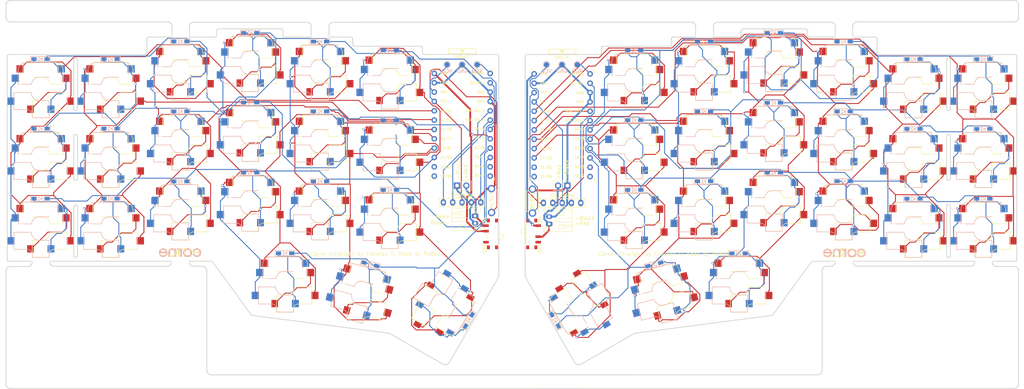
<source format=kicad_pcb>
(kicad_pcb (version 20240108) (generator "pcbnew") (generator_version "8.0")
  (title_block (title "Corne Light") (date "2020-11-12") (rev "2.0") (company "foostan"))
  (layers (0 "F.Cu" signal) (31 "B.Cu" signal) (34 "B.Paste" user) (35 "F.Paste" user) (36 "B.SilkS" user "B.Silkscreen") (37 "F.SilkS" user "F.Silkscreen") (38 "B.Mask" user) (39 "F.Mask" user) (44 "Edge.Cuts" user))
  (net 0 "")
  (net 1 "row0")
  (net 2 "Net-(D1-Pad2)")
  (net 3 "row1")
  (net 4 "Net-(D2-Pad2)")
  (net 5 "row2")
  (net 6 "Net-(D3-Pad2)")
  (net 7 "row3")
  (net 8 "Net-(D4-Pad2)")
  (net 9 "Net-(D5-Pad2)")
  (net 10 "Net-(D6-Pad2)")
  (net 11 "Net-(D7-Pad2)")
  (net 12 "Net-(D8-Pad2)")
  (net 13 "Net-(D9-Pad2)")
  (net 14 "Net-(D10-Pad2)")
  (net 15 "Net-(D11-Pad2)")
  (net 16 "Net-(D12-Pad2)")
  (net 17 "Net-(D13-Pad2)")
  (net 18 "Net-(D14-Pad2)")
  (net 19 "Net-(D15-Pad2)")
  (net 20 "Net-(D16-Pad2)")
  (net 21 "Net-(D17-Pad2)")
  (net 22 "Net-(D18-Pad2)")
  (net 23 "Net-(D19-Pad2)")
  (net 24 "Net-(D20-Pad2)")
  (net 25 "Net-(D21-Pad2)")
  (net 26 "GND")
  (net 27 "VCC")
  (net 28 "col0")
  (net 29 "col1")
  (net 30 "col2")
  (net 31 "col3")
  (net 32 "col4")
  (net 33 "col5")
  (net 34 "reset")
  (net 35 "SCL")
  (net 36 "SDA")
  (net 37 "Net-(BATJ1-Pad2)")
  (net 38 "+BATT")
  (net 41 "Net-(D22-Pad2)")
  (net 42 "row0_r")
  (net 43 "Net-(D23-Pad2)")
  (net 44 "Net-(D24-Pad2)")
  (net 45 "Net-(D25-Pad2)")
  (net 46 "Net-(D26-Pad2)")
  (net 47 "Net-(D27-Pad2)")
  (net 48 "row1_r")
  (net 49 "Net-(D28-Pad2)")
  (net 50 "Net-(D29-Pad2)")
  (net 51 "Net-(D30-Pad2)")
  (net 52 "Net-(D31-Pad2)")
  (net 53 "Net-(D32-Pad2)")
  (net 54 "Net-(D33-Pad2)")
  (net 55 "row2_r")
  (net 56 "Net-(D34-Pad2)")
  (net 57 "Net-(D35-Pad2)")
  (net 58 "Net-(D36-Pad2)")
  (net 59 "Net-(D37-Pad2)")
  (net 60 "Net-(D38-Pad2)")
  (net 61 "Net-(D39-Pad2)")
  (net 62 "Net-(D40-Pad2)")
  (net 63 "row3_r")
  (net 64 "Net-(D41-Pad2)")
  (net 65 "Net-(D42-Pad2)")
  (net 66 "SDA_r")
  (net 67 "SCL_r")
  (net 68 "reset_r")
  (net 69 "col0_r")
  (net 70 "col1_r")
  (net 71 "col2_r")
  (net 72 "col3_r")
  (net 73 "col4_r")
  (net 74 "col5_r")
  (net 77 "CS")
  (net 78 "RGB")
  (net 80 "VDD")
  (net 81 "GNDA")
  (net 85 "CS_r")
  (net 86 "RGB_r")
  (net 87 "+BATTA")
  (net 88 "Net-(BATJ3-Pad2)")
  (footprint "kbd:ResetSW_1side" (layer "F.Cu") (at 156.0125 76.8174 -90)
    (property "Reference" "RSW2" (hide yes))
    (property "Value" "SW_PUSH")
  )
  (footprint "kbd:CherryMX_Choc_Hotswap" (layer "F.Cu") (at 278.6848 45.9204)
    (property "Reference" "SW22" (hide yes))
    (property "Value" "SW_PUSH" (hide yes))
  )
  (footprint "kbd:CherryMX_Choc_Hotswap" (layer "F.Cu") (at 259.6848 45.9204)
    (property "Reference" "SW23" (hide yes))
    (property "Value" "SW_PUSH" (hide yes))
  )
  (footprint "kbd:CherryMX_Choc_Hotswap" (layer "F.Cu") (at 240.6848 41.1704)
    (property "Reference" "SW24" (hide yes))
    (property "Value" "SW_PUSH" (hide yes))
  )
  (footprint "kbd:CherryMX_Choc_Hotswap" (layer "F.Cu") (at 221.6848 38.7954)
    (property "Reference" "SW25" (hide yes))
    (property "Value" "SW_PUSH" (hide yes))
  )
  (footprint "kbd:CherryMX_Choc_Hotswap" (layer "F.Cu") (at 202.6848 41.1704)
    (property "Reference" "SW26" (hide yes))
    (property "Value" "SW_PUSH" (hide yes))
  )
  (footprint "kbd:CherryMX_Choc_Hotswap" (layer "F.Cu") (at 183.6848 43.5454)
    (property "Reference" "SW27" (hide yes))
    (property "Value" "SW_PUSH" (hide yes))
  )
  (footprint "kbd:CherryMX_Choc_Hotswap" (layer "F.Cu") (at 278.6848 64.9204)
    (property "Reference" "SW28" (hide yes))
    (property "Value" "SW_PUSH" (hide yes))
  )
  (footprint "kbd:CherryMX_Choc_Hotswap" (layer "F.Cu") (at 259.6848 64.9204)
    (property "Reference" "SW29" (hide yes))
    (property "Value" "SW_PUSH" (hide yes))
  )
  (footprint "kbd:CherryMX_Choc_Hotswap" (layer "F.Cu") (at 240.6848 60.1704)
    (property "Reference" "SW30" (hide yes))
    (property "Value" "SW_PUSH" (hide yes))
  )
  (footprint "kbd:CherryMX_Choc_Hotswap" (layer "F.Cu") (at 221.6848 57.7954)
    (property "Reference" "SW31" (hide yes))
    (property "Value" "SW_PUSH" (hide yes))
  )
  (footprint "kbd:CherryMX_Choc_Hotswap" (layer "F.Cu") (at 202.6848 60.1704)
    (property "Reference" "SW32" (hide yes))
    (property "Value" "SW_PUSH" (hide yes))
  )
  (footprint "kbd:CherryMX_Choc_Hotswap" (layer "F.Cu") (at 183.6848 62.5454)
    (property "Reference" "SW33" (hide yes))
    (property "Value" "SW_PUSH" (hide yes))
  )
  (footprint "kbd:CherryMX_Choc_Hotswap" (layer "F.Cu") (at 278.6848 83.9204)
    (property "Reference" "SW34" (hide yes))
    (property "Value" "SW_PUSH" (hide yes))
  )
  (footprint "kbd:CherryMX_Choc_Hotswap" (layer "F.Cu") (at 259.6848 83.9204)
    (property "Reference" "SW35" (hide yes))
    (property "Value" "SW_PUSH" (hide yes))
  )
  (footprint "kbd:CherryMX_Choc_Hotswap" (layer "F.Cu") (at 240.6848 79.1704)
    (property "Reference" "SW36" (hide yes))
    (property "Value" "SW_PUSH" (hide yes))
  )
  (footprint "kbd:CherryMX_Choc_Hotswap" (layer "F.Cu") (at 221.6848 76.7954)
    (property "Reference" "SW37" (hide yes))
    (property "Value" "SW_PUSH" (hide yes))
  )
  (footprint "kbd:CherryMX_Choc_Hotswap" (layer "F.Cu") (at 202.6848 79.1704)
    (property "Reference" "SW38" (hide yes))
    (property "Value" "SW_PUSH" (hide yes))
  )
  (footprint "kbd:CherryMX_Choc_Hotswap" (layer "F.Cu") (at 212.1848 98.7954)
    (property "Reference" "SW40" (hide yes))
    (property "Value" "SW_PUSH" (hide yes))
  )
  (footprint "kbd:CherryMX_Choc_Hotswap" (layer "F.Cu") (at 191.1848 101.5454 15)
    (property "Reference" "SW41" (hide yes))
    (property "Value" "SW_PUSH" (hide yes))
  )
  (footprint "kbd:CherryMX_Choc_Hotswap" (layer "F.Cu") (at 183.6848 81.5454)
    (property "Reference" "SW39" (hide yes))
    (property "Value" "SW_PUSH" (hide yes))
  )
  (footprint "kbd:ProMicro_v3" (layer "F.Cu") (at 136.8925 56.56)
    (property "Reference" "U1" (hide yes))
    (property "Value" "ProMicro" (hide yes))
  )
  (footprint "kbd:ProMicro_v3" (layer "F.Cu") (at 164.0628 56.6864)
    (property "Reference" "U2" (hide yes))
    (property "Value" "ProMicro" (hide yes))
  )
  (footprint "kbd:CherryMX_Choc_Hotswap" (layer "F.Cu") (at 117.1875 43.545)
    (property "Reference" "SW6" (hide yes))
    (property "Value" "SW_PUSH" (hide yes))
  )
  (footprint "kbd:CherryMX_Choc_Hotswap" (layer "F.Cu") (at 98.1875 41.17)
    (property "Reference" "SW5" (hide yes))
    (property "Value" "SW_PUSH" (hide yes))
  )
  (footprint "kbd:CherryMX_Choc_Hotswap" (layer "F.Cu") (at 79.1875 38.795)
    (property "Reference" "SW4" (hide yes))
    (property "Value" "SW_PUSH" (hide yes))
  )
  (footprint "kbd:CherryMX_Choc_Hotswap" (layer "F.Cu") (at 60.1875 41.17)
    (property "Reference" "SW3" (hide yes))
    (property "Value" "SW_PUSH" (hide yes))
  )
  (footprint "kbd:CherryMX_Choc_Hotswap" (layer "F.Cu") (at 41.1875 45.92)
    (property "Reference" "SW2" (hide yes))
    (property "Value" "SW_PUSH" (hide yes))
  )
  (footprint "kbd:CherryMX_Choc_Hotswap" (layer "F.Cu") (at 117.1875 81.545)
    (property "Reference" "SW18" (hide yes))
    (property "Value" "SW_PUSH" (hide yes))
  )
  (footprint "kbd:CherryMX_Choc_Hotswap_1.5u" (layer "F.Cu") (at 131.9375 105.295 150)
    (property "Reference" "SW21" (hide yes))
    (property "Value" "SW_PUSH" (hide yes))
  )
  (footprint "kbd:CherryMX_Choc_Hotswap" (layer "F.Cu") (at 22.1875 83.92)
    (property "Reference" "SW13" (hide yes))
    (property "Value" "SW_PUSH" (hide yes))
  )
  (footprint "kbd:CherryMX_Choc_Hotswap" (layer "F.Cu") (at 109.6875 101.545 -15)
    (property "Reference" "SW20" (hide yes))
    (property "Value" "SW_PUSH" (hide yes))
  )
  (footprint "kbd:CherryMX_Choc_Hotswap" (layer "F.Cu") (at 88.6875 98.795)
    (property "Reference" "SW19" (hide yes))
    (property "Value" "SW_PUSH" (hide yes))
  )
  (footprint "kbd:CherryMX_Choc_Hotswap" (layer "F.Cu") (at 98.1875 79.17)
    (property "Reference" "SW17" (hide yes))
    (property "Value" "SW_PUSH" (hide yes))
  )
  (footprint "kbd:CherryMX_Choc_Hotswap" (layer "F.Cu") (at 79.1875 76.795)
    (property "Reference" "SW16" (hide yes))
    (property "Value" "SW_PUSH" (hide yes))
  )
  (footprint "kbd:CherryMX_Choc_Hotswap" (layer "F.Cu") (at 60.1875 79.17)
    (property "Reference" "SW15" (hide yes))
    (property "Value" "SW_PUSH" (hide yes))
  )
  (footprint "kbd:CherryMX_Choc_Hotswap" (layer "F.Cu") (at 41.1875 83.92)
    (property "Reference" "SW14" (hide yes))
    (property "Value" "SW_PUSH" (hide yes))
  )
  (footprint "kbd:CherryMX_Choc_Hotswap" (layer "F.Cu") (at 117.1875 62.545)
    (property "Reference" "SW12" (hide yes))
    (property "Value" "SW_PUSH" (hide yes))
  )
  (footprint "kbd:CherryMX_Choc_Hotswap" (layer "F.Cu") (at 98.1875 60.17)
    (property "Reference" "SW11" (hide yes))
    (property "Value" "SW_PUSH" (hide yes))
  )
  (footprint "kbd:CherryMX_Choc_Hotswap" (layer "F.Cu") (at 79.1875 57.795)
    (property "Reference" "SW10" (hide yes))
    (property "Value" "SW_PUSH" (hide yes))
  )
  (footprint "kbd:CherryMX_Choc_Hotswap" (layer "F.Cu") (at 60.1875 60.17)
    (property "Reference" "SW9" (hide yes))
    (property "Value" "SW_PUSH" (hide yes))
  )
  (footprint "kbd:CherryMX_Choc_Hotswap" (layer "F.Cu") (at 41.1875 64.92)
    (property "Reference" "SW8" (hide yes))
    (property "Value" "SW_PUSH" (hide yes))
  )
  (footprint "kbd:CherryMX_Choc_Hotswap" (layer "F.Cu") (at 22.1875 64.92)
    (property "Reference" "SW7" (hide yes))
    (property "Value" "SW_PUSH" (hide yes))
  )
  (footprint "kbd:CherryMX_Choc_Hotswap" (layer "F.Cu") (at 22.1875 45.92)
    (property "Reference" "SW1" (hide yes))
    (property "Value" "SW_PUSH" (hide yes))
  )
  (footprint "kbd:spacer_m2" (layer "F.Cu") (at 31.6955 74.4205)
    (property "Reference" "HOLE3" (hide yes))
    (property "Value" "Val**" (hide yes))
  )
  (footprint "kbd:spacer_m2" (layer "F.Cu") (at 31.6955 55.4205)
    (property "Reference" "HOLE5" (hide yes))
    (property "Value" "Val**" (hide yes))
  )
  (footprint "kbd:spacer_m2" (layer "F.Cu") (at 121.4055 99.3)
    (property "Reference" "HOLE7" (hide yes))
    (property "Value" "Val**" (hide yes))
  )
  (footprint "kbd:thread_m2" (layer "F.Cu") (at 156.3308 93.0854)
    (property "Reference" "HOLE1" (hide yes))
    (property "Value" "Val**" (hide yes))
  )
  (footprint "kbd:thread_m2" (layer "F.Cu") (at 129.9445 84.419)
    (property "Reference" "HOLE8" (hide yes))
    (property "Value" "Val**" (hide yes))
  )
  (footprint "kbd:thread_m2" (layer "F.Cu") (at 144.3765 92.94)
    (property "Reference" "HOLE9" (hide yes))
    (property "Value" "Val**" (hide yes))
  )
  (footprint "kbd:thread_m2" (layer "F.Cu") (at 170.8898 84.5424)
    (property "Reference" "HOLE2" (hide yes))
    (property "Value" "Val**" (hide yes))
  )
  (footprint "kbd:CherryMX_Choc_Hotswap_1.5u" (layer "F.Cu") (at 168.9348 105.2954 30)
    (property "Reference" "SW42" (hide yes))
    (property "Value" "SW_PUSH" (hide yes))
  )
  (footprint "nice_view:nice_view_1side" (layer "F.Cu") (at 131.7585 77.168)
    (property "Reference" "J2.1")
    (property "Value" "OLED" (hide yes))
  )
  (footprint "kbd:ResetSW_1side" (layer "F.Cu") (at 144.8625 76.671 -90)
    (property "Reference" "RSW1" (hide yes))
    (property "Value" "SW_PUSH")
  )
  (footprint "kbd:Breakaway_Tabs" (layer "F.Cu") (at 22.1963 93.38)
    (property "Reference" "J1")
    (property "Value" "Breakaway_Tabs")
  )
  (footprint "kbd:Breakaway_Tabs" (layer "F.Cu") (at 60.1845 93.38)
    (property "Reference" "J2")
    (property "Value" "Breakaway_Tabs")
  )
  (footprint "kbd:Breakaway_Tabs" (layer "F.Cu") (at 60.2875 31.97)
    (property "Reference" "J3")
    (property "Value" "Breakaway_Tabs")
  )
  (footprint "kbd:Breakaway_Tabs" (layer "F.Cu") (at 98.2575 31.97)
    (property "Reference" "J4")
    (property "Value" "Breakaway_Tabs")
  )
  (footprint "kbd:Breakaway_Tabs" (layer "F.Cu") (at 202.7775 31.98)
    (property "Reference" "J5")
    (property "Value" "Breakaway_Tabs")
  )
  (footprint "kbd:Breakaway_Tabs" (layer "F.Cu") (at 240.7975 31.97)
    (property "Reference" "J6")
    (property "Value" "Breakaway_Tabs")
  )
  (footprint "kbd:Breakaway_Tabs" (layer "F.Cu") (at 278.8275 93.39)
    (property "Reference" "J7")
    (property "Value" "Breakaway_Tabs")
  )
  (footprint "kbd:spacer_m2" (layer "F.Cu") (at 193.2358 51.9369)
    (property "Reference" "HOLE10" (hide yes))
    (property "Value" "Val**" (hide yes))
  )
  (footprint "kbd:spacer_m2" (layer "F.Cu") (at 179.4858 99.4469)
    (property "Reference" "HOLE11" (hide yes))
    (property "Value" "Val**" (hide yes))
  )
  (footprint "kbd:spacer_m2" (layer "F.Cu") (at 226.0558 91.6969)
    (property "Reference" "HOLE12" (hide yes))
    (property "Value" "Val**" (hide yes))
  )
  (footprint "kbd:spacer_m2" (layer "F.Cu") (at 269.1958 55.4269)
    (property "Reference" "HOLE13" (hide yes))
    (property "Value" "Val**" (hide yes))
  )
  (footprint "kbd:spacer_m2" (layer "F.Cu") (at 269.1958 74.4269)
    (property "Reference" "HOLE14" (hide yes))
    (property "Value" "Val**" (hide yes))
  )
  (footprint "kbd:Breakaway_Tabs" (layer "F.Cu") (at 240.8275 93.39)
    (property "Reference" "J8")
    (property "Value" "Breakaway_Tabs")
  )
  (footprint "nice_view:nice_view_1side" (layer "F.Cu") (at 158.9875 77.31)
    (property "Reference" "J2.2")
    (property "Value" "OLED" (hide yes))
  )
  (footprint "kbd:corne-logo-horizontal" (layer "F.Cu") (at 60.2175 90.93)
    (property "Reference" "Graphic FL" (hide yes))
    (property "Value" "LOGO" (hide yes))
  )
  (footprint "kbd:corne-logo-horizontal" (layer "F.Cu") (at 240.9975 91.01)
    (property "Reference" "GRAPHIC FR" (hide yes))
    (property "Value" "LOGO" (hide yes))
  )
  (footprint "kbd:spacer_m2" (layer "F.Cu") (at 50.7125 74.445)
    (property "Reference" "HOLE15" (hide yes))
    (property "Value" "Val**" (hide yes))
  )
  (footprint "kbd:spacer_m2" (layer "F.Cu") (at 50.7125 55.445)
    (property "Reference" "HOLE16" (hide yes))
    (property "Value" "Val**" (hide yes))
  )
  (footprint "kbd:spacer_m2" (layer "F.Cu") (at 250.2125 74.4269)
    (property "Reference" "HOLE17" (hide yes))
    (property "Value" "Val**" (hide yes))
  )
  (footprint "kbd:spacer_m2" (layer "F.Cu") (at 250.2125 55.4269)
    (property "Reference" "HOLE18" (hide yes))
    (property "Value" "Val**" (hide yes))
  )
  (footprint "Button_Switch_SMD:SW_SPDT_PCM12" (layer "F.Cu") (at 156.1325 85.745 -90)
    (property "Reference" "PSW2" (hide yes))
    (property "Value" "SW_SPST")
  )
  (footprint "Connector_JST:JST_PH_S2B-PH-K_1x02_P2.00mm_Horizontal" (layer "F.Cu") (at 160.5375 83.045 90)
    (property "Reference" "BATJ4" (hide yes))
    (property "Value" "Conn_01x02_Female")
  )
  (footprint "Connector_PinHeader_2.54mm:PinHeader_1x02_P2.54mm_Vertical" (layer "F.Cu") (at 165.5125 72.595 -90)
    (property "Reference" "BATJ3")
    (property "Value" "Conn_01x02_Female")
  )
  (footprint "Connector_PinHeader_2.54mm:PinHeader_1x02_P2.54mm_Vertical" (layer "F.Cu") (at 135.4725 72.595 90)
    (property "Reference" "BATJ1")
    (property "Value" "Conn_01x02_Female")
  )
  (footprint "Button_Switch_SMD:SW_SPDT_PCM12" (layer "F.Cu") (at 144.7875 85.745 90)
    (property "Reference" "PSW1" (hide yes))
    (property "Value" "SW_SPST")
  )
  (footprint "Connector_JST:JST_PH_S2B-PH-K_1x02_P2.00mm_Horizontal" (layer "F.Cu") (at 140.3875 80.845 -90)
    (property "Reference" "BATJ2" (hide yes))
    (property "Value" "Conn_01x02_Female")
  )
  (footprint "kbd:D3_SMD_v2" (layer "B.Cu") (at 278.6848 76.1704 180)
    (property "Reference" "D34" (hide yes))
    (property "Value" "D" (hide yes))
  )
  (footprint "kbd:D3_SMD_v2" (layer "B.Cu") (at 240.6848 71.3952 180)
    (property "Reference" "D36" (hide yes))
    (property "Value" "D" (hide yes))
  )
  (footprint "kbd:D3_SMD_v2" (layer "B.Cu") (at 221.6848 69.0076 180)
    (property "Reference" "D37" (hide yes))
    (property "Value" "D" (hide yes))
  )
  (footprint "kbd:D3_SMD_v2" (layer "B.Cu") (at 202.6848 71.3952 180)
    (property "Reference" "D38" (hide yes))
    (property "Value" "D" (hide yes))
  )
  (footprint "kbd:D3_SMD_v2" (layer "B.Cu") (at 183.6848 73.7828 180)
    (property "Reference" "D39" (hide yes))
    (property "Value" "D" (hide yes))
  )
  (footprint "kbd:D3_SMD_v2" (layer "B.Cu") (at 212.0857 91.0548)
    (property "Reference" "D40" (hide yes))
    (property "Value" "D" (hide yes))
  )
  (footprint "kbd:D3_SMD_v2" (layer "B.Cu") (at 189.1241 94.052 15)
    (property "Reference" "D41" (hide yes))
    (property "Value" "D" (hide yes))
  )
  (footprint "kbd:D3_SMD_v2" (layer "B.Cu") (at 162.1493 109.292 120)
    (property "Reference" "D42" (hide yes))
    (property "Value" "D" (hide yes))
  )
  (footprint "kbd:D3_SMD_v2" (layer "B.Cu") (at 278.6848 38.172 180)
    (property "Reference" "D22" (hide yes))
    (property "Value" "D" (hide yes))
  )
  (footprint "kbd:D3_SMD_v2" (layer "B.Cu") (at 259.6848 38.172 180)
    (property "Reference" "D23" (hide yes))
    (property "Value" "D" (hide yes))
  )
  (footprint "kbd:D3_SMD_v2" (layer "B.Cu") (at 240.6848 33.3968 180)
    (property "Reference" "D24" (hide yes))
    (property "Value" "D" (hide yes))
  )
  (footprint "kbd:D3_SMD_v2" (layer "B.Cu") (at 221.6848 31.06 180)
    (property "Reference" "D25" (hide yes))
    (property "Value" "D" (hide yes))
  )
  (footprint "kbd:D3_SMD_v2" (layer "B.Cu") (at 202.6848 33.4476 180)
    (property "Reference" "D26" (hide yes))
    (property "Value" "D" (hide yes))
  )
  (footprint "kbd:D3_SMD_v2" (layer "B.Cu") (at 183.6848 35.7844 180)
    (property "Reference" "D27" (hide yes))
    (property "Value" "D" (hide yes))
  )
  (footprint "kbd:D3_SMD_v2" (layer "B.Cu") (at 278.6848 57.1712 180)
    (property "Reference" "D28" (hide yes))
    (property "Value" "D" (hide yes))
  )
  (footprint "kbd:D3_SMD_v2" (layer "B.Cu") (at 259.6848 57.1712 180)
    (property "Reference" "D29" (hide yes))
    (property "Value" "D" (hide yes))
  )
  (footprint "kbd:D3_SMD_v2" (layer "B.Cu") (at 240.6848 52.396 180)
    (property "Reference" "D30" (hide yes))
    (property "Value" "D" (hide yes))
  )
  (footprint "kbd:D3_SMD_v2" (layer "B.Cu") (at 221.6848 50.0592 180)
    (property "Reference" "D31" (hide yes))
    (property "Value" "D" (hide yes))
  )
  (footprint "kbd:D3_SMD_v2" (layer "B.Cu") (at 202.6848 52.396 180)
    (property "Reference" "D32" (hide yes))
    (property "Value" "D" (hide yes))
  )
  (footprint "kbd:D3_SMD_v2" (layer "B.Cu") (at 41.1875 76.145 180)
    (property "Reference" "D14" (hide yes))
    (property "Value" "D" (hide yes))
  )
  (footprint "kbd:D3_SMD_v2" (layer "B.Cu") (at 41.1875 57.095 180)
    (property "Reference" "D8" (hide yes))
    (property "Value" "D" (hide yes))
  )
  (footprint "kbd:D3_SMD_v2" (layer "B.Cu") (at 41.1875 38.172 180)
    (property "Reference" "D2" (hide yes))
    (property "Value" "D" (hide yes))
  )
  (footprint "kbd:D3_SMD_v2" (layer "B.Cu") (at 183.6848 54.7836 180)
    (property "Reference" "D33" (hide yes))
    (property "Value" "D" (hide yes))
  )
  (footprint "kbd:D3_SMD_v2" (layer "B.Cu") (at 138.6797 109.292 -120)
    (property "Reference" "D21" (hide yes))
    (property "Value" "D" (hide yes))
  )
  (footprint "kbd:D3_SMD_v2" (layer "B.Cu") (at 111.87 94.0034 165)
    (property "Reference" "D20" (hide yes))
    (property "Value" "D" (hide yes))
  )
  (footprint "kbd:D3_SMD_v2" (layer "B.Cu") (at 88.6875 91.004 180)
    (property "Reference" "D19" (hide yes))
    (property "Value" "D" (hide yes))
  )
  (footprint "kbd:D3_SMD_v2" (layer "B.Cu") (at 117.1875 73.7828 180)
    (property "Reference" "D18" (hide yes))
    (property "Value" "D" (hide yes))
  )
  (footprint "kbd:D3_SMD_v2" (layer "B.Cu") (at 98.1875 71.446 180)
    (property "Reference" "D17" (hide yes))
    (property "Value" "D" (hide yes))
  )
  (footprint "kbd:D3_SMD_v2" (layer "B.Cu") (at 79.1875 69.033 180)
    (property "Reference" "D16" (hide yes))
    (property "Value" "D" (hide yes))
  )
  (footprint "kbd:D3_SMD_v2" (layer "B.Cu") (at 60.1875 71.446 180)
    (property "Reference" "D15" (hide yes))
    (property "Value" "D" (hide yes))
  )
  (footprint "kbd:D3_SMD_v2" (layer "B.Cu") (at 22.1445 76.145 180)
    (property "Reference" "D13" (hide yes))
    (property "Value" "D" (hide yes))
  )
  (footprint "kbd:D3_SMD_v2" (layer "B.Cu") (at 117.1875 54.809 180)
    (property "Reference" "D12" (hide yes))
    (property "Value" "D" (hide yes))
  )
  (footprint "kbd:D3_SMD_v2" (layer "B.Cu") (at 98.1875 52.396 180)
    (property "Reference" "D11" (hide yes))
    (property "Value" "D" (hide yes))
  )
  (footprint "kbd:D3_SMD_v2" (layer "B.Cu") (at 79.1875 49.983 180)
    (property "Reference" "D10" (hide yes))
    (property "Value" "D" (hide yes))
  )
  (footprint "kbd:D3_SMD_v2" (layer "B.Cu") (at 60.1875 52.396 180)
    (property "Reference" "D9" (hide yes))
    (property "Value" "D" (hide yes))
  )
  (footprint "kbd:D3_SMD_v2" (layer "B.Cu") (at 22.1445 57.095 180)
    (property "Reference" "D7" (hide yes))
    (property "Value" "D" (hide yes))
  )
  (footprint "kbd:D3_SMD_v2" (layer "B.Cu") (at 117.1875 35.759 180)
    (property "Reference" "D6" (hide yes))
    (property "Value" "D" (hide yes))
  )
  (footprint "kbd:D3_SMD_v2" (layer "B.Cu") (at 98.1875 33.3968 180)
    (property "Reference" "D5" (hide yes))
    (property "Value" "D" (hide yes))
  )
  (footprint "kbd:D3_SMD_v2" (layer "B.Cu") (at 79.1875 31.06 180)
    (property "Reference" "D4" (hide yes))
    (property "Value" "D" (hide yes))
  )
  (footprint "kbd:D3_SMD_v2" (layer "B.Cu") (at 60.1875 33.346 180)
    (property "Reference" "D3" (hide yes))
    (property "Value" "D" (hide yes))
  )
  (footprint "kbd:D3_SMD_v2" (layer "B.Cu") (at 22.1445 38.172 180)
    (property "Reference" "D1" (hide yes))
    (property "Value" "D" (hide yes))
  )
  (footprint "kbd:D3_SMD_v2" (layer "B.Cu") (at 259.6848 76.1704 180)
    (property "Reference" "D35" (hide yes))
    (property "Value" "D" (hide yes))
  )
  (footprint "kbd:spacer_m2" (layer "B.Cu") (at 107.6505 51.9305 180)
    (property "Reference" "HOLE4" (hide yes))
    (property "Value" "Val**" (hide yes))
  )
  (footprint "kbd:spacer_m2" (layer "B.Cu") (at 74.8395 91.6855 180)
    (property "Reference" "HOLE6" (hide yes))
    (property "Value" "Val**" (hide yes))
  )
  (footprint "kbd:corne-logo-horizontal" (layer "B.Cu") (at 59.9875 90.93 180)
    (property "Reference" "Graphic BL" (hide yes))
    (property "Value" "LOGO" (hide yes))
  )
  (footprint "kbd:corne-logo-horizontal" (layer "B.Cu") (at 240.7675 91.01 180)
    (property "Reference" "GRAPHIC BR" (hide yes))
    (property "Value" "LOGO" (hide yes))
  )
  (footprint "TestPoint:TestPoint_Pad_D1.5mm" (layer "B.Cu") (at 132.7636 39.696 180)
    (property "Reference" "TP2")
    (property "Value" "VCC")
  )
  (footprint "TestPoint:TestPoint_Pad_D1.5mm" (layer "B.Cu") (at 159.8125 39.696 180)
    (property "Reference" "TP5")
    (property "Value" "VCC")
  )
  (footprint "TestPoint:TestPoint_Pad_D1.5mm" (layer "B.Cu") (at 168.1945 39.696 180)
    (property "Reference" "TP4")
    (property "Value" "RGB")
  )
  (footprint "TestPoint:TestPoint_Pad_D1.5mm" (layer "B.Cu") (at 164.0271 39.696 180)
    (property "Reference" "TP6")
    (property "Value" "GND")
  )
  (footprint "TestPoint:TestPoint_Pad_D1.5mm" (layer "B.Cu") (at 140.95 39.696 180)
    (property "Reference" "TP1")
    (property "Value" "RGB")
  )
  (footprint "TestPoint:TestPoint_Pad_D1.5mm" (layer "B.Cu") (at 136.8568 39.696 180)
    (property "Reference" "TP3")
    (property "Value" "GND")
  )
  (gr_line (start 31.1975 51.66) (end 31.1975 38.41) (stroke (width 0.2)) (layer "Edge.Cuts"))
  (gr_line (start 32.1975 59.16) (end 32.1975 70.66) (stroke (width 0.2)) (layer "Edge.Cuts"))
  (gr_line (start 31.47875 37.94125) (end 31.6975 37.91) (stroke (width 0.2)) (layer "Edge.Cuts"))
  (gr_line (start 31.885 37.94125) (end 31.6975 37.91) (stroke (width 0.2)) (layer "Edge.Cuts"))
  (gr_line (start 31.22875 38.2225) (end 31.3225 38.035) (stroke (width 0.2)) (layer "Edge.Cuts"))
  (gr_line (start 31.22875 38.2225) (end 31.1975 38.41) (stroke (width 0.2)) (layer "Edge.Cuts"))
  (gr_line (start 32.16625 38.2225) (end 32.0725 38.035) (stroke (width 0.2)) (layer "Edge.Cuts"))
  (gr_line (start 32.1975 38.41) (end 32.16625 38.2225) (stroke (width 0.2)) (layer "Edge.Cuts"))
  (gr_line (start 31.51 52.12875) (end 31.6975 52.16) (stroke (width 0.2)) (layer "Edge.Cuts"))
  (gr_line (start 31.22875 51.8475) (end 31.3225 52.035) (stroke (width 0.2)) (layer "Edge.Cuts"))
  (gr_line (start 31.1975 51.66) (end 31.22875 51.8475) (stroke (width 0.2)) (layer "Edge.Cuts"))
  (gr_line (start 32.16625 51.8475) (end 32.1975 51.66) (stroke (width 0.2)) (layer "Edge.Cuts"))
  (gr_line (start 31.91625 52.12875) (end 32.0725 52.035) (stroke (width 0.2)) (layer "Edge.Cuts"))
  (gr_line (start 32.16625 51.8475) (end 32.0725 52.035) (stroke (width 0.2)) (layer "Edge.Cuts"))
  (gr_line (start 31.91625 52.12875) (end 31.6975 52.16) (stroke (width 0.2)) (layer "Edge.Cuts"))
  (gr_line (start 31.3225 52.035) (end 31.51 52.12875) (stroke (width 0.2)) (layer "Edge.Cuts"))
  (gr_line (start 31.885 58.69125) (end 31.6975 58.66) (stroke (width 0.2)) (layer "Edge.Cuts"))
  (gr_line (start 32.16625 58.9725) (end 32.0725 58.785) (stroke (width 0.2)) (layer "Edge.Cuts"))
  (gr_line (start 32.1975 59.16) (end 32.16625 58.9725) (stroke (width 0.2)) (layer "Edge.Cuts"))
  (gr_line (start 31.22875 58.9725) (end 31.1975 59.16) (stroke (width 0.2)) (layer "Edge.Cuts"))
  (gr_line (start 31.47875 58.69125) (end 31.3225 58.785) (stroke (width 0.2)) (layer "Edge.Cuts"))
  (gr_line (start 31.22875 58.9725) (end 31.3225 58.785) (stroke (width 0.2)) (layer "Edge.Cuts"))
  (gr_line (start 31.47875 58.69125) (end 31.6975 58.66) (stroke (width 0.2)) (layer "Edge.Cuts"))
  (gr_line (start 32.0725 58.785) (end 31.885 58.69125) (stroke (width 0.2)) (layer "Edge.Cuts"))
  (gr_line (start 31.51 71.12875) (end 31.6975 71.16) (stroke (width 0.2)) (layer "Edge.Cuts"))
  (gr_line (start 32.16625 70.8475) (end 32.1975 70.66) (stroke (width 0.2)) (layer "Edge.Cuts"))
  (gr_line (start 32.16625 70.8475) (end 32.0725 71.035) (stroke (width 0.2)) (layer "Edge.Cuts"))
  (gr_line (start 31.22875 70.8475) (end 31.3225 71.035) (stroke (width 0.2)) (layer "Edge.Cuts"))
  (gr_line (start 31.91625 71.12875) (end 32.0725 71.035) (stroke (width 0.2)) (layer "Edge.Cuts"))
  (gr_line (start 31.3225 71.035) (end 31.51 71.12875) (stroke (width 0.2)) (layer "Edge.Cuts"))
  (gr_line (start 31.91625 71.12875) (end 31.6975 71.16) (stroke (width 0.2)) (layer "Edge.Cuts"))
  (gr_line (start 31.1975 70.66) (end 31.22875 70.8475) (stroke (width 0.2)) (layer "Edge.Cuts"))
  (gr_line (start 31.47875 77.94125) (end 31.3225 78.035) (stroke (width 0.2)) (layer "Edge.Cuts"))
  (gr_line (start 31.22875 78.2225) (end 31.3225 78.035) (stroke (width 0.2)) (layer "Edge.Cuts"))
  (gr_line (start 32.16625 78.2225) (end 32.0725 78.035) (stroke (width 0.2)) (layer "Edge.Cuts"))
  (gr_line (start 31.885 77.94125) (end 31.6975 77.91) (stroke (width 0.2)) (layer "Edge.Cuts"))
  (gr_line (start 32.0725 78.035) (end 31.885 77.94125) (stroke (width 0.2)) (layer "Edge.Cuts"))
  (gr_line (start 31.22875 78.2225) (end 31.1975 78.41) (stroke (width 0.2)) (layer "Edge.Cuts"))
  (gr_line (start 32.1975 78.41) (end 32.16625 78.2225) (stroke (width 0.2)) (layer "Edge.Cuts"))
  (gr_line (start 31.47875 77.94125) (end 31.6975 77.91) (stroke (width 0.2)) (layer "Edge.Cuts"))
  (gr_line (start 32.16625 91.8475) (end 32.1975 91.66) (stroke (width 0.2)) (layer "Edge.Cuts"))
  (gr_line (start 31.91625 92.12875) (end 32.0725 92.035) (stroke (width 0.2)) (layer "Edge.Cuts"))
  (gr_line (start 31.91625 92.12875) (end 31.6975 92.16) (stroke (width 0.2)) (layer "Edge.Cuts"))
  (gr_line (start 32.16625 91.8475) (end 32.0725 92.035) (stroke (width 0.2)) (layer "Edge.Cuts"))
  (gr_line (start 31.1975 91.66) (end 31.22875 91.8475) (stroke (width 0.2)) (layer "Edge.Cuts"))
  (gr_line (start 31.22875 91.8475) (end 31.3225 92.035) (stroke (width 0.2)) (layer "Edge.Cuts"))
  (gr_line (start 31.51 92.12875) (end 31.6975 92.16) (stroke (width 0.2)) (layer "Edge.Cuts"))
  (gr_line (start 31.3225 92.035) (end 31.51 92.12875) (stroke (width 0.2)) (layer "Edge.Cuts"))
  (gr_line (start 269.385 37.94125) (end 269.1975 37.91) (stroke (width 0.2)) (layer "Edge.Cuts"))
  (gr_line (start 269.66625 38.2225) (end 269.5725 38.035) (stroke (width 0.2)) (layer "Edge.Cuts"))
  (gr_line (start 269.6975 38.41) (end 269.66625 38.2225) (stroke (width 0.2)) (layer "Edge.Cuts"))
  (gr_line (start 268.72875 38.2225) (end 268.6975 38.41) (stroke (width 0.2)) (layer "Edge.Cuts"))
  (gr_line (start 268.97875 37.94125) (end 268.8225 38.035) (stroke (width 0.2)) (layer "Edge.Cuts"))
  (gr_line (start 268.72875 38.2225) (end 268.8225 38.035) (stroke (width 0.2)) (layer "Edge.Cuts"))
  (gr_line (start 268.97875 37.94125) (end 269.1975 37.91) (stroke (width 0.2)) (layer "Edge.Cuts"))
  (gr_line (start 269.5725 38.035) (end 269.385 37.94125) (stroke (width 0.2)) (layer "Edge.Cuts"))
  (gr_line (start 269.66625 51.8475) (end 269.5725 52.035) (stroke (width 0.2)) (layer "Edge.Cuts"))
  (gr_line (start 269.41625 52.12875) (end 269.5725 52.035) (stroke (width 0.2)) (layer "Edge.Cuts"))
  (gr_line (start 268.72875 51.8475) (end 268.8225 52.035) (stroke (width 0.2)) (layer "Edge.Cuts"))
  (gr_line (start 269.01 52.12875) (end 269.1975 52.16) (stroke (width 0.2)) (layer "Edge.Cuts"))
  (gr_line (start 269.41625 52.12875) (end 269.1975 52.16) (stroke (width 0.2)) (layer "Edge.Cuts"))
  (gr_line (start 269.66625 51.8475) (end 269.6975 51.66) (stroke (width 0.2)) (layer "Edge.Cuts"))
  (gr_line (start 268.8225 52.035) (end 269.01 52.12875) (stroke (width 0.2)) (layer "Edge.Cuts"))
  (gr_line (start 268.6975 51.66) (end 268.72875 51.8475) (stroke (width 0.2)) (layer "Edge.Cuts"))
  (gr_line (start 268.97875 58.69125) (end 269.1975 58.66) (stroke (width 0.2)) (layer "Edge.Cuts"))
  (gr_line (start 268.72875 58.9725) (end 268.6975 59.16) (stroke (width 0.2)) (layer "Edge.Cuts"))
  (gr_line (start 269.5725 58.785) (end 269.385 58.69125) (stroke (width 0.2)) (layer "Edge.Cuts"))
  (gr_line (start 269.66625 58.9725) (end 269.5725 58.785) (stroke (width 0.2)) (layer "Edge.Cuts"))
  (gr_line (start 269.385 58.69125) (end 269.1975 58.66) (stroke (width 0.2)) (layer "Edge.Cuts"))
  (gr_line (start 268.97875 58.69125) (end 268.8225 58.785) (stroke (width 0.2)) (layer "Edge.Cuts"))
  (gr_line (start 268.72875 58.9725) (end 268.8225 58.785) (stroke (width 0.2)) (layer "Edge.Cuts"))
  (gr_line (start 269.6975 59.16) (end 269.66625 58.9725) (stroke (width 0.2)) (layer "Edge.Cuts"))
  (gr_line (start 269.41625 71.12875) (end 269.1975 71.16) (stroke (width 0.2)) (layer "Edge.Cuts"))
  (gr_line (start 269.66625 70.8475) (end 269.6975 70.66) (stroke (width 0.2)) (layer "Edge.Cuts"))
  (gr_line (start 268.6975 70.66) (end 268.72875 70.8475) (stroke (width 0.2)) (layer "Edge.Cuts"))
  (gr_line (start 269.41625 71.12875) (end 269.5725 71.035) (stroke (width 0.2)) (layer "Edge.Cuts"))
  (gr_line (start 269.01 71.12875) (end 269.1975 71.16) (stroke (width 0.2)) (layer "Edge.Cuts"))
  (gr_line (start 269.66625 70.8475) (end 269.5725 71.035) (stroke (width 0.2)) (layer "Edge.Cuts"))
  (gr_line (start 268.8225 71.035) (end 269.01 71.12875) (stroke (width 0.2)) (layer "Edge.Cuts"))
  (gr_line (start 268.72875 70.8475) (end 268.8225 71.035) (stroke (width 0.2)) (layer "Edge.Cuts"))
  (gr_line (start 269.66625 77.9725) (end 269.5725 77.785) (stroke (width 0.2)) (layer "Edge.Cuts"))
  (gr_line (start 268.72875 77.9725) (end 268.8225 77.785) (stroke (width 0.2)) (layer "Edge.Cuts"))
  (gr_line (start 269.5725 77.785) (end 269.385 77.69125) (stroke (width 0.2)) (layer "Edge.Cuts"))
  (gr_line (start 268.72875 77.9725) (end 268.6975 78.16) (stroke (width 0.2)) (layer "Edge.Cuts"))
  (gr_line (start 268.97875 77.69125) (end 268.8225 77.785) (stroke (width 0.2)) (layer "Edge.Cuts"))
  (gr_line (start 269.385 77.69125) (end 269.1975 77.66) (stroke (width 0.2)) (layer "Edge.Cuts"))
  (gr_line (start 269.6975 78.16) (end 269.66625 77.9725) (stroke (width 0.2)) (layer "Edge.Cuts"))
  (gr_line (start 268.97875 77.69125) (end 269.1975 77.66) (stroke (width 0.2)) (layer "Edge.Cuts"))
  (gr_line (start 268.6975 91.66) (end 268.72875 91.8475) (stroke (width 0.2)) (layer "Edge.Cuts"))
  (gr_line (start 269.41625 92.12875) (end 269.1975 92.16) (stroke (width 0.2)) (layer "Edge.Cuts"))
  (gr_line (start 269.01 92.12875) (end 269.1975 92.16) (stroke (width 0.2)) (layer "Edge.Cuts"))
  (gr_line (start 269.66625 91.8475) (end 269.5725 92.035) (stroke (width 0.2)) (layer "Edge.Cuts"))
  (gr_line (start 268.8225 92.035) (end 269.01 92.12875) (stroke (width 0.2)) (layer "Edge.Cuts"))
  (gr_line (start 268.72875 91.8475) (end 268.8225 92.035) (stroke (width 0.2)) (layer "Edge.Cuts"))
  (gr_line (start 269.66625 91.8475) (end 269.6975 91.66) (stroke (width 0.2)) (layer "Edge.Cuts"))
  (gr_line (start 269.41625 92.12875) (end 269.5725 92.035) (stroke (width 0.2)) (layer "Edge.Cuts"))
  (gr_line (start 287.761114 27.841367) (end 287.933833 27.699127) (stroke (width 0.2)) (layer "Edge.Cuts"))
  (gr_line (start 19.674538 94.092121) (end 19.671998 94.094661) (stroke (width 0.2)) (layer "Edge.Cuts"))
  (gr_line (start 57.853241 29.027545) (end 57.855781 29.027545) (stroke (width 0.2)) (layer "Edge.Cuts"))
  (gr_line (start 237.248183 28.136006) (end 206.377054 28.136006) (stroke (width 0.2)) (layer "Edge.Cuts"))
  (gr_line (start 57.782121 28.798946) (end 57.782121 28.798946) (stroke (width 0.2)) (layer "Edge.Cuts"))
  (gr_line (start 13.283905 37.031077) (end 13.184845 37.132677) (stroke (width 0.2)) (layer "Edge.Cuts"))
  (gr_line (start 57.784661 28.801486) (end 57.787201 28.806566) (stroke (width 0.2)) (layer "Edge.Cuts"))
  (gr_line (start 95.445203 28.473826) (end 95.272484 28.334126) (stroke (width 0.2)) (layer "Edge.Cuts"))
  (gr_line (start 62.630976 93.406322) (end 62.630976 93.411402) (stroke (width 0.2)) (layer "Edge.Cuts"))
  (gr_line (start 243.161298 29.037705) (end 243.161298 29.037705) (stroke (width 0.2)) (layer "Edge.Cuts"))
  (gr_line (start 234.804706 123.167472) (end 234.825026 122.943953) (stroke (width 0.2)) (layer "Edge.Cuts"))
  (gr_line (start 12.946085 22.715652) (end 12.841945 22.911231) (stroke (width 0.2)) (layer "Edge.Cuts"))
  (gr_line (start 18.653459 94.643301) (end 18.650919 94.643301) (stroke (width 0.2)) (layer "Edge.Cuts"))
  (gr_line (start 88.185891 31.981562) (end 88.284951 32.080622) (stroke (width 0.2)) (layer "Edge.Cuts"))
  (gr_line (start 18.645839 94.643301) (end 13.893504 94.643301) (stroke (width 0.2)) (layer "Edge.Cuts"))
  (gr_line (start 57.279201 94.348661) (end 57.449381 94.208961) (stroke (width 0.2)) (layer "Edge.Cuts"))
  (gr_line (start 18.892219 94.617901) (end 18.887139 94.617901) (stroke (width 0.2)) (layer "Edge.Cuts"))
  (gr_line (start 79.481319 107.782708) (end 79.595619 107.869068) (stroke (width 0.2)) (layer "Edge.Cuts"))
  (gr_line (start 234.825026 95.768519) (end 234.825026 95.768519) (stroke (width 0.2)) (layer "Edge.Cuts"))
  (gr_line (start 107.113952 34.35138) (end 107.185072 34.48092) (stroke (width 0.2)) (layer "Edge.Cuts"))
  (gr_line (start 19.875198 93.180262) (end 19.880278 93.408862) (stroke (width 0.2)) (layer "Edge.Cuts"))
  (gr_line (start 66.616232 94.638221) (end 66.618772 94.638221) (stroke (width 0.2)) (layer "Edge.Cuts"))
  (gr_line (start 19.857418 93.642542) (end 19.857418 93.642542) (stroke (width 0.2)) (layer "Edge.Cuts"))
  (gr_line (start 231.274109 32.184762) (end 238.386102 32.184762) (stroke (width 0.2)) (layer "Edge.Cuts"))
  (gr_line (start 287.756034 94.82618) (end 287.557914 94.72204) (stroke (width 0.2)) (layer "Edge.Cuts"))
  (gr_line (start 94.863544 28.166486) (end 94.640024 28.143626) (stroke (width 0.2)) (layer "Edge.Cuts"))
  (gr_line (start 249.673851 32.387962) (end 249.744971 32.520042) (stroke (width 0.2)) (layer "Edge.Cuts"))
  (gr_line (start 169.40485 121.097374) (end 169.277851 121.173574) (stroke (width 0.2)) (layer "Edge.Cuts"))
  (gr_line (start 67.281711 95.29862) (end 67.284251 95.30116) (stroke (width 0.2)) (layer "Edge.Cuts"))
  (gr_line (start 205.935094 28.224906) (end 205.739515 28.329046) (stroke (width 0.2)) (layer "Edge.Cuts"))
  (gr_line (start 243.161298 29.037705) (end 243.161298 29.037705) (stroke (width 0.2)) (layer "Edge.Cuts"))
  (gr_line (start 101.769797 28.143626) (end 101.762177 28.143626) (stroke (width 0.2)) (layer "Edge.Cuts"))
  (gr_line (start 13.184845 37.132677) (end 13.113725 37.262217) (stroke (width 0.2)) (layer "Edge.Cuts"))
  (gr_line (start 234.847886 95.53484) (end 234.850426 95.5323) (stroke (width 0.2)) (layer "Edge.Cuts"))
  (gr_line (start 19.128439 94.544241) (end 19.128439 94.544241) (stroke (width 0.2)) (layer "Edge.Cuts"))
  (gr_line (start 236.051845 94.534081) (end 236.051845 94.534081) (stroke (width 0.2)) (layer "Edge.Cuts"))
  (gr_line (start 237.685063 28.222366) (end 237.471703 28.156326) (stroke (width 0.2)) (layer "Edge.Cuts"))
  (gr_line (start 288.238633 95.545) (end 288.172593 95.33164) (stroke (width 0.2)) (layer "Edge.Cuts"))
  (gr_line (start 243.161298 29.037705) (end 243.161298 29.032625) (stroke (width 0.2)) (layer "Edge.Cuts"))
  (gr_line (start 243.240037 93.396162) (end 243.240037 93.403782) (stroke (width 0.2)) (layer "Edge.Cuts"))
  (gr_line (start 221.114119 107.930027) (end 221.022679 107.937647) (stroke (width 0.2)) (layer "Edge.Cuts"))
  (gr_line (start 70.113808 30.261984) (end 70.085868 30.429624) (stroke (width 0.2)) (layer "Edge.Cuts"))
  (gr_line (start 230.87279 31.986642) (end 230.80167 31.854563) (stroke (width 0.2)) (layer "Edge.Cuts"))
  (gr_line (start 281.35016 94.089581) (end 281.34762 94.084501) (stroke (width 0.2)) (layer "Edge.Cuts"))
  (gr_line (start 234.494826 123.749132) (end 234.637066 123.576412) (stroke (width 0.2)) (layer "Edge.Cuts"))
  (gr_line (start 287.273434 36.937098) (end 287.443614 36.967578) (stroke (width 0.2)) (layer "Edge.Cuts"))
  (gr_line (start 50.886027 36.830418) (end 50.985087 36.728818) (stroke (width 0.2)) (layer "Edge.Cuts"))
  (gr_line (start 95.272484 28.334126) (end 95.076904 28.229986) (stroke (width 0.2)) (layer "Edge.Cuts"))
  (gr_line (start 235.376205 94.7449) (end 235.579405 94.633141) (stroke (width 0.2)) (layer "Edge.Cuts"))
  (gr_line (start 169.277851 121.173574) (end 169.140691 121.237074) (stroke (width 0.2)) (layer "Edge.Cuts"))
  (gr_line (start 282.140099 94.612821) (end 282.140099 94.612821) (stroke (width 0.2)) (layer "Edge.Cuts"))
  (gr_line (start 12.778445 126.886029) (end 12.844485 127.096849) (stroke (width 0.2)) (layer "Edge.Cuts"))
  (gr_line (start 146.735373 97.500798) (end 146.783633 97.343318) (stroke (width 0.2)) (layer "Edge.Cuts"))
  (gr_line (start 174.274026 36.937098) (end 174.274026 36.937098) (stroke (width 0.2)) (layer "Edge.Cuts"))
  (gr_line (start 276.300645 93.830501) (end 276.366685 93.617142) (stroke (width 0.2)) (layer "Edge.Cuts"))
  (gr_line (start 287.926213 94.96588) (end 287.756034 94.82618) (stroke (width 0.2)) (layer "Edge.Cuts"))
  (gr_line (start 57.512881 28.400166) (end 57.512881 28.400166) (stroke (width 0.2)) (layer "Edge.Cuts"))
  (gr_line (start 63.768895 28.143626) (end 63.763815 28.143626) (stroke (width 0.2)) (layer "Edge.Cuts"))
  (gr_line (start 125.584814 34.67904) (end 107.583851 34.67904) (stroke (width 0.2)) (layer "Edge.Cuts"))
  (gr_line (start 24.718973 93.848281) (end 24.825653 94.041321) (stroke (width 0.2)) (layer "Edge.Cuts"))
  (gr_line (start 200.38774 29.266305) (end 200.36488 29.042785) (stroke (width 0.2)) (layer "Edge.Cuts"))
  (gr_line (start 234.847886 95.53738) (end 234.847886 95.53484) (stroke (width 0.2)) (layer "Edge.Cuts"))
  (gr_line (start 244.129037 28.059806) (end 244.131577 28.059806) (stroke (width 0.2)) (layer "Edge.Cuts"))
  (gr_line (start 276.387005 93.396162) (end 276.394625 93.185342) (stroke (width 0.2)) (layer "Edge.Cuts"))
  (gr_line (start 63.326935 28.232526) (end 63.131355 28.339206) (stroke (width 0.2)) (layer "Edge.Cuts"))
  (gr_line (start 19.524678 94.275001) (end 19.524678 94.275001) (stroke (width 0.2)) (layer "Edge.Cuts"))
  (gr_line (start 95.785563 32.179682) (end 95.780483 29.281545) (stroke (width 0.2)) (layer "Edge.Cuts"))
  (gr_line (start 194.273966 32.184762) (end 200.39536 32.184762) (stroke (width 0.2)) (layer "Edge.Cuts"))
  (gr_line (start 235.371125 94.74744) (end 235.376205 94.7449) (stroke (width 0.2)) (layer "Edge.Cuts"))
  (gr_line (start 244.362716 28.034406) (end 244.365256 28.034406) (stroke (width 0.2)) (layer "Edge.Cuts"))
  (gr_line (start 13.258505 94.83888) (end 13.085785 94.98112) (stroke (width 0.2)) (layer "Edge.Cuts"))
  (gr_line (start 234.825026 95.768519) (end 234.847886 95.53738) (stroke (width 0.2)) (layer "Edge.Cuts"))
  (gr_line (start 199.68416 28.222366) (end 199.470801 28.156326) (stroke (width 0.2)) (layer "Edge.Cuts"))
  (gr_line (start 95.780483 29.276465) (end 95.757623 29.052945) (stroke (width 0.2)) (layer "Edge.Cuts"))
  (gr_line (start 18.897299 94.617901) (end 18.892219 94.617901) (stroke (width 0.2)) (layer "Edge.Cuts"))
  (gr_line (start 116.664342 112.720463) (end 116.504323 112.700143) (stroke (width 0.2)) (layer "Edge.Cuts"))
  (gr_line (start 18.897299 94.617901) (end 18.897299 94.617901) (stroke (width 0.2)) (layer "Edge.Cuts"))
  (gr_line (start 231.274109 32.184762) (end 231.103929 32.156822) (stroke (width 0.2)) (layer "Edge.Cuts"))
  (gr_line (start 287.565534 27.945506) (end 287.761114 27.841367) (stroke (width 0.2)) (layer "Edge.Cuts"))
  (gr_line (start 238.388642 93.396162) (end 238.396262 93.187882) (stroke (width 0.2)) (layer "Edge.Cuts"))
  (gr_line (start 56.649282 28.044566) (end 56.877882 28.067426) (stroke (width 0.2)) (layer "Edge.Cuts"))
  (gr_line (start 184.019996 112.756023) (end 184.192716 112.728083) (stroke (width 0.2)) (layer "Edge.Cuts"))
  (gr_line (start 244.154437 94.513761) (end 244.377956 94.534081) (stroke (width 0.2)) (layer "Edge.Cuts"))
  (gr_line (start 19.334179 94.432481) (end 19.331639 94.435021) (stroke (width 0.2)) (layer "Edge.Cuts"))
  (gr_line (start 133.380066 120.716375) (end 133.382606 120.711295) (stroke (width 0.2)) (layer "Edge.Cuts"))
  (gr_line (start 24.655473 93.634922) (end 24.718973 93.848281) (stroke (width 0.2)) (layer "Edge.Cuts"))
  (gr_line (start 287.672214 92.987222) (end 287.570614 93.088822) (stroke (width 0.2)) (layer "Edge.Cuts"))
  (gr_line (start 237.250723 94.534081) (end 237.255803 94.534081) (stroke (width 0.2)) (layer "Edge.Cuts"))
  (gr_line (start 19.524678 94.275001) (end 19.524678 94.275001) (stroke (width 0.2)) (layer "Edge.Cuts"))
  (gr_line (start 57.665281 28.585586) (end 57.667821 28.585586) (stroke (width 0.2)) (layer "Edge.Cuts"))
  (gr_line (start 19.786298 93.883841) (end 19.677078 94.087041) (stroke (width 0.2)) (layer "Edge.Cuts"))
  (gr_line (start 19.786298 93.878761) (end 19.786298 93.883841) (stroke (width 0.2)) (layer "Edge.Cuts"))
  (gr_line (start 244.123957 28.062346) (end 244.129037 28.059806) (stroke (width 0.2)) (layer "Edge.Cuts"))
  (gr_line (start 243.684537 28.247766) (end 243.687077 28.245226) (stroke (width 0.2)) (layer "Edge.Cuts"))
  (gr_line (start 67.380771 95.771059) (end 67.380771 95.773599) (stroke (width 0.2)) (layer "Edge.Cuts"))
  (gr_line (start 234.129066 123.995512) (end 234.324646 123.888832) (stroke (width 0.2)) (layer "Edge.Cuts"))
  (gr_line (start 281.6956 94.429941) (end 281.69052 94.427401) (stroke (width 0.2)) (layer "Edge.Cuts"))
  (gr_line (start 12.755585 126.662509) (end 12.778445 126.886029) (stroke (width 0.2)) (layer "Edge.Cuts"))
  (gr_line (start 281.23586 93.876221) (end 281.23332 93.871141) (stroke (width 0.2)) (layer "Edge.Cuts"))
  (gr_line (start 281.908959 94.544241) (end 281.908959 94.544241) (stroke (width 0.2)) (layer "Edge.Cuts"))
  (gr_line (start 67.403631 123.185252) (end 67.469671 123.396072) (stroke (width 0.2)) (layer "Edge.Cuts"))
  (gr_line (start 244.362716 28.034406) (end 244.362716 28.034406) (stroke (width 0.2)) (layer "Edge.Cuts"))
  (gr_line (start 32.1975 78.41) (end 32.1975 91.66) (stroke (width 0.2)) (layer "Edge.Cuts"))
  (gr_line (start 169.140691 121.237074) (end 168.988291 121.287874) (stroke (width 0.2)) (layer "Edge.Cuts"))
  (gr_line (start 269.6975 51.66) (end 269.6975 38.41) (stroke (width 0.2)) (layer "Edge.Cuts"))
  (gr_line (start 68.67363 93.187882) (end 68.58473 93.16) (stroke (width 0.2)) (layer "Edge.Cuts"))
  (gr_line (start 276.366685 93.617142) (end 276.387005 93.396162) (stroke (width 0.2)) (layer "Edge.Cuts"))
  (gr_line (start 19.880278 93.411402) (end 19.880278 93.411402) (stroke (width 0.2)) (layer "Edge.Cuts"))
  (gr_line (start 50.583768 36.929478) (end 50.756488 36.901538) (stroke (width 0.2)) (layer "Edge.Cuts"))
  (gr_line (start 68.93779 93.327582) (end 68.82095 93.241222) (stroke (width 0.2)) (layer "Edge.Cuts"))
  (gr_line (start 146.834433 37.429857) (end 146.834433 96.906438) (stroke (width 0.2)) (layer "Edge.Cuts"))
  (gr_line (start 287.756034 22.387992) (end 287.557914 22.283852) (stroke (width 0.2)) (layer "Edge.Cuts"))
  (gr_line (start 287.441074 93.157402) (end 287.273434 93.187882) (stroke (width 0.2)) (layer "Edge.Cuts"))
  (gr_line (start 281.16474 93.645082) (end 281.1622 93.642542) (stroke (width 0.2)) (layer "Edge.Cuts"))
  (gr_line (start 19.857418 93.642542) (end 19.857418 93.642542) (stroke (width 0.2)) (layer "Edge.Cuts"))
  (gr_line (start 212.442568 32.159362) (end 212.272388 32.187302) (stroke (width 0.2)) (layer "Edge.Cuts"))
  (gr_line (start 13.896044 127.792808) (end 287.126114 127.785188) (stroke (width 0.2)) (layer "Edge.Cuts"))
  (gr_line (start 12.951165 27.541647) (end 13.093405 27.714367) (stroke (width 0.2)) (layer "Edge.Cuts"))
  (gr_line (start 67.355371 95.53738) (end 67.380771 95.768519) (stroke (width 0.2)) (layer "Edge.Cuts"))
  (gr_line (start 57.881181 29.271385) (end 57.881181 29.273925) (stroke (width 0.2)) (layer "Edge.Cuts"))
  (gr_line (start 24.635153 93.185342) (end 57.787201 93.185342) (stroke (width 0.2)) (layer "Edge.Cuts"))
  (gr_line (start 154.022626 37.434937) (end 154.053106 37.267297) (stroke (width 0.2)) (layer "Edge.Cuts"))
  (gr_line (start 154.042946 97.188378) (end 154.025166 97.005498) (stroke (width 0.2)) (layer "Edge.Cuts"))
  (gr_line (start 88.41703 32.151742) (end 88.58467 32.179682) (stroke (width 0.2)) (layer "Edge.Cuts"))
  (gr_line (start 146.732833 37.130137) (end 146.633773 37.028537) (stroke (width 0.2)) (layer "Edge.Cuts"))
  (gr_line (start 67.355371 95.5323) (end 67.355371 95.53738) (stroke (width 0.2)) (layer "Edge.Cuts"))
  (gr_line (start 70.283988 30.030844) (end 70.184928 30.132444) (stroke (width 0.2)) (layer "Edge.Cuts"))
  (gr_line (start 56.880422 28.067426) (end 56.882962 28.067426) (stroke (width 0.2)) (layer "Edge.Cuts"))
  (gr_line (start 126.085193 35.179419) (end 126.085193 36.429098) (stroke (width 0.2)) (layer "Edge.Cuts"))
  (gr_line (start 132.734907 121.231994) (end 132.879686 121.165954) (stroke (width 0.2)) (layer "Edge.Cuts"))
  (gr_line (start 287.570614 93.088822) (end 287.441074 93.157402) (stroke (width 0.2)) (layer "Edge.Cuts"))
  (gr_line (start 13.085785 37.429857) (end 13.085785 37.429857) (stroke (width 0.2)) (layer "Edge.Cuts"))
  (gr_line (start 281.23586 93.881301) (end 281.23586 93.876221) (stroke (width 0.2)) (layer "Edge.Cuts"))
  (gr_line (start 200.39536 32.184762) (end 200.38774 29.273925) (stroke (width 0.2)) (layer "Edge.Cuts"))
  (gr_line (start 12.841945 95.34688) (end 12.778445 95.56024) (stroke (width 0.2)) (layer "Edge.Cuts"))
  (gr_line (start 133.004146 121.092294) (end 133.126066 120.998315) (stroke (width 0.2)) (layer "Edge.Cuts"))
  (gr_line (start 13.454084 22.296552) (end 13.258505 22.400692) (stroke (width 0.2)) (layer "Edge.Cuts"))
  (gr_line (start 288.238633 23.106811) (end 288.172593 22.893451) (stroke (width 0.2)) (layer "Edge.Cuts"))
  (gr_line (start 281.898799 94.539161) (end 281.6956 94.429941) (stroke (width 0.2)) (layer "Edge.Cuts"))
  (gr_line (start 100.819838 28.651626) (end 100.715698 28.847206) (stroke (width 0.2)) (layer "Edge.Cuts"))
  (gr_line (start 154.075966 97.353478) (end 154.042946 97.188378) (stroke (width 0.2)) (layer "Edge.Cuts"))
  (gr_line (start 236.051845 94.534081) (end 236.054385 94.534081) (stroke (width 0.2)) (layer "Edge.Cuts"))
  (gr_line (start 238.388642 29.273925) (end 238.388642 29.266305) (stroke (width 0.2)) (layer "Edge.Cuts"))
  (gr_line (start 67.469671 123.396072) (end 67.576351 123.591652) (stroke (width 0.2)) (layer "Edge.Cuts"))
  (gr_line (start 18.650919 94.643301) (end 18.645839 94.643301) (stroke (width 0.2)) (layer "Edge.Cuts"))
  (gr_line (start 24.825653 94.041321) (end 24.967893 94.214041) (stroke (width 0.2)) (layer "Edge.Cuts"))
  (gr_line (start 13.286445 93.081202) (end 13.415984 93.149782) (stroke (width 0.2)) (layer "Edge.Cuts"))
  (gr_line (start 66.824512 94.74744) (end 66.824512 94.74998) (stroke (width 0.2)) (layer "Edge.Cuts"))
  (gr_line (start 19.517058 94.282621) (end 19.339259 94.429941) (stroke (width 0.2)) (layer "Edge.Cuts"))
  (gr_line (start 57.324921 28.247766) (end 57.324921 28.247766) (stroke (width 0.2)) (layer "Edge.Cuts"))
  (gr_line (start 13.184845 92.979602) (end 13.286445 93.081202) (stroke (width 0.2)) (layer "Edge.Cuts"))
  (gr_line (start 244.367796 28.034406) (end 244.372876 28.034406) (stroke (width 0.2)) (layer "Edge.Cuts"))
  (gr_line (start 237.471703 28.156326) (end 237.248183 28.136006) (stroke (width 0.2)) (layer "Edge.Cuts"))
  (gr_line (start 205.739515 28.329046) (end 205.569335 28.471286) (stroke (width 0.2)) (layer "Edge.Cuts"))
  (gr_line (start 235.810545 94.562021) (end 235.815625 94.559481) (stroke (width 0.2)) (layer "Edge.Cuts"))
  (gr_line (start 68.58473 93.16) (end 62.625896 93.16) (stroke (width 0.2)) (layer "Edge.Cuts"))
  (gr_line (start 125.752454 34.70952) (end 125.584814 34.67904) (stroke (width 0.2)) (layer "Edge.Cuts"))
  (gr_line (start 126.085193 35.179419) (end 126.054713 35.009239) (stroke (width 0.2)) (layer "Edge.Cuts"))
  (gr_line (start 94.640024 28.143626) (end 63.768895 28.143626) (stroke (width 0.2)) (layer "Edge.Cuts"))
  (gr_line (start 244.365256 28.034406) (end 244.367796 28.034406) (stroke (width 0.2)) (layer "Edge.Cuts"))
  (gr_line (start 70.184928 30.132444) (end 70.113808 30.261984) (stroke (width 0.2)) (layer "Edge.Cuts"))
  (gr_line (start 62.653836 29.060565) (end 62.630976 29.284085) (stroke (width 0.2)) (layer "Edge.Cuts"))
  (gr_line (start 12.844485 27.348607) (end 12.951165 27.541647) (stroke (width 0.2)) (layer "Edge.Cuts"))
  (gr_line (start 199.470801 28.156326) (end 199.249821 28.136006) (stroke (width 0.2)) (layer "Edge.Cuts"))
  (gr_line (start 63.131355 28.339206) (end 62.961176 28.481446) (stroke (width 0.2)) (layer "Edge.Cuts"))
  (gr_line (start 146.501693 36.959958) (end 146.334053 36.929478) (stroke (width 0.2)) (layer "Edge.Cuts"))
  (gr_line (start 106.753272 32.210162) (end 106.585632 32.179682) (stroke (width 0.2)) (layer "Edge.Cuts"))
  (gr_line (start 19.857418 93.642542) (end 19.857418 93.642542) (stroke (width 0.2)) (layer "Edge.Cuts"))
  (gr_line (start 31.1975 91.66) (end 31.1975 78.41) (stroke (width 0.2)) (layer "Edge.Cuts"))
  (gr_line (start 238.299742 28.831966) (end 238.193062 28.636386) (stroke (width 0.2)) (layer "Edge.Cuts"))
  (gr_line (start 234.921546 95.29608) (end 235.030766 95.09288) (stroke (width 0.2)) (layer "Edge.Cuts"))
  (gr_line (start 184.192716 112.728083) (end 184.352736 112.707763) (stroke (width 0.2)) (layer "Edge.Cuts"))
  (gr_line (start 288.172593 22.893451) (end 288.068453 22.700412) (stroke (width 0.2)) (layer "Edge.Cuts"))
  (gr_line (start 193.743106 34.359) (end 193.671986 34.48854) (stroke (width 0.2)) (layer "Edge.Cuts"))
  (gr_line (start 235.030766 95.09034) (end 235.033306 95.0878) (stroke (width 0.2)) (layer "Edge.Cuts"))
  (gr_line (start 69.986809 31.979022) (end 70.055389 31.849483) (stroke (width 0.2)) (layer "Edge.Cuts"))
  (gr_line (start 235.818165 94.559481) (end 236.049305 94.534081) (stroke (width 0.2)) (layer "Edge.Cuts"))
  (gr_line (start 243.681997 28.250306) (end 243.684537 28.247766) (stroke (width 0.2)) (layer "Edge.Cuts"))
  (gr_line (start 212.742288 31.857103) (end 212.673708 31.989182) (stroke (width 0.2)) (layer "Edge.Cuts"))
  (gr_line (start 57.667821 28.585586) (end 57.670361 28.590666) (stroke (width 0.2)) (layer "Edge.Cuts"))
  (gr_line (start 12.841945 22.911231) (end 12.778445 23.122051) (stroke (width 0.2)) (layer "Edge.Cuts"))
  (gr_line (start 174.771865 35.187039) (end 174.771865 36.436718) (stroke (width 0.2)) (layer "Edge.Cuts"))
  (gr_line (start 275.691045 94.445181) (end 275.886625 94.341041) (stroke (width 0.2)) (layer "Edge.Cuts"))
  (gr_line (start 243.163838 29.027545) (end 243.229877 28.806566) (stroke (width 0.2)) (layer "Edge.Cuts"))
  (gr_line (start 243.146058 32.187302) (end 243.138438 29.271385) (stroke (width 0.2)) (layer "Edge.Cuts"))
  (gr_line (start 66.611152 94.635681) (end 66.611152 94.635681) (stroke (width 0.2)) (layer "Edge.Cuts"))
  (gr_line (start 205.429635 28.644006) (end 205.325495 28.839586) (stroke (width 0.2)) (layer "Edge.Cuts"))
  (gr_line (start 238.388642 29.266305) (end 238.365782 29.042785) (stroke (width 0.2)) (layer "Edge.Cuts"))
  (gr_line (start 57.111561 28.136006) (end 57.114101 28.138546) (stroke (width 0.2)) (layer "Edge.Cuts"))
  (gr_line (start 13.672524 28.021706) (end 13.896044 28.044566) (stroke (width 0.2)) (layer "Edge.Cuts"))
  (gr_line (start 238.193062 28.636386) (end 238.050823 28.466206) (stroke (width 0.2)) (layer "Edge.Cuts"))
  (gr_line (start 67.169951 95.09034) (end 67.172491 95.09288) (stroke (width 0.2)) (layer "Edge.Cuts"))
  (gr_line (start 13.459164 127.708988) (end 13.672524 127.772488) (stroke (width 0.2)) (layer "Edge.Cuts"))
  (gr_line (start 281.23586 93.881301) (end 281.23586 93.881301) (stroke (width 0.2)) (layer "Edge.Cuts"))
  (gr_line (start 168.444731 121.323434) (end 168.277092 121.290414) (stroke (width 0.2)) (layer "Edge.Cuts"))
  (gr_line (start 281.13934 93.401242) (end 281.1368 93.401242) (stroke (width 0.2)) (layer "Edge.Cuts"))
  (gr_line (start 174.873465 34.88732) (end 174.975065 34.78572) (stroke (width 0.2)) (layer "Edge.Cuts"))
  (gr_line (start 95.587443 28.646546) (end 95.445203 28.473826) (stroke (width 0.2)) (layer "Edge.Cuts"))
  (gr_line (start 88.58467 32.179682) (end 88.58467 32.179682) (stroke (width 0.2)) (layer "Edge.Cuts"))
  (gr_line (start 126.054713 35.009239) (end 125.983593 34.8797) (stroke (width 0.2)) (layer "Edge.Cuts"))
  (gr_line (start 57.324921 28.247766) (end 57.324921 28.247766) (stroke (width 0.2)) (layer "Edge.Cuts"))
  (gr_line (start 167.857992 121.102454) (end 167.741152 121.016095) (stroke (width 0.2)) (layer "Edge.Cuts"))
  (gr_line (start 66.385092 94.567101) (end 66.387632 94.569641) (stroke (width 0.2)) (layer "Edge.Cuts"))
  (gr_line (start 13.896044 28.044566) (end 56.646742 28.044566) (stroke (width 0.2)) (layer "Edge.Cuts"))
  (gr_line (start 57.332541 28.252846) (end 57.512881 28.400166) (stroke (width 0.2)) (layer "Edge.Cuts"))
  (gr_line (start 281.68798 94.424861) (end 281.50764 94.280081) (stroke (width 0.2)) (layer "Edge.Cuts"))
  (gr_line (start 168.988291 121.287874) (end 168.820651 121.320894) (stroke (width 0.2)) (layer "Edge.Cuts"))
  (gr_line (start 205.569335 28.471286) (end 205.429635 28.644006) (stroke (width 0.2)) (layer "Edge.Cuts"))
  (gr_line (start 66.611152 94.635681) (end 66.616232 94.638221) (stroke (width 0.2)) (layer "Edge.Cuts"))
  (gr_line (start 174.771865 36.436718) (end 174.743925 36.609438) (stroke (width 0.2)) (layer "Edge.Cuts"))
  (gr_line (start 117.159642 112.829683) (end 131.454748 121.092294) (stroke (width 0.2)) (layer "Edge.Cuts"))
  (gr_line (start 213.273147 29.936864) (end 213.273147 29.936864) (stroke (width 0.2)) (layer "Edge.Cuts"))
  (gr_line (start 243.679457 28.250306) (end 243.681997 28.250306) (stroke (width 0.2)) (layer "Edge.Cuts"))
  (gr_line (start 232.272328 93.187882) (end 238.396262 93.187882) (stroke (width 0.2)) (layer "Edge.Cuts"))
  (gr_line (start 288.073533 127.277188) (end 288.177673 127.081609) (stroke (width 0.2)) (layer "Edge.Cuts"))
  (gr_line (start 66.380012 94.567101) (end 66.385092 94.567101) (stroke (width 0.2)) (layer "Edge.Cuts"))
  (gr_line (start 243.748037 94.346121) (end 243.943617 94.450261) (stroke (width 0.2)) (layer "Edge.Cuts"))
  (gr_line (start 57.449381 94.208961) (end 57.591621 94.036241) (stroke (width 0.2)) (layer "Edge.Cuts"))
  (gr_line (start 131.871307 121.280254) (end 132.038947 121.315814) (stroke (width 0.2)) (layer "Edge.Cuts"))
  (gr_line (start 230.67213 30.137524) (end 230.74325 30.267064) (stroke (width 0.2)) (layer "Edge.Cuts"))
  (gr_line (start 12.778445 95.56024) (end 12.755585 95.783759) (stroke (width 0.2)) (layer "Edge.Cuts"))
  (gr_line (start 146.834433 96.990258) (end 146.834433 96.906438) (stroke (width 0.2)) (layer "Edge.Cuts"))
  (gr_line (start 62.717336 28.847206) (end 62.653836 29.060565) (stroke (width 0.2)) (layer "Edge.Cuts"))
  (gr_line (start 13.113725 92.850062) (end 13.184845 92.979602) (stroke (width 0.2)) (layer "Edge.Cuts"))
  (gr_line (start 194.106326 32.215242) (end 194.273966 32.184762) (stroke (width 0.2)) (layer "Edge.Cuts"))
  (gr_line (start 243.341637 28.590666) (end 243.346717 28.588126) (stroke (width 0.2)) (layer "Edge.Cuts"))
  (gr_line (start 243.687077 28.245226) (end 243.892817 28.133466) (stroke (width 0.2)) (layer "Edge.Cuts"))
  (gr_line (start 67.281711 95.29862) (end 67.281711 95.29862) (stroke (width 0.2)) (layer "Edge.Cuts"))
  (gr_line (start 287.674754 37.137757) (end 287.743334 37.269837) (stroke (width 0.2)) (layer "Edge.Cuts"))
  (gr_line (start 88.084291 30.429624) (end 88.056351 30.259444) (stroke (width 0.2)) (layer "Edge.Cuts"))
  (gr_line (start 237.692683 94.445181) (end 237.885723 94.341041) (stroke (width 0.2)) (layer "Edge.Cuts"))
  (gr_line (start 79.595619 107.869068) (end 79.745479 107.922407) (stroke (width 0.2)) (layer "Edge.Cuts"))
  (gr_line (start 268.6975 78.16) (end 268.6975 91.66) (stroke (width 0.2)) (layer "Edge.Cuts"))
  (gr_line (start 243.346717 28.583046) (end 243.494037 28.405246) (stroke (width 0.2)) (layer "Edge.Cuts"))
  (gr_line (start 275.256706 94.534081) (end 275.480226 94.511221) (stroke (width 0.2)) (layer "Edge.Cuts"))
  (gr_line (start 193.440847 34.65872) (end 193.273207 34.68412) (stroke (width 0.2)) (layer "Edge.Cuts"))
  (gr_line (start 101.541197 28.166486) (end 101.327838 28.232526) (stroke (width 0.2)) (layer "Edge.Cuts"))
  (gr_line (start 193.671986 34.48854) (end 193.570387 34.5876) (stroke (width 0.2)) (layer "Edge.Cuts"))
  (gr_line (start 57.327461 28.250306) (end 57.332541 28.252846) (stroke (width 0.2)) (layer "Edge.Cuts"))
  (gr_line (start 212.973427 30.035924) (end 213.102967 29.967344) (stroke (width 0.2)) (layer "Edge.Cuts"))
  (gr_line (start 68.93779 93.327582) (end 79.481319 107.782708) (stroke (width 0.2)) (layer "Edge.Cuts"))
  (gr_line (start 234.825026 95.771059) (end 234.825026 95.768519) (stroke (width 0.2)) (layer "Edge.Cuts"))
  (gr_line (start 50.985087 36.728818) (end 51.056207 36.599278) (stroke (width 0.2)) (layer "Edge.Cuts"))
  (gr_line (start 243.501657 28.397626) (end 243.679457 28.250306) (stroke (width 0.2)) (layer "Edge.Cuts"))
  (gr_line (start 67.284251 95.30116) (end 67.286791 95.30624) (stroke (width 0.2)) (layer "Edge.Cuts"))
  (gr_line (start 133.324186 120.792575) (end 133.380066 120.716375) (stroke (width 0.2)) (layer "Edge.Cuts"))
  (gr_line (start 63.771435 94.544241) (end 66.146332 94.544241) (stroke (width 0.2)) (layer "Edge.Cuts"))
  (gr_line (start 57.881181 29.268845) (end 57.881181 29.268845) (stroke (width 0.2)) (layer "Edge.Cuts"))
  (gr_line (start 234.847886 95.53738) (end 234.847886 95.53738) (stroke (width 0.2)) (layer "Edge.Cuts"))
  (gr_line (start 287.773814 37.437477) (end 287.773814 92.684963) (stroke (width 0.2)) (layer "Edge.Cuts"))
  (gr_line (start 212.772768 31.684383) (end 212.772768 30.434704) (stroke (width 0.2)) (layer "Edge.Cuts"))
  (gr_line (start 235.810545 94.562021) (end 235.810545 94.562021) (stroke (width 0.2)) (layer "Edge.Cuts"))
  (gr_line (start 13.459164 27.958206) (end 13.672524 28.021706) (stroke (width 0.2)) (layer "Edge.Cuts"))
  (gr_line (start 206.377054 28.136006) (end 206.369434 28.136006) (stroke (width 0.2)) (layer "Edge.Cuts"))
  (gr_line (start 132.038947 121.315814) (end 132.226907 121.328514) (stroke (width 0.2)) (layer "Edge.Cuts"))
  (gr_line (start 146.816653 97.175678) (end 146.834433 96.990258) (stroke (width 0.2)) (layer "Edge.Cuts"))
  (gr_line (start 66.148872 94.544241) (end 66.380012 94.567101) (stroke (width 0.2)) (layer "Edge.Cuts"))
  (gr_line (start 174.771865 35.187039) (end 174.802345 35.016859) (stroke (width 0.2)) (layer "Edge.Cuts"))
  (gr_line (start 193.570387 34.5876) (end 193.440847 34.65872) (stroke (width 0.2)) (layer "Edge.Cuts"))
  (gr_line (start 100.631878 29.284085) (end 100.636958 32.179682) (stroke (width 0.2)) (layer "Edge.Cuts"))
  (gr_line (start 243.346717 28.588126) (end 243.346717 28.583046) (stroke (width 0.2)) (layer "Edge.Cuts"))
  (gr_line (start 62.719876 93.848281) (end 62.826556 94.041321) (stroke (width 0.2)) (layer "Edge.Cuts"))
  (gr_line (start 70.413528 29.959724) (end 70.283988 30.030844) (stroke (width 0.2)) (layer "Edge.Cuts"))
  (gr_line (start 243.138438 29.268845) (end 243.161298 29.037705) (stroke (width 0.2)) (layer "Edge.Cuts"))
  (gr_line (start 13.415984 93.149782) (end 13.586164 93.180262) (stroke (width 0.2)) (layer "Edge.Cuts"))
  (gr_line (start 221.261439 107.876688) (end 221.114119 107.930027) (stroke (width 0.2)) (layer "Edge.Cuts"))
  (gr_line (start 287.354714 28.011546) (end 287.565534 27.945506) (stroke (width 0.2)) (layer "Edge.Cuts"))
  (gr_line (start 236.062005 94.534081) (end 237.250723 94.534081) (stroke (width 0.2)) (layer "Edge.Cuts"))
  (gr_line (start 243.494037 28.402706) (end 243.496577 28.400166) (stroke (width 0.2)) (layer "Edge.Cuts"))
  (gr_line (start 126.585573 36.929478) (end 126.585573 36.929478) (stroke (width 0.2)) (layer "Edge.Cuts"))
  (gr_line (start 281.50764 94.280081) (end 281.50764 94.277541) (stroke (width 0.2)) (layer "Edge.Cuts"))
  (gr_line (start 56.649282 94.544241) (end 56.872802 94.521381) (stroke (width 0.2)) (layer "Edge.Cuts"))
  (gr_line (start 212.772768 31.684383) (end 212.742288 31.857103) (stroke (width 0.2)) (layer "Edge.Cuts"))
  (gr_line (start 205.259455 29.052945) (end 205.239135 29.273925) (stroke (width 0.2)) (layer "Edge.Cuts"))
  (gr_line (start 287.131194 28.034406) (end 287.354714 28.011546) (stroke (width 0.2)) (layer "Edge.Cuts"))
  (gr_line (start 69.585489 32.179682) (end 62.636056 32.179682) (stroke (width 0.2)) (layer "Edge.Cuts"))
  (gr_line (start 50.756488 36.901538) (end 50.886027 36.830418) (stroke (width 0.2)) (layer "Edge.Cuts"))
  (gr_line (start 235.579405 94.633141) (end 235.579405 94.633141) (stroke (width 0.2)) (layer "Edge.Cuts"))
  (gr_line (start 24.630073 93.406322) (end 24.630073 93.411402) (stroke (width 0.2)) (layer "Edge.Cuts"))
  (gr_line (start 167.540492 120.807815) (end 167.479532 120.723995) (stroke (width 0.2)) (layer "Edge.Cuts"))
  (gr_line (start 132.879686 121.165954) (end 133.004146 121.092294) (stroke (width 0.2)) (layer "Edge.Cuts"))
  (gr_line (start 66.618772 94.638221) (end 66.824512 94.74744) (stroke (width 0.2)) (layer "Edge.Cuts"))
  (gr_line (start 126.184253 36.731358) (end 126.285853 36.830418) (stroke (width 0.2)) (layer "Edge.Cuts"))
  (gr_line (start 231.919269 93.332662) (end 221.375739 107.790328) (stroke (width 0.2)) (layer "Edge.Cuts"))
  (gr_line (start 24.967893 94.214041) (end 25.138073 94.353741) (stroke (width 0.2)) (layer "Edge.Cuts"))
  (gr_line (start 101.327838 28.232526) (end 101.132258 28.339206) (stroke (width 0.2)) (layer "Edge.Cuts"))
  (gr_line (start 146.676953 97.643038) (end 146.735373 97.500798) (stroke (width 0.2)) (layer "Edge.Cuts"))
  (gr_line (start 50.583768 36.929478) (end 13.6975 36.929478) (stroke (width 0.2)) (layer "Edge.Cuts"))
  (gr_line (start 235.589565 94.630601) (end 235.810545 94.562021) (stroke (width 0.2)) (layer "Edge.Cuts"))
  (gr_line (start 168.632691 121.336134) (end 168.444731 121.323434) (stroke (width 0.2)) (layer "Edge.Cuts"))
  (gr_line (start 51.414347 32.210162) (end 51.284807 32.281282) (stroke (width 0.2)) (layer "Edge.Cuts"))
  (gr_line (start 126.285853 36.830418) (end 126.415393 36.901538) (stroke (width 0.2)) (layer "Edge.Cuts"))
  (gr_line (start 19.857418 93.647622) (end 19.857418 93.652702) (stroke (width 0.2)) (layer "Edge.Cuts"))
  (gr_line (start 281.13934 93.406322) (end 281.13934 93.401242) (stroke (width 0.2)) (layer "Edge.Cuts"))
  (gr_line (start 24.630073 93.411402) (end 24.655473 93.634922) (stroke (width 0.2)) (layer "Edge.Cuts"))
  (gr_line (start 67.380771 95.778679) (end 67.380771 95.778679) (stroke (width 0.2)) (layer "Edge.Cuts"))
  (gr_line (start 125.884533 34.78064) (end 125.752454 34.70952) (stroke (width 0.2)) (layer "Edge.Cuts"))
  (gr_line (start 288.264033 23.330331) (end 288.238633 23.106811) (stroke (width 0.2)) (layer "Edge.Cuts"))
  (gr_line (start 235.180625 94.90492) (end 235.183165 94.90492) (stroke (width 0.2)) (layer "Edge.Cuts"))
  (gr_line (start 282.371239 94.635681) (end 282.371239 94.635681) (stroke (width 0.2)) (layer "Edge.Cuts"))
  (gr_line (start 117.159642 112.829683) (end 117.002162 112.786503) (stroke (width 0.2)) (layer "Edge.Cuts"))
  (gr_line (start 62.966256 94.214041) (end 63.138975 94.353741) (stroke (width 0.2)) (layer "Edge.Cuts"))
  (gr_line (start 154.355365 36.965038) (end 154.523005 36.934558) (stroke (width 0.2)) (layer "Edge.Cuts"))
  (gr_line (start 131.579208 121.165954) (end 131.718908 121.229454) (stroke (width 0.2)) (layer "Edge.Cuts"))
  (gr_line (start 174.571205 36.838038) (end 174.441665 36.909158) (stroke (width 0.2)) (layer "Edge.Cuts"))
  (gr_line (start 66.824512 94.74998) (end 66.829592 94.74998) (stroke (width 0.2)) (layer "Edge.Cuts"))
  (gr_line (start 243.892817 28.133466) (end 243.897897 28.130926) (stroke (width 0.2)) (layer "Edge.Cuts"))
  (gr_line (start 231.919269 93.332662) (end 232.033569 93.248842) (stroke (width 0.2)) (layer "Edge.Cuts"))
  (gr_line (start 154.022626 37.434937) (end 154.022626 96.908978) (stroke (width 0.2)) (layer "Edge.Cuts"))
  (gr_line (start 32.1975 38.41) (end 32.1975 51.66) (stroke (width 0.2)) (layer "Edge.Cuts"))
  (gr_line (start 244.377956 94.534081) (end 275.251626 94.534081) (stroke (width 0.2)) (layer "Edge.Cuts"))
  (gr_line (start 68.52123 124.094571) (end 233.687107 124.084411) (stroke (width 0.2)) (layer "Edge.Cuts"))
  (gr_line (start 57.782121 28.798946) (end 57.784661 28.801486) (stroke (width 0.2)) (layer "Edge.Cuts"))
  (gr_line (start 175.272245 34.68412) (end 193.273207 34.68412) (stroke (width 0.2)) (layer "Edge.Cuts"))
  (gr_line (start 235.183165 94.90492) (end 235.185705 94.89984) (stroke (width 0.2)) (layer "Edge.Cuts"))
  (gr_line (start 107.185072 34.48092) (end 107.286672 34.57998) (stroke (width 0.2)) (layer "Edge.Cuts"))
  (gr_line (start 67.380771 95.778679) (end 67.380771 122.956653) (stroke (width 0.2)) (layer "Edge.Cuts"))
  (gr_line (start 193.773586 32.685142) (end 193.804066 32.517502) (stroke (width 0.2)) (layer "Edge.Cuts"))
  (gr_line (start 243.240037 93.403782) (end 243.262897 93.627302) (stroke (width 0.2)) (layer "Edge.Cuts"))
  (gr_line (start 62.961176 28.481446) (end 62.821476 28.651626) (stroke (width 0.2)) (layer "Edge.Cuts"))
  (gr_line (start 174.743925 36.609438) (end 174.672805 36.738978) (stroke (width 0.2)) (layer "Edge.Cuts"))
  (gr_line (start 70.085868 30.429624) (end 70.083328 31.679303) (stroke (width 0.2)) (layer "Edge.Cuts"))
  (gr_line (start 235.185705 94.89984) (end 235.188245 94.8973) (stroke (width 0.2)) (layer "Edge.Cuts"))
  (gr_line (start 249.572251 32.288902) (end 249.673851 32.387962) (stroke (width 0.2)) (layer "Edge.Cuts"))
  (gr_line (start 69.585489 32.179682) (end 69.755669 32.151742) (stroke (width 0.2)) (layer "Edge.Cuts"))
  (gr_line (start 232.180888 93.195502) (end 232.272328 93.187882) (stroke (width 0.2)) (layer "Edge.Cuts"))
  (gr_line (start 70.085868 30.429624) (end 70.085868 30.429624) (stroke (width 0.2)) (layer "Edge.Cuts"))
  (gr_line (start 269.6975 70.66) (end 269.6975 59.16) (stroke (width 0.2)) (layer "Edge.Cuts"))
  (gr_line (start 57.881181 29.279005) (end 57.886261 32.179682) (stroke (width 0.2)) (layer "Edge.Cuts"))
  (gr_line (start 243.232417 28.801486) (end 243.234957 28.796406) (stroke (width 0.2)) (layer "Edge.Cuts"))
  (gr_line (start 133.230206 120.901795) (end 133.324186 120.792575) (stroke (width 0.2)) (layer "Edge.Cuts"))
  (gr_line (start 234.919006 95.30624) (end 234.919006 95.30116) (stroke (width 0.2)) (layer "Edge.Cuts"))
  (gr_line (start 66.824512 94.74744) (end 66.824512 94.74744) (stroke (width 0.2)) (layer "Edge.Cuts"))
  (gr_line (start 281.23586 93.881301) (end 281.23586 93.881301) (stroke (width 0.2)) (layer "Edge.Cuts"))
  (gr_line (start 249.272532 32.187302) (end 243.146058 32.187302) (stroke (width 0.2)) (layer "Edge.Cuts"))
  (gr_line (start 13.6975 36.929478) (end 13.413444 36.959958) (stroke (width 0.2)) (layer "Edge.Cuts"))
  (gr_line (start 233.915707 124.061552) (end 234.129066 123.995512) (stroke (width 0.2)) (layer "Edge.Cuts"))
  (gr_line (start 230.97185 32.085702) (end 230.87279 31.986642) (stroke (width 0.2)) (layer "Edge.Cuts"))
  (gr_line (start 56.888042 28.069966) (end 57.111561 28.136006) (stroke (width 0.2)) (layer "Edge.Cuts"))
  (gr_line (start 116.837062 112.748403) (end 116.664342 112.720463) (stroke (width 0.2)) (layer "Edge.Cuts"))
  (gr_line (start 19.524678 94.275001) (end 19.522138 94.280081) (stroke (width 0.2)) (layer "Edge.Cuts"))
  (gr_line (start 67.167411 95.08526) (end 67.167411 95.08526) (stroke (width 0.2)) (layer "Edge.Cuts"))
  (gr_line (start 287.273434 93.187882) (end 281.14696 93.187882) (stroke (width 0.2)) (layer "Edge.Cuts"))
  (gr_line (start 19.880278 93.411402) (end 19.857418 93.642542) (stroke (width 0.2)) (layer "Edge.Cuts"))
  (gr_line (start 13.413444 36.959958) (end 13.283905 37.031077) (stroke (width 0.2)) (layer "Edge.Cuts"))
  (gr_line (start 234.850426 95.52722) (end 234.919006 95.30624) (stroke (width 0.2)) (layer "Edge.Cuts"))
  (gr_line (start 288.172593 95.33164) (end 288.068453 95.13606) (stroke (width 0.2)) (layer "Edge.Cuts"))
  (gr_line (start 287.773814 92.684963) (end 287.743334 92.857682) (stroke (width 0.2)) (layer "Edge.Cuts"))
  (gr_line (start 243.433077 94.033701) (end 243.575317 94.203881) (stroke (width 0.2)) (layer "Edge.Cuts"))
  (gr_line (start 67.380771 122.961733) (end 67.403631 123.185252) (stroke (width 0.2)) (layer "Edge.Cuts"))
  (gr_line (start 57.111561 28.136006) (end 57.111561 28.136006) (stroke (width 0.2)) (layer "Edge.Cuts"))
  (gr_line (start 56.646742 28.044566) (end 56.649282 28.044566) (stroke (width 0.2)) (layer "Edge.Cuts"))
  (gr_line (start 287.131194 127.785188) (end 287.354714 127.762328) (stroke (width 0.2)) (layer "Edge.Cuts"))
  (gr_line (start 67.012472 94.89984) (end 67.012472 94.89984) (stroke (width 0.2)) (layer "Edge.Cuts"))
  (gr_line (start 67.281711 95.29862) (end 67.281711 95.29862) (stroke (width 0.2)) (layer "Edge.Cuts"))
  (gr_line (start 167.479532 120.723995) (end 167.474452 120.718915) (stroke (width 0.2)) (layer "Edge.Cuts"))
  (gr_line (start 88.056351 30.259444) (end 87.985231 30.129904) (stroke (width 0.2)) (layer "Edge.Cuts"))
  (gr_line (start 57.695761 93.840661) (end 57.759261 93.627302) (stroke (width 0.2)) (layer "Edge.Cuts"))
  (gr_line (start 79.834379 107.930027) (end 116.504323 112.700143) (stroke (width 0.2)) (layer "Edge.Cuts"))
  (gr_line (start 244.372876 28.034406) (end 244.372876 28.034406) (stroke (width 0.2)) (layer "Edge.Cuts"))
  (gr_line (start 230.44353 29.967344) (end 230.57307 30.038464) (stroke (width 0.2)) (layer "Edge.Cuts"))
  (gr_line (start 13.586164 93.180262) (end 13.586164 93.180262) (stroke (width 0.2)) (layer "Edge.Cuts"))
  (gr_line (start 68.82095 93.241222) (end 68.67363 93.187882) (stroke (width 0.2)) (layer "Edge.Cuts"))
  (gr_line (start 281.50256 94.275001) (end 281.50002 94.272461) (stroke (width 0.2)) (layer "Edge.Cuts"))
  (gr_line (start 13.664904 94.666161) (end 13.454084 94.7322) (stroke (width 0.2)) (layer "Edge.Cuts"))
  (gr_line (start 243.900437 28.130926) (end 244.121417 28.062346) (stroke (width 0.2)) (layer "Edge.Cuts"))
  (gr_line (start 62.826556 94.041321) (end 62.966256 94.214041) (stroke (width 0.2)) (layer "Edge.Cuts"))
  (gr_line (start 205.239135 29.273925) (end 205.236595 32.187302) (stroke (width 0.2)) (layer "Edge.Cuts"))
  (gr_line (start 19.339259 94.429941) (end 19.334179 94.432481) (stroke (width 0.2)) (layer "Edge.Cuts"))
  (gr_line (start 19.522138 94.280081) (end 19.517058 94.282621) (stroke (width 0.2)) (layer "Edge.Cuts"))
  (gr_line (start 62.625896 93.16) (end 62.630976 93.406322) (stroke (width 0.2)) (layer "Edge.Cuts"))
  (gr_line (start 63.540295 28.166486) (end 63.326935 28.232526) (stroke (width 0.2)) (layer "Edge.Cuts"))
  (gr_line (start 13.085785 37.429857) (end 13.085785 92.679883) (stroke (width 0.2)) (layer "Edge.Cuts"))
  (gr_line (start 243.245117 93.185342) (end 276.394625 93.185342) (stroke (width 0.2)) (layer "Edge.Cuts"))
  (gr_line (start 32.0725 38.035) (end 31.885 37.94125) (stroke (width 0.2)) (layer "Edge.Cuts"))
  (gr_line (start 205.325495 28.839586) (end 205.259455 29.052945) (stroke (width 0.2)) (layer "Edge.Cuts"))
  (gr_line (start 107.055532 32.509882) (end 106.984412 32.380342) (stroke (width 0.2)) (layer "Edge.Cuts"))
  (gr_line (start 212.772768 30.434704) (end 212.803248 30.267064) (stroke (width 0.2)) (layer "Edge.Cuts"))
  (gr_line (start 281.13934 93.408862) (end 281.13934 93.408862) (stroke (width 0.2)) (layer "Edge.Cuts"))
  (gr_line (start 168.122152 121.239614) (end 167.984992 121.176114) (stroke (width 0.2)) (layer "Edge.Cuts"))
  (gr_line (start 281.23586 93.881301) (end 281.23586 93.881301) (stroke (width 0.2)) (layer "Edge.Cuts"))
  (gr_line (start 25.336193 94.457881) (end 25.547012 94.521381) (stroke (width 0.2)) (layer "Edge.Cuts"))
  (gr_line (start 235.030766 95.09288) (end 235.030766 95.09288) (stroke (width 0.2)) (layer "Edge.Cuts"))
  (gr_line (start 25.770532 94.544241) (end 56.644202 94.544241) (stroke (width 0.2)) (layer "Edge.Cuts"))
  (gr_line (start 234.919006 95.30624) (end 234.919006 95.30624) (stroke (width 0.2)) (layer "Edge.Cuts"))
  (gr_line (start 234.850426 95.5323) (end 234.850426 95.52722) (stroke (width 0.2)) (layer "Edge.Cuts"))
  (gr_line (start 57.881181 29.279005) (end 57.881181 29.279005) (stroke (width 0.2)) (layer "Edge.Cuts"))
  (gr_line (start 236.054385 94.534081) (end 236.062005 94.534081) (stroke (width 0.2)) (layer "Edge.Cuts"))
  (gr_line (start 66.832132 94.75506) (end 67.012472 94.89984) (stroke (width 0.2)) (layer "Edge.Cuts"))
  (gr_line (start 287.347094 94.656001) (end 287.123574 94.635681) (stroke (width 0.2)) (layer "Edge.Cuts"))
  (gr_line (start 250.103111 36.906618) (end 249.971031 36.835498) (stroke (width 0.2)) (layer "Edge.Cuts"))
  (gr_line (start 243.892817 28.133466) (end 243.892817 28.133466) (stroke (width 0.2)) (layer "Edge.Cuts"))
  (gr_line (start 57.782121 93.403782) (end 57.787201 93.185342) (stroke (width 0.2)) (layer "Edge.Cuts"))
  (gr_line (start 56.644202 94.544241) (end 56.649282 94.544241) (stroke (width 0.2)) (layer "Edge.Cuts"))
  (gr_line (start 12.755585 26.906647) (end 12.778445 27.135247) (stroke (width 0.2)) (layer "Edge.Cuts"))
  (gr_line (start 154.121685 97.508418) (end 154.075966 97.353478) (stroke (width 0.2)) (layer "Edge.Cuts"))
  (gr_line (start 287.761114 127.589608) (end 287.933833 127.449908) (stroke (width 0.2)) (layer "Edge.Cuts"))
  (gr_line (start 12.951165 127.292428) (end 13.093405 127.462608) (stroke (width 0.2)) (layer "Edge.Cuts"))
  (gr_line (start 238.365782 93.617142) (end 238.388642 93.396162) (stroke (width 0.2)) (layer "Edge.Cuts"))
  (gr_line (start 13.664904 22.230512) (end 13.454084 22.296552) (stroke (width 0.2)) (layer "Edge.Cuts"))
  (gr_line (start 249.442711 32.217782) (end 249.572251 32.288902) (stroke (width 0.2)) (layer "Edge.Cuts"))
  (gr_line (start 233.687107 124.084411) (end 233.694727 124.084411) (stroke (width 0.2)) (layer "Edge.Cuts"))
  (gr_line (start 287.743334 37.269837) (end 287.773814 37.437477) (stroke (width 0.2)) (layer "Edge.Cuts"))
  (gr_line (start 275.251626 94.534081) (end 275.256706 94.534081) (stroke (width 0.2)) (layer "Edge.Cuts"))
  (gr_line (start 287.126114 127.785188) (end 287.131194 127.785188) (stroke (width 0.2)) (layer "Edge.Cuts"))
  (gr_line (start 107.416212 34.6511) (end 107.583851 34.67904) (stroke (width 0.2)) (layer "Edge.Cuts"))
  (gr_line (start 234.825026 122.943953) (end 234.825026 95.771059) (stroke (width 0.2)) (layer "Edge.Cuts"))
  (gr_line (start 67.380771 95.768519) (end 67.380771 95.768519) (stroke (width 0.2)) (layer "Edge.Cuts"))
  (gr_line (start 288.264033 95.765979) (end 288.238633 95.545) (stroke (width 0.2)) (layer "Edge.Cuts"))
  (gr_line (start 66.380012 94.567101) (end 66.380012 94.567101) (stroke (width 0.2)) (layer "Edge.Cuts"))
  (gr_line (start 167.637012 120.917035) (end 167.540492 120.807815) (stroke (width 0.2)) (layer "Edge.Cuts"))
  (gr_line (start 174.672805 36.738978) (end 174.571205 36.838038) (stroke (width 0.2)) (layer "Edge.Cuts"))
  (gr_line (start 287.557914 94.72204) (end 287.347094 94.656001) (stroke (width 0.2)) (layer "Edge.Cuts"))
  (gr_line (start 51.084147 36.431638) (end 51.084147 36.429098) (stroke (width 0.2)) (layer "Edge.Cuts"))
  (gr_line (start 12.844485 127.096849) (end 12.951165 127.292428) (stroke (width 0.2)) (layer "Edge.Cuts"))
  (gr_line (start 67.281711 95.29862) (end 67.281711 95.29862) (stroke (width 0.2)) (layer "Edge.Cuts"))
  (gr_line (start 154.025166 97.005498) (end 154.022626 96.908978) (stroke (width 0.2)) (layer "Edge.Cuts"))
  (gr_line (start 66.387632 94.569641) (end 66.611152 94.635681) (stroke (width 0.2)) (layer "Edge.Cuts"))
  (gr_line (start 243.496577 28.400166) (end 243.501657 28.397626) (stroke (width 0.2)) (layer "Edge.Cuts"))
  (gr_line (start 213.273147 29.934324) (end 230.27335 29.934324) (stroke (width 0.2)) (layer "Edge.Cuts"))
  (gr_line (start 268.6975 38.41) (end 268.6975 51.66) (stroke (width 0.2)) (layer "Edge.Cuts"))
  (gr_line (start 281.6956 94.429941) (end 281.6956 94.429941) (stroke (width 0.2)) (layer "Edge.Cuts"))
  (gr_line (start 281.23332 93.871141) (end 281.16474 93.650162) (stroke (width 0.2)) (layer "Edge.Cuts"))
  (gr_line (start 13.093405 127.462608) (end 13.263585 127.604848) (stroke (width 0.2)) (layer "Edge.Cuts"))
  (gr_line (start 200.29884 28.831966) (end 200.1947 28.636386) (stroke (width 0.2)) (layer "Edge.Cuts"))
  (gr_line (start 154.124225 37.137757) (end 154.225825 37.036157) (stroke (width 0.2)) (layer "Edge.Cuts"))
  (gr_line (start 51.056207 36.599278) (end 51.084147 36.431638) (stroke (width 0.2)) (layer "Edge.Cuts"))
  (gr_line (start 51.084147 32.680062) (end 51.084147 36.429098) (stroke (width 0.2)) (layer "Edge.Cuts"))
  (gr_line (start 146.608373 97.777657) (end 146.676953 97.643038) (stroke (width 0.2)) (layer "Edge.Cuts"))
  (gr_line (start 95.757623 29.052945) (end 95.691583 28.842126) (stroke (width 0.2)) (layer "Edge.Cuts"))
  (gr_line (start 235.579405 94.633141) (end 235.579405 94.633141) (stroke (width 0.2)) (layer "Edge.Cuts"))
  (gr_line (start 87.985231 30.129904) (end 87.883631 30.028304) (stroke (width 0.2)) (layer "Edge.Cuts"))
  (gr_line (start 13.093405 27.714367) (end 13.263585 27.854067) (stroke (width 0.2)) (layer "Edge.Cuts"))
  (gr_line (start 154.523005 36.934558) (end 174.274026 36.937098) (stroke (width 0.2)) (layer "Edge.Cuts"))
  (gr_line (start 193.872646 32.387962) (end 193.974246 32.286362) (stroke (width 0.2)) (layer "Edge.Cuts"))
  (gr_line (start 12.778445 27.135247) (end 12.844485 27.348607) (stroke (width 0.2)) (layer "Edge.Cuts"))
  (gr_line (start 19.339259 94.429941) (end 19.339259 94.429941) (stroke (width 0.2)) (layer "Edge.Cuts"))
  (gr_line (start 287.126114 28.034406) (end 287.131194 28.034406) (stroke (width 0.2)) (layer "Edge.Cuts"))
  (gr_line (start 243.234957 28.796406) (end 243.341637 28.593206) (stroke (width 0.2)) (layer "Edge.Cuts"))
  (gr_line (start 57.855781 29.032625) (end 57.855781 29.037705) (stroke (width 0.2)) (layer "Edge.Cuts"))
  (gr_line (start 67.172491 95.09288) (end 67.281711 95.29862) (stroke (width 0.2)) (layer "Edge.Cuts"))
  (gr_line (start 174.802345 35.016859) (end 174.873465 34.88732) (stroke (width 0.2)) (layer "Edge.Cuts"))
  (gr_line (start 183.854896 112.794123) (end 184.019996 112.756023) (stroke (width 0.2)) (layer "Edge.Cuts"))
  (gr_line (start 87.754091 29.959724) (end 87.583911 29.929244) (stroke (width 0.2)) (layer "Edge.Cuts"))
  (gr_line (start 243.229877 28.804026) (end 243.232417 28.801486) (stroke (width 0.2)) (layer "Edge.Cuts"))
  (gr_line (start 13.888424 22.207652) (end 13.664904 22.230512) (stroke (width 0.2)) (layer "Edge.Cuts"))
  (gr_line (start 107.086012 34.1812) (end 107.086012 32.680062) (stroke (width 0.2)) (layer "Edge.Cuts"))
  (gr_line (start 212.874367 30.137524) (end 212.973427 30.035924) (stroke (width 0.2)) (layer "Edge.Cuts"))
  (gr_line (start 57.119181 28.138546) (end 57.324921 28.247766) (stroke (width 0.2)) (layer "Edge.Cuts"))
  (gr_line (start 126.115673 36.601818) (end 126.184253 36.731358) (stroke (width 0.2)) (layer "Edge.Cuts"))
  (gr_line (start 95.691583 28.842126) (end 95.587443 28.646546) (stroke (width 0.2)) (layer "Edge.Cuts"))
  (gr_line (start 282.140099 94.612821) (end 282.140099 94.612821) (stroke (width 0.2)) (layer "Edge.Cuts"))
  (gr_line (start 12.778445 23.122051) (end 12.755585 23.345571) (stroke (width 0.2)) (layer "Edge.Cuts"))
  (gr_line (start 206.145914 28.158866) (end 205.935094 28.224906) (stroke (width 0.2)) (layer "Edge.Cuts"))
  (gr_line (start 57.517961 28.407786) (end 57.665281 28.585586) (stroke (width 0.2)) (layer "Edge.Cuts"))
  (gr_line (start 244.121417 28.062346) (end 244.121417 28.062346) (stroke (width 0.2)) (layer "Edge.Cuts"))
  (gr_line (start 87.883631 30.028304) (end 87.754091 29.959724) (stroke (width 0.2)) (layer "Edge.Cuts"))
  (gr_line (start 234.738666 123.380832) (end 234.804706 123.167472) (stroke (width 0.2)) (layer "Edge.Cuts"))
  (gr_line (start 174.975065 34.78572) (end 175.104605 34.71714) (stroke (width 0.2)) (layer "Edge.Cuts"))
  (gr_line (start 244.372876 28.034406) (end 287.126114 28.034406) (stroke (width 0.2)) (layer "Edge.Cuts"))
  (gr_line (start 282.129939 94.610281) (end 281.908959 94.544241) (stroke (width 0.2)) (layer "Edge.Cuts"))
  (gr_line (start 281.1368 93.401242) (end 281.14696 93.187882) (stroke (width 0.2)) (layer "Edge.Cuts"))
  (gr_line (start 243.161298 29.032625) (end 243.163838 29.027545) (stroke (width 0.2)) (layer "Edge.Cuts"))
  (gr_line (start 57.512881 28.400166) (end 57.515421 28.402706) (stroke (width 0.2)) (layer "Edge.Cuts"))
  (gr_line (start 131.718908 121.229454) (end 131.871307 121.280254) (stroke (width 0.2)) (layer "Edge.Cuts"))
  (gr_line (start 12.755585 23.345571) (end 12.755585 26.906647) (stroke (width 0.2)) (layer "Edge.Cuts"))
  (gr_line (start 70.583708 29.929244) (end 70.413528 29.959724) (stroke (width 0.2)) (layer "Edge.Cuts"))
  (gr_line (start 57.855781 29.027545) (end 57.855781 29.032625) (stroke (width 0.2)) (layer "Edge.Cuts"))
  (gr_line (start 18.655999 94.643301) (end 18.655999 94.643301) (stroke (width 0.2)) (layer "Edge.Cuts"))
  (gr_line (start 183.697416 112.837303) (end 169.40485 121.097374) (stroke (width 0.2)) (layer "Edge.Cuts"))
  (gr_line (start 88.084291 31.679303) (end 88.084291 30.429624) (stroke (width 0.2)) (layer "Edge.Cuts"))
  (gr_line (start 230.27335 29.934324) (end 230.44353 29.967344) (stroke (width 0.2)) (layer "Edge.Cuts"))
  (gr_line (start 117.002162 112.786503) (end 116.837062 112.748403) (stroke (width 0.2)) (layer "Edge.Cuts"))
  (gr_line (start 167.474452 120.718915) (end 154.248685 97.785277) (stroke (width 0.2)) (layer "Edge.Cuts"))
  (gr_line (start 13.263585 127.604848) (end 13.459164 127.708988) (stroke (width 0.2)) (layer "Edge.Cuts"))
  (gr_line (start 107.086012 32.680062) (end 107.055532 32.509882) (stroke (width 0.2)) (layer "Edge.Cuts"))
  (gr_line (start 243.943617 94.450261) (end 244.154437 94.513761) (stroke (width 0.2)) (layer "Edge.Cuts"))
  (gr_line (start 57.670361 28.590666) (end 57.672901 28.593206) (stroke (width 0.2)) (layer "Edge.Cuts"))
  (gr_line (start 57.782121 28.798946) (end 57.782121 28.798946) (stroke (width 0.2)) (layer "Edge.Cuts"))
  (gr_line (start 62.630976 29.284085) (end 62.636056 32.179682) (stroke (width 0.2)) (layer "Edge.Cuts"))
  (gr_line (start 243.897897 28.130926) (end 243.900437 28.130926) (stroke (width 0.2)) (layer "Edge.Cuts"))
  (gr_line (start 13.893504 94.643301) (end 13.888424 94.643301) (stroke (width 0.2)) (layer "Edge.Cuts"))
  (gr_line (start 87.583911 29.929244) (end 87.583911 29.929244) (stroke (width 0.2)) (layer "Edge.Cuts"))
  (gr_line (start 243.138438 29.271385) (end 243.138438 29.268845) (stroke (width 0.2)) (layer "Edge.Cuts"))
  (gr_line (start 243.245117 93.185342) (end 243.240037 93.396162) (stroke (width 0.2)) (layer "Edge.Cuts"))
  (gr_line (start 235.035846 95.08526) (end 235.180625 94.90492) (stroke (width 0.2)) (layer "Edge.Cuts"))
  (gr_line (start 288.068453 22.700412) (end 287.926213 22.527692) (stroke (width 0.2)) (layer "Edge.Cuts"))
  (gr_line (start 287.273434 93.187882) (end 287.273434 93.187882) (stroke (width 0.2)) (layer "Edge.Cuts"))
  (gr_line (start 282.140099 94.612821) (end 282.135019 94.610281) (stroke (width 0.2)) (layer "Edge.Cuts"))
  (gr_line (start 18.645839 94.643301) (end 18.645839 94.643301) (stroke (width 0.2)) (layer "Edge.Cuts"))
  (gr_line (start 57.591621 94.036241) (end 57.695761 93.840661) (stroke (width 0.2)) (layer "Edge.Cuts"))
  (gr_line (start 281.34762 94.084501) (end 281.23586 93.881301) (stroke (width 0.2)) (layer "Edge.Cuts"))
  (gr_line (start 62.630976 93.411402) (end 62.653836 93.634922) (stroke (width 0.2)) (layer "Edge.Cuts"))
  (gr_line (start 13.085785 22.542932) (end 12.946085 22.715652) (stroke (width 0.2)) (layer "Edge.Cuts"))
  (gr_line (start 57.672901 28.593206) (end 57.782121 28.798946) (stroke (width 0.2)) (layer "Edge.Cuts"))
  (gr_line (start 19.331639 94.435021) (end 19.128439 94.544241) (stroke (width 0.2)) (layer "Edge.Cuts"))
  (gr_line (start 243.341637 28.593206) (end 243.341637 28.593206) (stroke (width 0.2)) (layer "Edge.Cuts"))
  (gr_line (start 13.113725 37.262217) (end 13.085785 37.429857) (stroke (width 0.2)) (layer "Edge.Cuts"))
  (gr_line (start 268.6975 59.16) (end 268.6975 70.66) (stroke (width 0.2)) (layer "Edge.Cuts"))
  (gr_line (start 19.788838 93.873681) (end 19.786298 93.878761) (stroke (width 0.2)) (layer "Edge.Cuts"))
  (gr_line (start 126.415393 36.901538) (end 126.585573 36.929478) (stroke (width 0.2)) (layer "Edge.Cuts"))
  (gr_line (start 13.454084 94.7322) (end 13.258505 94.83888) (stroke (width 0.2)) (layer "Edge.Cuts"))
  (gr_line (start 288.264033 23.335411) (end 288.264033 23.330331) (stroke (width 0.2)) (layer "Edge.Cuts"))
  (gr_line (start 56.877882 28.067426) (end 56.877882 28.067426) (stroke (width 0.2)) (layer "Edge.Cuts"))
  (gr_line (start 19.128439 94.544241) (end 19.125899 94.546781) (stroke (width 0.2)) (layer "Edge.Cuts"))
  (gr_line (start 281.908959 94.544241) (end 281.903879 94.541701) (stroke (width 0.2)) (layer "Edge.Cuts"))
  (gr_line (start 235.579405 94.633141) (end 235.584485 94.633141) (stroke (width 0.2)) (layer "Edge.Cuts"))
  (gr_line (start 63.138975 94.353741) (end 63.334555 94.457881) (stroke (width 0.2)) (layer "Edge.Cuts"))
  (gr_line (start 243.262897 93.627302) (end 243.328937 93.838121) (stroke (width 0.2)) (layer "Edge.Cuts"))
  (gr_line (start 146.834433 37.429857) (end 146.803953 37.259677) (stroke (width 0.2)) (layer "Edge.Cuts"))
  (gr_line (start 281.50764 94.277541) (end 281.50256 94.275001) (stroke (width 0.2)) (layer "Edge.Cuts"))
  (gr_line (start 56.877882 28.067426) (end 56.877882 28.067426) (stroke (width 0.2)) (layer "Edge.Cuts"))
  (gr_line (start 57.881181 29.273925) (end 57.881181 29.279005) (stroke (width 0.2)) (layer "Edge.Cuts"))
  (gr_line (start 168.277092 121.290414) (end 168.122152 121.239614) (stroke (width 0.2)) (layer "Edge.Cuts"))
  (gr_line (start 13.672524 127.772488) (end 13.896044 127.792808) (stroke (width 0.2)) (layer "Edge.Cuts"))
  (gr_line (start 288.177673 127.081609) (end 288.241173 126.868249) (stroke (width 0.2)) (layer "Edge.Cuts"))
  (gr_line (start 282.373779 94.635681) (end 282.371239 94.635681) (stroke (width 0.2)) (layer "Edge.Cuts"))
  (gr_line (start 25.138073 94.353741) (end 25.336193 94.457881) (stroke (width 0.2)) (layer "Edge.Cuts"))
  (gr_line (start 287.933833 127.449908) (end 288.073533 127.277188) (stroke (width 0.2)) (layer "Edge.Cuts"))
  (gr_line (start 243.494037 28.405246) (end 243.494037 28.402706) (stroke (width 0.2)) (layer "Edge.Cuts"))
  (gr_line (start 288.264033 26.896487) (end 288.264033 23.335411) (stroke (width 0.2)) (layer "Edge.Cuts"))
  (gr_line (start 67.380771 122.956653) (end 67.380771 122.961733) (stroke (width 0.2)) (layer "Edge.Cuts"))
  (gr_line (start 232.033569 93.248842) (end 232.180888 93.195502) (stroke (width 0.2)) (layer "Edge.Cuts"))
  (gr_line (start 132.414867 121.315814) (end 132.582507 121.282794) (stroke (width 0.2)) (layer "Edge.Cuts"))
  (gr_line (start 269.6975 91.66) (end 269.6975 78.16) (stroke (width 0.2)) (layer "Edge.Cuts"))
  (gr_line (start 250.273291 36.934558) (end 287.273434 36.937098) (stroke (width 0.2)) (layer "Edge.Cuts"))
  (gr_line (start 62.653836 93.634922) (end 62.719876 93.848281) (stroke (width 0.2)) (layer "Edge.Cuts"))
  (gr_line (start 19.118279 94.549321) (end 18.897299 94.617901) (stroke (width 0.2)) (layer "Edge.Cuts"))
  (gr_line (start 31.1975 70.66) (end 31.1975 59.16) (stroke (width 0.2)) (layer "Edge.Cuts"))
  (gr_line (start 67.015012 94.90492) (end 67.017552 94.90746) (stroke (width 0.2)) (layer "Edge.Cuts"))
  (gr_line (start 67.012472 94.89984) (end 67.015012 94.90492) (stroke (width 0.2)) (layer "Edge.Cuts"))
  (gr_line (start 238.365782 29.042785) (end 238.299742 28.831966) (stroke (width 0.2)) (layer "Edge.Cuts"))
  (gr_line (start 13.888424 94.643301) (end 13.664904 94.666161) (stroke (width 0.2)) (layer "Edge.Cuts"))
  (gr_line (start 281.13934 93.411402) (end 281.13934 93.408862) (stroke (width 0.2)) (layer "Edge.Cuts"))
  (gr_line (start 199.249821 28.136006) (end 101.769797 28.143626) (stroke (width 0.2)) (layer "Edge.Cuts"))
  (gr_line (start 275.480226 94.511221) (end 275.691045 94.445181) (stroke (width 0.2)) (layer "Edge.Cuts"))
  (gr_line (start 12.755585 126.654889) (end 12.755585 126.662509) (stroke (width 0.2)) (layer "Edge.Cuts"))
  (gr_line (start 287.573154 37.038697) (end 287.674754 37.137757) (stroke (width 0.2)) (layer "Edge.Cuts"))
  (gr_line (start 183.697416 112.837303) (end 183.854896 112.794123) (stroke (width 0.2)) (layer "Edge.Cuts"))
  (gr_line (start 13.893504 22.207652) (end 13.888424 22.207652) (stroke (width 0.2)) (layer "Edge.Cuts"))
  (gr_line (start 66.829592 94.74998) (end 66.832132 94.75506) (stroke (width 0.2)) (layer "Edge.Cuts"))
  (gr_line (start 276.056805 94.198801) (end 276.199045 94.026081) (stroke (width 0.2)) (layer "Edge.Cuts"))
  (gr_line (start 57.759261 93.627302) (end 57.782121 93.403782) (stroke (width 0.2)) (layer "Edge.Cuts"))
  (gr_line (start 57.324921 28.247766) (end 57.327461 28.250306) (stroke (width 0.2)) (layer "Edge.Cuts"))
  (gr_line (start 243.341637 28.593206) (end 243.341637 28.590666) (stroke (width 0.2)) (layer "Edge.Cuts"))
  (gr_line (start 132.226907 121.328514) (end 132.414867 121.315814) (stroke (width 0.2)) (layer "Edge.Cuts"))
  (gr_line (start 230.57307 30.038464) (end 230.67213 30.137524) (stroke (width 0.2)) (layer "Edge.Cuts"))
  (gr_line (start 238.302282 93.830501) (end 238.365782 93.617142) (stroke (width 0.2)) (layer "Edge.Cuts"))
  (gr_line (start 282.140099 94.612821) (end 282.140099 94.612821) (stroke (width 0.2)) (layer "Edge.Cuts"))
  (gr_line (start 79.745479 107.922407) (end 79.834379 107.930027) (stroke (width 0.2)) (layer "Edge.Cuts"))
  (gr_line (start 288.177673 27.330827) (end 288.241173 27.117467) (stroke (width 0.2)) (layer "Edge.Cuts"))
  (gr_line (start 235.810545 94.562021) (end 235.810545 94.562021) (stroke (width 0.2)) (layer "Edge.Cuts"))
  (gr_line (start 287.743334 92.857682) (end 287.672214 92.987222) (stroke (width 0.2)) (layer "Edge.Cuts"))
  (gr_line (start 243.328937 93.838121) (end 243.433077 94.033701) (stroke (width 0.2)) (layer "Edge.Cuts"))
  (gr_line (start 100.715698 28.847206) (end 100.652198 29.060565) (stroke (width 0.2)) (layer "Edge.Cuts"))
  (gr_line (start 243.892817 28.133466) (end 243.892817 28.133466) (stroke (width 0.2)) (layer "Edge.Cuts"))
  (gr_line (start 243.161298 29.037705) (end 243.161298 29.037705) (stroke (width 0.2)) (layer "Edge.Cuts"))
  (gr_line (start 57.114101 28.138546) (end 57.119181 28.138546) (stroke (width 0.2)) (layer "Edge.Cuts"))
  (gr_line (start 19.125899 94.546781) (end 19.123359 94.546781) (stroke (width 0.2)) (layer "Edge.Cuts"))
  (gr_line (start 236.049305 94.534081) (end 236.051845 94.534081) (stroke (width 0.2)) (layer "Edge.Cuts"))
  (gr_line (start 237.479323 94.511221) (end 237.692683 94.445181) (stroke (width 0.2)) (layer "Edge.Cuts"))
  (gr_line (start 237.880643 28.326506) (end 237.685063 28.222366) (stroke (width 0.2)) (layer "Edge.Cuts"))
  (gr_line (start 200.1947 28.636386) (end 200.05246 28.466206) (stroke (width 0.2)) (layer "Edge.Cuts"))
  (gr_line (start 63.334555 94.457881) (end 63.547915 94.521381) (stroke (width 0.2)) (layer "Edge.Cuts"))
  (gr_line (start 287.557914 22.283852) (end 287.347094 22.220352) (stroke (width 0.2)) (layer "Edge.Cuts"))
  (gr_line (start 230.80167 31.854563) (end 230.77373 31.684383) (stroke (width 0.2)) (layer "Edge.Cuts"))
  (gr_line (start 212.272388 32.187302) (end 205.236595 32.187302) (stroke (width 0.2)) (layer "Edge.Cuts"))
  (gr_line (start 231.103929 32.156822) (end 230.97185 32.085702) (stroke (width 0.2)) (layer "Edge.Cuts"))
  (gr_line (start 237.255803 94.534081) (end 237.479323 94.511221) (stroke (width 0.2)) (layer "Edge.Cuts"))
  (gr_line (start 146.334053 36.929478) (end 126.585573 36.929478) (stroke (width 0.2)) (layer "Edge.Cuts"))
  (gr_line (start 133.126066 120.998315) (end 133.230206 120.901795) (stroke (width 0.2)) (layer "Edge.Cuts"))
  (gr_line (start 19.875198 93.180262) (end 13.586164 93.180262) (stroke (width 0.2)) (layer "Edge.Cuts"))
  (gr_line (start 66.824512 94.74744) (end 66.824512 94.74744) (stroke (width 0.2)) (layer "Edge.Cuts"))
  (gr_line (start 281.13934 93.408862) (end 281.13934 93.406322) (stroke (width 0.2)) (layer "Edge.Cuts"))
  (gr_line (start 199.87974 28.326506) (end 199.68416 28.222366) (stroke (width 0.2)) (layer "Edge.Cuts"))
  (gr_line (start 221.375739 107.790328) (end 221.261439 107.876688) (stroke (width 0.2)) (layer "Edge.Cuts"))
  (gr_line (start 212.673708 31.989182) (end 212.572108 32.088242) (stroke (width 0.2)) (layer "Edge.Cuts"))
  (gr_line (start 235.188245 94.8973) (end 235.368585 94.74998) (stroke (width 0.2)) (layer "Edge.Cuts"))
  (gr_line (start 18.887139 94.617901) (end 18.655999 94.643301) (stroke (width 0.2)) (layer "Edge.Cuts"))
  (gr_line (start 62.821476 28.651626) (end 62.717336 28.847206) (stroke (width 0.2)) (layer "Edge.Cuts"))
  (gr_line (start 238.386102 32.184762) (end 238.388642 29.273925) (stroke (width 0.2)) (layer "Edge.Cuts"))
  (gr_line (start 132.582507 121.282794) (end 132.734907 121.231994) (stroke (width 0.2)) (layer "Edge.Cuts"))
  (gr_line (start 174.441665 36.909158) (end 174.274026 36.937098) (stroke (width 0.2)) (layer "Edge.Cuts"))
  (gr_line (start 13.085785 94.98112) (end 12.946085 95.1513) (stroke (width 0.2)) (layer "Edge.Cuts"))
  (gr_line (start 175.104605 34.71714) (end 175.272245 34.68412) (stroke (width 0.2)) (layer "Edge.Cuts"))
  (gr_line (start 288.241173 27.117467) (end 288.264033 26.896487) (stroke (width 0.2)) (layer "Edge.Cuts"))
  (gr_line (start 67.380771 95.768519) (end 67.380771 95.771059) (stroke (width 0.2)) (layer "Edge.Cuts"))
  (gr_line (start 106.585632 32.179682) (end 100.636958 32.179682) (stroke (width 0.2)) (layer "Edge.Cuts"))
  (gr_line (start 101.762177 28.143626) (end 101.541197 28.166486) (stroke (width 0.2)) (layer "Edge.Cuts"))
  (gr_line (start 193.804066 32.517502) (end 193.872646 32.387962) (stroke (width 0.2)) (layer "Edge.Cuts"))
  (gr_line (start 57.782121 28.798946) (end 57.782121 28.798946) (stroke (width 0.2)) (layer "Edge.Cuts"))
  (gr_line (start 249.871971 36.736438) (end 249.800851 36.604358) (stroke (width 0.2)) (layer "Edge.Cuts"))
  (gr_line (start 67.888771 123.904072) (end 68.08435 124.008212) (stroke (width 0.2)) (layer "Edge.Cuts"))
  (gr_line (start 88.284951 32.080622) (end 88.41703 32.151742) (stroke (width 0.2)) (layer "Edge.Cuts"))
  (gr_line (start 243.892817 28.133466) (end 243.892817 28.133466) (stroke (width 0.2)) (layer "Edge.Cuts"))
  (gr_line (start 200.36488 29.042785) (end 200.29884 28.831966) (stroke (width 0.2)) (layer "Edge.Cuts"))
  (gr_line (start 281.69052 94.427401) (end 281.68798 94.424861) (stroke (width 0.2)) (layer "Edge.Cuts"))
  (gr_line (start 19.880278 93.408862) (end 19.880278 93.411402) (stroke (width 0.2)) (layer "Edge.Cuts"))
  (gr_line (start 234.637066 123.576412) (end 234.738666 123.380832) (stroke (width 0.2)) (layer "Edge.Cuts"))
  (gr_line (start 24.635153 93.185342) (end 24.630073 93.406322) (stroke (width 0.2)) (layer "Edge.Cuts"))
  (gr_line (start 146.803953 37.259677) (end 146.732833 37.130137) (stroke (width 0.2)) (layer "Edge.Cuts"))
  (gr_line (start 249.800851 36.604358) (end 249.772911 36.434178) (stroke (width 0.2)) (layer "Edge.Cuts"))
  (gr_line (start 101.132258 28.339206) (end 100.962078 28.481446) (stroke (width 0.2)) (layer "Edge.Cuts"))
  (gr_line (start 193.974246 32.286362) (end 194.106326 32.215242) (stroke (width 0.2)) (layer "Edge.Cuts"))
  (gr_line (start 154.248685 97.785277) (end 154.182645 97.653198) (stroke (width 0.2)) (layer "Edge.Cuts"))
  (gr_line (start 67.355371 95.52976) (end 67.355371 95.5323) (stroke (width 0.2)) (layer "Edge.Cuts"))
  (gr_line (start 12.755585 95.783759) (end 12.755585 126.654889) (stroke (width 0.2)) (layer "Edge.Cuts"))
  (gr_line (start 100.652198 29.060565) (end 100.631878 29.284085) (stroke (width 0.2)) (layer "Edge.Cuts"))
  (gr_line (start 249.272532 32.187302) (end 249.442711 32.217782) (stroke (width 0.2)) (layer "Edge.Cuts"))
  (gr_line (start 57.886261 32.179682) (end 51.584527 32.179682) (stroke (width 0.2)) (layer "Edge.Cuts"))
  (gr_line (start 13.085785 92.679883) (end 13.113725 92.850062) (stroke (width 0.2)) (layer "Edge.Cuts"))
  (gr_line (start 18.655999 94.643301) (end 18.653459 94.643301) (stroke (width 0.2)) (layer "Edge.Cuts"))
  (gr_line (start 95.076904 28.229986) (end 94.863544 28.166486) (stroke (width 0.2)) (layer "Edge.Cuts"))
  (gr_line (start 66.380012 94.567101) (end 66.380012 94.567101) (stroke (width 0.2)) (layer "Edge.Cuts"))
  (gr_line (start 288.264033 95.765979) (end 288.264033 126.644729) (stroke (width 0.2)) (layer "Edge.Cuts"))
  (gr_line (start 281.16474 93.650162) (end 281.16474 93.650162) (stroke (width 0.2)) (layer "Edge.Cuts"))
  (gr_line (start 107.286672 34.57998) (end 107.416212 34.6511) (stroke (width 0.2)) (layer "Edge.Cuts"))
  (gr_line (start 193.773586 34.18374) (end 193.743106 34.359) (stroke (width 0.2)) (layer "Edge.Cuts"))
  (gr_line (start 281.1622 93.642542) (end 281.13934 93.411402) (stroke (width 0.2)) (layer "Edge.Cuts"))
  (gr_line (start 288.068453 95.13606) (end 287.926213 94.96588) (stroke (width 0.2)) (layer "Edge.Cuts"))
  (gr_line (start 69.755669 32.151742) (end 69.885209 32.080622) (stroke (width 0.2)) (layer "Edge.Cuts"))
  (gr_line (start 235.815625 94.559481) (end 235.818165 94.559481) (stroke (width 0.2)) (layer "Edge.Cuts"))
  (gr_line (start 287.354714 127.762328) (end 287.565534 127.696288) (stroke (width 0.2)) (layer "Edge.Cuts"))
  (gr_line (start 63.547915 94.521381) (end 63.771435 94.544241) (stroke (width 0.2)) (layer "Edge.Cuts"))
  (gr_line (start 19.524678 94.275001) (end 19.524678 94.275001) (stroke (width 0.2)) (layer "Edge.Cuts"))
  (gr_line (start 281.903879 94.541701) (end 281.898799 94.539161) (stroke (width 0.2)) (layer "Edge.Cuts"))
  (gr_line (start 233.694727 124.084411) (end 233.915707 124.061552) (stroke (width 0.2)) (layer "Edge.Cuts"))
  (gr_line (start 282.371239 94.635681) (end 282.140099 94.612821) (stroke (width 0.2)) (layer "Edge.Cuts"))
  (gr_line (start 287.347094 22.220352) (end 287.123574 22.197492) (stroke (width 0.2)) (layer "Edge.Cuts"))
  (gr_line (start 238.050823 28.466206) (end 237.880643 28.326506) (stroke (width 0.2)) (layer "Edge.Cuts"))
  (gr_line (start 281.50764 94.280081) (end 281.50764 94.280081) (stroke (width 0.2)) (layer "Edge.Cuts"))
  (gr_line (start 235.579405 94.633141) (end 235.579405 94.633141) (stroke (width 0.2)) (layer "Edge.Cuts"))
  (gr_line (start 67.380771 95.773599) (end 67.380771 95.778679) (stroke (width 0.2)) (layer "Edge.Cuts"))
  (gr_line (start 167.741152 121.016095) (end 167.637012 120.917035) (stroke (width 0.2)) (layer "Edge.Cuts"))
  (gr_line (start 88.084291 31.679303) (end 88.114771 31.852023) (stroke (width 0.2)) (layer "Edge.Cuts"))
  (gr_line (start 230.77373 30.434704) (end 230.77373 31.684383) (stroke (width 0.2)) (layer "Edge.Cuts"))
  (gr_line (start 67.286791 95.30624) (end 67.355371 95.52722) (stroke (width 0.2)) (layer "Edge.Cuts"))
  (gr_line (start 133.382606 120.711295) (end 146.608373 97.777657) (stroke (width 0.2)) (layer "Edge.Cuts"))
  (gr_line (start 57.515421 28.402706) (end 57.517961 28.407786) (stroke (width 0.2)) (layer "Edge.Cuts"))
  (gr_line (start 146.783633 97.343318) (end 146.816653 97.175678) (stroke (width 0.2)) (layer "Edge.Cuts"))
  (gr_line (start 213.102967 29.967344) (end 213.273147 29.934324) (stroke (width 0.2)) (layer "Edge.Cuts"))
  (gr_line (start 235.368585 94.74998) (end 235.371125 94.74744) (stroke (width 0.2)) (layer "Edge.Cuts"))
  (gr_line (start 57.787201 28.806566) (end 57.853241 29.027545) (stroke (width 0.2)) (layer "Edge.Cuts"))
  (gr_line (start 57.881181 29.268845) (end 57.881181 29.271385) (stroke (width 0.2)) (layer "Edge.Cuts"))
  (gr_line (start 249.971031 36.835498) (end 249.871971 36.736438) (stroke (width 0.2)) (layer "Edge.Cuts"))
  (gr_line (start 243.229877 28.806566) (end 243.229877 28.804026) (stroke (width 0.2)) (layer "Edge.Cuts"))
  (gr_line (start 106.882812 32.278742) (end 106.753272 32.210162) (stroke (width 0.2)) (layer "Edge.Cuts"))
  (gr_line (start 249.744971 32.520042) (end 249.772911 32.685142) (stroke (width 0.2)) (layer "Edge.Cuts"))
  (gr_line (start 281.50764 94.280081) (end 281.50764 94.280081) (stroke (width 0.2)) (layer "Edge.Cuts"))
  (gr_line (start 19.857418 93.652702) (end 19.788838 93.873681) (stroke (width 0.2)) (layer "Edge.Cuts"))
  (gr_line (start 287.926213 22.527692) (end 287.756034 22.387992) (stroke (width 0.2)) (layer "Edge.Cuts"))
  (gr_line (start 288.241173 126.868249) (end 288.264033 126.644729) (stroke (width 0.2)) (layer "Edge.Cuts"))
  (gr_line (start 19.788838 93.873681) (end 19.788838 93.873681) (stroke (width 0.2)) (layer "Edge.Cuts"))
  (gr_line (start 67.017552 94.90746) (end 67.167411 95.08526) (stroke (width 0.2)) (layer "Edge.Cuts"))
  (gr_line (start 212.803248 30.267064) (end 212.874367 30.137524) (stroke (width 0.2)) (layer "Edge.Cuts"))
  (gr_line (start 154.182645 97.653198) (end 154.121685 97.508418) (stroke (width 0.2)) (layer "Edge.Cuts"))
  (gr_line (start 235.368585 94.74998) (end 235.368585 94.74998) (stroke (width 0.2)) (layer "Edge.Cuts"))
  (gr_line (start 244.121417 28.062346) (end 244.123957 28.062346) (stroke (width 0.2)) (layer "Edge.Cuts"))
  (gr_line (start 63.763815 28.143626) (end 63.540295 28.166486) (stroke (width 0.2)) (layer "Edge.Cuts"))
  (gr_line (start 67.716051 123.761832) (end 67.888771 123.904072) (stroke (width 0.2)) (layer "Edge.Cuts"))
  (gr_line (start 70.055389 31.849483) (end 70.083328 31.679303) (stroke (width 0.2)) (layer "Edge.Cuts"))
  (gr_line (start 235.584485 94.633141) (end 235.589565 94.630601) (stroke (width 0.2)) (layer "Edge.Cuts"))
  (gr_line (start 287.565534 127.696288) (end 287.761114 127.589608) (stroke (width 0.2)) (layer "Edge.Cuts"))
  (gr_line (start 67.576351 123.591652) (end 67.716051 123.761832) (stroke (width 0.2)) (layer "Edge.Cuts"))
  (gr_line (start 235.030766 95.09288) (end 235.030766 95.09034) (stroke (width 0.2)) (layer "Edge.Cuts"))
  (gr_line (start 206.369434 28.136006) (end 206.145914 28.158866) (stroke (width 0.2)) (layer "Edge.Cuts"))
  (gr_line (start 51.114627 32.512422) (end 51.084147 32.680062) (stroke (width 0.2)) (layer "Edge.Cuts"))
  (gr_line (start 281.3527 94.092121) (end 281.3527 94.092121) (stroke (width 0.2)) (layer "Edge.Cuts"))
  (gr_line (start 287.123574 94.635681) (end 282.373779 94.635681) (stroke (width 0.2)) (layer "Edge.Cuts"))
  (gr_line (start 51.284807 32.281282) (end 51.183207 32.382882) (stroke (width 0.2)) (layer "Edge.Cuts"))
  (gr_line (start 212.572108 32.088242) (end 212.442568 32.159362) (stroke (width 0.2)) (layer "Edge.Cuts"))
  (gr_line (start 67.167411 95.08526) (end 67.169951 95.09034) (stroke (width 0.2)) (layer "Edge.Cuts"))
  (gr_line (start 288.073533 27.526407) (end 288.177673 27.330827) (stroke (width 0.2)) (layer "Edge.Cuts"))
  (gr_line (start 281.50002 94.272461) (end 281.3527 94.092121) (stroke (width 0.2)) (layer "Edge.Cuts"))
  (gr_line (start 19.128439 94.544241) (end 19.128439 94.544241) (stroke (width 0.2)) (layer "Edge.Cuts"))
  (gr_line (start 57.855781 29.037705) (end 57.881181 29.268845) (stroke (width 0.2)) (layer "Edge.Cuts"))
  (gr_line (start 238.198142 94.026081) (end 238.302282 93.830501) (stroke (width 0.2)) (layer "Edge.Cuts"))
  (gr_line (start 19.671998 94.094661) (end 19.524678 94.275001) (stroke (width 0.2)) (layer "Edge.Cuts"))
  (gr_line (start 276.199045 94.026081) (end 276.300645 93.830501) (stroke (width 0.2)) (layer "Edge.Cuts"))
  (gr_line (start 51.584527 32.179682) (end 51.414347 32.210162) (stroke (width 0.2)) (layer "Edge.Cuts"))
  (gr_line (start 19.677078 94.087041) (end 19.674538 94.092121) (stroke (width 0.2)) (layer "Edge.Cuts"))
  (gr_line (start 56.872802 94.521381) (end 57.083621 94.455341) (stroke (width 0.2)) (layer "Edge.Cuts"))
  (gr_line (start 66.148872 94.544241) (end 66.148872 94.544241) (stroke (width 0.2)) (layer "Edge.Cuts"))
  (gr_line (start 243.575317 94.203881) (end 243.748037 94.346121) (stroke (width 0.2)) (layer "Edge.Cuts"))
  (gr_line (start 287.443614 36.967578) (end 287.573154 37.038697) (stroke (width 0.2)) (layer "Edge.Cuts"))
  (gr_line (start 87.583911 29.929244) (end 70.583708 29.929244) (stroke (width 0.2)) (layer "Edge.Cuts"))
  (gr_line (start 107.086012 34.1812) (end 107.113952 34.35138) (stroke (width 0.2)) (layer "Edge.Cuts"))
  (gr_line (start 66.146332 94.544241) (end 66.148872 94.544241) (stroke (width 0.2)) (layer "Edge.Cuts"))
  (gr_line (start 51.183207 32.382882) (end 51.114627 32.512422) (stroke (width 0.2)) (layer "Edge.Cuts"))
  (gr_line (start 168.820651 121.320894) (end 168.632691 121.336134) (stroke (width 0.2)) (layer "Edge.Cuts"))
  (gr_line (start 125.983593 34.8797) (end 125.884533 34.78064) (stroke (width 0.2)) (layer "Edge.Cuts"))
  (gr_line (start 88.114771 31.852023) (end 88.185891 31.981562) (stroke (width 0.2)) (layer "Edge.Cuts"))
  (gr_line (start 200.05246 28.466206) (end 199.87974 28.326506) (stroke (width 0.2)) (layer "Edge.Cuts"))
  (gr_line (start 13.263585 27.854067) (end 13.459164 27.958206) (stroke (width 0.2)) (layer "Edge.Cuts"))
  (gr_line (start 234.324646 123.888832) (end 234.494826 123.749132) (stroke (width 0.2)) (layer "Edge.Cuts"))
  (gr_line (start 250.273291 36.934558) (end 250.103111 36.906618) (stroke (width 0.2)) (layer "Edge.Cuts"))
  (gr_line (start 67.355371 95.52722) (end 67.355371 95.52976) (stroke (width 0.2)) (layer "Edge.Cuts"))
  (gr_line (start 275.886625 94.341041) (end 276.056805 94.198801) (stroke (width 0.2)) (layer "Edge.Cuts"))
  (gr_line (start 95.785563 32.179682) (end 88.58467 32.179682) (stroke (width 0.2)) (layer "Edge.Cuts"))
  (gr_line (start 235.030766 95.09288) (end 235.030766 95.09288) (stroke (width 0.2)) (layer "Edge.Cuts"))
  (gr_line (start 200.38774 29.273925) (end 200.38774 29.266305) (stroke (width 0.2)) (layer "Edge.Cuts"))
  (gr_line (start 237.885723 94.341041) (end 238.058443 94.198801) (stroke (width 0.2)) (layer "Edge.Cuts"))
  (gr_line (start 56.877882 28.067426) (end 56.880422 28.067426) (stroke (width 0.2)) (layer "Edge.Cuts"))
  (gr_line (start 19.123359 94.546781) (end 19.118279 94.549321) (stroke (width 0.2)) (layer "Edge.Cuts"))
  (gr_line (start 57.324921 28.247766) (end 57.324921 28.247766) (stroke (width 0.2)) (layer "Edge.Cuts"))
  (gr_line (start 154.225825 37.036157) (end 154.355365 36.965038) (stroke (width 0.2)) (layer "Edge.Cuts"))
  (gr_line (start 236.062005 94.534081) (end 236.062005 94.534081) (stroke (width 0.2)) (layer "Edge.Cuts"))
  (gr_line (start 234.847886 95.53738) (end 234.847886 95.53738) (stroke (width 0.2)) (layer "Edge.Cuts"))
  (gr_line (start 56.649282 28.044566) (end 56.649282 28.044566) (stroke (width 0.2)) (layer "Edge.Cuts"))
  (gr_line (start 100.962078 28.481446) (end 100.819838 28.651626) (stroke (width 0.2)) (layer "Edge.Cuts"))
  (gr_line (start 146.633773 37.028537) (end 146.501693 36.959958) (stroke (width 0.2)) (layer "Edge.Cuts"))
  (gr_line (start 234.919006 95.30116) (end 234.921546 95.29608) (stroke (width 0.2)) (layer "Edge.Cuts"))
  (gr_line (start 249.772911 32.685142) (end 249.772911 36.434178) (stroke (width 0.2)) (layer "Edge.Cuts"))
  (gr_line (start 287.933833 27.699127) (end 288.073533 27.526407) (stroke (width 0.2)) (layer "Edge.Cuts"))
  (gr_line (start 95.780483 29.281545) (end 95.780483 29.276465) (stroke (width 0.2)) (layer "Edge.Cuts"))
  (gr_line (start 126.085193 36.429098) (end 126.115673 36.601818) (stroke (width 0.2)) (layer "Edge.Cuts"))
  (gr_line (start 31.47875 37.94125) (end 31.3225 38.035) (stroke (width 0.2)) (layer "Edge.Cuts"))
  (gr_line (start 12.946085 95.1513) (end 12.841945 95.34688) (stroke (width 0.2)) (layer "Edge.Cuts"))
  (gr_line (start 68.08435 124.008212) (end 68.29771 124.071712) (stroke (width 0.2)) (layer "Edge.Cuts"))
  (gr_line (start 243.341637 28.593206) (end 243.341637 28.593206) (stroke (width 0.2)) (layer "Edge.Cuts"))
  (gr_line (start 281.3527 94.092121) (end 281.35016 94.089581) (stroke (width 0.2)) (layer "Edge.Cuts"))
  (gr_line (start 244.131577 28.059806) (end 244.362716 28.034406) (stroke (width 0.2)) (layer "Edge.Cuts"))
  (gr_line (start 230.74325 30.267064) (end 230.77373 30.434704) (stroke (width 0.2)) (layer "Edge.Cuts"))
  (gr_line (start 221.022679 107.937647) (end 184.352736 112.707763) (stroke (width 0.2)) (layer "Edge.Cuts"))
  (gr_line (start 106.984412 32.380342) (end 106.882812 32.278742) (stroke (width 0.2)) (layer "Edge.Cuts"))
  (gr_line (start 281.16474 93.650162) (end 281.16474 93.645082) (stroke (width 0.2)) (layer "Edge.Cuts"))
  (gr_line (start 154.053106 37.267297) (end 154.124225 37.137757) (stroke (width 0.2)) (layer "Edge.Cuts"))
  (gr_line (start 282.135019 94.610281) (end 282.129939 94.610281) (stroke (width 0.2)) (layer "Edge.Cuts"))
  (gr_line (start 56.882962 28.067426) (end 56.888042 28.069966) (stroke (width 0.2)) (layer "Edge.Cuts"))
  (gr_line (start 193.773586 34.18374) (end 193.773586 32.685142) (stroke (width 0.2)) (layer "Edge.Cuts"))
  (gr_line (start 281.6956 94.429941) (end 281.6956 94.429941) (stroke (width 0.2)) (layer "Edge.Cuts"))
  (gr_line (start 25.547012 94.521381) (end 25.770532 94.544241) (stroke (width 0.2)) (layer "Edge.Cuts"))
  (gr_line (start 57.083621 94.455341) (end 57.279201 94.348661) (stroke (width 0.2)) (layer "Edge.Cuts"))
  (gr_line (start 19.857418 93.642542) (end 19.857418 93.647622) (stroke (width 0.2)) (layer "Edge.Cuts"))
  (gr_line (start 69.885209 32.080622) (end 69.986809 31.979022) (stroke (width 0.2)) (layer "Edge.Cuts"))
  (gr_line (start 68.29771 124.071712) (end 68.52123 124.094571) (stroke (width 0.2)) (layer "Edge.Cuts"))
  (gr_line (start 235.033306 95.0878) (end 235.035846 95.08526) (stroke (width 0.2)) (layer "Edge.Cuts"))
  (gr_line (start 13.258505 22.400692) (end 13.085785 22.542932) (stroke (width 0.2)) (layer "Edge.Cuts"))
  (gr_line (start 287.123574 22.197492) (end 13.893504 22.207652) (stroke (width 0.2)) (layer "Edge.Cuts"))
  (gr_line (start 238.058443 94.198801) (end 238.198142 94.026081) (stroke (width 0.2)) (layer "Edge.Cuts"))
  (gr_line (start 287.773814 37.437477) (end 287.773814 37.437477) (stroke (width 0.2)) (layer "Edge.Cuts"))
  (gr_line (start 131.454748 121.092294) (end 131.579208 121.165954) (stroke (width 0.2)) (layer "Edge.Cuts"))
  (gr_line (start 66.380012 94.567101) (end 66.380012 94.567101) (stroke (width 0.2)) (layer "Edge.Cuts"))
  (gr_line (start 19.677078 94.087041) (end 19.677078 94.087041) (stroke (width 0.2)) (layer "Edge.Cuts"))
  (gr_line (start 167.984992 121.176114) (end 167.857992 121.102454) (stroke (width 0.2)) (layer "Edge.Cuts"))
  (gr_text "Corne Ultralight by Foostan \\\\ Mods by Pe8er" (at 173.7317 91.1818 0) (layer "F.SilkS") (effects (font (size 1 1) (thickness 0.125)) (justify left)))
  (gr_text "Corne Ultralight by Foostan \\\\ Mods by Pe8er" (at 95.3727 91.1818 0) (layer "F.SilkS") (effects (font (size 1 1) (thickness 0.125)) (justify left)))
  (gr_text "-Black" (at 167.4375 81.395 0) (layer "F.SilkS") (effects (font (size 1 1)) (justify left)))
  (gr_text "OFF" (at 158.1125 91.12 90) (layer "F.SilkS") (effects (font (size 1 1)) (justify left)))
  (gr_text "+Red" (at 137.8625 70.995 90) (layer "F.SilkS") (effects (font (size 1 1)) (justify left)))
  (gr_text "+Red" (at 163.1875 70.995 90) (layer "F.SilkS") (effects (font (size 1 1)) (justify left)))
  (gr_text "Red+" (at 133.7375 81.02 0) (layer "F.SilkS") (effects (font (size 1 1)) (justify right)))
  (gr_text "+Red" (at 167.4375 82.845 0) (layer "F.SilkS") (effects (font (size 1 1)) (justify left)))
  (gr_text "-Black" (at 165.2125 70.945 90) (layer "F.SilkS") (effects (font (size 1 1)) (justify left)))
  (gr_text "ON" (at 142.9625 83.22 90) (layer "F.SilkS") (effects (font (size 1 1)) (justify left)))
  (gr_text "Black-" (at 133.7375 82.62 0) (layer "F.SilkS") (effects (font (size 1 1)) (justify right)))
  (gr_text "ON" (at 158.0875 83.22 90) (layer "F.SilkS") (effects (font (size 1 1)) (justify left)))
  (gr_text "-Black" (at 135.7375 70.995 90) (layer "F.SilkS") (effects (font (size 1 1)) (justify left)))
  (gr_text "OFF" (at 142.9875 91.12 90) (layer "F.SilkS") (effects (font (size 1 1)) (justify left)))
  (segment (start 118.9625 35.759) (end 118.9625 36.1715) (width 0.25) (layer "B.Cu") (net 1))
  (segment (start 118.9625 36.1715) (end 123.3802 36.1715) (width 0.25) (layer "B.Cu") (net 1))
  (segment (start 61.9625 33.346) (end 61.9625 32.5209) (width 0.25) (layer "B.Cu") (net 1))
  (segment (start 51.8801 37.3469) (end 42.9625 37.3469) (width 0.25) (layer "B.Cu") (net 1))
  (segment (start 65.5145 33.346) (end 61.9625 33.346) (width 0.25) (layer "B.Cu") (net 1))
  (segment (start 84.6298 31.06) (end 86.1415 32.5717) (width 0.25) (layer "B.Cu") (net 1))
  (segment (start 67.4344 35.2659) (end 65.5145 33.346) (width 0.25) (layer "B.Cu") (net 1))
  (segment (start 118.4942 36.6398) (end 118.9625 36.1715) (width 0.25) (layer "B.Cu") (net 1))
  (segment (start 67.4344 48.5371) (end 67.4344 35.2659) (width 0.25) (layer "B.Cu") (net 1))
  (segment (start 71.5567 52.6594) (end 67.4344 48.5371) (width 0.25) (layer "B.Cu") (net 1))
  (segment (start 56.7061 32.5209) (end 51.8801 37.3469) (width 0.25) (layer "B.Cu") (net 1))
  (segment (start 142.5562 43.352) (end 144.7718 43.352) (width 0.25) (layer "B.Cu") (net 1))
  (segment (start 71.9621 52.6594) (end 71.5567 52.6594) (width 0.25) (layer "B.Cu") (net 1))
  (segment (start 99.9625 33.3968) (end 104.9802 33.3968) (width 0.25) (layer "B.Cu") (net 1))
  (segment (start 144.7718 43.352) (end 146.0872 44.6674) (width 0.25) (layer "B.Cu") (net 1))
  (segment (start 61.9625 32.5209) (end 56.7061 32.5209) (width 0.25) (layer "B.Cu") (net 1))
  (segment (start 137.3909 38.1867) (end 142.5562 43.352) (width 0.25) (layer "B.Cu") (net 1))
  (segment (start 80.8074 48.5016) (end 76.1199 48.5016) (width 0.25) (layer "B.Cu") (net 1))
  (segment (start 86.1415 32.5717) (end 86.1415 43.1675) (width 0.25) (layer "B.Cu") (net 1))
  (segment (start 99.9625 33.3968) (end 99.9625 32.5717) (width 0.25) (layer "B.Cu") (net 1))
  (segment (start 23.9195 38.172) (end 23.9195 37.3469) (width 0.25) (layer "B.Cu") (net 1))
  (segment (start 123.3802 36.1715) (end 125.3954 38.1867) (width 0.25) (layer "B.Cu") (net 1))
  (segment (start 23.9195 37.3469) (end 42.9625 37.3469) (width 0.25) (layer "B.Cu") (net 1))
  (segment (start 80.9625 31.06) (end 84.6298 31.06) (width 0.25) (layer "B.Cu") (net 1))
  (segment (start 104.9802 33.3968) (end 108.2232 36.6398) (width 0.25) (layer "B.Cu") (net 1))
  (segment (start 146.0872 55.7387) (end 144.5039 57.322) (width 0.25) (layer "B.Cu") (net 1))
  (segment (start 42.9625 38.172) (end 42.9625 37.3469) (width 0.25) (layer "B.Cu") (net 1))
  (segment (start 108.2232 36.6398) (end 118.4942 36.6398) (width 0.25) (layer "B.Cu") (net 1))
  (segment (start 146.0872 44.6674) (end 146.0872 55.7387) (width 0.25) (layer "B.Cu") (net 1))
  (segment (start 76.1199 48.5016) (end 71.9621 52.6594) (width 0.25) (layer "B.Cu") (net 1))
  (segment (start 86.1415 32.5717) (end 99.9625 32.5717) (width 0.25) (layer "B.Cu") (net 1))
  (segment (start 86.1415 43.1675) (end 80.8074 48.5016) (width 0.25) (layer "B.Cu") (net 1))
  (segment (start 125.3954 38.1867) (end 137.3909 38.1867) (width 0.25) (layer "B.Cu") (net 1))
  (segment (start 19.6063 51.82) (end 19.3875 51.82) (width 0.25) (layer "F.Cu") (net 2))
  (segment (start 24.1559 47.2704) (end 19.6063 51.82) (width 0.25) (layer "F.Cu") (net 2))
  (segment (start 29.0301 46.3845) (end 28.1442 47.2704) (width 0.25) (layer "F.Cu") (net 2))
  (segment (start 29.0875 43.38) (end 29.0875 44.8693) (width 0.25) (layer "F.Cu") (net 2))
  (segment (start 29.0301 44.9267) (end 29.0301 46.3845) (width 0.25) (layer "F.Cu") (net 2))
  (segment (start 28.1442 47.2704) (end 24.1559 47.2704) (width 0.25) (layer "F.Cu") (net 2))
  (segment (start 29.0875 44.8693) (end 29.0301 44.9267) (width 0.25) (layer "F.Cu") (net 2))
  (via (at 29.0301 44.9267) (size 0.6) (drill 0.4) (layers "F.Cu" "B.Cu") (net 2))
  (segment (start 27.8283 47.6198) (end 29.0301 46.418) (width 0.25) (layer "B.Cu") (net 2))
  (segment (start 26.5935 47.6198) (end 27.8283 47.6198) (width 0.25) (layer "B.Cu") (net 2))
  (segment (start 27.7875 41.2386) (end 27.7875 42.1651) (width 0.25) (layer "B.Cu") (net 2))
  (segment (start 24.9875 49.2258) (end 26.5935 47.6198) (width 0.25) (layer "B.Cu") (net 2))
  (segment (start 27.7875 40.84) (end 27.7875 41.2386) (width 0.25) (layer "B.Cu") (net 2))
  (segment (start 27.7875 41.2386) (end 25.546 38.9971) (width 0.25) (layer "B.Cu") (net 2))
  (segment (start 29.0301 46.418) (end 29.0301 44.9267) (width 0.25) (layer "B.Cu") (net 2))
  (segment (start 20.3695 38.172) (end 20.3695 38.9971) (width 0.25) (layer "B.Cu") (net 2))
  (segment (start 29.0301 44.9267) (end 29.0301 43.4077) (width 0.25) (layer "B.Cu") (net 2))
  (segment (start 24.9875 51.82) (end 24.9875 49.2258) (width 0.25) (layer "B.Cu") (net 2))
  (segment (start 29.0301 43.4077) (end 27.7875 42.1651) (width 0.25) (layer "B.Cu") (net 2))
  (segment (start 25.546 38.9971) (end 20.3695 38.9971) (width 0.25) (layer "B.Cu") (net 2))
  (segment (start 143.4279 58.786) (end 139.8181 58.786) (width 0.25) (layer "F.Cu") (net 3))
  (segment (start 144.5039 59.862) (end 143.4279 58.786) (width 0.25) (layer "F.Cu") (net 3))
  (via (at 139.8181 58.786) (size 0.6) (drill 0.4) (layers "F.Cu" "B.Cu") (net 3))
  (segment (start 69.1945 52.396) (end 61.9625 52.396) (width 0.25) (layer "B.Cu") (net 3))
  (segment (start 105.633 54.4082) (end 105.633 64.6482) (width 0.25) (layer "B.Cu") (net 3))
  (segment (start 102.5434 67.7378) (end 91.4722 67.7378) (width 0.25) (layer "B.Cu") (net 3))
  (segment (start 42.9625 57.095) (end 42.9625 56.6824) (width 0.25) (layer "B.Cu") (net 3))
  (segment (start 118.9625 54.809) (end 118.9625 54.3964) (width 0.25) (layer "B.Cu") (net 3))
  (segment (start 122.9178 54.3964) (end 124.5734 56.052) (width 0.25) (layer "B.Cu") (net 3))
  (segment (start 108.8183 54.4082) (end 109.2426 53.9839) (width 0.25) (layer "B.Cu") (net 3))
  (segment (start 91.4722 67.7378) (end 87.9311 64.1967) (width 0.25) (layer "B.Cu") (net 3))
  (segment (start 72.5293 53.1164) (end 69.9149 53.1164) (width 0.25) (layer "B.Cu") (net 3))
  (segment (start 80.9625 49.983) (end 80.9625 49.7767) (width 0.25) (layer "B.Cu") (net 3))
  (segment (start 23.9195 56.2699) (end 27.2896 52.8998) (width 0.25) (layer "B.Cu") (net 3))
  (segment (start 124.5734 56.052) (end 137.0841 56.052) (width 0.25) (layer "B.Cu") (net 3))
  (segment (start 80.3436 49.1578) (end 76.4879 49.1578) (width 0.25) (layer "B.Cu") (net 3))
  (segment (start 99.9625 51.9834) (end 103.2082 51.9834) (width 0.25) (layer "B.Cu") (net 3))
  (segment (start 39.5924 52.8998) (end 42.9625 56.2699) (width 0.25) (layer "B.Cu") (net 3))
  (segment (start 118.9625 54.3964) (end 118.9625 53.9839) (width 0.25) (layer "B.Cu") (net 3))
  (segment (start 80.9625 49.7767) (end 80.3436 49.1578) (width 0.25) (layer "B.Cu") (net 3))
  (segment (start 87.9311 64.1967) (end 87.9311 53.2086) (width 0.25) (layer "B.Cu") (net 3))
  (segment (start 69.9149 53.1164) (end 69.1945 52.396) (width 0.25) (layer "B.Cu") (net 3))
  (segment (start 76.4879 49.1578) (end 72.5293 53.1164) (width 0.25) (layer "B.Cu") (net 3))
  (segment (start 105.633 54.4082) (end 108.8183 54.4082) (width 0.25) (layer "B.Cu") (net 3))
  (segment (start 23.9195 57.095) (end 23.9195 56.2699) (width 0.25) (layer "B.Cu") (net 3))
  (segment (start 105.633 64.6482) (end 102.5434 67.7378) (width 0.25) (layer "B.Cu") (net 3))
  (segment (start 42.9625 56.6824) (end 48.074 51.5709) (width 0.25) (layer "B.Cu") (net 3))
  (segment (start 99.9625 52.396) (end 99.9625 51.9834) (width 0.25) (layer "B.Cu") (net 3))
  (segment (start 118.9625 54.3964) (end 122.9178 54.3964) (width 0.25) (layer "B.Cu") (net 3))
  (segment (start 42.9625 56.6824) (end 42.9625 56.2699) (width 0.25) (layer "B.Cu") (net 3))
  (segment (start 109.2426 53.9839) (end 118.9625 53.9839) (width 0.25) (layer "B.Cu") (net 3))
  (segment (start 137.0841 56.052) (end 139.8181 58.786) (width 0.25) (layer "B.Cu") (net 3))
  (segment (start 87.9311 53.2086) (end 84.4992 49.7767) (width 0.25) (layer "B.Cu") (net 3))
  (segment (start 84.4992 49.7767) (end 80.9625 49.7767) (width 0.25) (layer "B.Cu") (net 3))
  (segment (start 61.9625 52.396) (end 61.9625 51.5709) (width 0.25) (layer "B.Cu") (net 3))
  (segment (start 103.2082 51.9834) (end 105.633 54.4082) (width 0.25) (layer "B.Cu") (net 3))
  (segment (start 48.074 51.5709) (end 61.9625 51.5709) (width 0.25) (layer "B.Cu") (net 3))
  (segment (start 27.2896 52.8998) (end 39.5924 52.8998) (width 0.25) (layer "B.Cu") (net 3))
  (segment (start 43.1559 47.2704) (end 38.6063 51.82) (width 0.25) (layer "F.Cu") (net 4))
  (segment (start 47.1442 47.2704) (end 43.1559 47.2704) (width 0.25) (layer "F.Cu") (net 4))
  (segment (start 47.996 44.9606) (end 47.996 46.4186) (width 0.25) (layer "F.Cu") (net 4))
  (segment (start 38.6063 51.82) (end 38.3875 51.82) (width 0.25) (layer "F.Cu") (net 4))
  (segment (start 48.0875 43.38) (end 48.0875 44.8691) (width 0.25) (layer "F.Cu") (net 4))
  (segment (start 47.996 46.4186) (end 47.1442 47.2704) (width 0.25) (layer "F.Cu") (net 4))
  (segment (start 48.0875 44.8691) (end 47.996 44.9606) (width 0.25) (layer "F.Cu") (net 4))
  (via (at 47.996 44.9606) (size 0.6) (drill 0.4) (layers "F.Cu" "B.Cu") (net 4))
  (segment (start 46.5895 51.82) (end 48.0315 50.378) (width 0.25) (layer "B.Cu") (net 4))
  (segment (start 46.7875 41.2386) (end 44.546 38.9971) (width 0.25) (layer "B.Cu") (net 4))
  (segment (start 44.546 38.9971) (end 39.4125 38.9971) (width 0.25) (layer "B.Cu") (net 4))
  (segment (start 39.4125 38.172) (end 39.4125 38.9971) (width 0.25) (layer "B.Cu") (net 4))
  (segment (start 46.7875 40.84) (end 46.7875 41.2386) (width 0.25) (layer "B.Cu") (net 4))
  (segment (start 48.0315 44.9961) (end 47.996 44.9606) (width 0.25) (layer "B.Cu") (net 4))
  (segment (start 43.9875 51.82) (end 46.5895 51.82) (width 0.25) (layer "B.Cu") (net 4))
  (segment (start 48.0315 50.378) (end 48.0315 44.9961) (width 0.25) (layer "B.Cu") (net 4))
  (segment (start 47.996 44.9606) (end 47.996 43.3736) (width 0.25) (layer "B.Cu") (net 4))
  (segment (start 46.7875 41.2386) (end 46.7875 42.1651) (width 0.25) (layer "B.Cu") (net 4))
  (segment (start 47.996 43.3736) (end 46.7875 42.1651) (width 0.25) (layer "B.Cu") (net 4))
  (segment (start 23.9195 76.145) (end 27.8831 76.145) (width 0.25) (layer "B.Cu") (net 5))
  (segment (start 142.9524 81.8715) (end 142.9524 63.9535) (width 0.25) (layer "B.Cu") (net 5))
  (segment (start 141.0113 83.8126) (end 142.9524 81.8715) (width 0.25) (layer "B.Cu") (net 5))
  (segment (start 97.962 68.6204) (end 99.9625 70.6209) (width 0.25) (layer "B.Cu") (net 5))
  (segment (start 27.8831 76.145) (end 28.5535 76.8154) (width 0.25) (layer "B.Cu") (net 5))
  (segment (start 61.9625 70.5946) (end 64.3492 68.2079) (width 0.25) (layer "B.Cu") (net 5))
  (segment (start 122.2285 73.3702) (end 132.6709 83.8126) (width 0.25) (layer "B.Cu") (net 5))
  (segment (start 99.9625 70.8415) (end 116.4338 70.8415) (width 0.25) (layer "B.Cu") (net 5))
  (segment (start 80.9625 68.6204) (end 97.962 68.6204) (width 0.25) (layer "B.Cu") (net 5))
  (segment (start 47.6878 70.5946) (end 42.9625 75.3199) (width 0.25) (layer "B.Cu") (net 5))
  (segment (start 142.9524 63.9535) (end 144.5039 62.402) (width 0.25) (layer "B.Cu") (net 5))
  (segment (start 118.9625 73.3702) (end 122.2285 73.3702) (width 0.25) (layer "B.Cu") (net 5))
  (segment (start 61.9625 70.5946) (end 47.6878 70.5946) (width 0.25) (layer "B.Cu") (net 5))
  (segment (start 61.9625 71.446) (end 61.9625 70.8415) (width 0.25) (layer "B.Cu") (net 5))
  (segment (start 34.7593 76.8154) (end 36.2548 75.3199) (width 0.25) (layer "B.Cu") (net 5))
  (segment (start 36.2548 75.3199) (end 42.9625 75.3199) (width 0.25) (layer "B.Cu") (net 5))
  (segment (start 28.5535 76.8154) (end 34.7593 76.8154) (width 0.25) (layer "B.Cu") (net 5))
  (segment (start 132.6709 83.8126) (end 141.0113 83.8126) (width 0.25) (layer "B.Cu") (net 5))
  (segment (start 118.9625 73.7828) (end 118.9625 73.3702) (width 0.25) (layer "B.Cu") (net 5))
  (segment (start 80.9625 68.6204) (end 80.9625 68.2079) (width 0.25) (layer "B.Cu") (net 5))
  (segment (start 64.3492 68.2079) (end 80.9625 68.2079) (width 0.25) (layer "B.Cu") (net 5))
  (segment (start 80.9625 69.033) (end 80.9625 68.6204) (width 0.25) (layer "B.Cu") (net 5))
  (segment (start 61.9625 70.8415) (end 61.9625 70.5946) (width 0.25) (layer "B.Cu") (net 5))
  (segment (start 42.9625 76.145) (end 42.9625 75.3199) (width 0.25) (layer "B.Cu") (net 5))
  (segment (start 99.9625 70.8415) (end 99.9625 70.6209) (width 0.25) (layer "B.Cu") (net 5))
  (segment (start 116.4338 70.8415) (end 118.9625 73.3702) (width 0.25) (layer "B.Cu") (net 5))
  (segment (start 99.9625 71.446) (end 99.9625 70.8415) (width 0.25) (layer "B.Cu") (net 5))
  (segment (start 62.9875 42.9692) (end 65.726 42.9692) (width 0.25) (layer "F.Cu") (net 6))
  (segment (start 60.7119 45.2448) (end 62.9875 42.9692) (width 0.25) (layer "F.Cu") (net 6))
  (segment (start 59.2127 45.2448) (end 60.7119 45.2448) (width 0.25) (layer "F.Cu") (net 6))
  (segment (start 67.0875 41.6077) (end 67.0875 38.63) (width 0.25) (layer "F.Cu") (net 6))
  (segment (start 57.3875 47.07) (end 59.2127 45.2448) (width 0.25) (layer "F.Cu") (net 6))
  (segment (start 65.726 42.9692) (end 67.0875 41.6077) (width 0.25) (layer "F.Cu") (net 6))
  (via (at 62.9875 42.9692) (size 0.6) (drill 0.4) (layers "F.Cu" "B.Cu") (net 6))
  (segment (start 63.47 34.1711) (end 58.4125 34.1711) (width 0.25) (layer "B.Cu") (net 6))
  (segment (start 66.9842 41.6874) (end 66.9842 38.6118) (width 0.25) (layer "B.Cu") (net 6))
  (segment (start 65.7875 36.4886) (end 65.7875 37.4151) (width 0.25) (layer "B.Cu") (net 6))
  (segment (start 58.4125 33.346) (end 58.4125 34.1711) (width 0.25) (layer "B.Cu") (net 6))
  (segment (start 65.7024 42.9692) (end 66.9842 41.6874) (width 0.25) (layer "B.Cu") (net 6))
  (segment (start 66.9842 38.6118) (end 65.7875 37.4151) (width 0.25) (layer "B.Cu") (net 6))
  (segment (start 65.7875 36.4886) (end 63.47 34.1711) (width 0.25) (layer "B.Cu") (net 6))
  (segment (start 62.9875 42.9692) (end 65.7024 42.9692) (width 0.25) (layer "B.Cu") (net 6))
  (segment (start 65.7875 36.09) (end 65.7875 36.4886) (width 0.25) (layer "B.Cu") (net 6))
  (segment (start 62.9875 47.07) (end 62.9875 42.9692) (width 0.25) (layer "B.Cu") (net 6))
  (segment (start 124.5317 95.0263) (end 129.3645 95.0263) (width 0.25) (layer "B.Cu") (net 7))
  (segment (start 134.3099 104.379) (end 132.0451 102.1142) (width 0.25) (layer "B.Cu") (net 7))
  (segment (start 131.6196 102.1142) (end 129.3645 99.8591) (width 0.25) (layer "B.Cu") (net 7))
  (segment (start 114.7884 94.7854) (end 114.7884 94.7853) (width 0.25) (layer "B.Cu") (net 7))
  (segment (start 132.0451 102.1142) (end 131.6196 102.1142) (width 0.25) (layer "B.Cu") (net 7))
  (segment (start 113.5845 94.4628) (end 114.7884 94.7854) (width 0.25) (layer "B.Cu") (net 7))
  (segment (start 139.5672 107.7548) (end 137.1239 107.7548) (width 0.25) (layer "B.Cu") (net 7))
  (segment (start 95.9763 92.5135) (end 94.4668 91.004) (width 0.25) (layer "B.Cu") (net 7))
  (segment (start 112.3807 94.1402) (end 110.754 92.5135) (width 0.25) (layer "B.Cu") (net 7))
  (segment (start 94.4668 91.004) (end 90.4625 91.004) (width 0.25) (layer "B.Cu") (net 7))
  (segment (start 114.7884 94.7853) (end 124.2907 94.7853) (width 0.25) (layer "B.Cu") (net 7))
  (segment (start 112.3807 94.1403) (end 112.3807 94.1402) (width 0.25) (layer "B.Cu") (net 7))
  (segment (start 143.4026 82.1128) (end 143.4026 66.0433) (width 0.25) (layer "B.Cu") (net 7))
  (segment (start 134.3099 104.9408) (end 134.3099 104.379) (width 0.25) (layer "B.Cu") (net 7))
  (segment (start 130.4891 95.0263) (end 143.4026 82.1128) (width 0.25) (layer "B.Cu") (net 7))
  (segment (start 124.2907 94.7853) (end 124.5317 95.0263) (width 0.25) (layer "B.Cu") (net 7))
  (segment (start 110.754 92.5135) (end 95.9763 92.5135) (width 0.25) (layer "B.Cu") (net 7))
  (segment (start 129.3645 99.8591) (end 129.3645 95.0263) (width 0.25) (layer "B.Cu") (net 7))
  (segment (start 143.4026 66.0433) (end 144.5039 64.942) (width 0.25) (layer "B.Cu") (net 7))
  (segment (start 113.5845 94.4628) (end 112.3807 94.1403) (width 0.25) (layer "B.Cu") (net 7))
  (segment (start 137.1239 107.7548) (end 134.3099 104.9408) (width 0.25) (layer "B.Cu") (net 7))
  (segment (start 129.3645 95.0263) (end 130.4891 95.0263) (width 0.25) (layer "B.Cu") (net 7))
  (segment (start 86.0875 39.2327) (end 86.0875 36.255) (width 0.25) (layer "F.Cu") (net 8))
  (segment (start 81.0638 41.6193) (end 81.604 41.0791) (width 0.25) (layer "F.Cu") (net 8))
  (segment (start 81.604 41.0791) (end 82.3143 40.3688) (width 0.25) (layer "F.Cu") (net 8))
  (segment (start 79.4632 41.6193) (end 81.0638 41.6193) (width 0.25) (layer "F.Cu") (net 8))
  (segment (start 76.3875 44.695) (end 79.4632 41.6193) (width 0.25) (layer "F.Cu") (net 8))
  (segment (start 82.3143 40.3688) (end 84.9514 40.3688) (width 0.25) (layer "F.Cu") (net 8))
  (segment (start 84.9514 40.3688) (end 86.0875 39.2327) (width 0.25) (layer "F.Cu") (net 8))
  (via (at 81.604 41.0791) (size 0.6) (drill 0.4) (layers "F.Cu" "B.Cu") (net 8))
  (segment (start 80.8869 31.8852) (end 82.9577 31.8852) (width 0.25) (layer "B.Cu") (net 8))
  (segment (start 81.604 37.4427) (end 79.871 35.7097) (width 0.25) (layer "B.Cu") (net 8))
  (segment (start 80.0749 32.6972) (end 80.8869 31.8852) (width 0.25) (layer "B.Cu") (net 8))
  (segment (start 79.871 35.7097) (end 79.871 32.9011) (width 0.25) (layer "B.Cu") (net 8))
  (segment (start 81.604 41.0791) (end 81.604 37.4427) (width 0.25) (layer "B.Cu") (net 8))
  (segment (start 81.9875 44.695) (end 81.9875 41.4626) (width 0.25) (layer "B.Cu") (net 8))
  (segment (start 80.0749 32.6972) (end 78.4376 31.06) (width 0.25) (layer "B.Cu") (net 8))
  (segment (start 77.4125 31.06) (end 78.4376 31.06) (width 0.25) (layer "B.Cu") (net 8))
  (segment (start 79.871 32.9011) (end 80.0749 32.6972) (width 0.25) (layer "B.Cu") (net 8))
  (segment (start 81.9875 41.4626) (end 81.604 41.0791) (width 0.25) (layer "B.Cu") (net 8))
  (segment (start 82.9577 31.8852) (end 84.7875 33.715) (width 0.25) (layer "B.Cu") (net 8))
  (segment (start 95.3875 47.07) (end 97.2127 45.2448) (width 0.25) (layer "F.Cu") (net 9))
  (segment (start 105.0875 41.6077) (end 105.0875 38.63) (width 0.25) (layer "F.Cu") (net 9))
  (segment (start 97.2127 45.2448) (end 98.7125 45.2448) (width 0.25) (layer "F.Cu") (net 9))
  (segment (start 103.7254 42.9698) (end 105.0875 41.6077) (width 0.25) (layer "F.Cu") (net 9))
  (segment (start 98.7125 45.2448) (end 100.9875 42.9698) (width 0.25) (layer "F.Cu") (net 9))
  (segment (start 100.9875 42.9698) (end 103.7254 42.9698) (width 0.25) (layer "F.Cu") (net 9))
  (via (at 100.9875 42.9698) (size 0.6) (drill 0.4) (layers "F.Cu" "B.Cu") (net 9))
  (segment (start 96.4125 33.3968) (end 97.4376 33.3968) (width 0.25) (layer "B.Cu") (net 9))
  (segment (start 101.9623 34.2648) (end 99.9198 34.2648) (width 0.25) (layer "B.Cu") (net 9))
  (segment (start 98.8967 38.5758) (end 100.9875 40.6666) (width 0.25) (layer "B.Cu") (net 9))
  (segment (start 99.1127 35.0719) (end 97.4376 33.3968) (width 0.25) (layer "B.Cu") (net 9))
  (segment (start 103.7875 36.09) (end 101.9623 34.2648) (width 0.25) (layer "B.Cu") (net 9))
  (segment (start 100.9875 47.07) (end 100.9875 42.9698) (width 0.25) (layer "B.Cu") (net 9))
  (segment (start 100.9875 40.6666) (end 100.9875 42.9698) (width 0.25) (layer "B.Cu") (net 9))
  (segment (start 98.8967 35.2879) (end 98.8967 38.5758) (width 0.25) (layer "B.Cu") (net 9))
  (segment (start 99.9198 34.2648) (end 99.1127 35.0719) (width 0.25) (layer "B.Cu") (net 9))
  (segment (start 99.1127 35.0719) (end 98.8967 35.2879) (width 0.25) (layer "B.Cu") (net 9))
  (segment (start 116.2127 47.6198) (end 114.3875 49.445) (width 0.25) (layer "F.Cu") (net 10))
  (segment (start 124.0875 39.6799) (end 120.3026 35.895) (width 0.25) (layer "F.Cu") (net 10))
  (segment (start 124.0875 43.9536) (end 124.0875 41.005) (width 0.25) (layer "F.Cu") (net 10))
  (segment (start 124.0875 41.005) (end 124.0875 39.6799) (width 0.25) (layer "F.Cu") (net 10))
  (segment (start 121.3612 45.1167) (end 118.8581 47.6198) (width 0.25) (layer "F.Cu") (net 10))
  (segment (start 122.9244 45.1167) (end 124.0875 43.9536) (width 0.25) (layer "F.Cu") (net 10))
  (segment (start 118.8581 47.6198) (end 116.2127 47.6198) (width 0.25) (layer "F.Cu") (net 10))
  (segment (start 121.3612 45.1167) (end 122.9244 45.1167) (width 0.25) (layer "F.Cu") (net 10))
  (segment (start 120.3026 35.895) (end 116.6255 35.895) (width 0.25) (layer "F.Cu") (net 10))
  (via (at 116.6255 35.895) (size 0.6) (drill 0.4) (layers "F.Cu" "B.Cu") (net 10))
  (via (at 121.3612 45.1167) (size 0.6) (drill 0.4) (layers "F.Cu" "B.Cu") (net 10))
  (segment (start 116.6255 35.895) (end 116.5736 35.895) (width 0.25) (layer "B.Cu") (net 10))
  (segment (start 119.9875 46.4904) (end 121.3612 45.1167) (width 0.25) (layer "B.Cu") (net 10))
  (segment (start 124.0132 41.0158) (end 124.0132 44.0441) (width 0.25) (layer "B.Cu") (net 10))
  (segment (start 116.5736 35.895) (end 116.4376 35.759) (width 0.25) (layer "B.Cu") (net 10))
  (segment (start 122.7875 39.7901) (end 124.0132 41.0158) (width 0.25) (layer "B.Cu") (net 10))
  (segment (start 119.9875 49.445) (end 119.9875 46.4904) (width 0.25) (layer "B.Cu") (net 10))
  (segment (start 124.0132 44.0441) (end 122.9406 45.1167) (width 0.25) (layer "B.Cu") (net 10))
  (segment (start 115.4125 35.759) (end 116.4376 35.759) (width 0.25) (layer "B.Cu") (net 10))
  (segment (start 122.7875 38.465) (end 122.7875 39.7901) (width 0.25) (layer "B.Cu") (net 10))
  (segment (start 122.9406 45.1167) (end 121.3612 45.1167) (width 0.25) (layer "B.Cu") (net 10))
  (segment (start 19.3875 70.82) (end 21.6388 68.5687) (width 0.25) (layer "F.Cu") (net 11))
  (segment (start 24.6427 68.5687) (end 24.9875 68.9135) (width 0.25) (layer "F.Cu") (net 11))
  (segment (start 21.6388 68.5687) (end 24.6427 68.5687) (width 0.25) (layer "F.Cu") (net 11))
  (segment (start 24.6427 68.5687) (end 26.7176 66.4938) (width 0.25) (layer "F.Cu") (net 11))
  (segment (start 29.0875 65.3422) (end 29.0875 62.38) (width 0.25) (layer "F.Cu") (net 11))
  (segment (start 27.9359 66.4938) (end 29.0875 65.3422) (width 0.25) (layer "F.Cu") (net 11))
  (segment (start 26.7176 66.4938) (end 27.9359 66.4938) (width 0.25) (layer "F.Cu") (net 11))
  (via (at 24.9875 68.9135) (size 0.6) (drill 0.4) (layers "F.Cu" "B.Cu") (net 11))
  (segment (start 27.7678 66.6198) (end 28.9765 65.4111) (width 0.25) (layer "B.Cu") (net 11))
  (segment (start 27.7875 60.2386) (end 27.7875 61.1651) (width 0.25) (layer "B.Cu") (net 11))
  (segment (start 28.9765 65.4111) (end 28.9765 62.3541) (width 0.25) (layer "B.Cu") (net 11))
  (segment (start 24.9875 70.82) (end 24.9875 68.9135) (width 0.25) (layer "B.Cu") (net 11))
  (segment (start 24.9875 68.9135) (end 24.9875 68.1874) (width 0.25) (layer "B.Cu") (net 11))
  (segment (start 28.9765 62.3541) (end 27.7875 61.1651) (width 0.25) (layer "B.Cu") (net 11))
  (segment (start 27.7875 59.84) (end 27.7875 60.2386) (width 0.25) (layer "B.Cu") (net 11))
  (segment (start 24.9875 68.1874) (end 26.5551 66.6198) (width 0.25) (layer "B.Cu") (net 11))
  (segment (start 27.7875 60.2386) (end 25.469 57.9201) (width 0.25) (layer "B.Cu") (net 11))
  (segment (start 20.3695 57.095) (end 20.3695 57.9201) (width 0.25) (layer "B.Cu") (net 11))
  (segment (start 25.469 57.9201) (end 20.3695 57.9201) (width 0.25) (layer "B.Cu") (net 11))
  (segment (start 26.5551 66.6198) (end 27.7678 66.6198) (width 0.25) (layer "B.Cu") (net 11))
  (segment (start 48.0875 65.3861) (end 48.0875 62.38) (width 0.25) (layer "F.Cu") (net 12))
  (segment (start 38.3875 70.82) (end 40.8194 68.3881) (width 0.25) (layer "F.Cu") (net 12))
  (segment (start 46.9798 66.4938) (end 48.0875 65.3861) (width 0.25) (layer "F.Cu") (net 12))
  (segment (start 44.759 66.4938) (end 46.9798 66.4938) (width 0.25) (layer "F.Cu") (net 12))
  (segment (start 42.8647 68.3881) (end 44.759 66.4938) (width 0.25) (layer "F.Cu") (net 12))
  (segment (start 40.8194 68.3881) (end 42.8647 68.3881) (width 0.25) (layer "F.Cu") (net 12))
  (via (at 42.8647 68.3881) (size 0.6) (drill 0.4) (layers "F.Cu" "B.Cu") (net 12))
  (segment (start 43.5127 63.9418) (end 41.8823 62.3114) (width 0.25) (layer "B.Cu") (net 12))
  (segment (start 43.9715 69.4949) (end 42.8647 68.3881) (width 0.25) (layer "B.Cu") (net 12))
  (segment (start 39.4725 57.9801) (end 39.4125 57.9201) (width 0.25) (layer "B.Cu") (net 12))
  (segment (start 44.9276 57.9801) (end 41.8823 57.9801) (width 0.25) (layer "B.Cu") (net 12))
  (segment (start 42.8647 68.3881) (end 43.5127 67.7401) (width 0.25) (layer "B.Cu") (net 12))
  (segment (start 39.4125 57.095) (end 39.4125 57.9201) (width 0.25) (layer "B.Cu") (net 12))
  (segment (start 43.9875 69.4949) (end 43.9715 69.4949) (width 0.25) (layer "B.Cu") (net 12))
  (segment (start 41.8823 57.9801) (end 39.4725 57.9801) (width 0.25) (layer "B.Cu") (net 12))
  (segment (start 41.8823 62.3114) (end 41.8823 57.9801) (width 0.25) (layer "B.Cu") (net 12))
  (segment (start 43.5127 67.7401) (end 43.5127 63.9418) (width 0.25) (layer "B.Cu") (net 12))
  (segment (start 46.7875 59.84) (end 44.9276 57.9801) (width 0.25) (layer "B.Cu") (net 12))
  (segment (start 43.9875 70.82) (end 43.9875 69.4949) (width 0.25) (layer "B.Cu") (net 12))
  (segment (start 65.9514 61.7438) (end 67.0875 60.6077) (width 0.25) (layer "F.Cu") (net 13))
  (segment (start 64.0345 61.7438) (end 65.9514 61.7438) (width 0.25) (layer "F.Cu") (net 13))
  (segment (start 57.3875 66.07) (end 59.2127 64.2448) (width 0.25) (layer "F.Cu") (net 13))
  (segment (start 59.2127 64.2448) (end 61.5335 64.2448) (width 0.25) (layer "F.Cu") (net 13))
  (segment (start 61.5335 64.2448) (end 64.0345 61.7438) (width 0.25) (layer "F.Cu") (net 13))
  (segment (start 67.0875 60.6077) (end 67.0875 57.63) (width 0.25) (layer "F.Cu") (net 13))
  (via (at 61.5335 64.2448) (size 0.6) (drill 0.4) (layers "F.Cu" "B.Cu") (net 13))
  (segment (start 60.2993 54.9962) (end 60.1876 54.9962) (width 0.25) (layer "B.Cu") (net 13))
  (segment (start 60.1876 54.9962) (end 58.4125 53.2211) (width 0.25) (layer "B.Cu") (net 13))
  (segment (start 65.7875 55.09) (end 63.9919 53.2944) (width 0.25) (layer "B.Cu") (net 13))
  (segment (start 62.5127 59.1918) (end 60.2993 56.9784) (width 0.25) (layer "B.Cu") (net 13))
  (segment (start 60.2993 56.9784) (end 60.2993 54.9962) (width 0.25) (layer "B.Cu") (net 13))
  (segment (start 62.9875 66.07) (end 62.9875 64.7449) (width 0.25) (layer "B.Cu") (net 13))
  (segment (start 58.4125 52.396) (end 58.4125 53.2211) (width 0.25) (layer "B.Cu") (net 13))
  (segment (start 62.4874 64.2448) (end 61.5335 64.2448) (width 0.25) (layer "B.Cu") (net 13))
  (segment (start 62.4874 64.2448) (end 62.5127 64.2195) (width 0.25) (layer "B.Cu") (net 13))
  (segment (start 62.9875 64.7449) (end 62.4874 64.2448) (width 0.25) (layer "B.Cu") (net 13))
  (segment (start 62.5127 64.2195) (end 62.5127 59.1918) (width 0.25) (layer "B.Cu") (net 13))
  (segment (start 62.0011 53.2944) (end 60.2993 54.9962) (width 0.25) (layer "B.Cu") (net 13))
  (segment (start 63.9919 53.2944) (end 62.0011 53.2944) (width 0.25) (layer "B.Cu") (net 13))
  (segment (start 84.9514 59.3688) (end 86.0875 58.2327) (width 0.25) (layer "F.Cu") (net 14))
  (segment (start 81.9875 61.0203) (end 83.639 59.3688) (width 0.25) (layer "F.Cu") (net 14))
  (segment (start 76.3875 63.695) (end 79.0622 61.0203) (width 0.25) (layer "F.Cu") (net 14))
  (segment (start 79.0622 61.0203) (end 81.9875 61.0203) (width 0.25) (layer "F.Cu") (net 14))
  (segment (start 83.639 59.3688) (end 84.9514 59.3688) (width 0.25) (layer "F.Cu") (net 14))
  (segment (start 86.0875 58.2327) (end 86.0875 55.255) (width 0.25) (layer "F.Cu") (net 14))
  (via (at 81.9875 61.0203) (size 0.6) (drill 0.4) (layers "F.Cu" "B.Cu") (net 14))
  (segment (start 84.8119 59.5061) (end 86.0074 58.3106) (width 0.25) (layer "B.Cu") (net 14))
  (segment (start 77.4125 49.983) (end 77.4125 50.8081) (width 0.25) (layer "B.Cu") (net 14))
  (segment (start 86.0074 55.26) (end 84.7875 54.0401) (width 0.25) (layer "B.Cu") (net 14))
  (segment (start 84.7875 53.1136) (end 84.7875 54.0401) (width 0.25) (layer "B.Cu") (net 14))
  (segment (start 81.9875 63.695) (end 81.9875 61.0203) (width 0.25) (layer "B.Cu") (net 14))
  (segment (start 81.9875 61.0203) (end 83.5017 59.5061) (width 0.25) (layer "B.Cu") (net 14))
  (segment (start 83.5017 59.5061) (end 84.8119 59.5061) (width 0.25) (layer "B.Cu") (net 14))
  (segment (start 86.0074 58.3106) (end 86.0074 55.26) (width 0.25) (layer "B.Cu") (net 14))
  (segment (start 84.7875 52.715) (end 84.7875 53.1136) (width 0.25) (layer "B.Cu") (net 14))
  (segment (start 84.7875 53.1136) (end 82.482 50.8081) (width 0.25) (layer "B.Cu") (net 14))
  (segment (start 82.482 50.8081) (end 77.4125 50.8081) (width 0.25) (layer "B.Cu") (net 14))
  (segment (start 95.6063 66.07) (end 95.3875 66.07) (width 0.25) (layer "F.Cu") (net 15))
  (segment (start 105.0079 59.0347) (end 105.0079 59.1639) (width 0.25) (layer "F.Cu") (net 15))
  (segment (start 100.1559 61.5204) (end 95.6063 66.07) (width 0.25) (layer "F.Cu") (net 15))
  (segment (start 104.1442 61.5204) (end 100.1559 61.5204) (width 0.25) (layer "F.Cu") (net 15))
  (segment (start 105.0875 57.63) (end 105.0875 58.9551) (width 0.25) (layer "F.Cu") (net 15))
  (segment (start 105.0875 58.9551) (end 105.0079 59.0347) (width 0.25) (layer "F.Cu") (net 15))
  (segment (start 105.0079 60.6567) (end 104.1442 61.5204) (width 0.25) (layer "F.Cu") (net 15))
  (segment (start 105.0079 59.1639) (end 105.0079 60.6567) (width 0.25) (layer "F.Cu") (net 15))
  (via (at 105.0079 59.1639) (size 0.6) (drill 0.4) (layers "F.Cu" "B.Cu") (net 15))
  (segment (start 100.9875 66.07) (end 102.2626 66.07) (width 0.25) (layer "B.Cu") (net 15))
  (segment (start 101.52 53.2211) (end 96.4125 53.2211) (width 0.25) (layer "B.Cu") (net 15))
  (segment (start 103.7875 55.09) (end 103.7875 55.4886) (width 0.25) (layer "B.Cu") (net 15))
  (segment (start 105.1009 64.5437) (end 105.1009 59.2569) (width 0.25) (layer "B.Cu") (net 15))
  (segment (start 102.2626 66.07) (end 103.5746 66.07) (width 0.25) (layer "B.Cu") (net 15))
  (segment (start 103.7875 55.4886) (end 103.7875 56.4151) (width 0.25) (layer "B.Cu") (net 15))
  (segment (start 105.1009 59.2569) (end 105.0079 59.1639) (width 0.25) (layer "B.Cu") (net 15))
  (segment (start 105.0079 59.1639) (end 105.0079 57.6355) (width 0.25) (layer "B.Cu") (net 15))
  (segment (start 103.5746 66.07) (end 105.1009 64.5437) (width 0.25) (layer "B.Cu") (net 15))
  (segment (start 96.4125 52.396) (end 96.4125 53.2211) (width 0.25) (layer "B.Cu") (net 15))
  (segment (start 103.7875 55.4886) (end 101.52 53.2211) (width 0.25) (layer "B.Cu") (net 15))
  (segment (start 105.0079 57.6355) (end 103.7875 56.4151) (width 0.25) (layer "B.Cu") (net 15))
  (segment (start 116.2127 66.6198) (end 119.9875 66.6198) (width 0.25) (layer "F.Cu") (net 16))
  (segment (start 114.3875 68.445) (end 116.2127 66.6198) (width 0.25) (layer "F.Cu") (net 16))
  (segment (start 130.3813 62.9146) (end 129.7951 63.5008) (width 0.25) (layer "F.Cu") (net 16))
  (segment (start 127.3809 64.305) (end 121.5058 64.305) (width 0.25) (layer "F.Cu") (net 16))
  (segment (start 129.5761 61.132) (end 130.3813 61.9372) (width 0.25) (layer "F.Cu") (net 16))
  (segment (start 121.5058 64.305) (end 119.9875 65.8233) (width 0.25) (layer "F.Cu") (net 16))
  (segment (start 126.5396 61.132) (end 129.5761 61.132) (width 0.25) (layer "F.Cu") (net 16))
  (segment (start 119.9875 65.8233) (end 119.9875 66.6198) (width 0.25) (layer "F.Cu") (net 16))
  (segment (start 125.4126 60.005) (end 126.5396 61.132) (width 0.25) (layer "F.Cu") (net 16))
  (segment (start 124.0875 60.005) (end 125.4126 60.005) (width 0.25) (layer "F.Cu") (net 16))
  (segment (start 128.1851 63.5008) (end 127.3809 64.305) (width 0.25) (layer "F.Cu") (net 16))
  (segment (start 130.3813 61.9372) (end 130.3813 62.9146) (width 0.25) (layer "F.Cu") (net 16))
  (segment (start 129.7951 63.5008) (end 128.1851 63.5008) (width 0.25) (layer "F.Cu") (net 16))
  (via (at 119.9875 66.6198) (size 0.6) (drill 0.4) (layers "F.Cu" "B.Cu") (net 16))
  (segment (start 118.9262 60.9541) (end 119.9875 62.0154) (width 0.25) (layer "B.Cu") (net 16))
  (segment (start 122.7875 57.465) (end 120.9566 55.6341) (width 0.25) (layer "B.Cu") (net 16))
  (segment (start 115.4125 54.809) (end 115.4125 55.6341) (width 0.25) (layer "B.Cu") (net 16))
  (segment (start 119.9875 62.0154) (end 119.9875 66.6198) (width 0.25) (layer "B.Cu") (net 16))
  (segment (start 119.9875 68.445) (end 119.9875 66.6198) (width 0.25) (layer "B.Cu") (net 16))
  (segment (start 118.9262 55.6341) (end 118.9262 60.9541) (width 0.25) (layer "B.Cu") (net 16))
  (segment (start 118.9262 55.6341) (end 115.4125 55.6341) (width 0.25) (layer "B.Cu") (net 16))
  (segment (start 120.9566 55.6341) (end 118.9262 55.6341) (width 0.25) (layer "B.Cu") (net 16))
  (segment (start 19.6063 89.82) (end 19.3875 89.82) (width 0.25) (layer "F.Cu") (net 17))
  (segment (start 28.1442 85.2704) (end 24.1559 85.2704) (width 0.25) (layer "F.Cu") (net 17))
  (segment (start 29.0875 80.0465) (end 29.0875 81.38) (width 0.25) (layer "F.Cu") (net 17))
  (segment (start 29.0875 81.38) (end 29.0875 84.3271) (width 0.25) (layer "F.Cu") (net 17))
  (segment (start 24.1559 85.2704) (end 19.6063 89.82) (width 0.25) (layer "F.Cu") (net 17))
  (segment (start 29.2937 79.8403) (end 29.0875 80.0465) (width 0.25) (layer "F.Cu") (net 17))
  (segment (start 29.0875 84.3271) (end 28.1442 85.2704) (width 0.25) (layer "F.Cu") (net 17))
  (via (at 29.2937 79.8403) (size 0.6) (drill 0.4) (layers "F.Cu" "B.Cu") (net 17))
  (segment (start 27.8283 85.6198) (end 29.2937 84.1544) (width 0.25) (layer "B.Cu") (net 17))
  (segment (start 24.9875 89.82) (end 24.9875 87.1874) (width 0.25) (layer "B.Cu") (net 17))
  (segment (start 24.9875 87.1874) (end 26.5551 85.6198) (width 0.25) (layer "B.Cu") (net 17))
  (segment (start 26.5551 85.6198) (end 27.8283 85.6198) (width 0.25) (layer "B.Cu") (net 17))
  (segment (start 28.4501 78.84) (end 29.1126 78.84) (width 0.25) (layer "B.Cu") (net 17))
  (segment (start 29.2937 84.1544) (end 29.2937 79.8403) (width 0.25) (layer "B.Cu") (net 17))
  (segment (start 29.2937 79.0211) (end 29.2937 79.8403) (width 0.25) (layer "B.Cu") (net 17))
  (segment (start 26.5802 76.9701) (end 20.3695 76.9701) (width 0.25) (layer "B.Cu") (net 17))
  (segment (start 27.7875 78.84) (end 28.4501 78.84) (width 0.25) (layer "B.Cu") (net 17))
  (segment (start 28.4501 78.84) (end 26.5802 76.9701) (width 0.25) (layer "B.Cu") (net 17))
  (segment (start 20.3695 76.145) (end 20.3695 76.9701) (width 0.25) (layer "B.Cu") (net 17))
  (segment (start 29.1126 78.84) (end 29.2937 79.0211) (width 0.25) (layer "B.Cu") (net 17))
  (segment (start 41.5911 87.9948) (end 43.4398 86.1461) (width 0.25) (layer "F.Cu") (net 18))
  (segment (start 44.0921 85.4938) (end 46.9798 85.4938) (width 0.25) (layer "F.Cu") (net 18))
  (segment (start 48.0875 84.3861) (end 48.0875 81.38) (width 0.25) (layer "F.Cu") (net 18))
  (segment (start 43.4398 86.1461) (end 44.0921 85.4938) (width 0.25) (layer "F.Cu") (net 18))
  (segment (start 38.3875 89.82) (end 40.2127 87.9948) (width 0.25) (layer "F.Cu") (net 18))
  (segment (start 46.9798 85.4938) (end 48.0875 84.3861) (width 0.25) (layer "F.Cu") (net 18))
  (segment (start 40.2127 87.9948) (end 41.5911 87.9948) (width 0.25) (layer "F.Cu") (net 18))
  (via (at 43.4398 86.1461) (size 0.6) (drill 0.4) (layers "F.Cu" "B.Cu") (net 18))
  (segment (start 41.8525 81.2554) (end 43.4398 82.8427) (width 0.25) (layer "B.Cu") (net 18))
  (segment (start 43.9875 86.6938) (end 43.4398 86.1461) (width 0.25) (layer "B.Cu") (net 18))
  (segment (start 43.4398 82.8427) (end 43.4398 86.1461) (width 0.25) (layer "B.Cu") (net 18))
  (segment (start 46.7875 78.84) (end 44.9176 76.9701) (width 0.25) (layer "B.Cu") (net 18))
  (segment (start 41.8525 76.9701) (end 41.8525 81.2554) (width 0.25) (layer "B.Cu") (net 18))
  (segment (start 39.4125 76.145) (end 39.4125 76.9701) (width 0.25) (layer "B.Cu") (net 18))
  (segment (start 41.8525 76.9701) (end 39.4125 76.9701) (width 0.25) (layer "B.Cu") (net 18))
  (segment (start 44.9176 76.9701) (end 41.8525 76.9701) (width 0.25) (layer "B.Cu") (net 18))
  (segment (start 43.9875 89.82) (end 43.9875 86.6938) (width 0.25) (layer "B.Cu") (net 18))
  (segment (start 62.1559 80.5204) (end 57.6063 85.07) (width 0.25) (layer "F.Cu") (net 19))
  (segment (start 66.9663 79.6983) (end 66.1442 80.5204) (width 0.25) (layer "F.Cu") (net 19))
  (segment (start 66.9663 78.1792) (end 66.9663 79.6983) (width 0.25) (layer "F.Cu") (net 19))
  (segment (start 66.1442 80.5204) (end 62.1559 80.5204) (width 0.25) (layer "F.Cu") (net 19))
  (segment (start 67.0875 78.058) (end 66.9663 78.1792) (width 0.25) (layer "F.Cu") (net 19))
  (segment (start 67.0875 76.63) (end 67.0875 78.058) (width 0.25) (layer "F.Cu") (net 19))
  (segment (start 57.6063 85.07) (end 57.3875 85.07) (width 0.25) (layer "F.Cu") (net 19))
  (via (at 66.9663 78.1792) (size 0.6) (drill 0.4) (layers "F.Cu" "B.Cu") (net 19))
  (segment (start 62.9875 85.07) (end 62.9875 83.7449) (width 0.25) (layer "B.Cu") (net 19))
  (segment (start 66.9663 79.7209) (end 66.2037 80.4835) (width 0.25) (layer "B.Cu") (net 19))
  (segment (start 62.9875 83.7449) (end 63.145 83.5874) (width 0.25) (layer "B.Cu") (net 19))
  (segment (start 66.2037 80.4835) (end 63.145 80.4835) (width 0.25) (layer "B.Cu") (net 19))
  (segment (start 66.9663 76.5939) (end 66.9663 78.1792) (width 0.25) (layer "B.Cu") (net 19))
  (segment (start 65.7875 74.09) (end 65.7875 75.4151) (width 0.25) (layer "B.Cu") (net 19))
  (segment (start 66.9663 78.1792) (end 66.9663 79.7209) (width 0.25) (layer "B.Cu") (net 19))
  (segment (start 59.7919 75.471) (end 59.7919 73.6505) (width 0.25) (layer "B.Cu") (net 19))
  (segment (start 65.7875 75.4151) (end 66.9663 76.5939) (width 0.25) (layer "B.Cu") (net 19))
  (segment (start 59.7919 73.6505) (end 58.4125 72.2711) (width 0.25) (layer "B.Cu") (net 19))
  (segment (start 63.145 80.4835) (end 63.145 78.8241) (width 0.25) (layer "B.Cu") (net 19))
  (segment (start 63.145 78.8241) (end 59.7919 75.471) (width 0.25) (layer "B.Cu") (net 19))
  (segment (start 63.145 83.5874) (end 63.145 80.4835) (width 0.25) (layer "B.Cu") (net 19))
  (segment (start 58.4125 71.446) (end 58.4125 72.2711) (width 0.25) (layer "B.Cu") (net 19))
  (segment (start 84.7859 78.5343) (end 86.0875 77.2327) (width 0.25) (layer "F.Cu") (net 20))
  (segment (start 79.4632 79.6193) (end 81.3841 79.6193) (width 0.25) (layer "F.Cu") (net 20))
  (segment (start 81.9875 79.0159) (end 82.4691 78.5343) (width 0.25) (layer "F.Cu") (net 20))
  (segment (start 82.4691 78.5343) (end 84.7859 78.5343) (width 0.25) (layer "F.Cu") (net 20))
  (segment (start 81.3841 79.6193) (end 81.9875 79.0159) (width 0.25) (layer "F.Cu") (net 20))
  (segment (start 86.0875 77.2327) (end 86.0875 74.255) (width 0.25) (layer "F.Cu") (net 20))
  (segment (start 76.3875 82.695) (end 79.4632 79.6193) (width 0.25) (layer "F.Cu") (net 20))
  (via (at 81.9875 79.0159) (size 0.6) (drill 0.4) (layers "F.Cu" "B.Cu") (net 20))
  (segment (start 81.9875 82.695) (end 81.9875 79.0159) (width 0.25) (layer "B.Cu") (net 20))
  (segment (start 82.9306 69.8581) (end 79.8606 69.8581) (width 0.25) (layer "B.Cu") (net 20))
  (segment (start 81.9875 79.0159) (end 81.9875 76.2916) (width 0.25) (layer "B.Cu") (net 20))
  (segment (start 79.8606 74.1647) (end 79.8606 69.8581) (width 0.25) (layer "B.Cu") (net 20))
  (segment (start 84.7875 71.715) (end 82.9306 69.8581) (width 0.25) (layer "B.Cu") (net 20))
  (segment (start 77.4125 69.033) (end 77.4125 69.8581) (width 0.25) (layer "B.Cu") (net 20))
  (segment (start 81.9875 76.2916) (end 79.8606 74.1647) (width 0.25) (layer "B.Cu") (net 20))
  (segment (start 79.8606 69.8581) (end 77.4125 69.8581) (width 0.25) (layer "B.Cu") (net 20))
  (segment (start 105.0875 79.6077) (end 105.0875 76.63) (width 0.25) (layer "F.Cu") (net 21))
  (segment (start 97.2127 83.2448) (end 99.2038 83.2448) (width 0.25) (layer "F.Cu") (net 21))
  (segment (start 103.9514 80.7438) (end 105.0875 79.6077) (width 0.25) (layer "F.Cu") (net 21))
  (segment (start 95.3875 85.07) (end 97.2127 83.2448) (width 0.25) (layer "F.Cu") (net 21))
  (segment (start 101.7048 80.7438) (end 103.9514 80.7438) (width 0.25) (layer "F.Cu") (net 21))
  (segment (start 99.2038 83.2448) (end 101.7048 80.7438) (width 0.25) (layer "F.Cu") (net 21))
  (via (at 101.7048 80.7438) (size 0.6) (drill 0.4) (layers "F.Cu" "B.Cu") (net 21))
  (segment (start 101.7048 79.3839) (end 97.7919 75.471) (width 0.25) (layer "B.Cu") (net 21))
  (segment (start 105.1126 74.09) (end 105.1126 79.5553) (width 0.25) (layer "B.Cu") (net 21))
  (segment (start 100.9875 85.07) (end 100.9875 81.4611) (width 0.25) (layer "B.Cu") (net 21))
  (segment (start 103.7875 74.09) (end 105.1126 74.09) (width 0.25) (layer "B.Cu") (net 21))
  (segment (start 105.1126 79.5553) (end 104.2157 80.4522) (width 0.25) (layer "B.Cu") (net 21))
  (segment (start 104.2157 80.4522) (end 101.7048 80.4522) (width 0.25) (layer "B.Cu") (net 21))
  (segment (start 96.4125 71.446) (end 96.4125 72.2711) (width 0.25) (layer "B.Cu") (net 21))
  (segment (start 97.7919 73.6505) (end 96.4125 72.2711) (width 0.25) (layer "B.Cu") (net 21))
  (segment (start 97.7919 75.471) (end 97.7919 73.6505) (width 0.25) (layer "B.Cu") (net 21))
  (segment (start 100.9875 81.4611) (end 101.7048 80.7438) (width 0.25) (layer "B.Cu") (net 21))
  (segment (start 101.7048 80.4522) (end 101.7048 79.3839) (width 0.25) (layer "B.Cu") (net 21))
  (segment (start 101.7048 80.4522) (end 101.7048 80.7438) (width 0.25) (layer "B.Cu") (net 21))
  (segment (start 122.9514 83.1188) (end 124.0875 81.9827) (width 0.25) (layer "F.Cu") (net 22))
  (segment (start 116.4453 85.3872) (end 119.4321 85.3872) (width 0.25) (layer "F.Cu") (net 22))
  (segment (start 119.4321 85.3872) (end 121.7005 83.1188) (width 0.25) (layer "F.Cu") (net 22))
  (segment (start 121.7005 83.1188) (end 122.9514 83.1188) (width 0.25) (layer "F.Cu") (net 22))
  (segment (start 124.0875 81.9827) (end 124.0875 79.005) (width 0.25) (layer "F.Cu") (net 22))
  (segment (start 114.3875 87.445) (end 116.4453 85.3872) (width 0.25) (layer "F.Cu") (net 22))
  (via (at 119.4321 85.3872) (size 0.6) (drill 0.4) (layers "F.Cu" "B.Cu") (net 22))
  (segment (start 119.5127 85.3066) (end 119.5127 80.5668) (width 0.25) (layer "B.Cu") (net 22))
  (segment (start 115.4125 73.7828) (end 115.4125 74.6079) (width 0.25) (layer "B.Cu") (net 22))
  (segment (start 117.8823 74.6079) (end 115.4125 74.6079) (width 0.25) (layer "B.Cu") (net 22))
  (segment (start 117.8823 78.9364) (end 117.8823 74.6079) (width 0.25) (layer "B.Cu") (net 22))
  (segment (start 119.9875 85.9426) (end 119.4321 85.3872) (width 0.25) (layer "B.Cu") (net 22))
  (segment (start 122.7875 76.465) (end 120.9304 74.6079) (width 0.25) (layer "B.Cu") (net 22))
  (segment (start 119.9875 87.445) (end 119.9875 85.9426) (width 0.25) (layer "B.Cu") (net 22))
  (segment (start 119.4321 85.3872) (end 119.5127 85.3066) (width 0.25) (layer "B.Cu") (net 22))
  (segment (start 120.9304 74.6079) (end 117.8823 74.6079) (width 0.25) (layer "B.Cu") (net 22))
  (segment (start 119.5127 80.5668) (end 117.8823 78.9364) (width 0.25) (layer "B.Cu") (net 22))
  (segment (start 90.4358 101.8739) (end 91.9409 100.3688) (width 0.25) (layer "F.Cu") (net 23))
  (segment (start 91.9409 100.3688) (end 94.4369 100.3688) (width 0.25) (layer "F.Cu") (net 23))
  (segment (start 95.5875 99.2182) (end 95.5875 96.255) (width 0.25) (layer "F.Cu") (net 23))
  (segment (start 85.8875 104.695) (end 88.7086 101.8739) (width 0.25) (layer "F.Cu") (net 23))
  (segment (start 94.4369 100.3688) (end 95.5875 99.2182) (width 0.25) (layer "F.Cu") (net 23))
  (segment (start 88.7086 101.8739) (end 90.4358 101.8739) (width 0.25) (layer "F.Cu") (net 23))
  (via (at 90.4358 101.8739) (size 0.6) (drill 0.4) (layers "F.Cu" "B.Cu") (net 23))
  (segment (start 86.9125 91.004) (end 86.9125 91.8291) (width 0.25) (layer "B.Cu") (net 23))
  (segment (start 89.3386 91.8291) (end 89.3975 91.888) (width 0.25) (layer "B.Cu") (net 23))
  (segment (start 94.2875 93.715) (end 92.4605 91.888) (width 0.25) (layer "B.Cu") (net 23))
  (segment (start 91.4875 102.9256) (end 90.4358 101.8739) (width 0.25) (layer "B.Cu") (net 23))
  (segment (start 91.0599 97.8378) (end 91.0599 101.2498) (width 0.25) (layer "B.Cu") (net 23))
  (segment (start 89.3975 91.888) (end 89.3975 96.1754) (width 0.25) (layer "B.Cu") (net 23))
  (segment (start 92.4605 91.888) (end 89.3975 91.888) (width 0.25) (layer "B.Cu") (net 23))
  (segment (start 91.4875 104.695) (end 91.4875 102.9256) (width 0.25) (layer "B.Cu") (net 23))
  (segment (start 91.0599 101.2498) (end 90.4358 101.8739) (width 0.25) (layer "B.Cu") (net 23))
  (segment (start 86.9125 91.8291) (end 89.3386 91.8291) (width 0.25) (layer "B.Cu") (net 23))
  (segment (start 89.3975 96.1754) (end 91.0599 97.8378) (width 0.25) (layer "B.Cu") (net 23))
  (segment (start 116.575 102.9635) (end 115.2764 104.2621) (width 0.25) (layer "F.Cu") (net 24))
  (segment (start 105.4559 106.5193) (end 105.8838 104.9221) (width 0.25) (layer "F.Cu") (net 24))
  (segment (start 107.0531 104.9221) (end 105.8838 104.9221) (width 0.25) (layer "F.Cu") (net 24))
  (segment (start 115.2764 104.2621) (end 112.2497 104.2621) (width 0.25) (layer "F.Cu") (net 24))
  (segment (start 107.521 104.4542) (end 107.0531 104.9221) (width 0.25) (layer "F.Cu") (net 24))
  (segment (start 112.0576 104.4542) (end 107.521 104.4542) (width 0.25) (layer "F.Cu") (net 24))
  (segment (start 116.575 102.5003) (end 116.575 102.9635) (width 0.25) (layer "F.Cu") (net 24))
  (segment (start 117.0098 100.8774) (end 116.575 102.5003) (width 0.25) (layer "F.Cu") (net 24))
  (segment (start 112.2497 104.2621) (end 112.0576 104.4542) (width 0.25) (layer "F.Cu") (net 24))
  (via (at 112.0576 104.4542) (size 0.6) (drill 0.4) (layers "F.Cu" "B.Cu") (net 24))
  (segment (start 112.0576 105.102) (end 112.0576 104.4542) (width 0.25) (layer "B.Cu") (net 24))
  (segment (start 111.6212 95.4612) (end 111.3593 95.1993) (width 0.25) (layer "B.Cu") (net 24))
  (segment (start 110.8651 107.9687) (end 111.2965 106.3587) (width 0.25) (layer "B.Cu") (net 24))
  (segment (start 114.2639 95.4612) (end 111.6212 95.4612) (width 0.25) (layer "B.Cu") (net 24))
  (segment (start 111.6212 99.2104) (end 111.6212 95.4612) (width 0.25) (layer "B.Cu") (net 24))
  (segment (start 112.0576 104.4542) (end 112.0576 99.6468) (width 0.25) (layer "B.Cu") (net 24))
  (segment (start 110.1555 93.544) (end 111.3593 93.8665) (width 0.25) (layer "B.Cu") (net 24))
  (segment (start 116.4115 98.0875) (end 116.4115 97.6088) (width 0.25) (layer "B.Cu") (net 24))
  (segment (start 112.0576 99.6468) (end 111.6212 99.2104) (width 0.25) (layer "B.Cu") (net 24))
  (segment (start 111.2964 105.8632) (end 112.0576 105.102) (width 0.25) (layer "B.Cu") (net 24))
  (segment (start 116.4115 97.6088) (end 114.2639 95.4612) (width 0.25) (layer "B.Cu") (net 24))
  (segment (start 111.3593 95.1993) (end 111.3593 93.8665) (width 0.25) (layer "B.Cu") (net 24))
  (segment (start 111.2965 106.3587) (end 111.2964 106.3587) (width 0.25) (layer "B.Cu") (net 24))
  (segment (start 111.2964 106.3587) (end 111.2964 105.8632) (width 0.25) (layer "B.Cu") (net 24))
  (segment (start 126.6427 99.8772) (end 123.1255 103.3944) (width 0.25) (layer "F.Cu") (net 25))
  (segment (start 124.3562 111.8636) (end 129.124 111.8636) (width 0.25) (layer "F.Cu") (net 25))
  (segment (start 129.124 111.8636) (end 129.3402 111.6474) (width 0.25) (layer "F.Cu") (net 25))
  (segment (start 128.328 99.7469) (end 126.9309 98.9403) (width 0.25) (layer "F.Cu") (net 25))
  (segment (start 130.7372 112.454) (end 132.1342 113.2606) (width 0.25) (layer "F.Cu") (net 25))
  (segment (start 130.7372 112.454) (end 129.3402 111.6474) (width 0.25) (layer "F.Cu") (net 25))
  (segment (start 123.1255 103.3944) (end 123.1255 110.6329) (width 0.25) (layer "F.Cu") (net 25))
  (segment (start 126.9309 98.9403) (end 126.6427 99.2285) (width 0.25) (layer "F.Cu") (net 25))
  (segment (start 132.1342 113.2606) (end 132.1342 113.3142) (width 0.25) (layer "F.Cu") (net 25))
  (segment (start 132.1342 113.3142) (end 132.1995 113.3795) (width 0.25) (layer "F.Cu") (net 25))
  (segment (start 126.6427 99.2285) (end 126.6427 99.8772) (width 0.25) (layer "F.Cu") (net 25))
  (segment (start 123.1255 110.6329) (end 124.3562 111.8636) (width 0.25) (layer "F.Cu") (net 25))
  (via (at 132.1995 113.3795) (size 0.6) (drill 0.4) (layers "F.Cu" "B.Cu") (net 25))
  (segment (start 128.0255 108.874) (end 128.1111 108.7884) (width 0.25) (layer "B.Cu") (net 25))
  (segment (start 132.4281 113.608) (end 132.428 113.608) (width 0.25) (layer "B.Cu") (net 25))
  (segment (start 137.1691 111.9084) (end 136.4804 111.9084) (width 0.25) (layer "B.Cu") (net 25))
  (segment (start 132.8717 113.8366) (end 132.6567 113.8366) (width 0.25) (layer "B.Cu") (net 25))
  (segment (start 126.8017 105.7496) (end 126.7251 105.7496) (width 0.25) (layer "B.Cu") (net 25))
  (segment (start 130.6731 113.3795) (end 128.0255 110.7319) (width 0.25) (layer "B.Cu") (net 25))
  (segment (start 132.428 113.608) (end 132.1995 113.3795) (width 0.25) (layer "B.Cu") (net 25))
  (segment (start 126.7251 105.7496) (end 126.725 105.7497) (width 0.25) (layer "B.Cu") (net 25))
  (segment (start 132.8718 113.8367) (end 132.8717 113.8366) (width 0.25) (layer "B.Cu") (net 25))
  (segment (start 125.328 104.9431) (end 126.725 105.7497) (width 0.25) (layer "B.Cu") (net 25))
  (segment (start 128.0255 110.7319) (end 128.0255 108.874) (width 0.25) (layer "B.Cu") (net 25))
  (segment (start 133.5869 112.5981) (end 132.8718 113.8367) (width 0.25) (layer "B.Cu") (net 25))
  (segment (start 137.7922 110.8292) (end 137.1691 111.9084) (width 0.25) (layer "B.Cu") (net 25))
  (segment (start 128.1111 107.059) (end 126.8017 105.7496) (width 0.25) (layer "B.Cu") (net 25))
  (segment (start 132.6567 113.8366) (end 132.4281 113.608) (width 0.25) (layer "B.Cu") (net 25))
  (segment (start 128.1111 108.7884) (end 128.1111 107.059) (width 0.25) (layer "B.Cu") (net 25))
  (segment (start 136.4804 111.9084) (end 134.984 113.4048) (width 0.25) (layer "B.Cu") (net 25))
  (segment (start 132.1995 113.3795) (end 130.6731 113.3795) (width 0.25) (layer "B.Cu") (net 25))
  (segment (start 133.5869 112.5981) (end 134.984 113.4048) (width 0.25) (layer "B.Cu") (net 25))
  (segment (start 140.5271 76.6682) (end 140.5271 77.168) (width 0.5) (layer "F.Cu") (net 26))
  (segment (start 144.8625 73.421) (end 143.7743 73.421) (width 0.5) (layer "F.Cu") (net 26))
  (segment (start 139.3785 77.168) (end 140.5271 77.168) (width 0.5) (layer "F.Cu") (net 26))
  (segment (start 145.7594 72.5241) (end 144.8625 73.421) (width 0.5) (layer "F.Cu") (net 26))
  (segment (start 143.7743 73.421) (end 140.5271 76.6682) (width 0.5) (layer "F.Cu") (net 26))
  (segment (start 145.7594 50.9575) (end 145.7594 72.5241) (width 0.5) (layer "F.Cu") (net 26))
  (segment (start 144.5039 49.702) (end 145.7594 50.9575) (width 0.5) (layer "F.Cu") (net 26))
  (segment (start 144.5039 47.162) (end 144.5039 49.702) (width 0.5) (layer "B.Cu") (net 26))
  (segment (start 136.8568 39.696) (end 131.9308 44.622) (width 0.5) (layer "B.Cu") (net 26))
  (segment (start 131.9308 44.622) (end 129.2839 44.622) (width 0.5) (layer "B.Cu") (net 26))
  (segment (start 139.3785 77.168) (end 138.2299 77.168) (width 0.5) (layer "B.Cu") (net 26))
  (segment (start 139.3785 77.7781) (end 139.3785 78.5071) (width 0.5) (layer "B.Cu") (net 26))
  (segment (start 135.4725 72.595) (end 135.4725 73.8951) (width 0.5) (layer "B.Cu") (net 26))
  (segment (start 139.0307 81.4882) (end 139.0307 78.8549) (width 0.5) (layer "B.Cu") (net 26))
  (segment (start 139.3785 77.7781) (end 139.3785 77.168) (width 0.5) (layer "B.Cu") (net 26))
  (segment (start 138.2299 76.6525) (end 135.4725 73.8951) (width 0.5) (layer "B.Cu") (net 26))
  (segment (start 139.0307 78.8549) (end 139.3785 78.5071) (width 0.5) (layer "B.Cu") (net 26))
  (segment (start 140.3875 82.845) (end 139.0307 81.4882) (width 0.5) (layer "B.Cu") (net 26))
  (segment (start 138.2299 77.168) (end 138.2299 76.6525) (width 0.5) (layer "B.Cu") (net 26))
  (segment (start 144.5039 47.162) (end 144.3228 47.162) (width 0.5) (layer "B.Cu") (net 26))
  (segment (start 144.3228 47.162) (end 136.8568 39.696) (width 0.5) (layer "B.Cu") (net 26))
  (segment (start 136.8385 77.168) (end 136.8385 75.9539) (width 0.25) (layer "F.Cu") (net 27))
  (segment (start 136.6477 57.0658) (end 136.6477 75.7631) (width 0.25) (layer "F.Cu") (net 27))
  (segment (start 129.2839 49.702) (end 136.6477 57.0658) (width 0.25) (layer "F.Cu") (net 27))
  (segment (start 136.6477 75.7631) (end 136.8385 75.9539) (width 0.25) (layer "F.Cu") (net 27))
  (segment (start 132.7636 39.696) (end 132.7636 40.1687) (width 0.25) (layer "B.Cu") (net 27))
  (segment (start 129.5803 43.352) (end 129.0062 43.352) (width 0.25) (layer "B.Cu") (net 27))
  (segment (start 132.7636 40.1687) (end 129.5803 43.352) (width 0.25) (layer "B.Cu") (net 27))
  (segment (start 129.0062 43.352) (end 128.18 44.1782) (width 0.25) (layer "B.Cu") (net 27))
  (segment (start 128.18 44.1782) (end 128.18 48.5981) (width 0.25) (layer "B.Cu") (net 27))
  (segment (start 128.18 48.5981) (end 129.2839 49.702) (width 0.25) (layer "B.Cu") (net 27))
  (segment (start 30.2875 68.62) (end 30.2875 69.9451) (width 0.25) (layer "F.Cu") (net 28))
  (segment (start 28.0427 38.9749) (end 28.9746 39.9068) (width 0.25) (layer "F.Cu") (net 28))
  (segment (start 18.8002 75.281) (end 16.5875 77.4937) (width 0.25) (layer "F.Cu") (net 28))
  (segment (start 16.5875 77.4937) (end 16.5875 78.84) (width 0.25) (layer "F.Cu") (net 28))
  (segment (start 14.0875 63.6651) (end 14.0875 74.9937) (width 0.25) (layer "F.Cu") (net 28))
  (segment (start 30.2875 86.2949) (end 30.465 86.1174) (width 0.25) (layer "F.Cu") (net 28))
  (segment (start 30.465 80.0337) (end 25.7123 75.281) (width 0.25) (layer "F.Cu") (net 28))
  (segment (start 53.9319 34.2648) (end 65.2404 34.2648) (width 0.25) (layer "F.Cu") (net 28))
  (segment (start 78.4371 49.4053) (end 108.7608 49.4053) (width 0.25) (layer "F.Cu") (net 28))
  (segment (start 25.7123 75.281) (end 25.7123 74.5203) (width 0.25) (layer "F.Cu") (net 28))
  (segment (start 16.5875 59.84) (end 16.5875 61.1651) (width 0.25) (layer "F.Cu") (net 28))
  (segment (start 30.2875 49.62) (end 30.2875 49.2014) (width 0.25) (layer "F.Cu") (net 28))
  (segment (start 28.9746 39.9068) (end 30.4284 41.3606) (width 0.25) (layer "F.Cu") (net 28))
  (segment (start 111.5975 52.242) (end 129.2839 52.242) (width 0.25) (layer "F.Cu") (net 28))
  (segment (start 28.9746 39.9068) (end 31.3714 37.51) (width 0.25) (layer "F.Cu") (net 28))
  (segment (start 31.3714 37.51) (end 50.6867 37.51) (width 0.25) (layer "F.Cu") (net 28))
  (segment (start 25.7123 74.5203) (end 30.2875 69.9451) (width 0.25) (layer "F.Cu") (net 28))
  (segment (start 108.7608 49.4053) (end 111.5975 52.242) (width 0.25) (layer "F.Cu") (net 28))
  (segment (start 71.4562 40.4806) (end 71.4562 42.4244) (width 0.25) (layer "F.Cu") (net 28))
  (segment (start 30.2875 87.62) (end 30.2875 86.2949) (width 0.25) (layer "F.Cu") (net 28))
  (segment (start 71.4562 42.4244) (end 78.4371 49.4053) (width 0.25) (layer "F.Cu") (net 28))
  (segment (start 50.6867 37.51) (end 53.9319 34.2648) (width 0.25) (layer "F.Cu") (net 28))
  (segment (start 23.0801 56.4088) (end 20.0187 56.4088) (width 0.25) (layer "F.Cu") (net 28))
  (segment (start 30.2875 49.2014) (end 23.0801 56.4088) (width 0.25) (layer "F.Cu") (net 28))
  (segment (start 30.4284 41.3606) (end 30.4284 48.154) (width 0.25) (layer "F.Cu") (net 28))
  (segment (start 65.2404 34.2648) (end 71.4562 40.4806) (width 0.25) (layer "F.Cu") (net 28))
  (segment (start 30.4284 48.154) (end 30.2875 48.2949) (width 0.25) (layer "F.Cu") (net 28))
  (segment (start 16.5875 61.1651) (end 14.0875 63.6651) (width 0.25) (layer "F.Cu") (net 28))
  (segment (start 30.2875 49.2014) (end 30.2875 48.2949) (width 0.25) (layer "F.Cu") (net 28))
  (segment (start 18.4526 38.9749) (end 28.0427 38.9749) (width 0.25) (layer "F.Cu") (net 28))
  (segment (start 30.465 86.1174) (end 30.465 80.0337) (width 0.25) (layer "F.Cu") (net 28))
  (segment (start 14.0875 74.9937) (end 16.5875 77.4937) (width 0.25) (layer "F.Cu") (net 28))
  (segment (start 16.5875 40.84) (end 18.4526 38.9749) (width 0.25) (layer "F.Cu") (net 28))
  (segment (start 20.0187 56.4088) (end 16.5875 59.84) (width 0.25) (layer "F.Cu") (net 28))
  (segment (start 25.7123 75.281) (end 18.8002 75.281) (width 0.25) (layer "F.Cu") (net 28))
  (via (at 14.0875 74.9937) (size 0.6) (drill 0.4) (layers "F.Cu" "B.Cu") (net 28))
  (segment (start 14.0875 49.62) (end 14.0875 59.8549) (width 0.25) (layer "B.Cu") (net 28))
  (segment (start 15.102 63.7051) (end 15.0836 63.7235) (width 0.25) (layer "B.Cu") (net 28))
  (segment (start 14.0875 68.62) (end 14.0875 74.9937) (width 0.25) (layer "B.Cu") (net 28))
  (segment (start 15.2875 62.38) (end 15.2875 61.0549) (width 0.25) (layer "B.Cu") (net 28))
  (segment (start 14.0875 68.62) (end 14.0875 67.2949) (width 0.25) (layer "B.Cu") (net 28))
  (segment (start 14.0875 78.8549) (end 15.2875 80.0549) (width 0.25) (layer "B.Cu") (net 28))
  (segment (start 15.2875 80.7174) (end 15.2875 80.0549) (width 0.25) (layer "B.Cu") (net 28))
  (segment (start 15.0836 66.2988) (end 14.0875 67.2949) (width 0.25) (layer "B.Cu") (net 28))
  (segment (start 15.2875 81.38) (end 15.2875 80.7174) (width 0.25) (layer "B.Cu") (net 28))
  (segment (start 15.2875 43.38) (end 15.2875 44.7051) (width 0.25) (layer "B.Cu") (net 28))
  (segment (start 15.2875 80.7174) (end 14.0875 81.9174) (width 0.25) (layer "B.Cu") (net 28))
  (segment (start 14.0875 74.9937) (end 14.0875 78.8549) (width 0.25) (layer "B.Cu") (net 28))
  (segment (start 14.0875 59.8549) (end 15.2875 61.0549) (width 0.25) (layer "B.Cu") (net 28))
  (segment (start 15.2875 44.7051) (end 14.0875 45.9051) (width 0.25) (layer "B.Cu") (net 28))
  (segment (start 15.2875 62.38) (end 15.2875 63.7051) (width 0.25) (layer "B.Cu") (net 28))
  (segment (start 15.2875 63.7051) (end 15.102 63.7051) (width 0.25) (layer "B.Cu") (net 28))
  (segment (start 14.0875 45.9051) (end 14.0875 49.62) (width 0.25) (layer "B.Cu") (net 28))
  (segment (start 14.0875 81.9174) (end 14.0875 87.62) (width 0.25) (layer "B.Cu") (net 28))
  (segment (start 15.0836 63.7235) (end 15.0836 66.2988) (width 0.25) (layer "B.Cu") (net 28))
  (segment (start 37.4127 56.2647) (end 42.6428 56.2647) (width 0.25) (layer "F.Cu") (net 29))
  (segment (start 50.8781 49.8855) (end 50.6126 49.62) (width 0.25) (layer "F.Cu") (net 29))
  (segment (start 34.3054 62.4472) (end 35.5875 61.1651) (width 0.25) (layer "F.Cu") (net 29))
  (segment (start 42.6428 56.2647) (end 49.2875 49.62) (width 0.25) (layer "F.Cu") (net 29))
  (segment (start 34.3054 65.3433) (end 34.3054 62.4472) (width 0.25) (layer "F.Cu") (net 29))
  (segment (start 35.5875 40.84) (end 34.0724 40.84) (width 0.25) (layer "F.Cu") (net 29))
  (segment (start 35.5875 59.84) (end 35.5875 58.5149) (width 0.25) (layer "F.Cu") (net 29))
  (segment (start 49.2875 68.62) (end 49.2875 69.9451) (width 0.25) (layer "F.Cu") (net 29))
  (segment (start 39.0289 75.3036) (end 34.3054 70.5801) (width 0.25) (layer "F.Cu") (net 29))
  (segment (start 34.3054 65.3433) (end 34.2214 65.3433) (width 0.25) (layer "F.Cu") (net 29))
  (segment (start 49.2875 87.62) (end 49.2875 86.2949) (width 0.25) (layer "F.Cu") (net 29))
  (segment (start 129.1406 54.6387) (end 106.2661 54.6387) (width 0.25) (layer "F.Cu") (net 29))
  (segment (start 34.0724 52.9244) (end 34.0724 40.84) (width 0.25) (layer "F.Cu") (net 29))
  (segment (start 129.2839 54.782) (end 129.1406 54.6387) (width 0.25) (layer "F.Cu") (net 29))
  (segment (start 35.5875 78.745) (end 35.5875 78.84) (width 0.25) (layer "F.Cu") (net 29))
  (segment (start 101.5129 49.8855) (end 50.8781 49.8855) (width 0.25) (layer "F.Cu") (net 29))
  (segment (start 44.4787 74.7539) (end 44.4787 75.3036) (width 0.25) (layer "F.Cu") (net 29))
  (segment (start 37.4127 56.6897) (end 37.4127 56.2647) (width 0.25) (layer "F.Cu") (net 29))
  (segment (start 49.2875 69.9451) (end 44.4787 74.7539) (width 0.25) (layer "F.Cu") (net 29))
  (segment (start 106.2661 54.6387) (end 101.5129 49.8855) (width 0.25) (layer "F.Cu") (net 29))
  (segment (start 35.5875 78.745) (end 34.0831 78.745) (width 0.25) (layer "F.Cu") (net 29))
  (segment (start 37.4127 56.2647) (end 34.0724 52.9244) (width 0.25) (layer "F.Cu") (net 29))
  (segment (start 50.2679 81.0928) (end 44.4787 75.3036) (width 0.25) (layer "F.Cu") (net 29))
  (segment (start 34.3054 70.5801) (end 34.3054 65.3433) (width 0.25) (layer "F.Cu") (net 29))
  (segment (start 49.2875 86.2949) (end 50.2679 85.3145) (width 0.25) (layer "F.Cu") (net 29))
  (segment (start 44.4787 75.3036) (end 39.0289 75.3036) (width 0.25) (layer "F.Cu") (net 29))
  (segment (start 50.2679 85.3145) (end 50.2679 81.0928) (width 0.25) (layer "F.Cu") (net 29))
  (segment (start 49.2875 49.62) (end 50.6126 49.62) (width 0.25) (layer "F.Cu") (net 29))
  (segment (start 35.5875 58.5149) (end 37.4127 56.6897) (width 0.25) (layer "F.Cu") (net 29))
  (segment (start 35.5875 59.84) (end 35.5875 61.1651) (width 0.25) (layer "F.Cu") (net 29))
  (segment (start 39.0289 75.3036) (end 35.5875 78.745) (width 0.25) (layer "F.Cu") (net 29))
  (via (at 34.0831 78.745) (size 0.6) (drill 0.4) (layers "F.Cu" "B.Cu") (net 29))
  (via (at 34.0724 40.84) (size 0.6) (drill 0.4) (layers "F.Cu" "B.Cu") (net 29))
  (via (at 34.2214 65.3433) (size 0.6) (drill 0.4) (layers "F.Cu" "B.Cu") (net 29))
  (segment (start 34.2875 47.0949) (end 33.0875 48.2949) (width 0.25) (layer "B.Cu") (net 29))
  (segment (start 34.2875 62.38) (end 34.2875 63.7051) (width 0.25) (layer "B.Cu") (net 29))
  (segment (start 34.2875 41.0551) (end 34.0724 40.84) (width 0.25) (layer "B.Cu") (net 29))
  (segment (start 33.0875 49.62) (end 33.0875 48.2949) (width 0.25) (layer "B.Cu") (net 29))
  (segment (start 34.2875 43.38) (end 34.2875 41.0551) (width 0.25) (layer "B.Cu") (net 29))
  (segment (start 33.0875 68.62) (end 33.0875 66.4772) (width 0.25) (layer "B.Cu") (net 29))
  (segment (start 34.2875 81.38) (end 34.2875 78.9494) (width 0.25) (layer "B.Cu") (net 29))
  (segment (start 33.0875 66.4772) (end 34.2214 65.3433) (width 0.25) (layer "B.Cu") (net 29))
  (segment (start 34.2875 78.9494) (end 34.0831 78.745) (width 0.25) (layer "B.Cu") (net 29))
  (segment (start 33.0875 83.9051) (end 33.0875 87.62) (width 0.25) (layer "B.Cu") (net 29))
  (segment (start 34.2875 44.7051) (end 34.2875 47.0949) (width 0.25) (layer "B.Cu") (net 29))
  (segment (start 34.2875 43.38) (end 34.2875 44.7051) (width 0.25) (layer "B.Cu") (net 29))
  (segment (start 34.2875 63.7051) (end 34.2214 63.7712) (width 0.25) (layer "B.Cu") (net 29))
  (segment (start 34.2875 81.38) (end 34.2875 82.7051) (width 0.25) (layer "B.Cu") (net 29))
  (segment (start 34.2214 63.7712) (end 34.2214 65.3433) (width 0.25) (layer "B.Cu") (net 29))
  (segment (start 34.2875 82.7051) (end 33.0875 83.9051) (width 0.25) (layer "B.Cu") (net 29))
  (segment (start 53.0687 38.9339) (end 53.0687 42.5939) (width 0.25) (layer "F.Cu") (net 30))
  (segment (start 53.1756 76.827) (end 53.1756 78.1445) (width 0.25) (layer "F.Cu") (net 30))
  (segment (start 129.2839 57.322) (end 123.5681 57.322) (width 0.25) (layer "F.Cu") (net 30))
  (segment (start 54.5875 55.09) (end 54.5875 53.7649) (width 0.25) (layer "F.Cu") (net 30))
  (segment (start 68.2875 62.5449) (end 68.4149 62.4175) (width 0.25) (layer "F.Cu") (net 30))
  (segment (start 54.5875 36.09) (end 54.5875 37.4151) (width 0.25) (layer "F.Cu") (net 30))
  (segment (start 53.0687 42.5939) (end 53.0686 42.5939) (width 0.25) (layer "F.Cu") (net 30))
  (segment (start 54.5875 37.4151) (end 53.0687 38.9339) (width 0.25) (layer "F.Cu") (net 30))
  (segment (start 67.3981 55.4552) (end 65.1786 53.2358) (width 0.25) (layer "F.Cu") (net 30))
  (segment (start 102.44 52.7224) (end 102.0275 52.3099) (width 0.25) (layer "F.Cu") (net 30))
  (segment (start 54.2509 53.6737) (end 54.1597 53.5825) (width 0.25) (layer "F.Cu") (net 30))
  (segment (start 102.0275 52.3099) (end 101.3909 52.3099) (width 0.25) (layer "F.Cu") (net 30))
  (segment (start 53.0686 45.3973) (end 53.0686 42.5939) (width 0.25) (layer "F.Cu") (net 30))
  (segment (start 56.5737 48.9024) (end 53.0686 45.3973) (width 0.25) (layer "F.Cu") (net 30))
  (segment (start 68.4129 81.4195) (end 68.2875 81.5449) (width 0.25) (layer "F.Cu") (net 30))
  (segment (start 101.3909 52.3099) (end 100.2944 51.2134) (width 0.25) (layer "F.Cu") (net 30))
  (segment (start 122.0577 55.8116) (end 121.421 55.8116) (width 0.25) (layer "F.Cu") (net 30))
  (segment (start 120.6983 55.0889) (end 106.0797 55.0889) (width 0.25) (layer "F.Cu") (net 30))
  (segment (start 64.2386 67.9189) (end 68.4129 72.0932) (width 0.25) (layer "F.Cu") (net 30))
  (segment (start 104.7076 53.7168) (end 104.0711 53.7168) (width 0.25) (layer "F.Cu") (net 30))
  (segment (start 68.2875 63.87) (end 68.2875 62.5449) (width 0.25) (layer "F.Cu") (net 30))
  (segment (start 94.1581 51.2134) (end 93.7642 50.8195) (width 0.25) (layer "F.Cu") (net 30))
  (segment (start 72.4121 51.3518) (end 71.5015 51.3518) (width 0.25) (layer "F.Cu") (net 30))
  (segment (start 100.2944 51.2134) (end 94.1581 51.2134) (width 0.25) (layer "F.Cu") (net 30))
  (segment (start 54.2509 53.6737) (end 54.2509 51.8963) (width 0.25) (layer "F.Cu") (net 30))
  (segment (start 54.5875 75.4151) (end 53.1756 76.827) (width 0.25) (layer "F.Cu") (net 30))
  (segment (start 54.3421 53.7649) (end 54.2509 53.6737) (width 0.25) (layer "F.Cu") (net 30))
  (segment (start 68.4149 62.4175) (end 68.4149 56.4721) (width 0.25) (layer "F.Cu") (net 30))
  (segment (start 68.4129 72.0932) (end 68.4129 81.4195) (width 0.25) (layer "F.Cu") (net 30))
  (segment (start 104.0711 53.7168) (end 103.0767 52.7224) (width 0.25) (layer "F.Cu") (net 30))
  (segment (start 68.2875 63.87) (end 64.2386 67.9189) (width 0.25) (layer "F.Cu") (net 30))
  (segment (start 54.5875 74.09) (end 54.5875 75.4151) (width 0.25) (layer "F.Cu") (net 30))
  (segment (start 72.9444 50.8195) (end 72.4121 51.3518) (width 0.25) (layer "F.Cu") (net 30))
  (segment (start 68.2875 82.87) (end 68.2875 81.5449) (width 0.25) (layer "F.Cu") (net 30))
  (segment (start 68.2875 44.87) (end 64.2551 48.9024) (width 0.25) (layer "F.Cu") (net 30))
  (segment (start 71.5015 51.3518) (end 67.3981 55.4552) (width 0.25) (layer "F.Cu") (net 30))
  (segment (start 123.5681 57.322) (end 122.0577 55.8116) (width 0.25) (layer "F.Cu") (net 30))
  (segment (start 64.2551 48.9024) (end 56.5737 48.9024) (width 0.25) (layer "F.Cu") (net 30))
  (segment (start 103.0767 52.7224) (end 102.44 52.7224) (width 0.25) (layer "F.Cu") (net 30))
  (segment (start 65.1786 53.2358) (end 55.1166 53.2358) (width 0.25) (layer "F.Cu") (net 30))
  (segment (start 121.421 55.8116) (end 120.6983 55.0889) (width 0.25) (layer "F.Cu") (net 30))
  (segment (start 54.2509 51.8963) (end 53.2883 50.9337) (width 0.25) (layer "F.Cu") (net 30))
  (segment (start 106.0797 55.0889) (end 104.7076 53.7168) (width 0.25) (layer "F.Cu") (net 30))
  (segment (start 54.5875 53.7649) (end 54.3421 53.7649) (width 0.25) (layer "F.Cu") (net 30))
  (segment (start 60.7586 67.9189) (end 54.5875 74.09) (width 0.25) (layer "F.Cu") (net 30))
  (segment (start 64.2386 67.9189) (end 60.7586 67.9189) (width 0.25) (layer "F.Cu") (net 30))
  (segment (start 55.1166 53.2358) (end 54.5875 53.7649) (width 0.25) (layer "F.Cu") (net 30))
  (segment (start 93.7642 50.8195) (end 72.9444 50.8195) (width 0.25) (layer "F.Cu") (net 30))
  (segment (start 68.4149 56.4721) (end 67.3981 55.4552) (width 0.25) (layer "F.Cu") (net 30))
  (via (at 53.1756 78.1445) (size 0.6) (drill 0.4) (layers "F.Cu" "B.Cu") (net 30))
  (via (at 53.0686 42.5939) (size 0.6) (drill 0.4) (layers "F.Cu" "B.Cu") (net 30))
  (via (at 54.1597 53.5825) (size 0.6) (drill 0.4) (layers "F.Cu" "B.Cu") (net 30))
  (via (at 53.2883 50.9337) (size 0.6) (drill 0.4) (layers "F.Cu" "B.Cu") (net 30))
  (segment (start 54.1597 55.4327) (end 54.1597 53.5825) (width 0.25) (layer "B.Cu") (net 30))
  (segment (start 53.1756 78.067) (end 53.2875 77.9551) (width 0.25) (layer "B.Cu") (net 30))
  (segment (start 53.2875 76.63) (end 53.2875 77.9551) (width 0.25) (layer "B.Cu") (net 30))
  (segment (start 53.0686 40.174) (end 53.2875 39.9551) (width 0.25) (layer "B.Cu") (net 30))
  (segment (start 53.2875 61.3449) (end 53.2875 57.63) (width 0.25) (layer "B.Cu") (net 30))
  (segment (start 52.0875 44.87) (end 52.0875 43.5449) (width 0.25) (layer "B.Cu") (net 30))
  (segment (start 52.0875 43.5449) (end 52.1176 43.5449) (width 0.25) (layer "B.Cu") (net 30))
  (segment (start 52.0875 82.87) (end 52.0875 79.2326) (width 0.25) (layer "B.Cu") (net 30))
  (segment (start 53.2883 47.3959) (end 53.2883 50.9337) (width 0.25) (layer "B.Cu") (net 30))
  (segment (start 52.0875 79.2326) (end 53.1756 78.1445) (width 0.25) (layer "B.Cu") (net 30))
  (segment (start 52.0875 46.1951) (end 53.2883 47.3959) (width 0.25) (layer "B.Cu") (net 30))
  (segment (start 52.0875 44.87) (end 52.0875 46.1951) (width 0.25) (layer "B.Cu") (net 30))
  (segment (start 53.2875 38.63) (end 53.2875 39.9551) (width 0.25) (layer "B.Cu") (net 30))
  (segment (start 53.1756 78.1445) (end 53.1756 78.067) (width 0.25) (layer "B.Cu") (net 30))
  (segment (start 53.2875 57.63) (end 53.2875 56.3049) (width 0.25) (layer "B.Cu") (net 30))
  (segment (start 53.2875 56.3049) (end 54.1597 55.4327) (width 0.25) (layer "B.Cu") (net 30))
  (segment (start 52.1176 43.5449) (end 53.0686 42.5939) (width 0.25) (layer "B.Cu") (net 30))
  (segment (start 53.0686 42.5939) (end 53.0686 40.174) (width 0.25) (layer "B.Cu") (net 30))
  (segment (start 52.0875 63.87) (end 52.0875 62.5449) (width 0.25) (layer "B.Cu") (net 30))
  (segment (start 52.0875 62.5449) (end 53.2875 61.3449) (width 0.25) (layer "B.Cu") (net 30))
  (segment (start 73.1125 33.715) (end 73.5875 33.715) (width 0.25) (layer "F.Cu") (net 31))
  (segment (start 87.2875 88.1899) (end 90.0361 88.1899) (width 0.25) (layer "F.Cu") (net 31))
  (segment (start 127.8311 58.4092) (end 129.2839 59.862) (width 0.25) (layer "F.Cu") (net 31))
  (segment (start 90.0361 88.1899) (end 96.9375 95.0913) (width 0.25) (layer "F.Cu") (net 31))
  (segment (start 87.2875 80.3575) (end 87.2875 80.495) (width 0.25) (layer "F.Cu") (net 31))
  (segment (start 87.2875 80.3575) (end 87.2875 79.1699) (width 0.25) (layer "F.Cu") (net 31))
  (segment (start 75.8567 31.4458) (end 83.7739 31.4458) (width 0.25) (layer "F.Cu") (net 31))
  (segment (start 96.9375 101.0199) (end 96.7875 101.1699) (width 0.25) (layer "F.Cu") (net 31))
  (segment (start 72.2624 71.9559) (end 71.5911 72.6272) (width 0.25) (layer "F.Cu") (net 31))
  (segment (start 87.2875 57.9087) (end 91.9361 53.2601) (width 0.25) (layer "F.Cu") (net 31))
  (segment (start 87.2875 64.564) (end 87.2875 62.8201) (width 0.25) (layer "F.Cu") (net 31))
  (segment (start 96.9375 95.0913) (end 96.9375 101.0199) (width 0.25) (layer "F.Cu") (net 31))
  (segment (start 87.2875 62.1575) (end 87.2875 62.8201) (width 0.25) (layer "F.Cu") (net 31))
  (segment (start 73.1125 33.715) (end 72.2624 33.715) (width 0.25) (layer "F.Cu") (net 31))
  (segment (start 123.3819 58.4092) (end 127.8311 58.4092) (width 0.25) (layer "F.Cu") (net 31))
  (segment (start 73.5875 71.715) (end 72.2624 71.715) (width 0.25) (layer "F.Cu") (net 31))
  (segment (start 87.4841 35.156) (end 87.4841 40.9733) (width 0.25) (layer "F.Cu") (net 31))
  (segment (start 72.2624 33.715) (end 72.0653 33.715) (width 0.25) (layer "F.Cu") (net 31))
  (segment (start 72.0749 52.2914) (end 71.7604 51.9769) (width 0.25) (layer "F.Cu") (net 31))
  (segment (start 73.5875 52.715) (end 72.0749 52.715) (width 0.25) (layer "F.Cu") (net 31))
  (segment (start 70.7125 62.7396) (end 70.7125 54.0774) (width 0.25) (layer "F.Cu") (net 31))
  (segment (start 83.1867 68.6648) (end 76.6377 68.6648) (width 0.25) (layer "F.Cu") (net 31))
  (segment (start 91.9361 53.2601) (end 101.4789 53.2601) (width 0.25) (layer "F.Cu") (net 31))
  (segment (start 72.0749 52.715) (end 70.7125 54.0774) (width 0.25) (layer "F.Cu") (net 31))
  (segment (start 87.4841 40.9733) (end 87.2875 41.1699) (width 0.25) (layer "F.Cu") (net 31))
  (segment (start 72.0749 52.715) (end 72.0749 52.2914) (width 0.25) (layer "F.Cu") (net 31))
  (segment (start 83.0875 93.715) (end 83.0875 92.3899) (width 0.25) (layer "F.Cu") (net 31))
  (segment (start 96.7875 102.495) (end 96.7875 101.1699) (width 0.25) (layer "F.Cu") (net 31))
  (segment (start 87.2875 42.495) (end 87.2875 41.1699) (width 0.25) (layer "F.Cu") (net 31))
  (segment (start 83.7739 31.4458) (end 87.4841 35.156) (width 0.25) (layer "F.Cu") (net 31))
  (segment (start 87.2875 62.1575) (end 87.2875 61.495) (width 0.25) (layer "F.Cu") (net 31))
  (segment (start 101.4789 53.2601) (end 103.7579 55.5391) (width 0.25) (layer "F.Cu") (net 31))
  (segment (start 76.6377 68.6648) (end 70.7125 62.7396) (width 0.25) (layer "F.Cu") (net 31))
  (segment (start 76.6377 68.6648) (end 73.5875 71.715) (width 0.25) (layer "F.Cu") (net 31))
  (segment (start 87.2875 80.495) (end 87.2875 88.1899) (width 0.25) (layer "F.Cu") (net 31))
  (segment (start 103.7579 55.5391) (end 120.5118 55.5391) (width 0.25) (layer "F.Cu") (net 31))
  (segment (start 87.438 72.9161) (end 83.1867 68.6648) (width 0.25) (layer "F.Cu") (net 31))
  (segment (start 83.1867 68.6648) (end 87.2875 64.564) (width 0.25) (layer "F.Cu") (net 31))
  (segment (start 87.2875 79.1699) (end 87.438 79.0194) (width 0.25) (layer "F.Cu") (net 31))
  (segment (start 72.2624 71.715) (end 72.2624 71.9559) (width 0.25) (layer "F.Cu") (net 31))
  (segment (start 120.5118 55.5391) (end 123.3819 58.4092) (width 0.25) (layer "F.Cu") (net 31))
  (segment (start 87.2875 88.1899) (end 83.0875 92.3899) (width 0.25) (layer "F.Cu") (net 31))
  (segment (start 73.5875 33.715) (end 75.8567 31.4458) (width 0.25) (layer "F.Cu") (net 31))
  (segment (start 87.2875 61.495) (end 87.2875 57.9087) (width 0.25) (layer "F.Cu") (net 31))
  (segment (start 87.438 79.0194) (end 87.438 72.9161) (width 0.25) (layer "F.Cu") (net 31))
  (via (at 71.7604 51.9769) (size 0.6) (drill 0.4) (layers "F.Cu" "B.Cu") (net 31))
  (via (at 72.0653 33.715) (size 0.6) (drill 0.4) (layers "F.Cu" "B.Cu") (net 31))
  (via (at 70.7125 54.0774) (size 0.6) (drill 0.4) (layers "F.Cu" "B.Cu") (net 31))
  (via (at 71.5911 72.6272) (size 0.6) (drill 0.4) (layers "F.Cu" "B.Cu") (net 31))
  (segment (start 80.5875 98.7801) (end 80.5875 102.495) (width 0.25) (layer "B.Cu") (net 31))
  (segment (start 72.2875 39.9699) (end 71.0875 41.1699) (width 0.25) (layer "B.Cu") (net 31))
  (segment (start 72.2875 75.5801) (end 71.0875 76.7801) (width 0.25) (layer "B.Cu") (net 31))
  (segment (start 71.0875 61.495) (end 71.0875 60.1699) (width 0.25) (layer "B.Cu") (net 31))
  (segment (start 71.0875 42.495) (end 71.0875 43.8201) (width 0.25) (layer "B.Cu") (net 31))
  (segment (start 71.5911 72.6272) (end 71.8938 72.9299) (width 0.25) (layer "B.Cu") (net 31))
  (segment (start 72.2875 74.6686) (end 72.2875 74.255) (width 0.25) (layer "B.Cu") (net 31))
  (segment (start 70.9624 54.3273) (end 70.7125 54.0774) (width 0.25) (layer "B.Cu") (net 31))
  (segment (start 72.2875 33.9372) (end 72.2875 36.255) (width 0.25) (layer "B.Cu") (net 31))
  (segment (start 72.2875 36.255) (end 72.2875 39.9699) (width 0.25) (layer "B.Cu") (net 31))
  (segment (start 71.0875 42.495) (end 71.0875 41.1699) (width 0.25) (layer "B.Cu") (net 31))
  (segment (start 72.0653 33.715) (end 72.2875 33.9372) (width 0.25) (layer "B.Cu") (net 31))
  (segment (start 71.8938 72.9299) (end 72.2875 72.9299) (width 0.25) (layer "B.Cu") (net 31))
  (segment (start 70.9624 55.255) (end 70.9624 54.3273) (width 0.25) (layer "B.Cu") (net 31))
  (segment (start 71.7604 44.493) (end 71.7604 51.9769) (width 0.25) (layer "B.Cu") (net 31))
  (segment (start 81.7875 96.255) (end 81.7875 92.5201) (width 0.25) (layer "B.Cu") (net 31))
  (segment (start 72.2875 74.255) (end 72.2875 72.9299) (width 0.25) (layer "B.Cu") (net 31))
  (segment (start 70.9624 60.0448) (end 71.0875 60.1699) (width 0.25) (layer "B.Cu") (net 31))
  (segment (start 72.2875 74.6686) (end 72.2875 75.5801) (width 0.25) (layer "B.Cu") (net 31))
  (segment (start 81.7875 96.6686) (end 81.7875 97.5801) (width 0.25) (layer "B.Cu") (net 31))
  (segment (start 81.7875 97.5801) (end 80.5875 98.7801) (width 0.25) (layer "B.Cu") (net 31))
  (segment (start 81.7875 92.5201) (end 71.0875 81.8201) (width 0.25) (layer "B.Cu") (net 31))
  (segment (start 72.2875 55.255) (end 70.9624 55.255) (width 0.25) (layer "B.Cu") (net 31))
  (segment (start 81.7875 96.6686) (end 81.7875 96.255) (width 0.25) (layer "B.Cu") (net 31))
  (segment (start 71.0875 80.495) (end 71.0875 81.8201) (width 0.25) (layer "B.Cu") (net 31))
  (segment (start 70.9624 55.255) (end 70.9624 60.0448) (width 0.25) (layer "B.Cu") (net 31))
  (segment (start 71.0875 43.8201) (end 71.7604 44.493) (width 0.25) (layer "B.Cu") (net 31))
  (segment (start 71.0875 76.7801) (end 71.0875 80.495) (width 0.25) (layer "B.Cu") (net 31))
  (segment (start 102.25 48.9075) (end 94.6406 48.9075) (width 0.25) (layer "F.Cu") (net 32))
  (segment (start 105.5931 95.1887) (end 105.3757 96.0002) (width 0.25) (layer "F.Cu") (net 32))
  (segment (start 91.3514 69.0945) (end 94.4672 72.2103) (width 0.25) (layer "F.Cu") (net 32))
  (segment (start 102.0362 99.9338) (end 105.1582 96.8118) (width 0.25) (layer "F.Cu") (net 32))
  (segment (start 91.3385 45.6054) (end 91.3385 42.9427) (width 0.25) (layer "F.Cu") (net 32))
  (segment (start 128.6473 62.402) (end 127.1944 63.8549) (width 0.25) (layer "F.Cu") (net 32))
  (segment (start 106.2875 44.87) (end 102.25 48.9075) (width 0.25) (layer "F.Cu") (net 32))
  (segment (start 106.2875 72.2103) (end 94.4672 72.2103) (width 0.25) (layer "F.Cu") (net 32))
  (segment (start 106.028 93.5658) (end 106.2875 93.3063) (width 0.25) (layer "F.Cu") (net 32))
  (segment (start 91.3385 38.6641) (end 91.3385 42.9427) (width 0.25) (layer "F.Cu") (net 32))
  (segment (start 102.0362 105.4758) (end 102.0362 99.9338) (width 0.25) (layer "F.Cu") (net 32))
  (segment (start 105.678 109.1176) (end 102.0362 105.4758) (width 0.25) (layer "F.Cu") (net 32))
  (segment (start 106.4394 72.3622) (end 106.2875 72.2103) (width 0.25) (layer "F.Cu") (net 32))
  (segment (start 106.2875 72.2103) (end 106.2875 65.1951) (width 0.25) (layer "F.Cu") (net 32))
  (segment (start 103.8431 95.4111) (end 104.7866 95.4111) (width 0.25) (layer "F.Cu") (net 32))
  (segment (start 105.5931 95.1887) (end 106.0279 93.5658) (width 0.25) (layer "F.Cu") (net 32))
  (segment (start 106.0279 93.5658) (end 106.028 93.5658) (width 0.25) (layer "F.Cu") (net 32))
  (segment (start 92.5875 56.4151) (end 91.3514 57.6512) (width 0.25) (layer "F.Cu") (net 32))
  (segment (start 104.7866 95.4111) (end 105.3757 96.0002) (width 0.25) (layer "F.Cu") (net 32))
  (segment (start 91.3514 61.0203) (end 91.3514 69.0945) (width 0.25) (layer "F.Cu") (net 32))
  (segment (start 127.1944 63.8549) (end 121.2786 63.8549) (width 0.25) (layer "F.Cu") (net 32))
  (segment (start 106.2875 93.3063) (end 106.2875 82.87) (width 0.25) (layer "F.Cu") (net 32))
  (segment (start 113.6056 64.8809) (end 112.5947 63.87) (width 0.25) (layer "F.Cu") (net 32))
  (segment (start 116.1191 108.8383) (end 114.931 108.8383) (width 0.25) (layer "F.Cu") (net 32))
  (segment (start 106.2875 81.5449) (end 106.4394 81.393) (width 0.25) (layer "F.Cu") (net 32))
  (segment (start 94.4672 72.2103) (end 92.5875 74.09) (width 0.25) (layer "F.Cu") (net 32))
  (segment (start 120.2526 64.8809) (end 113.6056 64.8809) (width 0.25) (layer "F.Cu") (net 32))
  (segment (start 114.6517 109.1176) (end 105.678 109.1176) (width 0.25) (layer "F.Cu") (net 32))
  (segment (start 91.2624 74.09) (end 91.2624 74.631) (width 0.25) (layer "F.Cu") (net 32))
  (segment (start 106.2875 82.87) (end 106.2875 81.5449) (width 0.25) (layer "F.Cu") (net 32))
  (segment (start 92.5875 55.09) (end 92.5875 56.4151) (width 0.25) (layer "F.Cu") (net 32))
  (segment (start 106.2875 63.87) (end 107.6126 63.87) (width 0.25) (layer "F.Cu") (net 32))
  (segment (start 91.2624 74.631) (end 91.0806 74.8128) (width 0.25) (layer "F.Cu") (net 32))
  (segment (start 94.6406 48.9075) (end 91.3385 45.6054) (width 0.25) (layer "F.Cu") (net 32))
  (segment (start 106.2875 63.87) (end 106.2875 65.1951) (width 0.25) (layer "F.Cu") (net 32))
  (segment (start 114.931 108.8383) (end 114.6517 109.1176) (width 0.25) (layer "F.Cu") (net 32))
  (segment (start 106.4394 81.393) (end 106.4394 72.3622) (width 0.25) (layer "F.Cu") (net 32))
  (segment (start 92.5875 37.4151) (end 91.3385 38.6641) (width 0.25) (layer "F.Cu") (net 32))
  (segment (start 116.5539 107.2154) (end 116.1191 108.8383) (width 0.25) (layer "F.Cu") (net 32))
  (segment (start 91.3514 57.6512) (end 91.3514 61.0203) (width 0.25) (layer "F.Cu") (net 32))
  (segment (start 121.2786 63.8549) (end 120.2526 64.8809) (width 0.25) (layer "F.Cu") (net 32))
  (segment (start 129.2839 62.402) (end 128.6473 62.402) (width 0.25) (layer "F.Cu") (net 32))
  (segment (start 105.3757 96.0002) (end 105.1582 96.8118) (width 0.25) (layer "F.Cu") (net 32))
  (segment (start 92.5875 74.09) (end 91.2624 74.09) (width 0.25) (layer "F.Cu") (net 32))
  (segment (start 91.3385 42.9427) (end 90.0875 42.9427) (width 0.25) (layer "F.Cu") (net 32))
  (segment (start 92.5875 36.09) (end 92.5875 37.4151) (width 0.25) (layer "F.Cu") (net 32))
  (segment (start 112.5947 63.87) (end 107.6126 63.87) (width 0.25) (layer "F.Cu") (net 32))
  (segment (start 91.3514 61.0203) (end 90.0875 61.0203) (width 0.25) (layer "F.Cu") (net 32))
  (via (at 103.8431 95.4111) (size 0.6) (drill 0.4) (layers "F.Cu" "B.Cu") (net 32))
  (via (at 90.0875 61.0203) (size 0.6) (drill 0.4) (layers "F.Cu" "B.Cu") (net 32))
  (via (at 91.0806 74.8128) (size 0.6) (drill 0.4) (layers "F.Cu" "B.Cu") (net 32))
  (via (at 90.0875 42.9427) (size 0.6) (drill 0.4) (layers "F.Cu" "B.Cu") (net 32))
  (segment (start 90.0875 42.9427) (end 90.0875 41.1551) (width 0.25) (layer "B.Cu") (net 32))
  (segment (start 91.2875 56.3049) (end 90.0875 55.1049) (width 0.25) (layer "B.Cu") (net 32))
  (segment (start 90.0875 41.1551) (end 91.2875 39.9551) (width 0.25) (layer "B.Cu") (net 32))
  (segment (start 91.2875 58.0436) (end 91.2875 57.63) (width 0.25) (layer "B.Cu") (net 32))
  (segment (start 90.0875 61.0203) (end 90.0875 63.87) (width 0.25) (layer "B.Cu") (net 32))
  (segment (start 91.2875 76.63) (end 91.2875 77.9551) (width 0.25) (layer "B.Cu") (net 32))
  (segment (start 90.0875 60.1551) (end 90.0875 61.0203) (width 0.25) (layer "B.Cu") (net 32))
  (segment (start 91.2875 57.63) (end 91.2875 56.3049) (width 0.25) (layer "B.Cu") (net 32))
  (segment (start 91.2875 58.9551) (end 90.0875 60.1551) (width 0.25) (layer "B.Cu") (net 32))
  (segment (start 104.1148 95.6828) (end 103.8431 95.4111) (width 0.25) (layer "B.Cu") (net 32))
  (segment (start 103.68 97.3057) (end 104.1148 95.6828) (width 0.25) (layer "B.Cu") (net 32))
  (segment (start 101.3408 101.3994) (end 101.3407 101.3994) (width 0.25) (layer "B.Cu") (net 32))
  (segment (start 91.2875 75.0197) (end 91.2875 76.63) (width 0.25) (layer "B.Cu") (net 32))
  (segment (start 103.2451 98.9286) (end 103.2452 98.9286) (width 0.25) (layer "B.Cu") (net 32))
  (segment (start 100.9059 103.0225) (end 101.3408 101.3994) (width 0.25) (layer "B.Cu") (net 32))
  (segment (start 91.2875 38.63) (end 91.2875 39.9551) (width 0.25) (layer "B.Cu") (net 32))
  (segment (start 91.2875 58.0436) (end 91.2875 58.9551) (width 0.25) (layer "B.Cu") (net 32))
  (segment (start 90.0875 44.87) (end 90.0875 42.9427) (width 0.25) (layer "B.Cu") (net 32))
  (segment (start 103.68 97.3057) (end 103.2452 98.9286) (width 0.25) (layer "B.Cu") (net 32))
  (segment (start 90.0875 55.1049) (end 90.0875 44.87) (width 0.25) (layer "B.Cu") (net 32))
  (segment (start 101.3407 101.3994) (end 101.3407 100.833) (width 0.25) (layer "B.Cu") (net 32))
  (segment (start 91.0806 74.8128) (end 91.2875 75.0197) (width 0.25) (layer "B.Cu") (net 32))
  (segment (start 90.0875 79.1551) (end 90.0875 82.87) (width 0.25) (layer "B.Cu") (net 32))
  (segment (start 101.3407 100.833) (end 103.2451 98.9286) (width 0.25) (layer "B.Cu") (net 32))
  (segment (start 91.2875 77.9551) (end 90.0875 79.1551) (width 0.25) (layer "B.Cu") (net 32))
  (segment (start 139.4468 101.4781) (end 139.3653 101.4781) (width 0.25) (layer "F.Cu") (net 33))
  (segment (start 139.3653 101.4781) (end 139.302 101.4148) (width 0.25) (layer "F.Cu") (net 33))
  (segment (start 125.2875 74.6398) (end 125.2875 67.5701) (width 0.25) (layer "F.Cu") (net 33))
  (segment (start 111.5875 76.465) (end 111.5875 75.8024) (width 0.25) (layer "F.Cu") (net 33))
  (segment (start 125.2875 46.8264) (end 125.2875 47.245) (width 0.25) (layer "F.Cu") (net 33))
  (segment (start 112.7501 74.6398) (end 111.5875 75.8024) (width 0.25) (layer "F.Cu") (net 33))
  (segment (start 139.456 103.441) (end 139.0869 103.0719) (width 0.25) (layer "F.Cu") (net 33))
  (segment (start 125.2875 45.9199) (end 125.4136 45.7938) (width 0.25) (layer "F.Cu") (net 33))
  (segment (start 129.3104 107.9996) (end 137.8579 107.9996) (width 0.25) (layer "F.Cu") (net 33))
  (segment (start 126.1302 111.1798) (end 129.3104 107.9996) (width 0.25) (layer "F.Cu") (net 33))
  (segment (start 127.9809 66.245) (end 129.2839 64.942) (width 0.25) (layer "F.Cu") (net 33))
  (segment (start 139.0869 103.0719) (end 139.802 101.8333) (width 0.25) (layer "F.Cu") (net 33))
  (segment (start 125.4864 74.8387) (end 125.2875 74.6398) (width 0.25) (layer "F.Cu") (net 33))
  (segment (start 125.2875 84.5824) (end 125.2875 83.9199) (width 0.25) (layer "F.Cu") (net 33))
  (segment (start 126.6126 48.5701) (end 129.0145 50.972) (width 0.25) (layer "F.Cu") (net 33))
  (segment (start 139.152 98.4469) (end 139.152 101.4148) (width 0.25) (layer "F.Cu") (net 33))
  (segment (start 129.0145 50.972) (end 129.6081 50.972) (width 0.25) (layer "F.Cu") (net 33))
  (segment (start 137.8579 107.9996) (end 139.456 106.4015) (width 0.25) (layer "F.Cu") (net 33))
  (segment (start 114.7826 35.2699) (end 111.5875 38.465) (width 0.25) (layer "F.Cu") (net 33))
  (segment (start 125.4136 45.7938) (end 125.4136 39.8703) (width 0.25) (layer "F.Cu") (net 33))
  (segment (start 120.8132 35.2699) (end 114.7826 35.2699) (width 0.25) (layer "F.Cu") (net 33))
  (segment (start 125.4136 39.8703) (end 120.8132 35.2699) (width 0.25) (layer "F.Cu") (net 33))
  (segment (start 125.2875 47.245) (end 126.6126 47.245) (width 0.25) (layer "F.Cu") (net 33))
  (segment (start 110.0712 57.2738) (end 110.2624 57.465) (width 0.25) (layer "F.Cu") (net 33))
  (segment (start 125.2875 66.245) (end 127.9809 66.245) (width 0.25) (layer "F.Cu") (net 33))
  (segment (start 111.5875 57.465) (end 110.2624 57.465) (width 0.25) (layer "F.Cu") (net 33))
  (segment (start 139.456 106.4015) (end 139.456 103.441) (width 0.25) (layer "F.Cu") (net 33))
  (segment (start 125.4864 83.721) (end 125.4864 74.8387) (width 0.25) (layer "F.Cu") (net 33))
  (segment (start 111.5875 75.8024) (end 110.0733 75.8024) (width 0.25) (layer "F.Cu") (net 33))
  (segment (start 125.2875 74.6398) (end 112.7501 74.6398) (width 0.25) (layer "F.Cu") (net 33))
  (segment (start 125.2875 83.9199) (end 125.4864 83.721) (width 0.25) (layer "F.Cu") (net 33))
  (segment (start 125.2875 85.245) (end 125.2875 84.5824) (width 0.25) (layer "F.Cu") (net 33))
  (segment (start 130.8553 52.2192) (end 130.8553 63.3706) (width 0.25) (layer "F.Cu") (net 33))
  (segment (start 139.802 101.8333) (end 139.4468 101.4781) (width 0.25) (layer "F.Cu") (net 33))
  (segment (start 129.6081 50.972) (end 130.8553 52.2192) (width 0.25) (layer "F.Cu") (net 33))
  (segment (start 126.6126 47.245) (end 126.6126 48.5701) (width 0.25) (layer "F.Cu") (net 33))
  (segment (start 139.302 101.4148) (end 139.152 101.4148) (width 0.25) (layer "F.Cu") (net 33))
  (segment (start 125.2875 46.8264) (end 125.2875 45.9199) (width 0.25) (layer "F.Cu") (net 33))
  (segment (start 125.2875 66.245) (end 125.2875 67.5701) (width 0.25) (layer "F.Cu") (net 33))
  (segment (start 111.5875 38.465) (end 110.0815 38.465) (width 0.25) (layer "F.Cu") (net 33))
  (segment (start 130.8553 63.3706) (end 129.2839 64.942) (width 0.25) (layer "F.Cu") (net 33))
  (segment (start 125.2875 84.5824) (end 139.152 98.4469) (width 0.25) (layer "F.Cu") (net 33))
  (segment (start 124.7332 110.3732) (end 126.1302 111.1798) (width 0.25) (layer "F.Cu") (net 33))
  (via (at 110.0712 57.2738) (size 0.6) (drill 0.4) (layers "F.Cu" "B.Cu") (net 33))
  (via (at 110.0815 38.465) (size 0.6) (drill 0.4) (layers "F.Cu" "B.Cu") (net 33))
  (via (at 139.152 101.4148) (size 0.6) (drill 0.4) (layers "F.Cu" "B.Cu") (net 33))
  (via (at 110.0733 75.8024) (size 0.6) (drill 0.4) (layers "F.Cu" "B.Cu") (net 33))
  (segment (start 110.2875 41.005) (end 110.0793 40.7968) (width 0.25) (layer "B.Cu") (net 33))
  (segment (start 136.1402 99.3334) (end 136.1402 99.8694) (width 0.25) (layer "B.Cu") (net 33))
  (segment (start 110.0793 40.7968) (end 110.0793 38.4672) (width 0.25) (layer "B.Cu") (net 33))
  (segment (start 109.0875 66.245) (end 109.0875 62.5301) (width 0.25) (layer "B.Cu") (net 33))
  (segment (start 139.002 101.4148) (end 139.152 101.4148) (width 0.25) (layer "B.Cu") (net 33))
  (segment (start 132.7332 96.5168) (end 134.1302 97.3234) (width 0.25) (layer "B.Cu") (net 33))
  (segment (start 110.2875 76.0166) (end 110.0733 75.8024) (width 0.25) (layer "B.Cu") (net 33))
  (segment (start 110.2875 42.3301) (end 109.0875 43.5301) (width 0.25) (layer "B.Cu") (net 33))
  (segment (start 137.5372 100.676) (end 136.1402 99.8694) (width 0.25) (layer "B.Cu") (net 33))
  (segment (start 109.0875 43.5301) (end 109.0875 47.245) (width 0.25) (layer "B.Cu") (net 33))
  (segment (start 110.2875 41.005) (end 110.2875 42.3301) (width 0.25) (layer "B.Cu") (net 33))
  (segment (start 110.2875 79.005) (end 110.2875 82.7199) (width 0.25) (layer "B.Cu") (net 33))
  (segment (start 110.2875 79.005) (end 110.2875 76.0166) (width 0.25) (layer "B.Cu") (net 33))
  (segment (start 129.2839 64.942) (end 123.9211 70.3048) (width 0.25) (layer "B.Cu") (net 33))
  (segment (start 123.9211 70.3048) (end 113.1473 70.3048) (width 0.25) (layer "B.Cu") (net 33))
  (segment (start 138.9342 101.4826) (end 139.002 101.4148) (width 0.25) (layer "B.Cu") (net 33))
  (segment (start 134.1302 97.3234) (end 136.1402 99.3334) (width 0.25) (layer "B.Cu") (net 33))
  (segment (start 113.1473 70.3048) (end 109.0875 66.245) (width 0.25) (layer "B.Cu") (net 33))
  (segment (start 109.0875 62.5301) (end 110.2875 61.3301) (width 0.25) (layer "B.Cu") (net 33))
  (segment (start 110.2875 60.005) (end 110.2875 61.3301) (width 0.25) (layer "B.Cu") (net 33))
  (segment (start 110.2875 60.005) (end 110.2875 57.4901) (width 0.25) (layer "B.Cu") (net 33))
  (segment (start 137.5372 100.676) (end 138.9342 101.4826) (width 0.25) (layer "B.Cu") (net 33))
  (segment (start 110.0793 38.4672) (end 110.0815 38.465) (width 0.25) (layer "B.Cu") (net 33))
  (segment (start 109.0875 85.245) (end 109.0875 83.9199) (width 0.25) (layer "B.Cu") (net 33))
  (segment (start 110.2875 57.4901) (end 110.0712 57.2738) (width 0.25) (layer "B.Cu") (net 33))
  (segment (start 110.2875 82.7199) (end 109.0875 83.9199) (width 0.25) (layer "B.Cu") (net 33))
  (segment (start 144.8625 79.921) (end 146.3346 78.4489) (width 0.25) (layer "F.Cu") (net 34))
  (segment (start 138.0908 48.432) (end 130.6137 40.9549) (width 0.25) (layer "F.Cu") (net 34))
  (segment (start 130.6137 40.9549) (end 128.8734 40.9549) (width 0.25) (layer "F.Cu") (net 34))
  (segment (start 128.1568 46.0349) (end 129.2839 47.162) (width 0.25) (layer "F.Cu") (net 34))
  (segment (start 146.3346 49.9379) (end 144.8287 48.432) (width 0.25) (layer "F.Cu") (net 34))
  (segment (start 146.3346 78.4489) (end 146.3346 49.9379) (width 0.25) (layer "F.Cu") (net 34))
  (segment (start 128.8734 40.9549) (end 128.1568 41.6715) (width 0.25) (layer "F.Cu") (net 34))
  (segment (start 144.8287 48.432) (end 138.0908 48.432) (width 0.25) (layer "F.Cu") (net 34))
  (segment (start 128.1568 41.6715) (end 128.1568 46.0349) (width 0.25) (layer "F.Cu") (net 34))
  (segment (start 142.7384 58.3418) (end 142.7384 56.5475) (width 0.25) (layer "B.Cu") (net 35))
  (segment (start 134.2985 75.9539) (end 134.2973 75.9527) (width 0.25) (layer "B.Cu") (net 35))
  (segment (start 142.7384 56.5475) (end 144.5039 54.782) (width 0.25) (layer "B.Cu") (net 35))
  (segment (start 134.2973 66.7829) (end 142.7384 58.3418) (width 0.25) (layer "B.Cu") (net 35))
  (segment (start 134.2985 77.168) (end 134.2985 75.9539) (width 0.25) (layer "B.Cu") (net 35))
  (segment (start 134.2973 75.9527) (end 134.2973 66.7829) (width 0.25) (layer "B.Cu") (net 35))
  (segment (start 141.1086 55.6373) (end 141.1086 59.0714) (width 0.25) (layer "B.Cu") (net 36))
  (segment (start 131.7585 68.4215) (end 131.7585 77.168) (width 0.25) (layer "B.Cu") (net 36))
  (segment (start 144.5039 52.242) (end 141.1086 55.6373) (width 0.25) (layer "B.Cu") (net 36))
  (segment (start 141.1086 59.0714) (end 131.7585 68.4215) (width 0.25) (layer "B.Cu") (net 36))
  (segment (start 143.3575 83.495) (end 142.1574 83.495) (width 0.5) (layer "F.Cu") (net 37))
  (segment (start 142.1574 82.6149) (end 140.3875 80.845) (width 0.5) (layer "F.Cu") (net 37))
  (segment (start 142.1574 83.495) (end 142.1574 82.6149) (width 0.5) (layer "F.Cu") (net 37))
  (segment (start 138.0125 72.595) (end 138.0125 73.8951) (width 0.5) (layer "B.Cu") (net 37))
  (segment (start 140.3875 80.845) (end 140.5551 80.6774) (width 0.5) (layer "B.Cu") (net 37))
  (segment (start 140.5551 80.6774) (end 140.5551 76.4377) (width 0.5) (layer "B.Cu") (net 37))
  (segment (start 140.5551 76.4377) (end 138.0125 73.8951) (width 0.5) (layer "B.Cu") (net 37))
  (segment (start 138.1886 75.7481) (end 138.1886 82.4825) (width 0.5) (layer "F.Cu") (net 38))
  (segment (start 139.068 51.8661) (end 139.068 59.0967) (width 0.5) (layer "F.Cu") (net 38))
  (segment (start 139.3412 74.5955) (end 138.1886 75.7481) (width 0.5) (layer "F.Cu") (net 38))
  (segment (start 139.068 59.0967) (end 139.3412 59.3699) (width 0.5) (layer "F.Cu") (net 38))
  (segment (start 129.2839 42.082) (end 139.068 51.8661) (width 0.5) (layer "F.Cu") (net 38))
  (segment (start 138.1886 82.4825) (end 140.7011 84.995) (width 0.5) (layer "F.Cu") (net 38))
  (segment (start 139.3412 59.3699) (end 139.3412 74.5955) (width 0.5) (layer "F.Cu") (net 38))
  (segment (start 140.7011 84.995) (end 143.3575 84.995) (width 0.5) (layer "F.Cu") (net 38))
  (segment (start 277.71 49.9952) (end 279.0884 49.9952) (width 0.25) (layer "F.Cu") (net 41))
  (segment (start 281.5894 47.4942) (end 284.4207 47.4942) (width 0.25) (layer "F.Cu") (net 41))
  (segment (start 275.8848 51.8204) (end 277.71 49.9952) (width 0.25) (layer "F.Cu") (net 41))
  (segment (start 280.9371 48.1465) (end 281.5894 47.4942) (width 0.25) (layer "F.Cu") (net 41))
  (segment (start 284.4207 47.4942) (end 285.5848 46.3301) (width 0.25) (layer "F.Cu") (net 41))
  (segment (start 285.5848 46.3301) (end 285.5848 43.3804) (width 0.25) (layer "F.Cu") (net 41))
  (segment (start 279.0884 49.9952) (end 280.9371 48.1465) (width 0.25) (layer "F.Cu") (net 41))
  (via (at 280.9371 48.1465) (size 0.6) (drill 0.4) (layers "F.Cu" "B.Cu") (net 41))
  (segment (start 282.4415 38.9971) (end 279.393 38.9971) (width 0.25) (layer "B.Cu") (net 41))
  (segment (start 281.4848 51.8204) (end 281.4848 48.6942) (width 0.25) (layer "B.Cu") (net 41))
  (segment (start 279.393 43.299) (end 281.0524 44.9584) (width 0.25) (layer "B.Cu") (net 41))
  (segment (start 279.393 38.9971) (end 279.393 43.299) (width 0.25) (layer "B.Cu") (net 41))
  (segment (start 281.4848 48.6942) (end 280.9371 48.1465) (width 0.25) (layer "B.Cu") (net 41))
  (segment (start 284.2848 40.8404) (end 282.4415 38.9971) (width 0.25) (layer "B.Cu") (net 41))
  (segment (start 281.0524 48.0312) (end 280.9371 48.1465) (width 0.25) (layer "B.Cu") (net 41))
  (segment (start 276.9098 38.172) (end 276.9098 38.9971) (width 0.25) (layer "B.Cu") (net 41))
  (segment (start 279.393 38.9971) (end 276.9098 38.9971) (width 0.25) (layer "B.Cu") (net 41))
  (segment (start 281.0524 44.9584) (end 281.0524 48.0312) (width 0.25) (layer "B.Cu") (net 41))
  (segment (start 250.0082 37.3469) (end 261.4598 37.3469) (width 0.25) (layer "B.Cu") (net 42))
  (segment (start 261.4598 38.172) (end 261.4598 37.3469) (width 0.25) (layer "B.Cu") (net 42))
  (segment (start 190.6526 35.7844) (end 190.6526 47.8705) (width 0.25) (layer "B.Cu") (net 42))
  (segment (start 228.9923 43.7628) (end 229.1327 43.6224) (width 0.25) (layer "B.Cu") (net 42))
  (segment (start 177.0935 52.0291) (end 171.6742 57.4484) (width 0.25) (layer "B.Cu") (net 42))
  (segment (start 186.494 52.0291) (end 177.0935 52.0291) (width 0.25) (layer "B.Cu") (net 42))
  (segment (start 219.3179 44.9295) (end 220.9109 46.5225) (width 0.25) (layer "B.Cu") (net 42))
  (segment (start 204.4598 33.4476) (end 212.7655 33.4476) (width 0.25) (layer "B.Cu") (net 42))
  (segment (start 234.1492 48.9197) (end 244.2195 48.9197) (width 0.25) (layer "B.Cu") (net 42))
  (segment (start 246.0581 33.3968) (end 250.0082 37.3469) (width 0.25) (layer "B.Cu") (net 42))
  (segment (start 197.3208 32.6225) (end 194.1589 35.7844) (width 0.25) (layer "B.Cu") (net 42))
  (segment (start 220.9109 46.5225) (end 226.2326 46.5225) (width 0.25) (layer "B.Cu") (net 42))
  (segment (start 194.1589 35.7844) (end 190.6526 35.7844) (width 0.25) (layer "B.Cu") (net 42))
  (segment (start 229.1327 33.0475) (end 227.1452 31.06) (width 0.25) (layer "B.Cu") (net 42))
  (segment (start 261.4598 37.3469) (end 280.4598 37.3469) (width 0.25) (layer "B.Cu") (net 42))
  (segment (start 190.6526 35.7844) (end 185.4598 35.7844) (width 0.25) (layer "B.Cu") (net 42))
  (segment (start 220.9743 32.9529) (end 220.9743 36.1763) (width 0.25) (layer "B.Cu") (net 42))
  (segment (start 220.9743 36.1763) (end 219.3179 37.8327) (width 0.25) (layer "B.Cu") (net 42))
  (segment (start 250.0082 43.131) (end 250.0082 37.3469) (width 0.25) (layer "B.Cu") (net 42))
  (segment (start 229.1327 43.6224) (end 229.1327 33.0475) (width 0.25) (layer "B.Cu") (net 42))
  (segment (start 226.2326 46.5225) (end 228.9923 43.7628) (width 0.25) (layer "B.Cu") (net 42))
  (segment (start 227.1452 31.06) (end 223.4598 31.06) (width 0.25) (layer "B.Cu") (net 42))
  (segment (start 219.9066 31.8852) (end 220.9743 32.9529) (width 0.25) (layer "B.Cu") (net 42))
  (segment (start 204.4598 32.6225) (end 197.3208 32.6225) (width 0.25) (layer "B.Cu") (net 42))
  (segment (start 244.2195 48.9197) (end 250.0082 43.131) (width 0.25) (layer "B.Cu") (net 42))
  (segment (start 219.3179 37.8327) (end 219.3179 44.9295) (width 0.25) (layer "B.Cu") (net 42))
  (segment (start 190.6526 47.8705) (end 186.494 52.0291) (width 0.25) (layer "B.Cu") (net 42))
  (segment (start 214.3279 31.8852) (end 219.9066 31.8852) (width 0.25) (layer "B.Cu") (net 42))
  (segment (start 280.4598 38.172) (end 280.4598 37.3469) (width 0.25) (layer "B.Cu") (net 42))
  (segment (start 228.9923 43.7628) (end 234.1492 48.9197) (width 0.25) (layer "B.Cu") (net 42))
  (segment (start 212.7655 33.4476) (end 214.3279 31.8852) (width 0.25) (layer "B.Cu") (net 42))
  (segment (start 204.4598 33.4476) (end 204.4598 32.6225) (width 0.25) (layer "B.Cu") (net 42))
  (segment (start 242.4598 33.3968) (end 246.0581 33.3968) (width 0.25) (layer "B.Cu") (net 42))
  (segment (start 265.4361 47.4942) (end 266.5848 46.3455) (width 0.25) (layer "F.Cu") (net 43))
  (segment (start 258.71 49.9952) (end 260.0884 49.9952) (width 0.25) (layer "F.Cu") (net 43))
  (segment (start 262.5894 47.4942) (end 265.4361 47.4942) (width 0.25) (layer "F.Cu") (net 43))
  (segment (start 266.5848 42.0553) (end 266.5923 42.0553) (width 0.25) (layer "F.Cu") (net 43))
  (segment (start 256.8848 51.8204) (end 258.71 49.9952) (width 0.25) (layer "F.Cu") (net 43))
  (segment (start 266.5848 46.3455) (end 266.5848 43.3804) (width 0.25) (layer "F.Cu") (net 43))
  (segment (start 260.0884 49.9952) (end 262.5894 47.4942) (width 0.25) (layer "F.Cu") (net 43))
  (segment (start 266.5848 43.3804) (end 266.5848 42.0553) (width 0.25) (layer "F.Cu") (net 43))
  (segment (start 266.5923 42.0553) (end 266.7988 41.8488) (width 0.25) (layer "F.Cu") (net 43))
  (via (at 266.7988 41.8488) (size 0.6) (drill 0.4) (layers "F.Cu" "B.Cu") (net 43))
  (segment (start 266.6099 40.8404) (end 266.6099 41.6599) (width 0.25) (layer "B.Cu") (net 43))
  (segment (start 262.4848 51.8204) (end 262.4848 49.1878) (width 0.25) (layer "B.Cu") (net 43))
  (segment (start 262.4848 49.1878) (end 264.0492 47.6234) (width 0.25) (layer "B.Cu") (net 43))
  (segment (start 265.2848 40.8404) (end 265.9474 40.8404) (width 0.25) (layer "B.Cu") (net 43))
  (segment (start 266.6099 41.6599) (end 266.7988 41.8488) (width 0.25) (layer "B.Cu") (net 43))
  (segment (start 265.3266 47.6234) (end 266.7988 46.1512) (width 0.25) (layer "B.Cu") (net 43))
  (segment (start 266.7988 46.1512) (end 266.7988 41.8488) (width 0.25) (layer "B.Cu") (net 43))
  (segment (start 257.9098 38.172) (end 257.9098 38.9971) (width 0.25) (layer "B.Cu") (net 43))
  (segment (start 265.9474 40.8404) (end 266.6099 40.8404) (width 0.25) (layer "B.Cu") (net 43))
  (segment (start 265.9474 40.8404) (end 264.1041 38.9971) (width 0.25) (layer "B.Cu") (net 43))
  (segment (start 264.0492 47.6234) (end 265.3266 47.6234) (width 0.25) (layer "B.Cu") (net 43))
  (segment (start 264.1041 38.9971) (end 257.9098 38.9971) (width 0.25) (layer "B.Cu") (net 43))
  (segment (start 243.2995 44.5532) (end 243.2995 45.0507) (width 0.25) (layer "F.Cu") (net 44))
  (segment (start 246.3664 42.8589) (end 244.9938 42.8589) (width 0.25) (layer "F.Cu") (net 44))
  (segment (start 247.5848 38.6304) (end 247.5848 41.6405) (width 0.25) (layer "F.Cu") (net 44))
  (segment (start 237.8848 47.0704) (end 239.9045 45.0507) (width 0.25) (layer "F.Cu") (net 44))
  (segment (start 239.9045 45.0507) (end 243.2995 45.0507) (width 0.25) (layer "F.Cu") (net 44))
  (segment (start 244.9938 42.8589) (end 243.2995 44.5532) (width 0.25) (layer "F.Cu") (net 44))
  (segment (start 247.5848 41.6405) (end 246.3664 42.8589) (width 0.25) (layer "F.Cu") (net 44))
  (via (at 243.2995 45.0507) (size 0.6) (drill 0.4) (layers "F.Cu" "B.Cu") (net 44))
  (segment (start 241.395 34.2219) (end 241.395 38.551) (width 0.25) (layer "B.Cu") (net 44))
  (segment (start 246.2848 36.0904) (end 244.4163 34.2219) (width 0.25) (layer "B.Cu") (net 44))
  (segment (start 243.2995 40.4555) (end 243.2995 45.0507) (width 0.25) (layer "B.Cu") (net 44))
  (segment (start 244.4163 34.2219) (end 241.395 34.2219) (width 0.25) (layer "B.Cu") (net 44))
  (segment (start 243.2995 45.0507) (end 243.4848 45.236) (width 0.25) (layer "B.Cu") (net 44))
  (segment (start 238.9098 33.3968) (end 238.9098 34.2219) (width 0.25) (layer "B.Cu") (net 44))
  (segment (start 241.395 38.551) (end 243.2995 40.4555) (width 0.25) (layer "B.Cu") (net 44))
  (segment (start 241.395 34.2219) (end 238.9098 34.2219) (width 0.25) (layer "B.Cu") (net 44))
  (segment (start 243.4848 45.236) (end 243.4848 47.0704) (width 0.25) (layer "B.Cu") (net 44))
  (segment (start 228.474 39.3133) (end 227.6415 40.1458) (width 0.25) (layer "F.Cu") (net 45))
  (segment (start 219.1036 44.6954) (end 218.8848 44.6954) (width 0.25) (layer "F.Cu") (net 45))
  (segment (start 228.5848 37.5805) (end 228.5848 37.666) (width 0.25) (layer "F.Cu") (net 45))
  (segment (start 227.6415 40.1458) (end 223.6532 40.1458) (width 0.25) (layer "F.Cu") (net 45))
  (segment (start 228.5848 37.666) (end 228.474 37.7768) (width 0.25) (layer "F.Cu") (net 45))
  (segment (start 223.6532 40.1458) (end 219.1036 44.6954) (width 0.25) (layer "F.Cu") (net 45))
  (segment (start 228.474 37.7768) (end 228.474 39.3133) (width 0.25) (layer "F.Cu") (net 45))
  (segment (start 228.5848 36.2554) (end 228.5848 37.5805) (width 0.25) (layer "F.Cu") (net 45))
  (via (at 228.474 37.7768) (size 0.6) (drill 0.4) (layers "F.Cu" "B.Cu") (net 45))
  (segment (start 228.474 39.3433) (end 228.474 37.7768) (width 0.25) (layer "B.Cu") (net 45))
  (segment (start 228.474 36.2297) (end 227.2848 35.0405) (width 0.25) (layer "B.Cu") (net 45))
  (segment (start 227.2848 34.114) (end 227.2848 35.0405) (width 0.25) (layer "B.Cu") (net 45))
  (segment (start 226.0855 40.5065) (end 227.3108 40.5065) (width 0.25) (layer "B.Cu") (net 45))
  (segment (start 227.2848 33.7154) (end 227.2848 34.114) (width 0.25) (layer "B.Cu") (net 45))
  (segment (start 227.2848 34.114) (end 225.056 31.8852) (width 0.25) (layer "B.Cu") (net 45))
  (segment (start 228.474 37.7768) (end 228.474 36.2297) (width 0.25) (layer "B.Cu") (net 45))
  (segment (start 224.4848 43.3703) (end 224.4848 42.1072) (width 0.25) (layer "B.Cu") (net 45))
  (segment (start 224.4848 44.6954) (end 224.4848 43.3703) (width 0.25) (layer "B.Cu") (net 45))
  (segment (start 225.056 31.8852) (end 220.735 31.8852) (width 0.25) (layer "B.Cu") (net 45))
  (segment (start 220.735 31.8852) (end 219.9098 31.06) (width 0.25) (layer "B.Cu") (net 45))
  (segment (start 224.4848 42.1072) (end 226.0855 40.5065) (width 0.25) (layer "B.Cu") (net 45))
  (segment (start 227.3108 40.5065) (end 228.474 39.3433) (width 0.25) (layer "B.Cu") (net 45))
  (segment (start 209.5848 38.6304) (end 209.5848 40.0483) (width 0.25) (layer "F.Cu") (net 46))
  (segment (start 209.4763 40.1568) (end 209.4763 41.686) (width 0.25) (layer "F.Cu") (net 46))
  (segment (start 209.4763 41.686) (end 208.6415 42.5208) (width 0.25) (layer "F.Cu") (net 46))
  (segment (start 204.6532 42.5208) (end 200.1036 47.0704) (width 0.25) (layer "F.Cu") (net 46))
  (segment (start 209.5848 40.0483) (end 209.4763 40.1568) (width 0.25) (layer "F.Cu") (net 46))
  (segment (start 200.1036 47.0704) (end 199.8848 47.0704) (width 0.25) (layer "F.Cu") (net 46))
  (segment (start 208.6415 42.5208) (end 204.6532 42.5208) (width 0.25) (layer "F.Cu") (net 46))
  (via (at 209.4763 40.1568) (size 0.6) (drill 0.4) (layers "F.Cu" "B.Cu") (net 46))
  (segment (start 205.4848 47.0704) (end 205.4848 45.7453) (width 0.25) (layer "B.Cu") (net 46))
  (segment (start 208.2848 36.0904) (end 208.2848 37.4155) (width 0.25) (layer "B.Cu") (net 46))
  (segment (start 206.1766 41.3588) (end 202.2891 37.4713) (width 0.25) (layer "B.Cu") (net 46))
  (segment (start 200.9098 33.4476) (end 200.9098 34.2727) (width 0.25) (layer "B.Cu") (net 46))
  (segment (start 205.4848 45.7453) (end 205.5384 45.6917) (width 0.25) (layer "B.Cu") (net 46))
  (segment (start 202.2891 37.4713) (end 202.2891 35.652) (width 0.25) (layer "B.Cu") (net 46))
  (segment (start 205.5384 45.6917) (end 205.5384 43.0961) (width 0.25) (layer "B.Cu") (net 46))
  (segment (start 206.1766 42.4579) (end 206.1766 41.3588) (width 0.25) (layer "B.Cu") (net 46))
  (segment (start 208.7331 42.4579) (end 206.1766 42.4579) (width 0.25) (layer "B.Cu") (net 46))
  (segment (start 209.4763 41.7147) (end 208.7331 42.4579) (width 0.25) (layer "B.Cu") (net 46))
  (segment (start 209.4763 38.607) (end 209.4763 40.1568) (width 0.25) (layer "B.Cu") (net 46))
  (segment (start 205.5384 43.0961) (end 206.1766 42.4579) (width 0.25) (layer "B.Cu") (net 46))
  (segment (start 208.2848 37.4155) (end 209.4763 38.607) (width 0.25) (layer "B.Cu") (net 46))
  (segment (start 209.4763 40.1568) (end 209.4763 41.7147) (width 0.25) (layer "B.Cu") (net 46))
  (segment (start 202.2891 35.652) (end 200.9098 34.2727) (width 0.25) (layer "B.Cu") (net 46))
  (segment (start 182.9567 47.3735) (end 185.9435 47.3735) (width 0.25) (layer "F.Cu") (net 47))
  (segment (start 190.5848 43.9831) (end 190.5848 41.0054) (width 0.25) (layer "F.Cu") (net 47))
  (segment (start 180.8848 49.4454) (end 182.9567 47.3735) (width 0.25) (layer "F.Cu") (net 47))
  (segment (start 185.9435 47.3735) (end 188.1978 45.1192) (width 0.25) (layer "F.Cu") (net 47))
  (segment (start 189.4487 45.1192) (end 190.5848 43.9831) (width 0.25) (layer "F.Cu") (net 47))
  (segment (start 188.1978 45.1192) (end 189.4487 45.1192) (width 0.25) (layer "F.Cu") (net 47))
  (via (at 185.9435 47.3735) (size 0.6) (drill 0.4) (layers "F.Cu" "B.Cu") (net 47))
  (segment (start 186.4848 49.4454) (end 186.4848 47.9148) (width 0.25) (layer "B.Cu") (net 47))
  (segment (start 182.8309 37.5306) (end 181.9098 36.6095) (width 0.25) (layer "B.Cu") (net 47))
  (segment (start 186.4848 47.9148) (end 185.9435 47.3735) (width 0.25) (layer "B.Cu") (net 47))
  (segment (start 181.9098 35.7844) (end 181.9098 36.6095) (width 0.25) (layer "B.Cu") (net 47))
  (segment (start 185.3007 36.6095) (end 184.3796 37.5306) (width 0.25) (layer "B.Cu") (net 47))
  (segment (start 184.3796 37.5306) (end 182.8309 37.5306) (width 0.25) (layer "B.Cu") (net 47))
  (segment (start 184.3796 40.9368) (end 184.3796 37.5306) (width 0.25) (layer "B.Cu") (net 47))
  (segment (start 186.01 42.5672) (end 184.3796 40.9368) (width 0.25) (layer "B.Cu") (net 47))
  (segment (start 186.01 47.307) (end 186.01 42.5672) (width 0.25) (layer "B.Cu") (net 47))
  (segment (start 185.9435 47.3735) (end 186.01 47.307) (width 0.25) (layer "B.Cu") (net 47))
  (segment (start 187.4289 36.6095) (end 185.3007 36.6095) (width 0.25) (layer "B.Cu") (net 47))
  (segment (start 189.2848 38.4654) (end 187.4289 36.6095) (width 0.25) (layer "B.Cu") (net 47))
  (segment (start 209.9464 52.5678) (end 213.2801 49.2341) (width 0.25) (layer "B.Cu") (net 48))
  (segment (start 261.8723 56.3461) (end 261.4598 56.7586) (width 0.25) (layer "B.Cu") (net 48))
  (segment (start 264.2065 56.3461) (end 265.8123 57.9519) (width 0.25) (layer "B.Cu") (net 48))
  (segment (start 264.2065 56.3461) (end 261.8723 56.3461) (width 0.25) (layer "B.Cu") (net 48))
  (segment (start 184.9891 53.9574) (end 177.7052 53.9574) (width 0.25) (layer "B.Cu") (net 48))
  (segment (start 206.2376 67.8989) (end 196.0873 67.8989) (width 0.25) (layer "B.Cu") (net 48))
  (segment (start 204.4598 52.396) (end 204.4598 51.9834) (width 0.25) (layer "B.Cu") (net 48))
  (segment (start 191.9648 57.4954) (end 189.253 54.7836) (width 0.25) (layer "B.Cu") (net 48))
  (segment (start 177.7052 53.9574) (end 171.6742 59.9884) (width 0.25) (layer "B.Cu") (net 48))
  (segment (start 209.9464 64.1901) (end 206.2376 67.8989) (width 0.25) (layer "B.Cu") (net 48))
  (segment (start 224.4849 50.0592) (end 240.9481 50.0592) (width 0.25) (layer "B.Cu") (net 48))
  (segment (start 242.4598 51.9834) (end 257.0971 51.9834) (width 0.25) (layer "B.Cu") (net 48))
  (segment (start 261.4598 56.7586) (end 261.4598 56.3461) (width 0.25) (layer "B.Cu") (net 48))
  (segment (start 191.9648 63.7764) (end 191.9648 57.4954) (width 0.25) (layer "B.Cu") (net 48))
  (segment (start 240.9481 50.0592) (end 242.4598 51.5709) (width 0.25) (layer "B.Cu") (net 48))
  (segment (start 223.4598 50.0592) (end 223.4598 49.2341) (width 0.25) (layer "B.Cu") (net 48))
  (segment (start 185.4598 54.4281) (end 184.9891 53.9574) (width 0.25) (layer "B.Cu") (net 48))
  (segment (start 209.9464 52.5678) (end 209.362 51.9834) (width 0.25) (layer "B.Cu") (net 48))
  (segment (start 209.362 51.9834) (end 204.4598 51.9834) (width 0.25) (layer "B.Cu") (net 48))
  (segment (start 213.2801 49.2341) (end 223.4598 49.2341) (width 0.25) (layer "B.Cu") (net 48))
  (segment (start 242.4598 52.396) (end 242.4598 51.9834) (width 0.25) (layer "B.Cu") (net 48))
  (segment (start 209.9464 52.5678) (end 209.9464 64.1901) (width 0.25) (layer "B.Cu") (net 48))
  (segment (start 272.7607 57.9519) (end 274.3665 56.3461) (width 0.25) (layer "B.Cu") (net 48))
  (segment (start 280.4598 57.1712) (end 280.4598 56.3461) (width 0.25) (layer "B.Cu") (net 48))
  (segment (start 196.0873 67.8989) (end 191.9648 63.7764) (width 0.25) (layer "B.Cu") (net 48))
  (segment (start 189.253 54.7836) (end 185.4598 54.7836) (width 0.25) (layer "B.Cu") (net 48))
  (segment (start 261.4598 57.1712) (end 261.4598 56.7586) (width 0.25) (layer "B.Cu") (net 48))
  (segment (start 257.0971 51.9834) (end 261.4598 56.3461) (width 0.25) (layer "B.Cu") (net 48))
  (segment (start 223.4598 50.0592) (end 224.4849 50.0592) (width 0.25) (layer "B.Cu") (net 48))
  (segment (start 265.8123 57.9519) (end 272.7607 57.9519) (width 0.25) (layer "B.Cu") (net 48))
  (segment (start 185.4598 54.7836) (end 185.4598 54.4281) (width 0.25) (layer "B.Cu") (net 48))
  (segment (start 242.4598 51.9834) (end 242.4598 51.5709) (width 0.25) (layer "B.Cu") (net 48))
  (segment (start 280.4598 56.3461) (end 274.3665 56.3461) (width 0.25) (layer "B.Cu") (net 48))
  (segment (start 285.6681 65.0127) (end 285.5848 65.0127) (width 0.25) (layer "F.Cu") (net 49))
  (segment (start 285.5848 62.3804) (end 285.5848 65.0127) (width 0.25) (layer "F.Cu") (net 49))
  (segment (start 280.6532 66.2708) (end 276.1036 70.8204) (width 0.25) (layer "F.Cu") (net 49))
  (segment (start 284.6415 66.2708) (end 280.6532 66.2708) (width 0.25) (layer "F.Cu") (net 49))
  (segment (start 285.5848 65.3275) (end 284.6415 66.2708) (width 0.25) (layer "F.Cu") (net 49))
  (segment (start 276.1036 70.8204) (end 275.8848 70.8204) (width 0.25) (layer "F.Cu") (net 49))
  (segment (start 285.5848 65.0127) (end 285.5848 65.3275) (width 0.25) (layer "F.Cu") (net 49))
  (via (at 285.6681 65.0127) (size 0.6) (drill 0.4) (layers "F.Cu" "B.Cu") (net 49))
  (segment (start 284.2848 60.239) (end 282.0421 57.9963) (width 0.25) (layer "B.Cu") (net 49))
  (segment (start 284.2848 59.8404) (end 284.2848 60.239) (width 0.25) (layer "B.Cu") (net 49))
  (segment (start 283.0595 66.6315) (end 284.3404 66.6315) (width 0.25) (layer "B.Cu") (net 49))
  (segment (start 281.4848 68.2062) (end 283.0595 66.6315) (width 0.25) (layer "B.Cu") (net 49))
  (segment (start 282.0421 57.9963) (end 276.9098 57.9963) (width 0.25) (layer "B.Cu") (net 49))
  (segment (start 281.4848 70.8204) (end 281.4848 68.2062) (width 0.25) (layer "B.Cu") (net 49))
  (segment (start 285.5825 65.0127) (end 285.5825 62.4632) (width 0.25) (layer "B.Cu") (net 49))
  (segment (start 285.5825 62.4632) (end 284.2848 61.1655) (width 0.25) (layer "B.Cu") (net 49))
  (segment (start 284.3404 66.6315) (end 285.5825 65.3894) (width 0.25) (layer "B.Cu") (net 49))
  (segment (start 285.5825 65.0127) (end 285.6681 65.0127) (width 0.25) (layer "B.Cu") (net 49))
  (segment (start 284.2848 60.239) (end 284.2848 61.1655) (width 0.25) (layer "B.Cu") (net 49))
  (segment (start 276.9098 57.1712) (end 276.9098 57.9963) (width 0.25) (layer "B.Cu") (net 49))
  (segment (start 285.5825 65.3894) (end 285.5825 65.0127) (width 0.25) (layer "B.Cu") (net 49))
  (segment (start 266.5848 62.3804) (end 266.5848 65.3455) (width 0.25) (layer "F.Cu") (net 50))
  (segment (start 261.0184 68.9952) (end 258.71 68.9952) (width 0.25) (layer "F.Cu") (net 50))
  (segment (start 263.5194 66.4942) (end 263.1185 66.8951) (width 0.25) (layer "F.Cu") (net 50))
  (segment (start 258.71 68.9952) (end 256.8848 70.8204) (width 0.25) (layer "F.Cu") (net 50))
  (segment (start 265.4361 66.4942) (end 263.5194 66.4942) (width 0.25) (layer "F.Cu") (net 50))
  (segment (start 263.1185 66.8951) (end 261.0184 68.9952) (width 0.25) (layer "F.Cu") (net 50))
  (segment (start 266.5848 65.3455) (end 265.4361 66.4942) (width 0.25) (layer "F.Cu") (net 50))
  (via (at 263.1185 66.8951) (size 0.6) (drill 0.4) (layers "F.Cu" "B.Cu") (net 50))
  (segment (start 265.2848 59.8404) (end 265.2848 60.239) (width 0.25) (layer "B.Cu") (net 50))
  (segment (start 262.4848 70.8204) (end 262.4848 68.1878) (width 0.25) (layer "B.Cu") (net 50))
  (segment (start 266.5283 62.409) (end 265.2848 61.1655) (width 0.25) (layer "B.Cu") (net 50))
  (segment (start 265.3266 66.6234) (end 266.5283 65.4217) (width 0.25) (layer "B.Cu") (net 50))
  (segment (start 265.2848 60.239) (end 263.0421 57.9963) (width 0.25) (layer "B.Cu") (net 50))
  (segment (start 263.448 67.2246) (end 264.0492 66.6234) (width 0.25) (layer "B.Cu") (net 50))
  (segment (start 263.1185 66.8951) (end 263.448 67.2246) (width 0.25) (layer "B.Cu") (net 50))
  (segment (start 262.4848 68.1878) (end 263.448 67.2246) (width 0.25) (layer "B.Cu") (net 50))
  (segment (start 257.9098 57.1712) (end 257.9098 57.9963) (width 0.25) (layer "B.Cu") (net 50))
  (segment (start 264.0492 66.6234) (end 265.3266 66.6234) (width 0.25) (layer "B.Cu") (net 50))
  (segment (start 265.2848 60.239) (end 265.2848 61.1655) (width 0.25) (layer "B.Cu") (net 50))
  (segment (start 266.5283 65.4217) (end 266.5283 62.409) (width 0.25) (layer "B.Cu") (net 50))
  (segment (start 263.0421 57.9963) (end 257.9098 57.9963) (width 0.25) (layer "B.Cu") (net 50))
  (segment (start 240.9387 63.0165) (end 243.4848 63.0165) (width 0.25) (layer "F.Cu") (net 51))
  (segment (start 243.4848 63.0165) (end 244.6222 61.8791) (width 0.25) (layer "F.Cu") (net 51))
  (segment (start 244.6222 61.8791) (end 246.301 61.8791) (width 0.25) (layer "F.Cu") (net 51))
  (segment (start 247.5848 60.5953) (end 247.5848 57.6304) (width 0.25) (layer "F.Cu") (net 51))
  (segment (start 237.8848 66.0704) (end 240.9387 63.0165) (width 0.25) (layer "F.Cu") (net 51))
  (segment (start 246.301 61.8791) (end 247.5848 60.5953) (width 0.25) (layer "F.Cu") (net 51))
  (via (at 243.4848 63.0165) (size 0.6) (drill 0.4) (layers "F.Cu" "B.Cu") (net 51))
  (segment (start 242.4768 53.2212) (end 241.3579 54.3401) (width 0.25) (layer "B.Cu") (net 51))
  (segment (start 241.3579 54.3401) (end 240.0288 54.3401) (width 0.25) (layer "B.Cu") (net 51))
  (segment (start 238.9098 52.396) (end 238.9098 53.2211) (width 0.25) (layer "B.Cu") (net 51))
  (segment (start 243.4848 59.667) (end 243.4848 63.0165) (width 0.25) (layer "B.Cu") (net 51))
  (segment (start 241.3579 54.3401) (end 241.3579 57.5401) (width 0.25) (layer "B.Cu") (net 51))
  (segment (start 244.4156 53.2212) (end 242.4768 53.2212) (width 0.25) (layer "B.Cu") (net 51))
  (segment (start 243.4848 66.0704) (end 243.4848 63.0165) (width 0.25) (layer "B.Cu") (net 51))
  (segment (start 240.0288 54.3401) (end 238.9098 53.2211) (width 0.25) (layer "B.Cu") (net 51))
  (segment (start 246.2848 55.0904) (end 244.4156 53.2212) (width 0.25) (layer "B.Cu") (net 51))
  (segment (start 241.3579 57.5401) (end 243.4848 59.667) (width 0.25) (layer "B.Cu") (net 51))
  (segment (start 224.4848 59.1492) (end 221.7638 61.8702) (width 0.25) (layer "F.Cu") (net 52))
  (segment (start 228.5848 55.2554) (end 228.5848 58.2331) (width 0.25) (layer "F.Cu") (net 52))
  (segment (start 227.6687 59.1492) (end 224.4848 59.1492) (width 0.25) (layer "F.Cu") (net 52))
  (segment (start 220.71 61.8702) (end 218.8848 63.6954) (width 0.25) (layer "F.Cu") (net 52))
  (segment (start 221.7638 61.8702) (end 220.71 61.8702) (width 0.25) (layer "F.Cu") (net 52))
  (segment (start 228.5848 58.2331) (end 227.6687 59.1492) (width 0.25) (layer "F.Cu") (net 52))
  (via (at 224.4848 59.1492) (size 0.6) (drill 0.4) (layers "F.Cu" "B.Cu") (net 52))
  (segment (start 225.4596 50.8902) (end 223.4541 50.8902) (width 0.25) (layer "B.Cu") (net 52))
  (segment (start 221.6849 54.4921) (end 221.6849 52.6594) (width 0.25) (layer "B.Cu") (net 52))
  (segment (start 224.4848 63.6954) (end 224.4848 59.1492) (width 0.25) (layer "B.Cu") (net 52))
  (segment (start 219.9098 50.0592) (end 219.9098 50.8843) (width 0.25) (layer "B.Cu") (net 52))
  (segment (start 223.4541 50.8902) (end 221.6849 52.6594) (width 0.25) (layer "B.Cu") (net 52))
  (segment (start 227.2848 52.7154) (end 225.4596 50.8902) (width 0.25) (layer "B.Cu") (net 52))
  (segment (start 224.4848 59.1492) (end 224.4848 57.292) (width 0.25) (layer "B.Cu") (net 52))
  (segment (start 221.6849 52.6594) (end 219.9098 50.8843) (width 0.25) (layer "B.Cu") (net 52))
  (segment (start 224.4848 57.292) (end 221.6849 54.4921) (width 0.25) (layer "B.Cu") (net 52))
  (segment (start 206.6222 61.8791) (end 208.3138 61.8791) (width 0.25) (layer "F.Cu") (net 53))
  (segment (start 205.4848 63.0165) (end 206.6222 61.8791) (width 0.25) (layer "F.Cu") (net 53))
  (segment (start 208.3138 61.8791) (end 209.5848 60.6081) (width 0.25) (layer "F.Cu") (net 53))
  (segment (start 209.5848 60.6081) (end 209.5848 57.6304) (width 0.25) (layer "F.Cu") (net 53))
  (segment (start 202.9387 63.0165) (end 205.4848 63.0165) (width 0.25) (layer "F.Cu") (net 53))
  (segment (start 199.8848 66.0704) (end 202.9387 63.0165) (width 0.25) (layer "F.Cu") (net 53))
  (via (at 205.4848 63.0165) (size 0.6) (drill 0.4) (layers "F.Cu" "B.Cu") (net 53))
  (segment (start 206.6198 61.8815) (end 208.2822 61.8815) (width 0.25) (layer "B.Cu") (net 53))
  (segment (start 209.4962 57.6269) (end 208.2848 56.4155) (width 0.25) (layer "B.Cu") (net 53))
  (segment (start 200.9098 52.396) (end 200.9098 53.2211) (width 0.25) (layer "B.Cu") (net 53))
  (segment (start 208.2848 55.489) (end 206.0169 53.2211) (width 0.25) (layer "B.Cu") (net 53))
  (segment (start 208.2848 55.0904) (end 208.2848 55.489) (width 0.25) (layer "B.Cu") (net 53))
  (segment (start 208.2848 55.489) (end 208.2848 56.4155) (width 0.25) (layer "B.Cu") (net 53))
  (segment (start 206.0169 53.2211) (end 200.9098 53.2211) (width 0.25) (layer "B.Cu") (net 53))
  (segment (start 209.4962 60.6675) (end 209.4962 57.6269) (width 0.25) (layer "B.Cu") (net 53))
  (segment (start 205.4848 66.0704) (end 205.4848 63.0165) (width 0.25) (layer "B.Cu") (net 53))
  (segment (start 205.4848 63.0165) (end 206.6198 61.8815) (width 0.25) (layer "B.Cu") (net 53))
  (segment (start 208.2822 61.8815) (end 209.4962 60.6675) (width 0.25) (layer "B.Cu") (net 53))
  (segment (start 189.4487 64.1192) (end 190.5848 62.9831) (width 0.25) (layer "F.Cu") (net 54))
  (segment (start 183.9853 65.3449) (end 185.3637 65.3449) (width 0.25) (layer "F.Cu") (net 54))
  (segment (start 180.8848 68.4454) (end 183.9853 65.3449) (width 0.25) (layer "F.Cu") (net 54))
  (segment (start 186.5894 64.1192) (end 189.4487 64.1192) (width 0.25) (layer "F.Cu") (net 54))
  (segment (start 190.5848 62.9831) (end 190.5848 60.0054) (width 0.25) (layer "F.Cu") (net 54))
  (segment (start 185.3637 65.3449) (end 186.5894 64.1192) (width 0.25) (layer "F.Cu") (net 54))
  (via (at 185.3637 65.3449) (size 0.6) (drill 0.4) (layers "F.Cu" "B.Cu") (net 54))
  (segment (start 187.4596 55.6402) (end 185.4285 55.6402) (width 0.25) (layer "B.Cu") (net 54))
  (segment (start 186.0264 64.6822) (end 185.3637 65.3449) (width 0.25) (layer "B.Cu") (net 54))
  (segment (start 185.4285 55.6402) (end 183.6849 57.3838) (width 0.25) (layer "B.Cu") (net 54))
  (segment (start 183.6849 57.3838) (end 181.9098 55.6087) (width 0.25) (layer "B.Cu") (net 54))
  (segment (start 181.9098 54.7836) (end 181.9098 55.6087) (width 0.25) (layer "B.Cu") (net 54))
  (segment (start 186.4848 68.4454) (end 186.4848 67.1203) (width 0.25) (layer "B.Cu") (net 54))
  (segment (start 186.4848 67.1203) (end 185.3637 65.9992) (width 0.25) (layer "B.Cu") (net 54))
  (segment (start 183.6849 59.2421) (end 186.0264 61.5836) (width 0.25) (layer "B.Cu") (net 54))
  (segment (start 183.6849 57.3838) (end 183.6849 59.2421) (width 0.25) (layer "B.Cu") (net 54))
  (segment (start 189.2848 57.4654) (end 187.4596 55.6402) (width 0.25) (layer "B.Cu") (net 54))
  (segment (start 185.3637 65.9992) (end 185.3637 65.3449) (width 0.25) (layer "B.Cu") (net 54))
  (segment (start 186.0264 61.5836) (end 186.0264 64.6822) (width 0.25) (layer "B.Cu") (net 54))
  (segment (start 261.4598 76.1704) (end 261.4598 75.7578) (width 0.25) (layer "B.Cu") (net 55))
  (segment (start 242.4598 70.5701) (end 240.8973 69.0076) (width 0.25) (layer "B.Cu") (net 55))
  (segment (start 280.4598 75.3453) (end 280.4598 76.1704) (width 0.25) (layer "B.Cu") (net 55))
  (segment (start 240.8973 69.0076) (end 223.4598 69.0076) (width 0.25) (layer "B.Cu") (net 55))
  (segment (start 206.8474 68.1825) (end 223.4598 68.1825) (width 0.25) (layer "B.Cu") (net 55))
  (segment (start 257.0972 71.3952) (end 242.4598 71.3952) (width 0.25) (layer "B.Cu") (net 55))
  (segment (start 187.8474 70.5701) (end 185.5379 72.8796) (width 0.25) (layer "B.Cu") (net 55))
  (segment (start 273.7512 75.3453) (end 280.4598 75.3453) (width 0.25) (layer "B.Cu") (net 55))
  (segment (start 272.1446 76.9519) (end 273.7512 75.3453) (width 0.25) (layer "B.Cu") (net 55))
  (segment (start 185.5379 72.8796) (end 185.4598 72.9577) (width 0.25) (layer "B.Cu") (net 55))
  (segment (start 204.4598 71.3952) (end 204.4598 70.5701) (width 0.25) (layer "B.Cu") (net 55))
  (segment (start 180.9176 68.2593) (end 180.9176 65.8455) (width 0.25) (layer "B.Cu") (net 55))
  (segment (start 261.4598 75.7578) (end 264.9791 75.7578) (width 0.25) (layer "B.Cu") (net 55))
  (segment (start 179.3286 64.2565) (end 173.4023 64.2565) (width 0.25) (layer "B.Cu") (net 55))
  (segment (start 261.4598 75.7578) (end 257.0972 71.3952) (width 0.25) (layer "B.Cu") (net 55))
  (segment (start 204.4598 70.5701) (end 206.8474 68.1825) (width 0.25) (layer "B.Cu") (net 55))
  (segment (start 173.4023 64.2565) (end 171.6742 62.5284) (width 0.25) (layer "B.Cu") (net 55))
  (segment (start 180.9176 65.8455) (end 179.3286 64.2565) (width 0.25) (layer "B.Cu") (net 55))
  (segment (start 264.9791 75.7578) (end 266.1732 76.9519) (width 0.25) (layer "B.Cu") (net 55))
  (segment (start 223.4598 69.0076) (end 223.4598 68.1825) (width 0.25) (layer "B.Cu") (net 55))
  (segment (start 185.5379 72.8796) (end 180.9176 68.2593) (width 0.25) (layer "B.Cu") (net 55))
  (segment (start 242.4598 71.3952) (end 242.4598 70.5701) (width 0.25) (layer "B.Cu") (net 55))
  (segment (start 266.1732 76.9519) (end 272.1446 76.9519) (width 0.25) (layer "B.Cu") (net 55))
  (segment (start 204.4598 70.5701) (end 187.8474 70.5701) (width 0.25) (layer "B.Cu") (net 55))
  (segment (start 185.4598 73.7828) (end 185.4598 72.9577) (width 0.25) (layer "B.Cu") (net 55))
  (segment (start 280.9371 86.1465) (end 281.5894 85.4942) (width 0.25) (layer "F.Cu") (net 56))
  (segment (start 285.5848 84.3301) (end 285.5848 81.3804) (width 0.25) (layer "F.Cu") (net 56))
  (segment (start 284.4207 85.4942) (end 285.5848 84.3301) (width 0.25) (layer "F.Cu") (net 56))
  (segment (start 279.0884 87.9952) (end 280.9371 86.1465) (width 0.25) (layer "F.Cu") (net 56))
  (segment (start 275.8848 89.8204) (end 277.71 87.9952) (width 0.25) (layer "F.Cu") (net 56))
  (segment (start 277.71 87.9952) (end 279.0884 87.9952) (width 0.25) (layer "F.Cu") (net 56))
  (segment (start 281.5894 85.4942) (end 284.4207 85.4942) (width 0.25) (layer "F.Cu") (net 56))
  (via (at 280.9371 86.1465) (size 0.6) (drill 0.4) (layers "F.Cu" "B.Cu") (net 56))
  (segment (start 281.4848 86.6942) (end 280.9371 86.1465) (width 0.25) (layer "B.Cu") (net 56))
  (segment (start 282.4399 76.9955) (end 279.393 76.9955) (width 0.25) (layer "B.Cu") (net 56))
  (segment (start 281.0524 86.0312) (end 280.9371 86.1465) (width 0.25) (layer "B.Cu") (net 56))
  (segment (start 279.393 76.9955) (end 279.393 81.299) (width 0.25) (layer "B.Cu") (net 56))
  (segment (start 284.2848 78.8404) (end 282.4399 76.9955) (width 0.25) (layer "B.Cu") (net 56))
  (segment (start 276.9098 76.1704) (end 276.9098 76.9955) (width 0.25) (layer "B.Cu") (net 56))
  (segment (start 279.393 81.299) (end 281.0524 82.9584) (width 0.25) (layer "B.Cu") (net 56))
  (segment (start 279.393 76.9955) (end 276.9098 76.9955) (width 0.25) (layer "B.Cu") (net 56))
  (segment (start 281.0524 82.9584) (end 281.0524 86.0312) (width 0.25) (layer "B.Cu") (net 56))
  (segment (start 281.4848 89.8204) (end 281.4848 86.6942) (width 0.25) (layer "B.Cu") (net 56))
  (segment (start 266.5848 80.0553) (end 266.6383 80.0553) (width 0.25) (layer "F.Cu") (net 57))
  (segment (start 266.5848 81.3804) (end 266.5848 80.0553) (width 0.25) (layer "F.Cu") (net 57))
  (segment (start 258.71 87.9952) (end 260.0884 87.9952) (width 0.25) (layer "F.Cu") (net 57))
  (segment (start 266.5848 84.3455) (end 266.5848 81.3804) (width 0.25) (layer "F.Cu") (net 57))
  (segment (start 265.4361 85.4942) (end 266.5848 84.3455) (width 0.25) (layer "F.Cu") (net 57))
  (segment (start 260.0884 87.9952) (end 262.5894 85.4942) (width 0.25) (layer "F.Cu") (net 57))
  (segment (start 266.6383 80.0553) (end 266.8374 79.8562) (width 0.25) (layer "F.Cu") (net 57))
  (segment (start 256.8848 89.8204) (end 258.71 87.9952) (width 0.25) (layer "F.Cu") (net 57))
  (segment (start 262.5894 85.4942) (end 265.4361 85.4942) (width 0.25) (layer "F.Cu") (net 57))
  (via (at 266.8374 79.8562) (size 0.6) (drill 0.4) (layers "F.Cu" "B.Cu") (net 57))
  (segment (start 265.9474 78.8404) (end 264.1025 76.9955) (width 0.25) (layer "B.Cu") (net 57))
  (segment (start 262.4848 87.1878) (end 264.0492 85.6234) (width 0.25) (layer "B.Cu") (net 57))
  (segment (start 265.2848 78.8404) (end 265.9474 78.8404) (width 0.25) (layer "B.Cu") (net 57))
  (segment (start 265.9474 78.8404) (end 266.6099 78.8404) (width 0.25) (layer "B.Cu") (net 57))
  (segment (start 257.9098 76.1704) (end 257.9098 76.9955) (width 0.25) (layer "B.Cu") (net 57))
  (segment (start 264.0492 85.6234) (end 265.3266 85.6234) (width 0.25) (layer "B.Cu") (net 57))
  (segment (start 264.1025 76.9955) (end 257.9098 76.9955) (width 0.25) (layer "B.Cu") (net 57))
  (segment (start 266.8374 79.0679) (end 266.8374 79.8562) (width 0.25) (layer "B.Cu") (net 57))
  (segment (start 266.6099 78.8404) (end 266.8374 79.0679) (width 0.25) (layer "B.Cu") (net 57))
  (segment (start 262.4848 89.8204) (end 262.4848 87.1878) (width 0.25) (layer "B.Cu") (net 57))
  (segment (start 265.3266 85.6234) (end 266.8374 84.1126) (width 0.25) (layer "B.Cu") (net 57))
  (segment (start 266.8374 84.1126) (end 266.8374 79.8562) (width 0.25) (layer "B.Cu") (net 57))
  (segment (start 244.8507 84.7349) (end 249.4013 84.7349) (width 0.25) (layer "F.Cu") (net 58))
  (segment (start 250.1551 83.9811) (end 250.1551 80.5258) (width 0.25) (layer "F.Cu") (net 58))
  (segment (start 247.5848 76.6304) (end 247.5848 77.9555) (width 0.25) (layer "F.Cu") (net 58))
  (segment (start 237.8848 85.0704) (end 239.7501 83.2051) (width 0.25) (layer "F.Cu") (net 58))
  (segment (start 249.4013 84.7349) (end 250.1551 83.9811) (width 0.25) (layer "F.Cu") (net 58))
  (segment (start 239.7501 83.2051) (end 243.3209 83.2051) (width 0.25) (layer "F.Cu") (net 58))
  (segment (start 243.3209 83.2051) (end 243.4131 83.2973) (width 0.25) (layer "F.Cu") (net 58))
  (segment (start 250.1551 80.5258) (end 247.5848 77.9555) (width 0.25) (layer "F.Cu") (net 58))
  (segment (start 243.4131 83.2973) (end 244.8507 84.7349) (width 0.25) (layer "F.Cu") (net 58))
  (via (at 243.4131 83.2973) (size 0.6) (drill 0.4) (layers "F.Cu" "B.Cu") (net 58))
  (segment (start 241.3748 76.0916) (end 243.4131 78.1299) (width 0.25) (layer "B.Cu") (net 58))
  (segment (start 243.4131 78.1299) (end 243.4131 83.2973) (width 0.25) (layer "B.Cu") (net 58))
  (segment (start 246.2848 74.0904) (end 244.5232 72.3288) (width 0.25) (layer "B.Cu") (net 58))
  (segment (start 243.4848 85.0704) (end 243.4848 83.369) (width 0.25) (layer "B.Cu") (net 58))
  (segment (start 241.6277 73.0879) (end 241.3748 73.3408) (width 0.25) (layer "B.Cu") (net 58))
  (segment (start 242.3868 72.3288) (end 241.6277 73.0879) (width 0.25) (layer "B.Cu") (net 58))
  (segment (start 243.4848 83.369) (end 243.4131 83.2973) (width 0.25) (layer "B.Cu") (net 58))
  (segment (start 241.3748 73.3408) (end 241.3748 76.0916) (width 0.25) (layer "B.Cu") (net 58))
  (segment (start 238.9098 71.3952) (end 239.9349 71.3952) (width 0.25) (layer "B.Cu") (net 58))
  (segment (start 244.5232 72.3288) (end 242.3868 72.3288) (width 0.25) (layer "B.Cu") (net 58))
  (segment (start 241.6277 73.0879) (end 239.9349 71.3952) (width 0.25) (layer "B.Cu") (net 58))
  (segment (start 228.5051 75.7857) (end 228.5051 77.2822) (width 0.25) (layer "F.Cu") (net 59))
  (segment (start 228.5848 75.706) (end 228.5051 75.7857) (width 0.25) (layer "F.Cu") (net 59))
  (segment (start 228.5848 74.2554) (end 228.5848 75.5805) (width 0.25) (layer "F.Cu") (net 59))
  (segment (start 227.6415 78.1458) (end 223.6532 78.1458) (width 0.25) (layer "F.Cu") (net 59))
  (segment (start 228.5848 75.5805) (end 228.5848 75.706) (width 0.25) (layer "F.Cu") (net 59))
  (segment (start 228.5051 77.2822) (end 227.6415 78.1458) (width 0.25) (layer "F.Cu") (net 59))
  (segment (start 219.1036 82.6954) (end 218.8848 82.6954) (width 0.25) (layer "F.Cu") (net 59))
  (segment (start 223.6532 78.1458) (end 219.1036 82.6954) (width 0.25) (layer "F.Cu") (net 59))
  (via (at 228.5051 75.7857) (size 0.6) (drill 0.4) (layers "F.Cu" "B.Cu") (net 59))
  (segment (start 225.4021 69.8327) (end 219.9098 69.8327) (width 0.25) (layer "B.Cu") (net 59))
  (segment (start 228.5051 77.3135) (end 228.5051 75.7857) (width 0.25) (layer "B.Cu") (net 59))
  (segment (start 227.2848 72.1029) (end 227.2848 71.7154) (width 0.25) (layer "B.Cu") (net 59))
  (segment (start 227.2848 72.1029) (end 227.2848 73.0405) (width 0.25) (layer "B.Cu") (net 59))
  (segment (start 228.5051 74.2608) (end 227.2848 73.0405) (width 0.25) (layer "B.Cu") (net 59))
  (segment (start 224.4848 82.6954) (end 224.4848 81.3703) (width 0.25) (layer "B.Cu") (net 59))
  (segment (start 224.4848 80.0667) (end 226.045 78.5065) (width 0.25) (layer "B.Cu") (net 59))
  (segment (start 224.4848 81.3703) (end 224.4848 80.0667) (width 0.25) (layer "B.Cu") (net 59))
  (segment (start 219.9098 69.0076) (end 219.9098 69.8327) (width 0.25) (layer "B.Cu") (net 59))
  (segment (start 227.3121 78.5065) (end 228.5051 77.3135) (width 0.25) (layer "B.Cu") (net 59))
  (segment (start 227.2848 71.7154) (end 225.4021 69.8327) (width 0.25) (layer "B.Cu") (net 59))
  (segment (start 226.045 78.5065) (end 227.3121 78.5065) (width 0.25) (layer "B.Cu") (net 59))
  (segment (start 228.5051 75.7857) (end 228.5051 74.2608) (width 0.25) (layer "B.Cu") (net 59))
  (segment (start 204.9035 83.0386) (end 204.9035 83.0385) (width 0.25) (layer "F.Cu") (net 60))
  (segment (start 207.1978 80.7442) (end 208.4487 80.7442) (width 0.25) (layer "F.Cu") (net 60))
  (segment (start 209.5848 79.6081) (end 209.5848 76.6304) (width 0.25) (layer "F.Cu") (net 60))
  (segment (start 201.9166 83.0386) (end 204.9035 83.0386) (width 0.25) (layer "F.Cu") (net 60))
  (segment (start 208.4487 80.7442) (end 209.5848 79.6081) (width 0.25) (layer "F.Cu") (net 60))
  (segment (start 199.8848 85.0704) (end 201.9166 83.0386) (width 0.25) (layer "F.Cu") (net 60))
  (segment (start 204.9035 83.0385) (end 207.1978 80.7442) (width 0.25) (layer "F.Cu") (net 60))
  (via (at 204.9035 83.0385) (size 0.6) (drill 0.4) (layers "F.Cu" "B.Cu") (net 60))
  (segment (start 204.9035 83.0385) (end 205.01 82.932) (width 0.25) (layer "B.Cu") (net 60))
  (segment (start 205.4848 83.6198) (end 204.9035 83.0385) (width 0.25) (layer "B.Cu") (net 60))
  (segment (start 205.4848 85.0704) (end 205.4848 83.6198) (width 0.25) (layer "B.Cu") (net 60))
  (segment (start 208.2848 74.0904) (end 206.4148 72.2204) (width 0.25) (layer "B.Cu") (net 60))
  (segment (start 200.9098 71.3952) (end 200.9098 72.2203) (width 0.25) (layer "B.Cu") (net 60))
  (segment (start 205.01 78.1922) (end 202.6849 75.8671) (width 0.25) (layer "B.Cu") (net 60))
  (segment (start 202.6849 73.9954) (end 200.9098 72.2203) (width 0.25) (layer "B.Cu") (net 60))
  (segment (start 205.01 82.932) (end 205.01 78.1922) (width 0.25) (layer "B.Cu") (net 60))
  (segment (start 202.6849 75.8671) (end 202.6849 73.9954) (width 0.25) (layer "B.Cu") (net 60))
  (segment (start 204.4599 72.2204) (end 202.6849 73.9954) (width 0.25) (layer "B.Cu") (net 60))
  (segment (start 206.4148 72.2204) (end 204.4599 72.2204) (width 0.25) (layer "B.Cu") (net 60))
  (segment (start 180.8848 87.4454) (end 184.2611 84.0691) (width 0.25) (layer "F.Cu") (net 61))
  (segment (start 189.2462 83.3217) (end 190.5848 81.9831) (width 0.25) (layer "F.Cu") (net 61))
  (segment (start 186.4848 83.3217) (end 189.2462 83.3217) (width 0.25) (layer "F.Cu") (net 61))
  (segment (start 190.5848 81.9831) (end 190.5848 79.0054) (width 0.25) (layer "F.Cu") (net 61))
  (segment (start 185.7374 84.0691) (end 186.4848 83.3217) (width 0.25) (layer "F.Cu") (net 61))
  (segment (start 184.2611 84.0691) (end 185.7374 84.0691) (width 0.25) (layer "F.Cu") (net 61))
  (via (at 186.4848 83.3217) (size 0.6) (drill 0.4) (layers "F.Cu" "B.Cu") (net 61))
  (segment (start 185.4277 74.6402) (end 183.6849 76.383) (width 0.25) (layer "B.Cu") (net 61))
  (segment (start 186.4848 83.3217) (end 186.4848 81.042) (width 0.25) (layer "B.Cu") (net 61))
  (segment (start 186.4848 87.4454) (end 186.4848 83.3217) (width 0.25) (layer "B.Cu") (net 61))
  (segment (start 189.2848 76.4654) (end 187.4596 74.6402) (width 0.25) (layer "B.Cu") (net 61))
  (segment (start 183.6849 78.2421) (end 183.6849 76.383) (width 0.25) (layer "B.Cu") (net 61))
  (segment (start 187.4596 74.6402) (end 185.4277 74.6402) (width 0.25) (layer "B.Cu") (net 61))
  (segment (start 186.4848 81.042) (end 183.6849 78.2421) (width 0.25) (layer "B.Cu") (net 61))
  (segment (start 181.9098 73.7828) (end 181.9098 74.6079) (width 0.25) (layer "B.Cu") (net 61))
  (segment (start 183.6849 76.383) (end 181.9098 74.6079) (width 0.25) (layer "B.Cu") (net 61))
  (segment (start 214.1892 101.6112) (end 214.9848 100.8156) (width 0.25) (layer "F.Cu") (net 62))
  (segment (start 212.469 101.6112) (end 214.1892 101.6112) (width 0.25) (layer "F.Cu") (net 62))
  (segment (start 209.3848 104.6954) (end 212.469 101.6112) (width 0.25) (layer "F.Cu") (net 62))
  (segment (start 215.2146 100.5858) (end 217.7321 100.5858) (width 0.25) (layer "F.Cu") (net 62))
  (segment (start 219.0848 99.2331) (end 219.0848 96.2554) (width 0.25) (layer "F.Cu") (net 62))
  (segment (start 217.7321 100.5858) (end 219.0848 99.2331) (width 0.25) (layer "F.Cu") (net 62))
  (segment (start 214.9848 100.8156) (end 215.2146 100.5858) (width 0.25) (layer "F.Cu") (net 62))
  (via (at 214.9848 100.8156) (size 0.6) (drill 0.4) (layers "F.Cu" "B.Cu") (net 62))
  (segment (start 217.8143 100.5065) (end 218.9601 99.3607) (width 0.25) (layer "B.Cu") (net 62))
  (segment (start 218.9601 96.2158) (end 217.7848 95.0405) (width 0.25) (layer "B.Cu") (net 62))
  (segment (start 214.9848 100.8156) (end 215.2939 100.5065) (width 0.25) (layer "B.Cu") (net 62))
  (segment (start 217.7848 94.114) (end 214.8858 91.215) (width 0.25) (layer "B.Cu") (net 62))
  (segment (start 218.9601 99.3607) (end 218.9601 96.2158) (width 0.25) (layer "B.Cu") (net 62))
  (segment (start 214.8858 91.215) (end 214.8858 91.0548) (width 0.25) (layer "B.Cu") (net 62))
  (segment (start 215.2939 100.5065) (end 217.8143 100.5065) (width 0.25) (layer "B.Cu") (net 62))
  (segment (start 217.7848 94.114) (end 217.7848 95.0405) (width 0.25) (layer "B.Cu") (net 62))
  (segment (start 217.7848 93.7154) (end 217.7848 94.114) (width 0.25) (layer "B.Cu") (net 62))
  (segment (start 214.9848 104.6954) (end 214.9848 100.8156) (width 0.25) (layer "B.Cu") (net 62))
  (segment (start 213.8607 91.0548) (end 214.8858 91.0548) (width 0.25) (layer "B.Cu") (net 62))
  (segment (start 175.836 103.135) (end 179.3039 103.135) (width 0.25) (layer "B.Cu") (net 63))
  (segment (start 170.9816 107.9894) (end 175.836 103.135) (width 0.25) (layer "B.Cu") (net 63))
  (segment (start 187.4096 94.5114) (end 188.6134 94.1889) (width 0.25) (layer "B.Cu") (net 63))
  (segment (start 171.6742 65.0684) (end 173.9411 67.3353) (width 0.25) (layer "B.Cu") (net 63))
  (segment (start 179.3039 103.135) (end 181.9775 100.4614) (width 0.25) (layer "B.Cu") (net 63))
  (segment (start 173.9411 67.3353) (end 173.9411 86.1295) (width 0.25) (layer "B.Cu") (net 63))
  (segment (start 181.9775 95.5021) (end 182.6456 94.834) (width 0.25) (layer "B.Cu") (net 63))
  (segment (start 163.0368 110.8292) (end 163.0368 110.1787) (width 0.25) (layer "B.Cu") (net 63))
  (segment (start 191.7474 91.0548) (end 188.6134 94.1888) (width 0.25) (layer "B.Cu") (net 63))
  (segment (start 182.6456 94.834) (end 186.2057 94.834) (width 0.25) (layer "B.Cu") (net 63))
  (segment (start 187.4096 94.5114) (end 186.2057 94.834) (width 0.25) (layer "B.Cu") (net 63))
  (segment (start 163.0368 110.1787) (end 165.2261 107.9894) (width 0.25) (layer "B.Cu") (net 63))
  (segment (start 181.9775 100.4614) (end 181.9775 95.5021) (width 0.25) (layer "B.Cu") (net 63))
  (segment (start 173.9411 86.1295) (end 182.6456 94.834) (width 0.25) (layer "B.Cu") (net 63))
  (segment (start 188.6134 94.1888) (end 188.6134 94.1889) (width 0.25) (layer "B.Cu") (net 63))
  (segment (start 165.2261 107.9894) (end 170.9816 107.9894) (width 0.25) (layer "B.Cu") (net 63))
  (segment (start 210.3107 91.0548) (end 191.7474 91.0548) (width 0.25) (layer "B.Cu") (net 63))
  (segment (start 198.301 98.929) (end 201.5266 102.1546) (width 0.25) (layer "F.Cu") (net 64))
  (segment (start 198.5098 106.9329) (end 197.5266 106.9329) (width 0.25) (layer "F.Cu") (net 64))
  (segment (start 197.6271 98.929) (end 198.301 98.929) (width 0.25) (layer "F.Cu") (net 64))
  (segment (start 190.8993 109.5662) (end 191.3675 109.098) (width 0.25) (layer "F.Cu") (net 64))
  (segment (start 197.1923 97.3061) (end 197.6271 98.929) (width 0.25) (layer "F.Cu") (net 64))
  (segment (start 201.5266 102.1546) (end 201.5266 103.9161) (width 0.25) (layer "F.Cu") (net 64))
  (segment (start 190.0072 107.9691) (end 190.4351 109.5662) (width 0.25) (layer "F.Cu") (net 64))
  (segment (start 191.3675 109.098) (end 195.3615 109.098) (width 0.25) (layer "F.Cu") (net 64))
  (segment (start 195.3615 109.098) (end 197.5266 106.9329) (width 0.25) (layer "F.Cu") (net 64))
  (segment (start 190.4351 109.5662) (end 190.8993 109.5662) (width 0.25) (layer "F.Cu") (net 64))
  (segment (start 201.5266 103.9161) (end 198.5098 106.9329) (width 0.25) (layer "F.Cu") (net 64))
  (via (at 197.5266 106.9329) (size 0.6) (drill 0.4) (layers "F.Cu" "B.Cu") (net 64))
  (segment (start 197.1478 106.5541) (end 197.1478 106.2544) (width 0.25) (layer "B.Cu") (net 64))
  (segment (start 197.5266 106.9329) (end 197.1478 106.5541) (width 0.25) (layer "B.Cu") (net 64))
  (segment (start 190.8386 93.5926) (end 192.0425 93.27) (width 0.25) (layer "B.Cu") (net 64))
  (segment (start 192.0425 93.2701) (end 192.3386 93.5662) (width 0.25) (layer "B.Cu") (net 64))
  (segment (start 192.3386 93.5662) (end 194.8444 93.5662) (width 0.25) (layer "B.Cu") (net 64))
  (segment (start 195.4164 106.5197) (end 196.9912 106.0978) (width 0.25) (layer "B.Cu") (net 64))
  (segment (start 192.0425 93.27) (end 192.0425 93.2701) (width 0.25) (layer "B.Cu") (net 64))
  (segment (start 198.8434 99.9415) (end 195.7141 96.8122) (width 0.25) (layer "B.Cu") (net 64))
  (segment (start 195.2792 95.1891) (end 195.7141 96.8122) (width 0.25) (layer "B.Cu") (net 64))
  (segment (start 197.1478 106.2544) (end 198.8434 104.5588) (width 0.25) (layer "B.Cu") (net 64))
  (segment (start 195.2792 95.1891) (end 194.8444 93.5662) (width 0.25) (layer "B.Cu") (net 64))
  (segment (start 198.8434 104.5588) (end 198.8434 99.9415) (width 0.25) (layer "B.Cu") (net 64))
  (segment (start 197.1478 106.2544) (end 196.9912 106.0978) (width 0.25) (layer "B.Cu") (net 64))
  (segment (start 170.6865 101.5687) (end 169.4928 101.5687) (width 0.25) (layer "F.Cu") (net 65))
  (segment (start 175.5443 104.9435) (end 174.1473 105.7501) (width 0.25) (layer "F.Cu") (net 65))
  (segment (start 163.3351 100.6764) (end 164.7321 99.8698) (width 0.25) (layer "F.Cu") (net 65))
  (segment (start 165.4016 99.2003) (end 164.7321 99.8698) (width 0.25) (layer "F.Cu") (net 65))
  (segment (start 169.4928 101.5687) (end 169.055 101.1309) (width 0.25) (layer "F.Cu") (net 65))
  (segment (start 174.1473 105.7501) (end 170.6865 102.2893) (width 0.25) (layer "F.Cu") (net 65))
  (segment (start 171.1473 101.1079) (end 170.6865 101.5687) (width 0.25) (layer "F.Cu") (net 65))
  (segment (start 169.055 101.1309) (end 169.0549 101.1309) (width 0.25) (layer "F.Cu") (net 65))
  (segment (start 167.1243 99.2003) (end 165.4016 99.2003) (width 0.25) (layer "F.Cu") (net 65))
  (segment (start 170.6865 102.2893) (end 170.6865 101.5687) (width 0.25) (layer "F.Cu") (net 65))
  (segment (start 169.0549 101.1309) (end 167.1243 99.2003) (width 0.25) (layer "F.Cu") (net 65))
  (via (at 171.1473 101.1079) (size 0.6) (drill 0.4) (layers "F.Cu" "B.Cu") (net 65))
  (segment (start 165.7984 105.4372) (end 165.7984 105.6962) (width 0.25) (layer "B.Cu") (net 65))
  (segment (start 160.6388 104.1294) (end 160.6388 106.6755) (width 0.25) (layer "B.Cu") (net 65))
  (segment (start 171.1473 101.1079) (end 171.1473 100.5539) (width 0.25) (layer "B.Cu") (net 65))
  (segment (start 160.3883 103.8789) (end 160.6388 104.1294) (width 0.25) (layer "B.Cu") (net 65))
  (segment (start 162.489 107.4797) (end 162.2142 107.2049) (width 0.25) (layer "B.Cu") (net 65))
  (segment (start 169.1644 102.0712) (end 165.7984 105.4372) (width 0.25) (layer "B.Cu") (net 65))
  (segment (start 165.7984 105.6962) (end 164.0149 107.4797) (width 0.25) (layer "B.Cu") (net 65))
  (segment (start 161.7854 103.0723) (end 160.3883 103.8789) (width 0.25) (layer "B.Cu") (net 65))
  (segment (start 160.6388 106.6755) (end 160.6387 106.6756) (width 0.25) (layer "B.Cu") (net 65))
  (segment (start 164.0149 107.4797) (end 162.489 107.4797) (width 0.25) (layer "B.Cu") (net 65))
  (segment (start 172.5443 99.7473) (end 171.1473 100.5539) (width 0.25) (layer "B.Cu") (net 65))
  (segment (start 171.1473 101.1079) (end 170.5933 101.1079) (width 0.25) (layer "B.Cu") (net 65))
  (segment (start 161.2618 107.7548) (end 162.2142 107.2049) (width 0.25) (layer "B.Cu") (net 65))
  (segment (start 170.5933 101.1079) (end 169.63 102.0712) (width 0.25) (layer "B.Cu") (net 65))
  (segment (start 169.63 102.0712) (end 169.1644 102.0712) (width 0.25) (layer "B.Cu") (net 65))
  (segment (start 161.2618 107.7548) (end 160.6387 106.6756) (width 0.25) (layer "B.Cu") (net 65))
  (segment (start 154.6705 74.159) (end 154.6705 60.1859) (width 0.25) (layer "F.Cu") (net 66))
  (segment (start 157.8215 77.31) (end 154.6705 74.159) (width 0.25) (layer "F.Cu") (net 66))
  (segment (start 157.9948 58.7184) (end 164.3448 52.3684) (width 0.25) (layer "F.Cu") (net 66))
  (segment (start 158.9875 77.31) (end 157.8215 77.31) (width 0.25) (layer "F.Cu") (net 66))
  (segment (start 156.138 58.7184) (end 157.9948 58.7184) (width 0.25) (layer "F.Cu") (net 66))
  (segment (start 154.6705 60.1859) (end 156.138 58.7184) (width 0.25) (layer "F.Cu") (net 66))
  (segment (start 164.3448 52.3684) (end 171.6742 52.3684) (width 0.25) (layer "F.Cu") (net 66))
  (segment (start 162.5511 77.31) (end 162.5511 77.1055) (width 0.25) (layer "F.Cu") (net 67))
  (segment (start 165.592 74.0646) (end 166.2814 74.0646) (width 0.25) (layer "F.Cu") (net 67))
  (segment (start 166.2814 74.0646) (end 169.8285 70.5175) (width 0.25) (layer "F.Cu") (net 67))
  (segment (start 162.5511 77.1055) (end 165.592 74.0646) (width 0.25) (layer "F.Cu") (net 67))
  (segment (start 169.8285 70.5175) (end 169.8285 59.5111) (width 0.25) (layer "F.Cu") (net 67))
  (segment (start 161.5275 77.31) (end 162.5511 77.31) (width 0.25) (layer "F.Cu") (net 67))
  (via (at 169.8285 59.5111) (size 0.6) (drill 0.4) (layers "F.Cu" "B.Cu") (net 67))
  (segment (start 169.8285 59.5111) (end 169.8285 56.7541) (width 0.25) (layer "B.Cu") (net 67))
  (segment (start 169.8285 56.7541) (end 171.6742 54.9084) (width 0.25) (layer "B.Cu") (net 67))
  (segment (start 157.3561 73.0311) (end 155.3282 71.0032) (width 0.25) (layer "B.Cu") (net 68))
  (segment (start 156.0125 80.0674) (end 157.3561 78.7238) (width 0.25) (layer "B.Cu") (net 68))
  (segment (start 157.3561 78.7238) (end 157.3561 73.0311) (width 0.25) (layer "B.Cu") (net 68))
  (segment (start 155.3282 71.0032) (end 155.3282 48.4144) (width 0.25) (layer "B.Cu") (net 68))
  (segment (start 155.3282 48.4144) (end 156.4542 47.2884) (width 0.25) (layer "B.Cu") (net 68))
  (segment (start 193.9846 35.1715) (end 176.7476 35.1715) (width 0.25) (layer "F.Cu") (net 69))
  (segment (start 286.91 86.1701) (end 286.7848 86.2953) (width 0.25) (layer "F.Cu") (net 69))
  (segment (start 286.7848 75.5443) (end 286.91 75.6695) (width 0.25) (layer "F.Cu") (net 69))
  (segment (start 286.7848 75.5443) (end 286.7848 69.9455) (width 0.25) (layer "F.Cu") (net 69))
  (segment (start 273.2669 54.4909) (end 271.5701 52.7941) (width 0.25) (layer "F.Cu") (net 69))
  (segment (start 271.7597 59.8404) (end 271.7597 60.1764) (width 0.25) (layer "F.Cu") (net 69))
  (segment (start 231.0413 32.7225) (end 229.7457 31.4269) (width 0.25) (layer "F.Cu") (net 69))
  (segment (start 212.5721 32.5527) (end 196.6034 32.5527) (width 0.25) (layer "F.Cu") (net 69))
  (segment (start 213.6979 31.4269) (end 212.5721 32.5527) (width 0.25) (layer "F.Cu") (net 69))
  (segment (start 174.1412 37.7779) (end 171.0447 37.7779) (width 0.25) (layer "F.Cu") (net 69))
  (segment (start 271.5701 52.7941) (end 271.5701 40.8404) (width 0.25) (layer "F.Cu") (net 69))
  (segment (start 286.91 75.6695) (end 286.91 86.1701) (width 0.25) (layer "F.Cu") (net 69))
  (segment (start 271.5697 78.8404) (end 273.0848 78.8404) (width 0.25) (layer "F.Cu") (net 69))
  (segment (start 273.0848 54.673) (end 273.2669 54.4909) (width 0.25) (layer "F.Cu") (net 69))
  (segment (start 196.6034 32.5527) (end 193.9846 35.1715) (width 0.25) (layer "F.Cu") (net 69))
  (segment (start 273.0848 78.8404) (end 276.3809 75.5443) (width 0.25) (layer "F.Cu") (net 69))
  (segment (start 286.7848 68.6204) (end 286.7848 69.2829) (width 0.25) (layer "F.Cu") (net 69))
  (segment (start 273.0848 40.8404) (end 271.5701 40.8404) (width 0.25) (layer "F.Cu") (net 69))
  (segment (start 286.7848 69.2829) (end 286.7848 69.9455) (width 0.25) (layer "F.Cu") (net 69))
  (segment (start 286.7848 87.6204) (end 286.7848 86.2953) (width 0.25) (layer "F.Cu") (net 69))
  (segment (start 276.3809 75.5443) (end 286.7848 75.5443) (width 0.25) (layer "F.Cu") (net 69))
  (segment (start 286.91 69.1577) (end 286.91 59.4866) (width 0.25) (layer "F.Cu") (net 69))
  (segment (start 244.9817 32.7225) (end 231.0413 32.7225) (width 0.25) (layer "F.Cu") (net 69))
  (segment (start 286.91 59.4866) (end 281.9143 54.4909) (width 0.25) (layer "F.Cu") (net 69))
  (segment (start 286.7848 49.6204) (end 281.9143 54.4909) (width 0.25) (layer "F.Cu") (net 69))
  (segment (start 249.5644 37.3052) (end 244.9817 32.7225) (width 0.25) (layer "F.Cu") (net 69))
  (segment (start 286.7848 69.2829) (end 286.91 69.1577) (width 0.25) (layer "F.Cu") (net 69))
  (segment (start 171.0447 37.7779) (end 156.4542 52.3684) (width 0.25) (layer "F.Cu") (net 69))
  (segment (start 271.7597 60.1764) (end 271.2348 60.7013) (width 0.25) (layer "F.Cu") (net 69))
  (segment (start 273.0848 59.8404) (end 271.7597 59.8404) (width 0.25) (layer "F.Cu") (net 69))
  (segment (start 176.7476 35.1715) (end 174.1412 37.7779) (width 0.25) (layer "F.Cu") (net 69))
  (segment (start 229.7457 31.4269) (end 213.6979 31.4269) (width 0.25) (layer "F.Cu") (net 69))
  (segment (start 273.0848 59.8404) (end 273.0848 54.673) (width 0.25) (layer "F.Cu") (net 69))
  (segment (start 271.5701 39.5454) (end 269.3299 37.3052) (width 0.25) (layer "F.Cu") (net 69))
  (segment (start 269.3299 37.3052) (end 249.5644 37.3052) (width 0.25) (layer "F.Cu") (net 69))
  (segment (start 271.5701 40.8404) (end 271.5701 39.5454) (width 0.25) (layer "F.Cu") (net 69))
  (segment (start 281.9143 54.4909) (end 273.2669 54.4909) (width 0.25) (layer "F.Cu") (net 69))
  (via (at 271.5697 78.8404) (size 0.6) (drill 0.4) (layers "F.Cu" "B.Cu") (net 69))
  (via (at 271.5701 40.8404) (size 0.6) (drill 0.4) (layers "F.Cu" "B.Cu") (net 69))
  (via (at 271.2348 60.7013) (size 0.6) (drill 0.4) (layers "F.Cu" "B.Cu") (net 69))
  (segment (start 271.7848 81.3804) (end 271.7848 79.0555) (width 0.25) (layer "B.Cu") (net 69))
  (segment (start 270.5848 64.9055) (end 270.5848 68.6204) (width 0.25) (layer "B.Cu") (net 69))
  (segment (start 271.2348 60.7013) (end 271.5888 61.0553) (width 0.25) (layer "B.Cu") (net 69))
  (segment (start 271.7848 62.3804) (end 271.7848 63.7055) (width 0.25) (layer "B.Cu") (net 69))
  (segment (start 271.7848 82.7055) (end 270.5848 83.9055) (width 0.25) (layer "B.Cu") (net 69))
  (segment (start 270.5848 83.9055) (end 270.5848 87.6204) (width 0.25) (layer "B.Cu") (net 69))
  (segment (start 271.7848 43.3804) (end 271.7848 41.0551) (width 0.25) (layer "B.Cu") (net 69))
  (segment (start 270.5848 45.9055) (end 270.5848 49.6204) (width 0.25) (layer "B.Cu") (net 69))
  (segment (start 271.5888 61.0553) (end 271.7848 61.0553) (width 0.25) (layer "B.Cu") (net 69))
  (segment (start 271.7848 62.3804) (end 271.7848 61.0553) (width 0.25) (layer "B.Cu") (net 69))
  (segment (start 271.7848 43.3804) (end 271.7848 44.7055) (width 0.25) (layer "B.Cu") (net 69))
  (segment (start 271.7848 63.7055) (end 270.5848 64.9055) (width 0.25) (layer "B.Cu") (net 69))
  (segment (start 271.7848 44.7055) (end 270.5848 45.9055) (width 0.25) (layer "B.Cu") (net 69))
  (segment (start 271.7848 41.0551) (end 271.5701 40.8404) (width 0.25) (layer "B.Cu") (net 69))
  (segment (start 271.7848 81.3804) (end 271.7848 82.7055) (width 0.25) (layer "B.Cu") (net 69))
  (segment (start 271.7848 79.0555) (end 271.5697 78.8404) (width 0.25) (layer "B.Cu") (net 69))
  (segment (start 254.0848 59.8404) (end 254.0848 61.1655) (width 0.25) (layer "F.Cu") (net 70))
  (segment (start 171.2726 40.09) (end 156.4542 54.9084) (width 0.25) (layer "F.Cu") (net 70))
  (segment (start 197.0003 33.0029) (end 194.207 35.7962) (width 0.25) (layer "F.Cu") (net 70))
  (segment (start 254.0848 78.8404) (end 254.0848 77.5153) (width 0.25) (layer "F.Cu") (net 70))
  (segment (start 267.9769 86.1032) (end 267.9769 80.0608) (width 0.25) (layer "F.Cu") (net 70))
  (segment (start 252.7073 73.0568) (end 252.7073 67.9381) (width 0.25) (layer "F.Cu") (net 70))
  (segment (start 254.7708 76.8293) (end 254.0848 77.5153) (width 0.25) (layer "F.Cu") (net 70))
  (segment (start 214.3155 31.8874) (end 213.2 33.0029) (width 0.25) (layer "F.Cu") (net 70))
  (segment (start 213.2 33.0029) (end 197.0003 33.0029) (width 0.25) (layer "F.Cu") (net 70))
  (segment (start 254.0848 41.5029) (end 254.0848 42.1655) (width 0.25) (layer "F.Cu") (net 70))
  (segment (start 254.0848 59.8404) (end 254.0848 58.5153) (width 0.25) (layer "F.Cu") (net 70))
  (segment (start 252.7073 67.9381) (end 251.5848 66.8156) (width 0.25) (layer "F.Cu") (net 70))
  (segment (start 252.1746 44.0757) (end 254.0848 42.1655) (width 0.25) (layer "F.Cu") (net 70))
  (segment (start 194.207 35.7962) (end 177.3325 35.7962) (width 0.25) (layer "F.Cu") (net 70))
  (segment (start 261.5329 55.8723) (end 256.7278 55.8723) (width 0.25) (layer "F.Cu") (net 70))
  (segment (start 267.7848 86.2953) (end 267.9769 86.1032) (width 0.25) (layer "F.Cu") (net 70))
  (segment (start 256.7278 55.8723) (end 252.1746 51.3191) (width 0.25) (layer "F.Cu") (net 70))
  (segment (start 231.9461 34.2639) (end 229.5696 31.8874) (width 0.25) (layer "F.Cu") (net 70))
  (segment (start 251.5848 66.8156) (end 251.5848 63.6655) (width 0.25) (layer "F.Cu") (net 70))
  (segment (start 252.1746 51.3191) (end 252.1746 51.1253) (width 0.25) (layer "F.Cu") (net 70))
  (segment (start 267.7848 87.6204) (end 267.7848 86.2953) (width 0.25) (layer "F.Cu") (net 70))
  (segment (start 229.5696 31.8874) (end 214.3155 31.8874) (width 0.25) (layer "F.Cu") (net 70))
  (segment (start 173.0387 40.09) (end 171.2726 40.09) (width 0.25) (layer "F.Cu") (net 70))
  (segment (start 253.013 41.5029) (end 245.774 34.2639) (width 0.25) (layer "F.Cu") (net 70))
  (segment (start 267.7848 68.6204) (end 267.7848 69.9455) (width 0.25) (layer "F.Cu") (net 70))
  (segment (start 254.0848 41.5029) (end 253.013 41.5029) (width 0.25) (layer "F.Cu") (net 70))
  (segment (start 252.1746 51.1253) (end 251.659 51.1253) (width 0.25) (layer "F.Cu") (net 70))
  (segment (start 262.9771 74.7532) (end 262.9771 75.061) (width 0.25) (layer "F.Cu") (net 70))
  (segment (start 252.7666 73.0568) (end 252.7073 73.0568) (width 0.25) (layer "F.Cu") (net 70))
  (segment (start 267.7848 49.6204) (end 261.5329 55.8723) (width 0.25) (layer "F.Cu") (net 70))
  (segment (start 245.774 34.2639) (end 231.9461 34.2639) (width 0.25) (layer "F.Cu") (net 70))
  (segment (start 267.7848 69.9455) (end 262.9771 74.7532) (width 0.25) (layer "F.Cu") (net 70))
  (segment (start 177.3325 35.7962) (end 173.0387 40.09) (width 0.25) (layer "F.Cu") (net 70))
  (segment (start 254.7708 75.061) (end 252.7666 73.0568) (width 0.25) (layer "F.Cu") (net 70))
  (segment (start 262.9771 75.061) (end 254.7708 75.061) (width 0.25) (layer "F.Cu") (net 70))
  (segment (start 254.0848 40.8404) (end 254.0848 41.5029) (width 0.25) (layer "F.Cu") (net 70))
  (segment (start 252.1746 51.1253) (end 252.1746 44.0757) (width 0.25) (layer "F.Cu") (net 70))
  (segment (start 254.7708 75.061) (end 254.7708 76.8293) (width 0.25) (layer "F.Cu") (net 70))
  (segment (start 267.9769 80.0608) (end 262.9771 75.061) (width 0.25) (layer "F.Cu") (net 70))
  (segment (start 256.7278 55.8723) (end 254.0848 58.5153) (width 0.25) (layer "F.Cu") (net 70))
  (segment (start 251.5848 63.6655) (end 254.0848 61.1655) (width 0.25) (layer "F.Cu") (net 70))
  (via (at 252.7073 73.0568) (size 0.6) (drill 0.4) (layers "F.Cu" "B.Cu") (net 70))
  (via (at 251.5848 66.8156) (size 0.6) (drill 0.4) (layers "F.Cu" "B.Cu") (net 70))
  (via (at 251.659 51.1253) (size 0.6) (drill 0.4) (layers "F.Cu" "B.Cu") (net 70))
  (segment (start 252.7073 81.1267) (end 252.7073 73.0568) (width 0.25) (layer "B.Cu") (net 70))
  (segment (start 252.7848 81.3804) (end 252.4536 81.3804) (width 0.25) (layer "B.Cu") (net 70))
  (segment (start 252.7848 43.3804) (end 252.7848 44.7055) (width 0.25) (layer "B.Cu") (net 70))
  (segment (start 251.5848 62.9179) (end 251.5848 66.8156) (width 0.25) (layer "B.Cu") (net 70))
  (segment (start 251.5848 82.2492) (end 252.4536 81.3804) (width 0.25) (layer "B.Cu") (net 70))
  (segment (start 251.5848 66.8156) (end 251.5848 68.6204) (width 0.25) (layer "B.Cu") (net 70))
  (segment (start 252.4536 81.3804) (end 252.7073 81.1267) (width 0.25) (layer "B.Cu") (net 70))
  (segment (start 251.5848 50.9455) (end 251.659 51.0197) (width 0.25) (layer "B.Cu") (net 70))
  (segment (start 251.5848 49.6204) (end 251.5848 50.9455) (width 0.25) (layer "B.Cu") (net 70))
  (segment (start 251.5848 87.6204) (end 251.5848 82.2492) (width 0.25) (layer "B.Cu") (net 70))
  (segment (start 252.7848 44.7055) (end 251.5848 45.9055) (width 0.25) (layer "B.Cu") (net 70))
  (segment (start 252.1223 62.3804) (end 251.5848 62.9179) (width 0.25) (layer "B.Cu") (net 70))
  (segment (start 252.7848 62.3804) (end 252.1223 62.3804) (width 0.25) (layer "B.Cu") (net 70))
  (segment (start 251.659 51.0197) (end 251.659 51.1253) (width 0.25) (layer "B.Cu") (net 70))
  (segment (start 251.5848 45.9055) (end 251.5848 49.6204) (width 0.25) (layer "B.Cu") (net 70))
  (segment (start 233.7597 36.0904) (end 233.5668 36.0904) (width 0.25) (layer "F.Cu") (net 71))
  (segment (start 235.0848 54.4278) (end 233.7995 55.7131) (width 0.25) (layer "F.Cu") (net 71))
  (segment (start 241.3516 72.249) (end 241.3516 76.4263) (width 0.25) (layer "F.Cu") (net 71))
  (segment (start 233.5668 45.3798) (end 233.5668 36.0904) (width 0.25) (layer "F.Cu") (net 71))
  (segment (start 214.4983 32.3413) (end 228.5447 32.3413) (width 0.25) (layer "F.Cu") (net 71))
  (segment (start 228.5447 32.3413) (end 232.2938 36.0904) (width 0.25) (layer "F.Cu") (net 71))
  (segment (start 213.074 33.7656) (end 214.4983 32.3413) (width 0.25) (layer "F.Cu") (net 71))
  (segment (start 235.0848 54.4278) (end 235.0848 53.7653) (width 0.25) (layer "F.Cu") (net 71))
  (segment (start 248.4051 65.1955) (end 241.3516 72.249) (width 0.25) (layer "F.Cu") (net 71))
  (segment (start 233.2547 74.813) (end 233.7597 74.308) (width 0.25) (layer "F.Cu") (net 71))
  (segment (start 241.3516 76.4263) (end 245.4445 80.5192) (width 0.25) (layer "F.Cu") (net 71))
  (segment (start 236.9262 72.249) (end 233.7995 69.1223) (width 0.25) (layer "F.Cu") (net 71))
  (segment (start 233.7597 74.308) (end 233.7597 74.0904) (width 0.25) (layer "F.Cu") (net 71))
  (segment (start 235.0848 53.7653) (end 238.5186 50.3315) (width 0.25) (layer "F.Cu") (net 71))
  (segment (start 190.2494 51.2707) (end 194.8317 46.6884) (width 0.25) (layer "F.Cu") (net 71))
  (segment (start 194.8317 46.6884) (end 194.8317 35.8826) (width 0.25) (layer "F.Cu") (net 71))
  (segment (start 235.0848 74.0904) (end 233.7597 74.0904) (width 0.25) (layer "F.Cu") (net 71))
  (segment (start 246.4336 80.5192) (end 248.7848 82.8704) (width 0.25) (layer "F.Cu") (net 71))
  (segment (start 248.7848 44.8704) (end 248.7848 46.1955) (width 0.25) (layer "F.Cu") (net 71))
  (segment (start 156.4542 57.4484) (end 162.6319 51.2707) (width 0.25) (layer "F.Cu") (net 71))
  (segment (start 238.5186 50.3315) (end 233.5668 45.3798) (width 0.25) (layer "F.Cu") (net 71))
  (segment (start 241.3516 72.249) (end 236.9262 72.249) (width 0.25) (layer "F.Cu") (net 71))
  (segment (start 196.9487 33.7656) (end 213.074 33.7656) (width 0.25) (layer "F.Cu") (net 71))
  (segment (start 233.7995 69.1223) (end 233.7995 59.1381) (width 0.25) (layer "F.Cu") (net 71))
  (segment (start 238.5186 50.3315) (end 238.5744 50.2757) (width 0.25) (layer "F.Cu") (net 71))
  (segment (start 232.2938 36.0904) (end 233.5668 36.0904) (width 0.25) (layer "F.Cu") (net 71))
  (segment (start 194.8317 35.8826) (end 196.9487 33.7656) (width 0.25) (layer "F.Cu") (net 71))
  (segment (start 248.7848 65.1955) (end 248.4051 65.1955) (width 0.25) (layer "F.Cu") (net 71))
  (segment (start 236.9262 72.249) (end 235.0848 74.0904) (width 0.25) (layer "F.Cu") (net 71))
  (segment (start 248.7848 63.8704) (end 248.7848 65.1955) (width 0.25) (layer "F.Cu") (net 71))
  (segment (start 238.5744 50.2757) (end 244.7046 50.2757) (width 0.25) (layer "F.Cu") (net 71))
  (segment (start 233.7995 55.7131) (end 233.7995 59.1381) (width 0.25) (layer "F.Cu") (net 71))
  (segment (start 235.0848 36.0904) (end 233.7597 36.0904) (width 0.25) (layer "F.Cu") (net 71))
  (segment (start 162.6319 51.2707) (end 190.2494 51.2707) (width 0.25) (layer "F.Cu") (net 71))
  (segment (start 235.0848 55.0904) (end 235.0848 54.4278) (width 0.25) (layer "F.Cu") (net 71))
  (segment (start 244.7046 50.2757) (end 248.7848 46.1955) (width 0.25) (layer "F.Cu") (net 71))
  (segment (start 245.4445 80.5192) (end 246.4336 80.5192) (width 0.25) (layer "F.Cu") (net 71))
  (via (at 233.5668 36.0904) (size 0.6) (drill 0.4) (layers "F.Cu" "B.Cu") (net 71))
  (via (at 233.2547 74.813) (size 0.6) (drill 0.4) (layers "F.Cu" "B.Cu") (net 71))
  (via (at 233.7995 59.1381) (size 0.6) (drill 0.4) (layers "F.Cu" "B.Cu") (net 71))
  (segment (start 233.7848 38.6304) (end 233.7848 39.9555) (width 0.25) (layer "B.Cu") (net 71))
  (segment (start 232.5848 41.1555) (end 232.5848 44.8704) (width 0.25) (layer "B.Cu") (net 71))
  (segment (start 233.7848 77.044) (end 233.7848 77.9555) (width 0.25) (layer "B.Cu") (net 71))
  (segment (start 232.5848 63.8704) (end 232.5848 60.3381) (width 0.25) (layer "B.Cu") (net 71))
  (segment (start 233.7848 77.9555) (end 232.5848 79.1555) (width 0.25) (layer "B.Cu") (net 71))
  (segment (start 233.7848 76.6304) (end 233.7848 75.3053) (width 0.25) (layer "B.Cu") (net 71))
  (segment (start 232.5848 60.3381) (end 233.7848 59.1381) (width 0.25) (layer "B.Cu") (net 71))
  (segment (start 233.7848 59.1381) (end 233.7995 59.1381) (width 0.25) (layer "B.Cu") (net 71))
  (segment (start 233.7848 57.6304) (end 233.7848 58.8712) (width 0.25) (layer "B.Cu") (net 71))
  (segment (start 233.7848 75.3053) (end 233.747 75.3053) (width 0.25) (layer "B.Cu") (net 71))
  (segment (start 233.7848 36.3084) (end 233.5668 36.0904) (width 0.25) (layer "B.Cu") (net 71))
  (segment (start 233.7848 39.9555) (end 232.5848 41.1555) (width 0.25) (layer "B.Cu") (net 71))
  (segment (start 233.7848 77.044) (end 233.7848 76.6304) (width 0.25) (layer "B.Cu") (net 71))
  (segment (start 233.7848 58.8712) (end 233.7848 59.1381) (width 0.25) (layer "B.Cu") (net 71))
  (segment (start 233.7848 38.6304) (end 233.7848 36.3084) (width 0.25) (layer "B.Cu") (net 71))
  (segment (start 233.747 75.3053) (end 233.2547 74.813) (width 0.25) (layer "B.Cu") (net 71))
  (segment (start 232.5848 79.1555) (end 232.5848 82.8704) (width 0.25) (layer "B.Cu") (net 71))
  (segment (start 216.0848 52.5497) (end 216.0848 52.3841) (width 0.25) (layer "F.Cu") (net 72))
  (segment (start 216.0848 71.7154) (end 216.0848 70.3903) (width 0.25) (layer "F.Cu") (net 72))
  (segment (start 225.5961 67.0092) (end 225.5961 68.6652) (width 0.25) (layer "F.Cu") (net 72))
  (segment (start 214.8406 47.1286) (end 213.609 47.1286) (width 0.25) (layer "F.Cu") (net 72))
  (segment (start 216.0848 51.3903) (end 216.0848 52.3841) (width 0.25) (layer "F.Cu") (net 72))
  (segment (start 216.0848 33.7154) (end 216.0848 35.0405) (width 0.25) (layer "F.Cu") (net 72))
  (segment (start 216.0848 52.7154) (end 216.0848 52.5497) (width 0.25) (layer "F.Cu") (net 72))
  (segment (start 219.5259 47.9492) (end 224.331 47.9492) (width 0.25) (layer "F.Cu") (net 72))
  (segment (start 213.9304 52.5497) (end 213.4446 53.0355) (width 0.25) (layer "F.Cu") (net 72))
  (segment (start 217.5936 49.8815) (end 216.0848 51.3903) (width 0.25) (layer "F.Cu") (net 72))
  (segment (start 164.2832 53.7899) (end 182.2852 53.7899) (width 0.25) (layer "F.Cu") (net 72))
  (segment (start 195.325102 54.888602) (end 195.325102 54.200098) (width 0.25) (layer "F.Cu") (net 72))
  (segment (start 217.5936 49.8815) (end 219.5259 47.9492) (width 0.25) (layer "F.Cu") (net 72))
  (segment (start 229.965 78.9901) (end 229.965 73.0341) (width 0.25) (layer "F.Cu") (net 72))
  (segment (start 216.0848 52.5497) (end 213.9304 52.5497) (width 0.25) (layer "F.Cu") (net 72))
  (segment (start 229.7848 80.4954) (end 229.7848 79.1703) (width 0.25) (layer "F.Cu") (net 72))
  (segment (start 220.2848 102.4954) (end 220.2848 101.1703) (width 0.25) (layer "F.Cu") (net 72))
  (segment (start 220.4733 95.1717) (end 217.7909 92.4893) (width 0.25) (layer "F.Cu") (net 72))
  (segment (start 229.965 73.0341) (end 225.5961 68.6652) (width 0.25) (layer "F.Cu") (net 72))
  (segment (start 229.7848 61.4954) (end 229.7848 60.1703) (width 0.25) (layer "F.Cu") (net 72))
  (segment (start 217.151 91.8494) (end 208.4508 91.8494) (width 0.25) (layer "F.Cu") (net 72))
  (segment (start 208.4508 91.8494) (end 206.5848 93.7154) (width 0.25) (layer "F.Cu") (net 72))
  (segment (start 217.8099 68.6652) (end 216.0848 70.3903) (width 0.25) (layer "F.Cu") (net 72))
  (segment (start 196.4897 53.0355) (end 213.4446 53.0355) (width 0.25) (layer "F.Cu") (net 72))
  (segment (start 229.9258 53.544) (end 224.331 47.9492) (width 0.25) (layer "F.Cu") (net 72))
  (segment (start 214.8406 36.2847) (end 216.0848 35.0405) (width 0.25) (layer "F.Cu") (net 72))
  (segment (start 158.0847 59.9884) (end 164.2832 53.7899) (width 0.25) (layer "F.Cu") (net 72))
  (segment (start 229.7848 60.1703) (end 229.9258 60.0293) (width 0.25) (layer "F.Cu") (net 72))
  (segment (start 214.8406 47.1286) (end 217.5936 49.8815) (width 0.25) (layer "F.Cu") (net 72))
  (segment (start 188.0065 53.0355) (end 189.859602 54.888602) (width 0.25) (layer "F.Cu") (net 72))
  (segment (start 205.2597 93.7154) (end 205.0582 93.7154) (width 0.25) (layer "F.Cu") (net 72))
  (segment (start 225.5961 68.6652) (end 217.8099 68.6652) (width 0.25) (layer "F.Cu") (net 72))
  (segment (start 229.9258 60.0293) (end 229.9258 53.544) (width 0.25) (layer "F.Cu") (net 72))
  (segment (start 183.0396 53.0355) (end 188.0065 53.0355) (width 0.25) (layer "F.Cu") (net 72))
  (segment (start 156.4542 59.9884) (end 158.0847 59.9884) (width 0.25) (layer "F.Cu") (net 72))
  (segment (start 182.2852 53.7899) (end 183.0396 53.0355) (width 0.25) (layer "F.Cu") (net 72))
  (segment (start 206.5848 93.7154) (end 205.2597 93.7154) (width 0.25) (layer "F.Cu") (net 72))
  (segment (start 229.7848 79.1703) (end 229.965 78.9901) (width 0.25) (layer "F.Cu") (net 72))
  (segment (start 220.4733 100.9818) (end 220.4733 95.1717) (width 0.25) (layer "F.Cu") (net 72))
  (segment (start 229.7848 62.8205) (end 225.5961 67.0092) (width 0.25) (layer "F.Cu") (net 72))
  (segment (start 217.7909 92.4893) (end 229.7848 80.4954) (width 0.25) (layer "F.Cu") (net 72))
  (segment (start 224.331 47.9492) (end 229.7848 42.4954) (width 0.25) (layer "F.Cu") (net 72))
  (segment (start 189.859602 54.888602) (end 195.325102 54.888602) (width 0.25) (layer "F.Cu") (net 72))
  (segment (start 217.7909 92.4893) (end 217.151 91.8494) (width 0.25) (layer "F.Cu") (net 72))
  (segment (start 229.7848 61.914) (end 229.7848 62.8205) (width 0.25) (layer "F.Cu") (net 72))
  (segment (start 214.8406 47.1286) (end 214.8406 36.2847) (width 0.25) (layer "F.Cu") (net 72))
  (segment (start 229.7848 61.914) (end 229.7848 61.4954) (width 0.25) (layer "F.Cu") (net 72))
  (segment (start 195.325102 54.200098) (end 196.4897 53.0355) (width 0.25) (layer "F.Cu") (net 72))
  (segment (start 220.2848 101.1703) (end 220.4733 100.9818) (width 0.25) (layer "F.Cu") (net 72))
  (via (at 213.609 47.1286) (size 0.6) (drill 0.4) (layers "F.Cu" "B.Cu") (net 72))
  (via (at 205.0582 93.7154) (size 0.6) (drill 0.4) (layers "F.Cu" "B.Cu") (net 72))
  (via (at 213.4446 53.0355) (size 0.6) (drill 0.4) (layers "F.Cu" "B.Cu") (net 72))
  (segment (start 213.5848 42.4954) (end 213.5848 38.7805) (width 0.25) (layer "B.Cu") (net 72))
  (segment (start 204.0848 98.7805) (end 204.0848 102.4954) (width 0.25) (layer "B.Cu") (net 72))
  (segment (start 213.5848 89.453) (end 213.5848 80.4954) (width 0.25) (layer "B.Cu") (net 72))
  (segment (start 213.5848 38.7805) (end 214.7848 37.5805) (width 0.25) (layer "B.Cu") (net 72))
  (segment (start 205.0582 93.7154) (end 206.8936 91.88) (width 0.25) (layer "B.Cu") (net 72))
  (segment (start 213.5848 61.4954) (end 213.5848 60.1703) (width 0.25) (layer "B.Cu") (net 72))
  (segment (start 214.7848 58.9703) (end 214.7848 55.2554) (width 0.25) (layer "B.Cu") (net 72))
  (segment (start 205.2848 93.942) (end 205.0582 93.7154) (width 0.25) (layer "B.Cu") (net 72))
  (segment (start 213.5848 47.1044) (end 213.5848 42.4954) (width 0.25) (layer "B.Cu") (net 72))
  (segment (start 213.5848 60.1703) (end 214.7848 58.9703) (width 0.25) (layer "B.Cu") (net 72))
  (segment (start 206.8936 91.88) (end 211.1578 91.88) (width 0.25) (layer "B.Cu") (net 72))
  (segment (start 211.1578 91.88) (end 213.5848 89.453) (width 0.25) (layer "B.Cu") (net 72))
  (segment (start 214.7848 77.9703) (end 214.7848 74.2554) (width 0.25) (layer "B.Cu") (net 72))
  (segment (start 205.2848 97.5805) (end 204.0848 98.7805) (width 0.25) (layer "B.Cu") (net 72))
  (segment (start 213.4446 53.0355) (end 214.3394 53.9303) (width 0.25) (layer "B.Cu") (net 72))
  (segment (start 214.7848 36.2554) (end 214.7848 37.5805) (width 0.25) (layer "B.Cu") (net 72))
  (segment (start 214.3394 53.9303) (end 214.7848 53.9303) (width 0.25) (layer "B.Cu") (net 72))
  (segment (start 213.5848 80.4954) (end 213.5848 79.1703) (width 0.25) (layer "B.Cu") (net 72))
  (segment (start 205.2848 96.2554) (end 205.2848 93.942) (width 0.25) (layer "B.Cu") (net 72))
  (segment (start 214.7848 55.2554) (end 214.7848 53.9303) (width 0.25) (layer "B.Cu") (net 72))
  (segment (start 213.5848 79.1703) (end 214.7848 77.9703) (width 0.25) (layer "B.Cu") (net 72))
  (segment (start 205.2848 96.2554) (end 205.2848 97.5805) (width 0.25) (layer "B.Cu") (net 72))
  (segment (start 213.609 47.1286) (end 213.5848 47.1044) (width 0.25) (layer "B.Cu") (net 72))
  (segment (start 184.8956 99.7108) (end 183.7775 100.8289) (width 0.25) (layer "F.Cu") (net 73))
  (segment (start 210.9366 36.2416) (end 208.794 36.2416) (width 0.25) (layer "F.Cu") (net 73))
  (segment (start 195.8353 86.925) (end 195.8353 81.1132) (width 0.25) (layer "F.Cu") (net 73))
  (segment (start 197.0848 74.0904) (end 197.0848 67.9164) (width 0.25) (layer "F.Cu") (net 73))
  (segment (start 188.4209 94.3394) (end 195.8353 86.925) (width 0.25) (layer "F.Cu") (net 73))
  (segment (start 206.7388 67.9164) (end 197.0848 67.9164) (width 0.25) (layer "F.Cu") (net 73))
  (segment (start 195.518 55.3321) (end 195.7597 55.0904) (width 0.25) (layer "F.Cu") (net 73))
  (segment (start 188.4209 95.4229) (end 194.4931 101.4951) (width 0.25) (layer "F.Cu") (net 73))
  (segment (start 195.518 66.3496) (end 195.518 56.1052) (width 0.25) (layer "F.Cu") (net 73))
  (segment (start 184.4608 98.0879) (end 184.4608 97.563) (width 0.25) (layer "F.Cu") (net 73))
  (segment (start 199.9664 103.0229) (end 199.5315 101.3998) (width 0.25) (layer "F.Cu") (net 73))
  (segment (start 195.6494 76.8509) (end 197.0848 75.4155) (width 0.25) (layer "F.Cu") (net 73))
  (segment (start 198.9343 101.4951) (end 199.0296 101.3998) (width 0.25) (layer "F.Cu") (net 73))
  (segment (start 194.4931 101.4951) (end 198.9343 101.4951) (width 0.25) (layer "F.Cu") (net 73))
  (segment (start 195.8353 86.925) (end 206.7302 86.925) (width 0.25) (layer "F.Cu") (net 73))
  (segment (start 197.0848 36.0904) (end 195.7597 36.0904) (width 0.25) (layer "F.Cu") (net 73))
  (segment (start 195.6494 80.9273) (end 195.6494 76.8509) (width 0.25) (layer "F.Cu") (net 73))
  (segment (start 183.7775 100.8289) (end 183.7775 102.603) (width 0.25) (layer "F.Cu") (net 73))
  (segment (start 195.6494 80.9273) (end 195.4635 80.9273) (width 0.25) (layer "F.Cu") (net 73))
  (segment (start 162.8042 56.1784) (end 156.4542 62.5284) (width 0.25) (layer "F.Cu") (net 73))
  (segment (start 184.4608 98.0879) (end 184.8956 99.7108) (width 0.25) (layer "F.Cu") (net 73))
  (segment (start 195.518 55.64) (end 174.3832 55.64) (width 0.25) (layer "F.Cu") (net 73))
  (segment (start 186.6009 95.4229) (end 188.4209 95.4229) (width 0.25) (layer "F.Cu") (net 73))
  (segment (start 208.794 36.2416) (end 206.8354 34.283) (width 0.25) (layer "F.Cu") (net 73))
  (segment (start 195.518 56.1052) (end 195.518 55.64) (width 0.25) (layer "F.Cu") (net 73))
  (segment (start 197.0848 36.0904) (end 198.8922 34.283) (width 0.25) (layer "F.Cu") (net 73))
  (segment (start 188.4209 95.4229) (end 188.4209 94.3394) (width 0.25) (layer "F.Cu") (net 73))
  (segment (start 197.0848 55.0904) (end 195.7597 55.0904) (width 0.25) (layer "F.Cu") (net 73))
  (segment (start 195.7597 36.0904) (end 195.5805 36.0904) (width 0.25) (layer "F.Cu") (net 73))
  (segment (start 195.8353 81.1132) (end 195.6494 80.9273) (width 0.25) (layer "F.Cu") (net 73))
  (segment (start 210.7848 43.5453) (end 210.7848 44.8704) (width 0.25) (layer "F.Cu") (net 73))
  (segment (start 198.8922 34.283) (end 206.8354 34.283) (width 0.25) (layer "F.Cu") (net 73))
  (segment (start 210.9366 36.2416) (end 210.9366 43.3935) (width 0.25) (layer "F.Cu") (net 73))
  (segment (start 184.4608 97.563) (end 186.6009 95.4229) (width 0.25) (layer "F.Cu") (net 73))
  (segment (start 199.0296 101.3998) (end 199.5315 101.3998) (width 0.25) (layer "F.Cu") (net 73))
  (segment (start 210.9366 43.3935) (end 210.7848 43.5453) (width 0.25) (layer "F.Cu") (net 73))
  (segment (start 195.518 55.64) (end 195.518 55.3321) (width 0.25) (layer "F.Cu") (net 73))
  (segment (start 173.8448 56.1784) (end 162.8042 56.1784) (width 0.25) (layer "F.Cu") (net 73))
  (segment (start 174.3832 55.64) (end 173.8448 56.1784) (width 0.25) (layer "F.Cu") (net 73))
  (segment (start 206.7302 86.925) (end 210.7848 82.8704) (width 0.25) (layer "F.Cu") (net 73))
  (segment (start 210.7848 63.8704) (end 206.7388 67.9164) (width 0.25) (layer "F.Cu") (net 73))
  (segment (start 197.0848 74.0904) (end 197.0848 75.4155) (width 0.25) (layer "F.Cu") (net 73))
  (segment (start 197.0848 67.9164) (end 195.518 66.3496) (width 0.25) (layer "F.Cu") (net 73))
  (via (at 195.518 56.1052) (size 0.6) (drill 0.4) (layers "F.Cu" "B.Cu") (net 73))
  (via (at 195.4635 80.9273) (size 0.6) (drill 0.4) (layers "F.Cu" "B.Cu") (net 73))
  (via (at 195.5805 36.0904) (size 0.6) (drill 0.4) (layers "F.Cu" "B.Cu") (net 73))
  (via (at 183.7775 102.603) (size 0.6) (drill 0.4) (layers "F.Cu" "B.Cu") (net 73))
  (segment (start 194.5848 82.8704) (end 194.5848 81.5453) (width 0.25) (layer "B.Cu") (net 73))
  (segment (start 194.5848 45.289) (end 194.5848 44.8704) (width 0.25) (layer "B.Cu") (net 73))
  (segment (start 195.7848 57.6304) (end 195.7848 61.3453) (width 0.25) (layer "B.Cu") (net 73))
  (segment (start 194.5848 44.8704) (end 194.5848 41.1555) (width 0.25) (layer "B.Cu") (net 73))
  (segment (start 194.8455 81.5453) (end 195.4635 80.9273) (width 0.25) (layer "B.Cu") (net 73))
  (segment (start 195.7848 38.6304) (end 195.7848 39.9555) (width 0.25) (layer "B.Cu") (net 73))
  (segment (start 194.5848 45.289) (end 194.5848 46.1955) (width 0.25) (layer "B.Cu") (net 73))
  (segment (start 195.7515 47.3622) (end 194.5848 46.1955) (width 0.25) (layer "B.Cu") (net 73))
  (segment (start 183.9863 102.8117) (end 183.7775 102.603) (width 0.25) (layer "B.Cu") (net 73))
  (segment (start 194.5848 41.1555) (end 195.7848 39.9555) (width 0.25) (layer "B.Cu") (net 73))
  (segment (start 183.8835 105.5927) (end 183.8836 105.5927) (width 0.25) (layer "B.Cu") (net 73))
  (segment (start 184.3184 107.2158) (end 183.8835 105.5927) (width 0.25) (layer "B.Cu") (net 73))
  (segment (start 195.7848 38.6304) (end 195.7848 37.3053) (width 0.25) (layer "B.Cu") (net 73))
  (segment (start 195.7515 56.272) (end 195.7515 56.1052) (width 0.25) (layer "B.Cu") (net 73))
  (segment (start 195.7848 76.6304) (end 195.7848 80.606) (width 0.25) (layer "B.Cu") (net 73))
  (segment (start 195.7848 61.3453) (end 194.5848 62.5453) (width 0.25) (layer "B.Cu") (net 73))
  (segment (start 195.7848 57.6304) (end 195.7848 56.3053) (width 0.25) (layer "B.Cu") (net 73))
  (segment (start 195.7848 80.606) (end 195.4635 80.9273) (width 0.25) (layer "B.Cu") (net 73))
  (segment (start 195.7848 37.3053) (end 195.5805 37.101) (width 0.25) (layer "B.Cu") (net 73))
  (segment (start 195.7515 56.1052) (end 195.518 56.1052) (width 0.25) (layer "B.Cu") (net 73))
  (segment (start 183.9863 102.8117) (end 184.2973 102.5007) (width 0.25) (layer "B.Cu") (net 73))
  (segment (start 194.5848 63.4517) (end 194.5848 62.5453) (width 0.25) (layer "B.Cu") (net 73))
  (segment (start 194.5848 63.4517) (end 194.5848 63.8704) (width 0.25) (layer "B.Cu") (net 73))
  (segment (start 194.5848 81.5453) (end 194.8455 81.5453) (width 0.25) (layer "B.Cu") (net 73))
  (segment (start 195.5805 37.101) (end 195.5805 36.0904) (width 0.25) (layer "B.Cu") (net 73))
  (segment (start 183.8836 105.5927) (end 183.8836 102.9144) (width 0.25) (layer "B.Cu") (net 73))
  (segment (start 195.7848 56.3053) (end 195.7515 56.272) (width 0.25) (layer "B.Cu") (net 73))
  (segment (start 195.7515 56.1052) (end 195.7515 47.3622) (width 0.25) (layer "B.Cu") (net 73))
  (segment (start 183.8836 102.9144) (end 183.9863 102.8117) (width 0.25) (layer "B.Cu") (net 73))
  (segment (start 183.8625 100.8778) (end 184.2973 102.5007) (width 0.25) (layer "B.Cu") (net 73))
  (segment (start 174.036 60.1891) (end 176.7597 57.4654) (width 0.25) (layer "F.Cu") (net 74))
  (segment (start 191.9829 77.9048) (end 186.7167 72.6386) (width 0.25) (layer "F.Cu") (net 74))
  (segment (start 191.7848 47.2454) (end 191.7848 45.9203) (width 0.25) (layer "F.Cu") (net 74))
  (segment (start 168.0741 113.9107) (end 168.0884 113.9107) (width 0.25) (layer "F.Cu") (net 74))
  (segment (start 191.9829 83.7222) (end 191.9829 77.9048) (width 0.25) (layer "F.Cu") (net 74))
  (segment (start 178.0848 76.4654) (end 178.0848 75.1403) (width 0.25) (layer "F.Cu") (net 74))
  (segment (start 177.1481 107.9119) (end 171.1493 113.9107) (width 0.25) (layer "F.Cu") (net 74))
  (segment (start 178.0848 38.4654) (end 176.5707 38.4654) (width 0.25) (layer "F.Cu") (net 74))
  (segment (start 178.8148 74.4103) (end 178.8148 72.6386) (width 0.25) (layer "F.Cu") (net 74))
  (segment (start 175.9325 95.4202) (end 181.61 95.4202) (width 0.25) (layer "F.Cu") (net 74))
  (segment (start 181.61 95.4202) (end 191.7848 85.2454) (width 0.25) (layer "F.Cu") (net 74))
  (segment (start 169.5362 95.7107) (end 169.5361 95.7106) (width 0.25) (layer "F.Cu") (net 74))
  (segment (start 179.9661 36.5841) (end 178.0848 38.4654) (width 0.25) (layer "F.Cu") (net 74))
  (segment (start 175.7033 95.7107) (end 175.7033 100.5148) (width 0.25) (layer "F.Cu") (net 74))
  (segment (start 168.1391 96.5172) (end 169.5361 95.7106) (width 0.25) (layer "F.Cu") (net 74))
  (segment (start 191.7848 66.2454) (end 191.7848 67.5705) (width 0.25) (layer "F.Cu") (net 74))
  (segment (start 191.7848 83.9203) (end 191.9829 83.7222) (width 0.25) (layer "F.Cu") (net 74))
  (segment (start 168.0005 113.8371) (end 168.0741 113.9107) (width 0.25) (layer "F.Cu") (net 74))
  (segment (start 175.7033 95.7107) (end 169.5362 95.7107) (width 0.25) (layer "F.Cu") (net 74))
  (segment (start 191.7848 45.9203) (end 191.9504 45.7547) (width 0.25) (layer "F.Cu") (net 74))
  (segment (start 174.036 60.1892) (end 174.036 64.8902) (width 0.25) (layer "F.Cu") (net 74))
  (segment (start 191.7848 85.2454) (end 191.7848 83.9203) (width 0.25) (layer "F.Cu") (net 74))
  (segment (start 191.9504 45.7547) (end 191.9504 39.9015) (width 0.25) (layer "F.Cu") (net 74))
  (segment (start 174.036 64.8902) (end 173.6395 64.8902) (width 0.25) (layer "F.Cu") (net 74))
  (segment (start 188.633 36.5841) (end 179.9661 36.5841) (width 0.25) (layer "F.Cu") (net 74))
  (segment (start 167.2854 112.5985) (end 168.0005 113.8371) (width 0.25) (layer "F.Cu") (net 74))
  (segment (start 186.7167 72.6386) (end 178.8148 72.6386) (width 0.25) (layer "F.Cu") (net 74))
  (segment (start 162.6475 58.8751) (end 172.7219 58.8751) (width 0.25) (layer "F.Cu") (net 74))
  (segment (start 171.1493 113.9107) (end 168.0884 113.9107) (width 0.25) (layer "F.Cu") (net 74))
  (segment (start 177.1481 101.9596) (end 177.1481 107.9119) (width 0.25) (layer "F.Cu") (net 74))
  (segment (start 186.7167 72.6386) (end 191.7848 67.5705) (width 0.25) (layer "F.Cu") (net 74))
  (segment (start 178.8148 72.6386) (end 178.8148 69.669) (width 0.25) (layer "F.Cu") (net 74))
  (segment (start 178.0848 57.4654) (end 176.7597 57.4654) (width 0.25) (layer "F.Cu") (net 74))
  (segment (start 175.7033 95.6494) (end 175.9325 95.4202) (width 0.25) (layer "F.Cu") (net 74))
  (segment (start 172.7219 58.8751) (end 174.036 60.1891) (width 0.25) (layer "F.Cu") (net 74))
  (segment (start 178.0848 75.1403) (end 178.8148 74.4103) (width 0.25) (layer "F.Cu") (net 74))
  (segment (start 156.4542 65.0684) (end 162.6475 58.8751) (width 0.25) (layer "F.Cu") (net 74))
  (segment (start 191.9504 39.9015) (end 188.633 36.5841) (width 0.25) (layer "F.Cu") (net 74))
  (segment (start 174.036 60.1891) (end 174.036 60.1892) (width 0.25) (layer "F.Cu") (net 74))
  (segment (start 175.7033 95.7107) (end 175.7033 95.6494) (width 0.25) (layer "F.Cu") (net 74))
  (segment (start 175.7033 100.5148) (end 177.1481 101.9596) (width 0.25) (layer "F.Cu") (net 74))
  (segment (start 178.8148 69.669) (end 174.036 64.8902) (width 0.25) (layer "F.Cu") (net 74))
  (via (at 168.0884 113.9107) (size 0.6) (drill 0.4) (layers "F.Cu" "B.Cu") (net 74))
  (via (at 176.5707 38.4654) (size 0.6) (drill 0.4) (layers "F.Cu" "B.Cu") (net 74))
  (via (at 173.6395 64.8902) (size 0.6) (drill 0.4) (layers "F.Cu" "B.Cu") (net 74))
  (segment (start 175.5848 66.2454) (end 174.2597 66.2454) (width 0.25) (layer "B.Cu") (net 74))
  (segment (start 176.7848 38.6795) (end 176.5707 38.4654) (width 0.25) (layer "B.Cu") (net 74))
  (segment (start 175.5848 66.2454) (end 175.5848 67.5705) (width 0.25) (layer "B.Cu") (net 74))
  (segment (start 175.5848 81.5305) (end 176.7848 80.3305) (width 0.25) (layer "B.Cu") (net 74))
  (segment (start 176.7848 42.3305) (end 175.5848 43.5305) (width 0.25) (layer "B.Cu") (net 74))
  (segment (start 171.5322 111.6479) (end 171.5321 111.6478) (width 0.25) (layer "B.Cu") (net 74))
  (segment (start 168.7381 113.261) (end 168.0884 113.9107) (width 0.25) (layer "B.Cu") (net 74))
  (segment (start 174.2067 61.2584) (end 175.4597 60.0054) (width 0.25) (layer "B.Cu") (net 74))
  (segment (start 176.7848 68.7705) (end 175.5848 67.5705) (width 0.25) (layer "B.Cu") (net 74))
  (segment (start 173.4948 65.0349) (end 173.6395 64.8902) (width 0.25) (layer "B.Cu") (net 74))
  (segment (start 176.7848 79.419) (end 176.7848 80.3305) (width 0.25) (layer "B.Cu") (net 74))
  (segment (start 176.7848 60.0054) (end 175.4597 60.0054) (width 0.25) (layer "B.Cu") (net 74))
  (segment (start 173.4948 65.0349) (end 172.0798 63.6199) (width 0.25) (layer "B.Cu") (net 74))
  (segment (start 170.5149 62.9564) (end 170.5149 62.1115) (width 0.25) (layer "B.Cu") (net 74))
  (segment (start 172.0798 63.6199) (end 171.1784 63.6199) (width 0.25) (layer "B.Cu") (net 74))
  (segment (start 170.587 60.4774) (end 170.587 56.9655) (width 0.25) (layer "B.Cu") (net 74))
  (segment (start 171.3741 56.1784) (end 171.9575 56.1784) (width 0.25) (layer "B.Cu") (net 74))
  (segment (start 176.7848 79.419) (end 176.7848 79.0054) (width 0.25) (layer "B.Cu") (net 74))
  (segment (start 171.368 61.2584) (end 170.587 60.4774) (width 0.25) (layer "B.Cu") (net 74))
  (segment (start 174.2744 111.6479) (end 171.5322 111.6479) (width 0.25) (layer "B.Cu") (net 74))
  (segment (start 176.7848 79.0054) (end 176.7848 68.7705) (width 0.25) (layer "B.Cu") (net 74))
  (segment (start 170.587 56.9655) (end 171.3741 56.1784) (width 0.25) (layer "B.Cu") (net 74))
  (segment (start 170.5149 62.1115) (end 171.368 61.2584) (width 0.25) (layer "B.Cu") (net 74))
  (segment (start 171.1784 63.6199) (end 170.5149 62.9564) (width 0.25) (layer "B.Cu") (net 74))
  (segment (start 175.5848 52.5511) (end 175.5848 47.2454) (width 0.25) (layer "B.Cu") (net 74))
  (segment (start 174.7421 111.1802) (end 174.2744 111.6479) (width 0.25) (layer "B.Cu") (net 74))
  (segment (start 174.2597 66.2454) (end 174.2597 65.7998) (width 0.25) (layer "B.Cu") (net 74))
  (segment (start 174.2597 65.7998) (end 173.4948 65.0349) (width 0.25) (layer "B.Cu") (net 74))
  (segment (start 176.1391 110.3736) (end 174.7421 111.1802) (width 0.25) (layer "B.Cu") (net 74))
  (segment (start 176.7848 41.0054) (end 176.7848 38.6795) (width 0.25) (layer "B.Cu") (net 74))
  (segment (start 176.7848 41.0054) (end 176.7848 42.3305) (width 0.25) (layer "B.Cu") (net 74))
  (segment (start 170.1351 112.4544) (end 168.7381 113.261) (width 0.25) (layer "B.Cu") (net 74))
  (segment (start 171.9575 56.1784) (end 175.5848 52.5511) (width 0.25) (layer "B.Cu") (net 74))
  (segment (start 175.5848 43.5305) (end 175.5848 47.2454) (width 0.25) (layer "B.Cu") (net 74))
  (segment (start 175.5848 85.2454) (end 175.5848 81.5305) (width 0.25) (layer "B.Cu") (net 74))
  (segment (start 171.368 61.2584) (end 174.2067 61.2584) (width 0.25) (layer "B.Cu") (net 74))
  (segment (start 170.1351 112.4544) (end 171.5321 111.6478) (width 0.25) (layer "B.Cu") (net 74))
  (segment (start 141.9185 77.168) (end 141.9185 64.3507) (width 0.25) (layer "B.Cu") (net 77))
  (segment (start 143.393 62.8762) (end 143.393 56.8954) (width 0.25) (layer "B.Cu") (net 77))
  (segment (start 141.9185 64.3507) (end 143.393 62.8762) (width 0.25) (layer "B.Cu") (net 77))
  (segment (start 145.591 45.7091) (end 144.5039 44.622) (width 0.25) (layer "B.Cu") (net 77))
  (segment (start 144.7749 56.052) (end 145.591 55.2359) (width 0.25) (layer "B.Cu") (net 77))
  (segment (start 144.2364 56.052) (end 144.7749 56.052) (width 0.25) (layer "B.Cu") (net 77))
  (segment (start 145.591 55.2359) (end 145.591 45.7091) (width 0.25) (layer "B.Cu") (net 77))
  (segment (start 143.393 56.8954) (end 144.2364 56.052) (width 0.25) (layer "B.Cu") (net 77))
  (segment (start 142.1179 39.696) (end 144.5039 42.082) (width 0.25) (layer "B.Cu") (net 78))
  (segment (start 140.95 39.696) (end 142.1179 39.696) (width 0.25) (layer "B.Cu") (net 78))
  (segment (start 156.0725 46.1668) (end 156.9145 46.1668) (width 0.25) (layer "B.Cu") (net 80))
  (segment (start 157.5968 46.8491) (end 157.5968 48.6858) (width 0.25) (layer "B.Cu") (net 80))
  (segment (start 159.8125 40.3968) (end 156.7309 43.4784) (width 0.25) (layer "B.Cu") (net 80))
  (segment (start 164.0675 77.31) (end 164.0675 76.0959) (width 0.25) (layer "B.Cu") (net 80))
  (segment (start 155.3654 45.4597) (end 156.0725 46.1668) (width 0.25) (layer "B.Cu") (net 80))
  (segment (start 159.8125 39.696) (end 159.8125 40.3968) (width 0.25) (layer "B.Cu") (net 80))
  (segment (start 164.178 57.5522) (end 164.178 75.9854) (width 0.25) (layer "B.Cu") (net 80))
  (segment (start 157.5968 48.6858) (end 156.4542 49.8284) (width 0.25) (layer "B.Cu") (net 80))
  (segment (start 155.997372 43.4784) (end 155.3654 44.110372) (width 0.25) (layer "B.Cu") (net 80))
  (segment (start 155.3654 44.110372) (end 155.3654 45.4597) (width 0.25) (layer "B.Cu") (net 80))
  (segment (start 156.4542 49.8284) (end 164.178 57.5522) (width 0.25) (layer "B.Cu") (net 80))
  (segment (start 156.9145 46.1668) (end 157.5968 46.8491) (width 0.25) (layer "B.Cu") (net 80))
  (segment (start 164.178 75.9854) (end 164.0675 76.0959) (width 0.25) (layer "B.Cu") (net 80))
  (segment (start 156.7309 43.4784) (end 155.997372 43.4784) (width 0.25) (layer "B.Cu") (net 80))
  (segment (start 164.1939 73.9136) (end 156.3587 73.9136) (width 0.5) (layer "F.Cu") (net 81))
  (segment (start 156.3587 73.9136) (end 156.0125 73.5674) (width 0.5) (layer "F.Cu") (net 81))
  (segment (start 165.5125 72.595) (end 164.1939 73.9136) (width 0.5) (layer "F.Cu") (net 81))
  (segment (start 165.5125 55.9901) (end 165.5125 72.595) (width 0.5) (layer "B.Cu") (net 81))
  (segment (start 160.5375 81.045) (end 162.196 81.045) (width 0.5) (layer "B.Cu") (net 81))
  (segment (start 162.196 81.045) (end 165.4589 77.7821) (width 0.5) (layer "B.Cu") (net 81))
  (segment (start 171.6742 49.8284) (end 165.5125 55.9901) (width 0.5) (layer "B.Cu") (net 81))
  (segment (start 171.6195 47.2884) (end 164.0271 39.696) (width 0.5) (layer "B.Cu") (net 81))
  (segment (start 171.6742 47.2884) (end 171.6742 49.8284) (width 0.5) (layer "B.Cu") (net 81))
  (segment (start 165.4589 77.7821) (end 165.4589 77.31) (width 0.5) (layer "B.Cu") (net 81))
  (segment (start 166.6075 77.31) (end 165.4589 77.31) (width 0.5) (layer "B.Cu") (net 81))
  (segment (start 165.4589 73.9487) (end 165.4589 77.31) (width 0.5) (layer "B.Cu") (net 81))
  (segment (start 171.6742 47.2884) (end 171.6195 47.2884) (width 0.5) (layer "B.Cu") (net 81))
  (segment (start 164.0271 39.696) (end 158.9747 44.7484) (width 0.5) (layer "B.Cu") (net 81))
  (segment (start 165.5125 72.595) (end 165.5125 73.8951) (width 0.5) (layer "B.Cu") (net 81))
  (segment (start 165.5125 73.8951) (end 165.4589 73.9487) (width 0.5) (layer "B.Cu") (net 81))
  (segment (start 158.9747 44.7484) (end 156.4542 44.7484) (width 0.5) (layer "B.Cu") (net 81))
  (segment (start 172.7947 52.8132) (end 171.9695 53.6384) (width 0.25) (layer "B.Cu") (net 85))
  (segment (start 171.6742 44.7484) (end 172.7947 45.8689) (width 0.25) (layer "B.Cu") (net 85))
  (segment (start 169.1475 77.31) (end 169.1475 76.0959) (width 0.25) (layer "B.Cu") (net 85))
  (segment (start 169.1475 55.8518) (end 169.1475 76.0959) (width 0.25) (layer "B.Cu") (net 85))
  (segment (start 172.7947 45.8689) (end 172.7947 52.8132) (width 0.25) (layer "B.Cu") (net 85))
  (segment (start 171.3609 53.6384) (end 169.1475 55.8518) (width 0.25) (layer "B.Cu") (net 85))
  (segment (start 171.9695 53.6384) (end 171.3609 53.6384) (width 0.25) (layer "B.Cu") (net 85))
  (segment (start 168.1945 39.696) (end 169.1618 39.696) (width 0.25) (layer "B.Cu") (net 86))
  (segment (start 169.1618 39.696) (end 171.6742 42.2084) (width 0.25) (layer "B.Cu") (net 86))
  (segment (start 156.3624 83.495) (end 156.3624 83.4465) (width 0.5) (layer "F.Cu") (net 87))
  (segment (start 157.5625 83.495) (end 156.3624 83.495) (width 0.5) (layer "F.Cu") (net 87))
  (segment (start 156.3624 83.4465) (end 156.083 83.1671) (width 0.5) (layer "F.Cu") (net 87))
  (via (at 156.083 83.1671) (size 0.8) (drill 0.4) (layers "F.Cu" "B.Cu") (net 87))
  (segment (start 154.5563 81.6404) (end 156.083 83.1671) (width 0.5) (layer "B.Cu") (net 87))
  (segment (start 154.5563 44.1063) (end 154.5563 81.6404) (width 0.5) (layer "B.Cu") (net 87))
  (segment (start 156.4542 42.2084) (end 154.5563 44.1063) (width 0.5) (layer "B.Cu") (net 87))
  (segment (start 157.5625 86.495) (end 158.7626 86.495) (width 0.5) (layer "F.Cu") (net 88))
  (segment (start 160.5375 84.7201) (end 158.7626 86.495) (width 0.5) (layer "F.Cu") (net 88))
  (segment (start 160.5375 83.045) (end 160.5375 84.7201) (width 0.5) (layer "F.Cu") (net 88))
  (segment (start 159.2119 81.7194) (end 159.2119 80.6089) (width 0.5) (layer "B.Cu") (net 88))
  (segment (start 162.8503 77.8059) (end 162.8503 74.0173) (width 0.5) (layer "B.Cu") (net 88))
  (segment (start 159.2119 80.6089) (end 160.3676 79.4532) (width 0.5) (layer "B.Cu") (net 88))
  (segment (start 161.203 79.4532) (end 162.8503 77.8059) (width 0.5) (layer "B.Cu") (net 88))
  (segment (start 162.8503 74.0173) (end 162.9725 73.8951) (width 0.5) (layer "B.Cu") (net 88))
  (segment (start 160.5375 83.045) (end 159.2119 81.7194) (width 0.5) (layer "B.Cu") (net 88))
  (segment (start 160.3676 79.4532) (end 161.203 79.4532) (width 0.5) (layer "B.Cu") (net 88))
  (segment (start 162.9725 72.595) (end 162.9725 73.8951) (width 0.5) (layer "B.Cu") (net 88))
)
</source>
